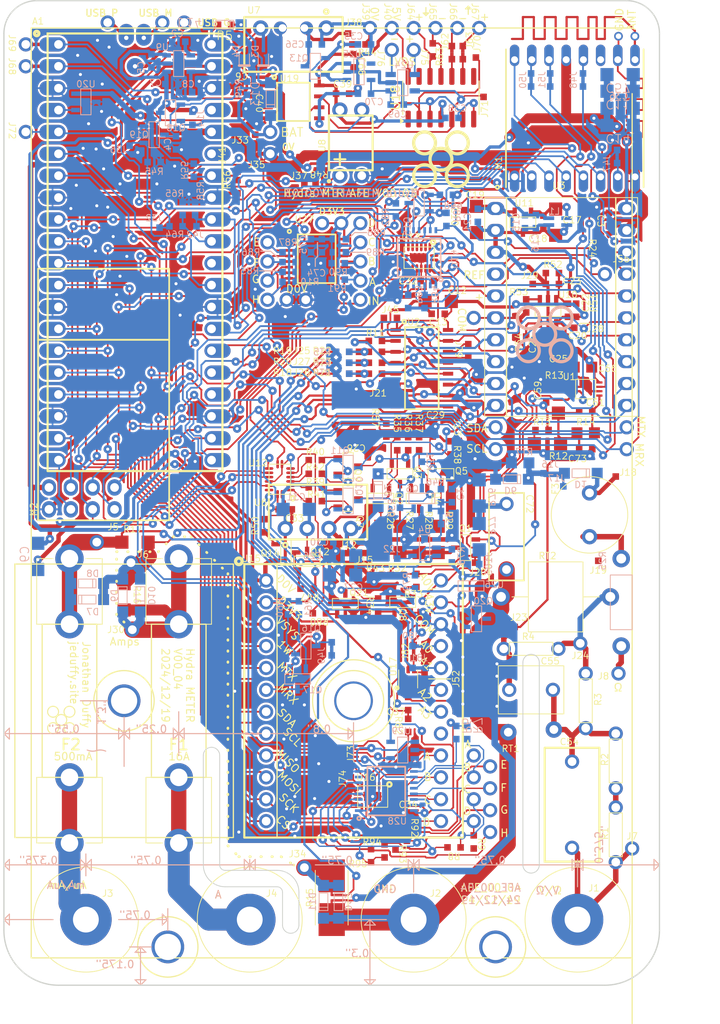
<source format=kicad_pcb>
(kicad_pcb (version 20240108) (generator "pcbnew") (generator_version "8.0")
  (layers (0 "F.Cu" signal) (31 "B.Cu" signal) (34 "B.Paste" user) (35 "F.Paste" user) (36 "B.SilkS" user "B.Silkscreen") (37 "F.SilkS" user "F.Silkscreen") (38 "B.Mask" user) (39 "F.Mask" user) (44 "Edge.Cuts" user))
  (net 0 "")
  (net 1 "U0_TX")
  (net 2 "U0_RX")
  (net 3 "D0V")
  (net 4 "Net-(A1-GP2)")
  (net 5 "/MCU/GP3")
  (net 6 "/MCU/U1_MTX")
  (net 7 "/MCU/U1_MRX")
  (net 8 "/MCU/1Wire")
  (net 9 "/MCU/CS_InMod")
  (net 10 "/MCU/SDA")
  (net 11 "/MCU/SCL")
  (net 12 "/MCU/SPI1_SCK")
  (net 13 "/MCU/SPI1_MOSI")
  (net 14 "/MCU/SPI1_MISO")
  (net 15 "/MCU/SR_RCK")
  (net 16 "/MCU/Radio_CS")
  (net 17 "/MCU/Radio_DO0")
  (net 18 "/MCU/MISO")
  (net 19 "/MCU/CS0")
  (net 20 "/MCU/SCK")
  (net 21 "/MCU/MOSI")
  (net 22 "/MCU/CS1")
  (net 23 "5V_ISO_IN_EN")
  (net 24 "Battery_EN")
  (net 26 "Net-(A1-ADC0_GP26)")
  (net 27 "/MCU/ADC1")
  (net 28 "Net-(A1-ADC2_GP28)")
  (net 30 "D3V3")
  (net 32 "VSYS")
  (net 33 "MCU_VBUS")
  (net 34 "Net-(Q6-G)")
  (net 35 "COM")
  (net 36 "Net-(U9-BYP)")
  (net 37 "Net-(D4-K)")
  (net 38 "Vbat")
  (net 39 "A3V3")
  (net 40 "A0V")
  (net 41 "Net-(U11-Vin)")
  (net 42 "Net-(U10-IN+)")
  (net 43 "/Ohm_AFE/9V5_Ohms")
  (net 44 "Net-(D2-K)")
  (net 45 "Net-(Q12-D)")
  (net 46 "Net-(Q13-G)")
  (net 47 "/MCU/0V_ISOLATED")
  (net 48 "Net-(U17-S)")
  (net 49 "/MCU/5V_ISOLATED")
  (net 50 "/PGA_ADC/CH0")
  (net 51 "/Ohm_AFE/Vpin")
  (net 52 "Net-(C54-Pad2)")
  (net 53 "Net-(C55-Pad2)")
  (net 54 "Net-(U1-NO1)")
  (net 55 "Net-(U1-NO2)")
  (net 56 "Net-(U24B-VDD)")
  (net 57 "Net-(D1-A)")
  (net 58 "Net-(D1-K)")
  (net 59 "Net-(D3-A)")
  (net 60 "/Amp_AFE/Amps")
  (net 61 "/Amp_AFE/mA{slash}uA")
  (net 62 "Net-(F3-Pad1)")
  (net 63 "/Amp_AFE/Common_Jack")
  (net 64 "Net-(J8-Pad1)")
  (net 65 "Net-(U4-OUT)")
  (net 66 "Net-(D13-K)")
  (net 67 "Net-(Q1-D)")
  (net 68 "Net-(Q1-G)")
  (net 69 "Net-(Q6-S)")
  (net 70 "Net-(J25-Pad1)")
  (net 71 "Net-(J26-Pad1)")
  (net 72 "Net-(J27-Pad1)")
  (net 73 "Net-(Q13-D)")
  (net 74 "Net-(M1-ANT)")
  (net 75 "Net-(J46-Pad1)")
  (net 76 "Net-(M1-DIO5)")
  (net 77 "Net-(M1-DIO4)")
  (net 78 "Net-(Q17-D)")
  (net 79 "Net-(M1-DIO1)")
  (net 80 "Net-(M1-DIO0)")
  (net 81 "/MCU/MOD_ADC2_RAW")
  (net 82 "/MCU/1Wire1")
  (net 83 "Net-(U18-Z)")
  (net 84 "Net-(J62-Pad2)")
  (net 85 "Net-(U18-Y)")
  (net 86 "Net-(J63-Pad2)")
  (net 87 "Net-(U18-A)")
  (net 88 "Net-(U18-B)")
  (net 89 "Net-(U18-R)")
  (net 90 "Net-(U18-D)")
  (net 91 "/MCU/SR_Pin_22")
  (net 92 "/MCU/SR_Pin_23")
  (net 93 "Net-(U24A-OUT+)")
  (net 94 "Net-(U24A-OUT-)")
  (net 96 "/MCU/1Wire_3")
  (net 97 "Net-(Q2-G)")
  (net 98 "Net-(Q2-D)")
  (net 99 "Net-(Q3-G)")
  (net 100 "Net-(Q3-D)")
  (net 101 "Net-(Q10-C)")
  (net 102 "Net-(Q4-D)")
  (net 103 "Net-(Q11-C)")
  (net 104 "Net-(Q5-D)")
  (net 105 "Net-(Q7-B)")
  (net 106 "Net-(Q8-B)")
  (net 107 "Net-(Q8-C)")
  (net 108 "Net-(Q9-B)")
  (net 109 "Net-(Q10-B)")
  (net 110 "Net-(Q11-B)")
  (net 111 "Net-(Q12-G)")
  (net 112 "Net-(Q14-B)")
  (net 113 "Net-(Q15-G)")
  (net 114 "/MCU/SR_Pin_21")
  (net 115 "Net-(Q16-S)")
  (net 116 "Net-(Q20-G)")
  (net 117 "Net-(Q20-D)")
  (net 118 "Net-(Q21-B)")
  (net 119 "Net-(Q21-C)")
  (net 120 "Net-(R1-Pad2)")
  (net 121 "Net-(J24-Pad1)")
  (net 122 "/PGA_ADC/CH4")
  (net 123 "/PGA_ADC/CH5")
  (net 124 "Net-(R15-Pad4)")
  (net 125 "/PGA_ADC/CH6")
  (net 126 "/PGA_ADC/CH1")
  (net 127 "/PGA_ADC/CH7")
  (net 128 "/PGA_ADC/~{IRQ}")
  (net 129 "/MCU/SR_Pin_4")
  (net 130 "/MCU/SR_Pin_0")
  (net 131 "/MCU/SR_Pin_1")
  (net 132 "/MCU/SR_Pin_2")
  (net 133 "/MCU/SR_Pin_3")
  (net 134 "Net-(U8-A)")
  (net 135 "/MCU/SR_Pin_5")
  (net 136 "Net-(U10-IN-)")
  (net 137 "Net-(U10-OUT)")
  (net 138 "/MCU/SR_Pin_20")
  (net 139 "/MCU/SR_Pin_6")
  (net 140 "Net-(U2A-Vout)")
  (net 141 "/MCU/MOD_ADC0_RAW")
  (net 142 "/MCU/MOD_ADC1_RAW")
  (net 143 "/PGA_ADC/CH3")
  (net 145 "/PGA_ADC/CH2")
  (net 146 "/MCU/1Wire0")
  (net 147 "/MCU/SR_Pin_7")
  (net 148 "Net-(U12-~{QH})")
  (net 149 "/MCU/SR_Pin_9")
  (net 150 "/MCU/SR_Pin_10")
  (net 151 "/MCU/SR_Pin_11")
  (net 152 "Net-(U13-QE)")
  (net 153 "Net-(U13-QF)")
  (net 154 "Net-(U13-QH)")
  (net 155 "Net-(U13-~{QH})")
  (net 156 "/MCU/SR_Pin_8")
  (net 157 "/MCU/1Wire_2")
  (net 158 "/MCU/SR_Pin_16")
  (net 159 "/MCU/SR_Pin_17")
  (net 160 "/MCU/SR_Pin_18")
  (net 161 "/MCU/SR_Pin_19")
  (net 163 "/MCU/MOD_ADC3_RAW")
  (net 165 "Net-(U17-A)")
  (net 166 "Net-(U2C-MISO)")
  (net 167 "/MCU/IN8")
  (net 168 "/MCU/IN9")
  (net 169 "/MCU/IN10")
  (net 170 "/MCU/IN11")
  (net 171 "/MCU/IN12")
  (net 172 "/MCU/IN13")
  (net 173 "/MCU/IN14")
  (net 174 "/MCU/IN15")
  (net 175 "Net-(U27-SER_IN)")
  (net 176 "/MCU/IN4")
  (net 177 "/MCU/IN5")
  (net 178 "/MCU/IN6")
  (net 179 "/MCU/IN7")
  (net 180 "/MCU/SR_In_Pin_0")
  (net 181 "/MCU/SR_In_Pin_1")
  (net 182 "/MCU/SR_In_Pin_2")
  (net 183 "/MCU/SR_In_Pin_3")
  (net 185 "Net-(U27-Qh)")
  (net 187 "Net-(U28-Qh)")
  (net 188 "Net-(A1-USB_GND)")
  (net 189 "Net-(A1-DM)")
  (net 190 "Net-(A1-DP)")
  (net 191 "Net-(D7-A)")
  (net 192 "Net-(D10-K)")
  (net 193 "Net-(D10-A)")
  (net 194 "Net-(D11-A)")
  (net 195 "Net-(C72-Pad1)")
  (net 196 "Net-(D13-A)")
  (footprint "AADuffy:Resistor_0603" (layer "F.Cu") (at 160.655 87.9475)
    (property "Reference" "R42")
    (property "Value" "10K")
  )
  (footprint "AADuffy:SOIC-8_STISO621TR" (layer "F.Cu") (at 158.115 44.7675)
    (property "Reference" "U19")
    (property "Value" "STISO621TR")
  )
  (footprint "AADuffy:Resistor_0603" (layer "F.Cu") (at 160.655 89.535)
    (property "Reference" "R39")
    (property "Value" "10K")
  )
  (footprint "AADuffy:Header_Pin_01x01" (layer "F.Cu") (at 196.85 82.55)
    (property "Reference" "J53" (hide yes))
    (property "Value" "~")
  )
  (footprint "AADuffy:SC-70_PI5A3157CEX" (layer "F.Cu") (at 171.45 111.76)
    (property "Reference" "U17")
    (property "Value" "PI5A3157CEX")
  )
  (footprint "AADuffy:Test_Pad_30x30mil" (layer "F.Cu") (at 168.43375 77.47)
    (property "Reference" "J21")
    (property "Value" "~")
  )
  (footprint "AADuffy:Resistor_0603" (layer "F.Cu") (at 159.7025 101.2825 180)
    (property "Reference" "R47")
    (property "Value" "100K")
  )
  (footprint "AADuffy:Resistor_0603" (layer "F.Cu") (at 154.78125 93.98 90)
    (property "Reference" "R50")
    (property "Value" "10K")
  )
  (footprint "AADuffy:SOT23-3" (layer "F.Cu") (at 164.465 86.995 -90)
    (property "Reference" "Q9")
    (property "Value" "~")
  )
  (footprint "AADuffy:Header_Pin_01x01" (layer "F.Cu") (at 169.545 38.735)
    (property "Reference" "J76")
    (property "Value" "~")
  )
  (footprint "AADuffy:Header_Pin_01x01" (layer "F.Cu") (at 172.085 38.735)
    (property "Reference" "J75")
    (property "Value" "~")
  )
  (footprint "AADuffy:Resistor_0603" (layer "F.Cu") (at 167.132 132.2832 -90)
    (property "Reference" "R95")
    (property "Value" "10K")
  )
  (footprint "AADuffy:SC-74A_LMR312" (layer "F.Cu") (at 187.706 69.0895)
    (property "Reference" "U10")
    (property "Value" "~")
  )
  (footprint "AADuffy:Resistor_1206" (layer "F.Cu") (at 139.7 95.885)
    (property "Reference" "R17")
    (property "Value" "100")
  )
  (footprint "AADuffy:2045-07-BLF" (layer "F.Cu") (at 188.595 102.235 180)
    (property "Reference" "RT2")
    (property "Value" "75 VRMS" (hide yes))
  )
  (footprint "AADuffy:Header_Pin_01x01" (layer "F.Cu") (at 142.875 35.56 90)
    (property "Reference" "DM1" (hide yes))
    (property "Value" "~")
  )
  (footprint "AADuffy:Header_Pin_01x01" (layer "F.Cu") (at 165.89375 65.52125)
    (property "Reference" "J83" (hide yes))
    (property "Value" "IN_8")
  )
  (footprint "AADuffy:Header_Pin_01x01" (layer "F.Cu") (at 179.07 125.73)
    (property "Reference" "J57" (hide yes))
    (property "Value" "IN_1" (hide yes))
  )
  (footprint "AADuffy:Test_Pad_30x30mil" (layer "F.Cu") (at 165.735 76.327)
    (property "Reference" "J26")
    (property "Value" "~")
  )
  (footprint "AADuffy:Cap_SMD_0603" (layer "F.Cu") (at 192.0875 80.645)
    (property "Reference" "C61")
    (property "Value" "27n")
  )
  (footprint "AADuffy:Header_Pin_01x01" (layer "F.Cu") (at 194.31 64.77)
    (property "Reference" "J55")
    (property "Value" "~")
  )
  (footprint "AADuffy:Cap_SMD_0603" (layer "F.Cu") (at 186.69 72.7725 90)
    (property "Reference" "C24")
    (property "Value" "1n")
  )
  (footprint "AADuffy:Header_Pin_01x01" (layer "F.Cu") (at 159.54375 67.74375)
    (property "Reference" "J101" (hide yes))
    (property "Value" "~")
  )
  (footprint "AADuffy:Resistor_0603" (layer "F.Cu") (at 165.735 38.1)
    (property "Reference" "R44")
    (property "Value" "330K")
  )
  (footprint "AADuffy:Cap_SMD_0805" (layer "F.Cu") (at 191.77 75.565 180)
    (property "Reference" "C66")
    (property "Value" "100n")
  )
  (footprint "AADuffy:Test_Pad_30x30mil" (layer "F.Cu") (at 185.928 65.9145)
    (property "Reference" "J29")
    (property "Value" "~")
  )
  (footprint "AADuffy:SOT23-3" (layer "F.Cu") (at 164.465 90.805 -90)
    (property "Reference" "Q7")
    (property "Value" "~")
  )
  (footprint "AADuffy:DMN65D8L-7" (layer "F.Cu") (at 159.7025 98.1075)
    (property "Reference" "Q12")
    (property "Value" "~")
  )
  (footprint "AADuffy:Header_Pin_01x01" (layer "F.Cu") (at 127 38.1)
    (property "Reference" "J69")
    (property "Value" "~")
  )
  (footprint "AADuffy:Test_Pad_30x30mil" (layer "F.Cu") (at 166.37 97.155)
    (property "Reference" "J15")
    (property "Value" "~")
  )
  (footprint "AADuffy:16-DHVQFN_74HC595BQ" (layer "F.Cu") (at 156.5275 88.5825 180)
    (property "Reference" "U12")
    (property "Value" "74HC595BQ,115" (hide yes))
  )
  (footprint "AADuffy:SOT23-3" (layer "F.Cu") (at 164.1475 103.02875)
    (property "Reference" "Q21")
    (property "Value" "~")
  )
  (footprint "AADuffy:Header_Pin_01x01" (layer "F.Cu") (at 155.41625 50.8)
    (property "Reference" "J11" (hide yes))
    (property "Value" "~")
  )
  (footprint "AADuffy:Header_Pin_01x01" (layer "F.Cu") (at 179.07 69.85)
    (property "Reference" "J43" (hide yes))
    (property "Value" "~")
  )
  (footprint "AADuffy:Pi_Pico_WUSB" (layer "F.Cu") (at 139.7 62.23)
    (property "Reference" "A1")
    (property "Value" "Pi Pico")
  )
  (footprint "AADuffy:16-DHVQFN_74HC595BQ" (layer "F.Cu") (at 167.3225 125.4125 -90)
    (property "Reference" "U16")
    (property "Value" "74HC595BQ,115" (hide yes))
  )
  (footprint "AADuffy:Resistor_1206" (layer "F.Cu") (at 188.9125 79.375 90)
    (property "Reference" "R13")
    (property "Value" "100K")
  )
  (footprint "AADuffy:DMN65D8L-7" (layer "F.Cu") (at 178.1175 96.52 90)
    (property "Reference" "Q1")
    (property "Value" "~")
  )
  (footprint "AADuffy:Cap_SMD_0603" (layer "F.Cu") (at 173.6725 65.56375 180)
    (property "Reference" "C32")
    (property "Value" "100n")
  )
  (footprint "AADuffy:DMN65D8L-7" (layer "F.Cu") (at 170.4975 87.9475 180)
    (property "Reference" "Q3")
    (property "Value" "~")
  )
  (footprint "AADuffy:Header_Pin_01x01" (layer "F.Cu") (at 169.545 36.195)
    (property "Reference" "J40")
    (property "Value" "~")
  )
  (footprint "AADuffy:Resistor_0603" (layer "F.Cu") (at 167.64 76.327)
    (property "Reference" "R21")
    (property "Value" "1K")
  )
  (footprint "AADuffy:Test_Pad_30x30mil" (layer "F.Cu") (at 164.465 36.83)
    (property "Reference" "J38")
    (property "Value" "~")
  )
  (footprint "AADuffy:MiniPin_25mil" (layer "F.Cu") (at 197.8025 37.1475)
    (property "Reference" "J44" (hide yes))
    (property "Value" "~" (hide yes))
  )
  (footprint "AADuffy:Cap_SMD_1206" (layer "F.Cu") (at 174.9425 67.945 180)
    (property "Reference" "C12")
    (property "Value" "1u")
  )
  (footprint "AADuffy:Cap_SMD_0603" (layer "F.Cu") (at 194.78625 58.42 -90)
    (property "Reference" "C3")
    (property "Value" "100n")
  )
  (footprint "AADuffy:Header_Pin_01x01" (layer "F.Cu") (at 179.705 36.195)
    (property "Reference" "J67")
    (property "Value" "~")
  )
  (footprint "AADuffy:Header_Pin_01x01" (layer "F.Cu") (at 135.255 95.885)
    (property "Reference" "J5")
    (property "Value" "~")
  )
  (footprint "AADuffy:Resistor_1206" (layer "F.Cu") (at 138.43 102.235 -90)
    (property "Reference" "R16")
    (property "Value" "330m")
  )
  (footprint "AADuffy:Cap_SMD_1206" (layer "F.Cu") (at 188.595 58.7375 -90)
    (property "Reference" "C17")
    (property "Value" "2u2")
  )
  (footprint "AADuffy:Cap_SMD_0603" (layer "F.Cu") (at 171.45 114.6175 90)
    (property "Reference" "C37")
    (property "Value" "100n")
  )
  (footprint "AADuffy:Cap_SMD_0603" (layer "F.Cu") (at 187.16625 58.7375 -90)
    (property "Reference" "C18")
    (property "Value" "100n")
  )
  (footprint "AADuffy:Header_Pin_01x01" (layer "F.Cu") (at 181.61 85.09)
    (property "Reference" "J59" (hide yes))
    (property "Value" "~")
  )
  (footprint "AADuffy:Header_Pin_01x01" (layer "F.Cu") (at 179.07 123.19)
    (property "Reference" "J56" (hide yes))
    (property "Value" "IN_2" (hide yes))
  )
  (footprint "AADuffy:Header_Pin_01x01" (layer "F.Cu") (at 167.005 36.195)
    (property "Reference" "J39")
    (property "Value" "~")
  )
  (footprint "AADuffy:B0309S-1WR3" (layer "F.Cu") (at 160.9725 94.2975)
    (property "Reference" "U6")
    (property "Value" "~")
  )
  (footprint "AADuffy:Resistor_0603" (layer "F.Cu") (at 190.97625 68.9625 -90)
    (property "Reference" "R51")
    (property "Value" "100K")
  )
  (footprint "AADuffy:0034.6062" (layer "F.Cu") (at 192.532 92.71 90)
    (property "Reference" "F3")
    (property "Value" "63mA")
  )
  (footprint "AADuffy:Header_Pin_01x01" (layer "F.Cu") (at 155.09875 63.29875)
    (property "Reference" "J88" (hide yes))
    (property "Value" "IN_D")
  )
  (footprint "AADuffy:DMN65D8L-7" (layer "F.Cu") (at 168.275 90.805 180)
    (property "Reference" "Q2")
    (property "Value" "~")
  )
  (footprint "AADuffy:SOT23-3" (layer "F.Cu") (at 170.815 102.87)
    (property "Reference" "Q8")
    (property "Value" "~")
  )
  (footprint "AADuffy:Resistor_0603" (layer "F.Cu") (at 179.07 130.683 -90)
    (property "Reference" "R9")
    (property "Value" "10K")
  )
  (footprint "AADuffy:Cap_SMD_0603" (layer "F.Cu") (at 152.7175 42.8625 180)
    (property "Reference" "C6")
    (property "Value" "100n")
  )
  (footprint "AADuffy:Header_Pin_01x01" (layer "F.Cu") (at 179.07 128.27)
    (property "Reference" "J60" (hide yes))
    (property "Value" "IN_0" (hide yes))
  )
  (footprint "AADuffy:CT2914" (layer "F.Cu") (at 172.085 139.7)
    (property "Reference" "J2")
    (property "Value" "~")
  )
  (footprint "AADuffy:Header_Pin_01x01" (layer "F.Cu") (at 180.975 127 180)
    (property "Reference" "J93" (hide yes))
    (property "Value" "IN_5")
  )
  (footprint "AADuffy:RFM69HCW" (layer "F.Cu") (at 190.8175 46.6725 90)
    (property "Reference" "M1")
    (property "Value" "RFM69HCW")
  )
  (footprint "AADuffy:FC-102_BRIGHT_TIN" (layer "F.Cu") (at 144.78 114.3 90)
    (property "Reference" "F1")
    (property "Value" "16A")
  )
  (footprint "AADuffy:Cap_SMD_0603" (layer "F.Cu") (at 174.9425 69.37375 180)
    (property "Reference" "C13")
    (property "Value" "100n")
  )
  (footprint "AADuffy:Mmtr_Input_Module" (layer "F.Cu") (at 165.1 114.3)
    (property "Reference" "U15")
    (property "Value" "~")
  )
  (footprint "AADuffy:Test_Pad_30x30mil" (layer "F.Cu") (at 164.465 97.155)
    (property "Reference" "J12")
    (property "Value" "~")
  )
  (footprint "AADuffy:Cap_SMD_0603" (layer "F.Cu") (at 190.02375 68.9625 90)
    (property "Reference" "C22")
    (property "Value" "100n")
  )
  (footprint "AADuffy:Header_Pin_01x01" (layer "F.Cu") (at 165.89375 67.74375)
    (property "Reference" "J91" (hide yes))
    (property "Value" "~")
  )
  (footprint "AADuffy:Header_Pin_01x01" (layer "F.Cu") (at 139.3825 106.045)
    (property "Reference" "J30")
    (property "Value" "~" (hide yes))
  )
  (footprint "AADuffy:CT2914" (layer "F.Cu") (at 191.135 139.7)
    (property "Reference" "J1")
    (property "Value" "~")
  )
  (footprint "AADuffy:Resistor_0603" (layer "F.Cu") (at 160.655 91.1225)
    (property "Reference" "R41")
    (property "Value" "10K")
  )
  (footprint "AADuffy:Cap_SMD_1206" (layer "F.Cu") (at 165.4175 83.5025 180)
    (property "Reference" "C28")
    (property "Value" "1u")
  )
  (footprint "AADuffy:Resistor_0805" (layer "F.Cu") (at 192.0875 83.185)
    (property "Reference" "R14")
    (property "Value" "6K8")
  )
  (footprint "AADuffy:Header_Pin_01x01" (layer "F.Cu") (at 165.89375 61.07625)
    (property "Reference" "J85" (hide yes))
    (property "Value" "IN_A")
  )
  (footprint "AADuffy:Test_Pad_30x30mil" (layer "F.Cu") (at 165.735 73.787)
    (property "Reference" "J25")
    (property "Value" "~")
  )
  (footprint "AADuffy:Resistor_0603" (layer "F.Cu") (at 161.44875 54.13375 180)
    (property "Reference" "R48")
    (property "Value" "10K")
  )
  (footprint "AADuffy:SOT23-3" (layer "F.Cu") (at 184.785 58.7375 180)
    (property "Reference" "U11")
    (property "Value" "3.3V")
  )
  (footprint "AADuffy:Cap_SMD_0603" (layer "F.Cu") (at 188.214 65.9145 180)
    (property "Reference" "C23")
    (property "Value" "100n")
  )
  (footprint "AADuffy:Resistor_1206" (layer "F.Cu") (at 172.72 95.5675 -90)
    (property "Reference" "R28")
    (property "Value" "100K")
  )
  (footprint "AADuffy:SOT23-3" (layer "F.Cu") (at 157.241875 97.075625 -90)
    (property "Reference" "Q14")
    (property "Value" "~")
  )
  (footprint "AADuffy:Resistor_0603" (layer "F.Cu") (at 167.64 72.517)
    (property "Reference" "R11")
    (property "Value" "1K")
  )
  (footprint "AADuffy:Test_Pad_30x30mil" (layer "F.Cu") (at 153.67 51.1175)
    (property "Reference" "J35")
    (property "Value" "~")
  )
  (footprint "AADuffy:Resistor_THT_Vert_0p2_1o4W" (layer "F.Cu") (at 185.7375 108.2675 180)
    (property "Reference" "R4")
    (property "Value" "400K")
  )
  (footprint "AADuffy:Cap_TH_Film_0.4Spc" (layer "F.Cu") (at 190.5 126.365 90)
    (property "Reference" "C54")
    (property "Value" "1.5n")
  )
  (footprint "AADuffy:Resistor_0603" (layer "F.Cu") (at 170.18 99.695)
    (property "Reference" "R32")
    (property "Value" "33K")
  )
  (footprint "AADuffy:Test_Pad_30x30mil" (layer "F.Cu") (at 165.735 75.057)
    (property "Reference" "J27")
    (property "Value" "~")
  )
  (footprint "AADuffy:Resistor_1206" (layer "F.Cu") (at 168.275 95.5675 -90)
    (property "Reference" "R26")
    (property "Value" "510")
  )
  (footprint "AADuffy:Test_Pad_30x30mil" (layer "F.Cu") (at 193.548 98.044)
    (property "Reference" "J19")
    (property "Value" "~")
  )
  (footprint "AADuffy:Header_Pin_01x01" (layer "F.Cu") (at 163.67125 58.85375)
    (property "Reference" "J102" (hide yes))
    (property "Value" "~")
  )
  (footprint "AADuffy:Resistor_0603" (layer "F.Cu") (at 170.18 84.455 -90)
    (property "Reference" "R35")
    (property "Value" "100K")
  )
  (footprint "AADuffy:Resistor_THT_Vert_0p2_1o4W" (layer "F.Cu") (at 195.58 121.285 90)
    (property "Reference" "R2")
    (property "Value" "100K")
  )
  (footprint "AADuffy:NL7WB66" (layer "F.Cu") (at 192.0875 78.105)
    (property "Reference" "U1")
    (property "Value" "~")
  )
  (footprint "AADuffy:SOIC-16" (layer "F.Cu") (at 173.0375 75.692)
    (property "Reference" "U2")
    (property "Value" "~" (hide yes))
  )
  (footprint "AADuffy:RFM-0505S" (layer "F.Cu") (at 158.115 36.195 180)
    (property "Reference" "U7")
    (property "Value" "~" (hide yes))
  )
  (footprint "AADuffy:Jumper_0603_NO" (layer "F.Cu") (at 173.355 111.76 90)
    (property "Reference" "J52")
    (property "Value" "NO")
  )
  (footprint "AADuffy:Header_Pin_01x01" (layer "F.Cu") (at 179.07 120.65)
    (property "Reference" "J31" (hide yes))
    (property "Value" "IN_3" (hide yes))
  )
  (footprint "AADuffy:Resistor_0603" (layer "F.Cu") (at 188.214 64.6445)
    (property "Reference" "R52")
    (property "Value" "100K")
  )
  (footprint "AADuffy:Test_Pad_30x30mil" (layer "F.Cu") (at 164.7825 123.19 90)
    (property "Reference" "J74")
    (property "Value" "~")
  )
  (footprint "AADuffy:Header_Pin_01x01" (layer "F.Cu") (at 181.61 82.55)
    (property "Reference" "J58" (hide yes))
    (property "Value" "~")
  )
  (footprint "AADuffy:Header_Pin_01x01" (layer "F.Cu") (at 161.44875 58.85375)
    (property "Reference" "J103" (hide yes))
    (property "Value" "~")
  )
  (footprint "AADuffy:Resistor_0603" (layer "F.Cu") (at 167.64 99.695)
    (property "Reference" "R43")
    (property "Value" "10K")
  )
  (footprint "AADuffy:MiniPin_25mil" (layer "F.Cu") (at 195.8975 37.1475)
    (property "Reference" "J46" (hide yes))
    (property "Value" "~" (hide yes))
  )
  (footprint "AADuffy:Test_Pad_30x30mil" (layer "F.Cu") (at 159.385 54.2925)
    (property "Reference" "J37")
    (property "Value" "~")
  )
  (footprint "AADuffy:Jumper_0603_NO" (layer "F.Cu") (at 178.435 73.66 -90)
    (property "Reference" "J79")
    (property "Value" "NO")
  )
  (footprint "AADuffy:Header_Pin_01x01" (layer "F.Cu") (at 180.975 124.46 180)
    (property "Reference" "J94" (hide yes))
    (property "Value" "IN_6")
  )
  (footprint "AADuffy:Resistor_0603" (layer "F.Cu") (at 167.64 73.787)
    (property "Reference" "R22")
    (property "Value" "1K")
  )
  (footprint "AADuffy:Resistor_0603" (layer "F.Cu") (at 168.91 82.8675 -90)
    (property "Reference" "R57")
    (property "Value" "100K")
  )
  (footprint "AADuffy:Cap_SMD_0603" (layer "F.Cu") (at 163.83 43.815)
    (property "Reference" "C39")
    (property "Value" "100n")
  )
  (footprint "AADuffy:Resistor_1206" (layer "F.Cu") (at 170.4975 95.5675 -90)
    (property "Reference" "R27")
    (property "Value" "10K")
  )
  (footprint "AADuffy:20_Pin_Breakout_0p6_Wd" (layer "F.Cu") (at 189.23 68.58)
    (property "Reference" "U3")
    (property "Value" "~")
  )
  (footprint "AADuffy:Header_Pin_01x01" (layer "F.Cu") (at 145.415 35.56 90)
    (property "Reference" "J104" (hide yes))
    (property "Value" "~")
  )
  (footprint "AADuffy:Test_Pad_30x30mil" (layer "F.Cu") (at 153.67 48.5775)
    (property "Reference" "J33")
    (property "Value" "~")
  )
  (footprint "AADuffy:Resistor_0603" (layer "F.Cu") (at 168.7068 131.7244 -90)
    (property "Reference" "R94")
    (property "Value" "10K")
  )
  (footprint "AADuffy:Cap_SMD_0603" (layer "F.Cu") (at 187.48375 78.89875 90)
    (property "Reference" "C59")
    (property "Value" "1.8n")
  )
  (footprint "AADuffy:Resistor_0603" (layer "F.Cu") (at 171.45 117.1575 -90)
    (property "Reference" "R62")
    (property "Value" "10K")
  )
  (footprint "AADuffy:Header_Pin_01x01" (layer "F.Cu") (at 165.89375 58.85375)
    (property "Reference" "J86" (hide yes))
    (property "Value" "IN_B")
  )
  (footprint "AADuffy:Cap_SMD_0603" (layer "F.Cu") (at 157.1625 92.075)
    (property "Reference" "C33")
    (property "Value" "100n")
  )
  (footprint "AADuffy:Cap_SMD_0603" (layer "F.Cu") (at 170.02125 126.52375 -90)
    (property "Reference" "C34")
    (property "Value" "100n")
  )
  (footprint "AADuffy:Header_Pin_01x01" (layer "F.Cu") (at 180.975 129.54 180)
    (property "Reference" "J92" (hide yes))
    (property "Value" "IN_4")
  )
  (footprint "AADuffy:Resistor_0603" (layer "F.Cu") (at 176.37125 84.93125 -90)
    (property "Reference" "R38")
    (property "Value" "100K")
  )
  (footprint "AADuffy:TSSOP-16" (layer "F.Cu") (at 160.81375 62.98125)
    (property "Reference" "U27")
    (property "Value" "SN74HCS165PWR" (hide yes))
  )
  (footprint "AADuffy:Test_Pad_30x30mil" (layer "F.Cu") (at 179.324 39.624 90)
    (property "Reference" "J70")
    (property "Value" "~")
  )
  (footprint "AADuffy:B72205S0231K311" (layer "F.Cu") (at 185.7375 117.7925 -160)
    (property "Reference" "RT1")
    (property "Value" "230 VRMS" (hide yes))
  )
  (footprint "AADuffy:Resistor_0603" (layer "F.Cu") (at 160.655 86.36)
    (property "Reference" "R40")
    (property "Value" "10K")
  )
  (footprint "AADuffy:Resistor_1206" (layer "F.Cu") (at 187.6425 84.455 180)
    (property "Reference" "R12")
    (property "Value" "9M1")
  )
  (footprint "AADuffy:Resistor_0603" (layer "F.Cu") (at 172.72 84.455 -90)
    (property "Reference" "R37")
    (property "Value" "100K")
  )
  (footprint "AADuffy:CT2914" (layer "F.Cu") (at 153.035 139.7)
    (property "Reference" "J4")
    (property "Value" "~")
  )
  (footprint "AADuffy:Cap_SMD_0603" (layer "F.Cu") (at 188.976 73.5345 180)
    (property "Reference" "C25")
    (property "Value" "1n")
  )
  (footprint "AADuffy:Resistor_0603" (layer "F.Cu") (at 193.9925 61.75375 -90)
    (property "Reference" "R24")
    (property "Value" "10K")
  )
  (footprint "AADuffy:Resistor_2512_4Pin" (layer "F.Cu") (at 162.56 137.16 90)
    (property "Reference" "R15")
    (property "Value" "10m")
  )
  (footprint "AADuffy:Jumper_0603_NO" (layer "F.Cu") (at 169.38625 69.85)
    (property "Reference" "J45")
    (property "Value" "NO")
  )
  (footprint "AADuffy:Header_Pin_01x01" (layer "F.Cu") (at 139.22375 98.26625)
    (property "Reference" "J6")
    (property "Value" "~")
  )
  (footprint "AADuffy:Resistor_0603" (layer "F.Cu") (at 150.114 35.814)
    (property "Reference" "R5")
    (property "Value" "50")
  )
  (footprint "AADuffy:Test_Pad_30x30mil" (layer "F.Cu") (at 179.22875 98.26625)
    (property "Reference" "J20")
    (property "Value" "~")
  )
  (footprint "AADuffy:Cap_SMD_0603" (layer "F.Cu") (at 174.3075 82.8675 90)
    (property "Reference" "C29")
    (property "Value" "100n")
  )
  (footprint "AADuffy:Resistor_0603" (layer "F.Cu") (at 172.4025 100.33 -90)
    (property "Reference" "R33")
    (property "Value" "33K")
  )
  (footprint "AADuffy:Header_Pin_01x01" (layer "F.Cu") (at 165.89375 63.29875)
    (property "Reference" "J84" (hide yes))
    (property "Value" "IN_9")
  )
  (footprint "AADuffy:Test_Pad_30x30mil" (layer "F.Cu") (at 195.58 88.265)
    (property "Reference" "J18")
    (property "Value" "~")
  )
  (footprint "AADuffy:Test_Pad_30x30mil" (layer "F.Cu") (at 177.32375 84.1375)
    (property "Reference" "J13")
    (property "Value" "~")
  )
  (footprint "AADuffy:Test_Pad_30x30mil" (layer "F.Cu") (at 151.60625 52.86375 90)
    (property "Reference" "J41")
    (property "Value" "~")
  )
  (footprint "AADuffy:Resistor_0603" (layer "F.Cu") (at 163.83 76.327)
    (property "Reference" "R18")
    (property "Value" "1K")
  )
  (footprint "AADuffy:Header_Pin_01x01" (layer "F.Cu") (at 155.09875 61.07625)
    (property "Reference" "J87" (hide yes))
    (property "Value" "IN_C")
  )
  (footprint "AADuffy:Resistor_0603" (layer "F.Cu") (at 163.83 73.787)
    (property "Reference" "R19")
    (property "Value" "1K")
  )
  (footprint "AADuffy:Resistor_0603" (layer "F.Cu") (at 151.60625 54.61 90)
    (property "Reference" "R56")
    (property "Value" "330K")
  )
  (footprint "AADuffy:Header_Pin_01x01" (layer "F.Cu") (at 155.09875 65.52125)
    (property "Reference" "J89" (hide yes))
    (property "Value" "IN_E")
  )
  (footprint "AADuffy:FC-102_BRIGHT_TIN" (layer "F.Cu") (at 132.08 114.3 90)
    (property "Reference" "F2")
    (property "Value" "500mA")
  )
  (footprint "AADuffy:Resistor_0603" (layer "F.Cu") (at 167.9575 103.1875 -90)
    (property "Reference" "R34")
    (property "Value" "10K")
  )
  (footprint "AADuffy:Header_Pin_01x01" (layer "F.Cu") (at 197.485 131.445)
    (property "Reference" "J7")
    (property "Value" "~")
  )
  (footprint "AADuffy:Test_Pad_30x30mil" (layer "F.Cu") (at 164.7825 121.92 90)
    (property "Reference" "J73")
    (property "Value" "~")
  )
  (footprint "AADuffy:Jumper_0603" (layer "F.Cu") (at 172.085 108.585 90)
    (property "Reference" "J82")
    (property "Value" "NC")
  )
  (footprint "AADuffy:Cap_TH_Film_0.2Spc" (layer "F.Cu") (at 185.7375 113.03 180)
    (property "Reference" "C55")
    (property "Value" "220p")
  )
  (footprint "AADuffy:Resistor_0603" (layer "F.Cu") (at 174.3075 38.735 90)
    (property "Reference" "R63")
    (property "Value" "120")
  )
  (footprint "AADuffy:Jumper_0603" (layer "F.Cu") (at 177.8 39.0525 90)
    (property "Reference" "J63")
    (property "Value" "NC")
  )
  (footprint "AADuffy:Resistor_0603" (layer "F.Cu") (at 161.13125 104.14 180)
    (property "Reference" "R80")
    (property "Value" "1K")
  )
  (footprint "AADuffy:Resistor_0603" (layer "F.Cu") (at 185.166 68.4545 -90)
    (property "Reference" "R53")
    (property "Value" "100")
  )
  (footprint "AADuffy:MOV_0603" (layer "F.Cu") (at 187.0075 82.8675 180)
    (property "Reference" "RT3")
    (property "Value" "3.3V")
  )
  (footprint "AADuffy:Resistor_THT_Vert_0p2_1o4W" (layer "F.Cu") (at 192.0875 114.3 90)
    (property "Reference" "R3")
    (property "Value" "400K")
  )
  (footprint "AADuffy:DMN65D8L-7" (layer "F.Cu") (at 175.26 87.9475 180)
    (property "Reference" "Q5")
    (property "Value" "~")
  )
  (footprint "AADuffy:Header_Pin_01x01" (layer "F.Cu") (at 155.41625 48.26)
    (property "Reference" "J10" (hide yes))
    (property "Value" "~")
  )
  (footprint "AADuffy:Resistor_0603" (layer "F.Cu") (at 169.9768 130.81 -90)
    (property "Reference" "R93")
    (property "Value" "10K")
  )
  (footprint "AADuffy:Resistor_0603" (layer "F.Cu") (at 185.166 72.7725 -90)
    (property "Reference" "R54")
    (property "Value" "50")
  )
  (footprint "AADuffy:16-DHVQFN_74HC595BQ" (layer "F.Cu") (at 172.72 62.865 -90)
    (property "Reference" "U13")
    (property "Value" "74HC595BQ,115" (hide yes))
  )
  (footprint "AADuffy:Resistor_0603" (layer "F.Cu") (at 171.45 84.455 -90)
    (property "Reference" "R36")
    (property "Value" "100K")
  )
  (footprint "AADuffy:Header_Pin_01x01" (layer "F.Cu") (at 191.4525 107.6325)
    (property "Reference" "J24")
    (property "Value" "~")
  )
  (footprint "AADuffy:Cap_TH_Film_0.3Spc" (layer "F.Cu") (at 182.88 95.25 -90)
    (property "Reference" "C72")
    (property "Value" "0.1u")
  )
  (footprint "AADuffy:Jumper_0603" (layer "F.Cu") (at 176.53 39.0525 90)
    (property "Reference" "J62")
    (property "Value" "NC")
  )
  (footprint "AADuffy:CT2914" (layer "F.Cu") (at 133.985 139.7)
    (property "Reference" "J3")
    (property "Value" "~")
  )
  (footprint "AADuffy:Header_Pin_01x01" (layer "F.Cu") (at 180.975 121.92)
    (property "Reference" "J95" (hide yes))
    (property "Value" "IN_7")
  )
  (footprint "AADuffy:Header_Pin_01x01" (layer "F.Cu") (at 195.8975 111.125)
    (property "Reference" "J8")
    (property "Value" "~")
  )
  (footprint "AADuffy:Header_Pin_01x01" (layer "F.Cu") (at 136.525 35.56 90)
    (property "Reference" "DP1" (hide yes))
    (property "Value" "~")
  )
  (footprint "AADuffy:Test_Pad_30x30mil" (layer "F.Cu") (at 190.754 70.9945)
    (property "Reference" "J28")
    (property "Value" "~")
  )
  (footprint "AADuffy:Header_Pin_01x01" (layer "F.Cu") (at 127 48.26)
    (property "Reference" "J72")
    (property "Value" "~")
  )
  (footprint "AADuffy:Header_Pin_01x01" (layer "F.Cu") (at 127 40.64)
    (property "Reference" "J68")
    (property "Value" "~")
  )
  (footprint "AADuffy:Header_Pin_01x01" (layer "F.Cu") (at 174.625 36.195)
    (property "Reference" "J65")
    (property "Value" "~")
  )
  (footprint "AADuffy:LTV-816" (layer "F.Cu") (at 164.7825 49.53 90)
    (property "Reference" "U8")
    (property "Value" "~")
  )
  (footprint "AADuffy:Header_Pin_01x01" (layer "F.Cu") (at 177.165 36.195)
    (property "Reference" "J66")
    (property "Value" "~")
  )
  (footprint "AADuffy:Resistor_0603" (layer "F.Cu") (at 176.784 131.318 180)
    (property "Reference" "R8")
    (property "Value" "10K")
  )
  (footprint "AADuffy:NRF24L01" (layer "F.Cu") (at 133.50875 90.805 90)
    (property "Reference" "M2")
    (property "Value" "~")
  )
  (footprint "AADuffy:Header_Pin_01x01" (layer "F.Cu") (at 196.85 85.09)
    (property "Reference" "J54" (hide yes))
    (property "Value" "~")
  )
  (footprint "Package_SO:SOIC-14_3.9x8.7mm_P1.27mm" (layer "F.Cu") (at 175.26 44.29125 90)
    (property "Reference" "U18")
    (property "Value" "SP491EEN")
  )
  (footprint "AADuffy:Test_Pad_30x30mil" (layer "F.Cu") (at 180.213 44.196)
    (property "Reference" "J71")
    (property "Value" "~")
  )
  (footprint "AADuffy:Test_Pad_30x30mil" (layer "F.Cu") (at 183.8325 105.7275)
    (property "Reference" "J23")
    (property "Value" "~")
  )
  (footprint "AADuffy:Resistor_0603" (layer "F.Cu") (at 167.64 75.057)
    (property "Reference" "R23")
    (property "Value" "1K")
  )
  (footprint "AADuffy:Resistor_0603" (layer "F.Cu") (at 171.2976 129.794 -90)
    (property "Reference" "R92")
    (property "Value" "10K")
  )
  (footprint "AADuffy:Header_Pin_01x01" (layer "F.Cu") (at 159.385 133.6675)
    (property "Reference" "J34")
    (property "Value" "~" (hide yes))
  )
  (footprint "AADuffy:Header_Pin_01x01" (layer "F.Cu") (at 157.32125 67.74375)
    (property "Reference" "J100" (hide yes))
    (property "Value" "~")
  )
  (footprint "AADuffy:Resistor_1206" (layer "F.Cu") (at 174.9425 95.5675 -90)
    (property "Reference" "R29")
    (property "Value" "1M")
  )
  (footprint "AADuffy:Cap_SMD_0603" (layer "F.Cu") (at 165.1 40.005 -90)
    (property "Reference" "C68")
    (property "Value" "1u")
  )
  (footprint "AADuffy:Cap_SMD_0603" (layer "F.Cu") (at 177.95875 58.1025 -90)
    (property "Reference" "C10")
    (property "Value" "10n")
  )
  (footprint "AADuffy:Header_Pin_01x01" (layer "F.Cu") (at 155.09875 67.74375)
    (property "Reference" "J90" (hide yes))
    (property "Value" "IN_F")
  )
  (footprint "AADuffy:Cap_SMD_0603" (layer "F.Cu") (at 192.0875 85.09)
    (property "Reference" "C73")
    (property "Value" "33p")
  )
  (footprint "AADuffy:Resistor_THT_Vert_0p2_1o4W" (layer "F.Cu") (at 195.58 129.8575 90)
    (property "Reference" "R1")
    (property "Value" "100K")
  )
  (footprint "AADuffy:Cap_SMD_1206" (layer "F.Cu") (at 179.3875 58.42 -90)
    (property "Reference" "C19")
    (property "Value" "10u")
  )
  (footprint "AADuffy:Cap_SMD_0603" (layer "F.Cu") (at 188.976 72.0105 180)
    (property "Reference" "C20")
    (property "Value" "100n")
  )
  (footprint "AADuffy:DMN65D8L-7" (layer "F.Cu") (at 172.72 90.805 180)
    (property "Reference" "Q4")
    (property "Value" "~")
  )
  (footprint "AADuffy:Resistor_0603" (layer "F.Cu") (at 163.83 75.057)
    (property "Reference" "R20")
    (property "Value" "1K")
  )
  (footprint "AADuffy:Header_Pin_01x01" (layer "F.Cu") (at 172.085 36.195)
    (property "Reference" "J64")
    (property "Value" "~")
  )
  (footprint "AADuffy:Cap_SMD_0603" (layer "F.Cu") (at 153.3525 44.7675 -90)
    (property "Reference" "C40")
    (property "Value" "100n")
  )
  (footprint "AADuffy:Cap_SMD_0603" (layer "B.Cu") (at 160.147 61.468 -90)
    (property "Reference" "C75")
    (property "Value" "100n")
  )
  (footprint "AADuffy:Cap_SMD_0603" (layer "B.Cu") (at 141.605 40.005 -90)
    (property "Reference" "C5")
    (property "Value" "100n")
  )
  (footprint "AADuffy:Test_Pad_30x30mil" (layer "B.Cu") (at 179.705 98.425)
    (property "Reference" "J105")
    (property "Value" "~")
  )
  (footprint "AADuffy:Resistor_0603" (layer "B.Cu") (at 172.24375 100.48875 -90)
    (property "Reference" "R79")
    (property "Value" "10K")
  )
  (footprint "AADuffy:MOV_0603" (layer "B.Cu") (at 163.83 73.787 180)
    (property "Reference" "RT5")
    (property "Value" "3V3")
  )
  (footprint "AADuffy:1N4007FL" (layer "B.Cu") (at 191.516 87.884)
    (property "Reference" "D1")
    (property "Value" "1N4007FL" (hide yes))
  )
  (footprint "AADuffy:Cap_SMD_0603" (layer "B.Cu") (at 166.37 43.815 180)
    (property "Reference" "C70")
    (property "Value" "1u")
  )
  (footprint "AADuffy:Cap_SMD_0603" (layer "B.Cu") (at 160.655 38.1)
    (property "Reference" "C56")
    (property "Value" "1u")
  )
  (footprint "AADuffy:Jumper_0603" (layer "B.Cu") (at 195.73875 51.1175 -90)
    (property "Reference" "J47")
    (property "Value" "NC")
  )
  (footprint "AADuffy:1N4007FL" (layer "B.Cu") (at 150.114 35.814)
    (property "Reference" "D14")
    (property "Value" "1N4007FL" (hide yes))
  )
  (footprint "AADuffy:WCM 2012F2SF-361T03" (layer "B.Cu") (at 188.837208 58.674)
    (property "Reference" "L1")
    (property "Value" "500mOhm")
  )
  (footprint "AADuffy:SOT23-3" (layer "B.Cu") (at 133.985 44.7675 90)
    (property "Reference" "U20")
    (property "Value" "8kbit")
  )
  (footprint "AADuffy:Test_Pad_30x30mil" (layer "B.Cu") (at 187.198 87.884 180)
    (property "Reference" "J16")
    (property "Value" "~")
  )
  (footprint "AADuffy:Cap_SMD_0603" (layer "B.Cu") (at 161.417 61.468 -90)
    (property "Reference" "C74")
    (property "Value" "100n")
  )
  (footprint "AADuffy:Resistor_0603" (layer "B.Cu") (at 157.607 63.373)
    (property "Reference" "R86")
    (property "Value" "10K")
  )
  (footprint "AADuffy:MOV_0805" (layer "B.Cu") (at 184.4675 86.6775 180)
    (property "Reference" "RT7")
    (property "Value" "18V")
  )
  (footprint "AADuffy:SOT23-3" (layer "B.Cu") (at 178.7525 100.965)
    (property "Reference" "U26")
    (property "Value" "7Vf 12Vr")
  )
  (footprint "AADuffy:Test_Pad_30x30mil" (layer "B.Cu") (at 146.84375 59.21375 180)
    (property "Reference" "J42")
    (property "Value" "~")
  )
  (footprint "AADuffy:SOT23-3" (layer "B.Cu") (at 143.8275 46.0375 -90)
    (property "Reference" "Q18")
    (property "Value" "~")
  )
  (footprint "AADuffy:DMN65D8L-7" (layer "B.Cu") (at 173.0375 90.805 180)
    (property "Reference" "Q6")
    (property "Value" "~")
  )
  (footprint "AADuffy:SOT23-5" (layer "B.Cu") (at 144.78 40.3225 -90)
    (property "Reference" "U9")
    (property "Value" "5V")
  )
  (footprint "AADuffy:1N4007FL" (layer "B.Cu") (at 140.31875 102.07625 -90)
    (property "Reference" "D9")
    (property "Value" "1N4007FL" (hide yes))
  )
  (footprint "AADuffy:Resistor_0603" (layer "B.Cu") (at 152.7175 43.18 -90)
    (property "Reference" "R49")
    (property "Value" "510K")
  )
  (footprint "AADuffy:MOV_0603" (layer "B.Cu") (at 163.83 75.057 180)
    (property "Reference" "RT6")
    (property "Value" "3V3")
  )
  (footprint "AADuffy:1N4007FL" (layer "B.Cu") (at 163.35375 137.63625 90)
    (property "Reference" "D12")
    (property "Value" "1N4007FL" (hide yes))
  )
  (footprint "AADuffy:Jumper_0603" (layer "B.Cu") (at 185.7375 42.2275 -90)
    (property "Reference" "J50")
    (property "Value" "NC")
  )
  (footprint "AADuffy:Resistor_0603" (layer "B.Cu") (at 157.48 103.505 -90)
    (property "Reference" "R60")
    (property "Value" "330K")
  )
  (footprint "AADuffy:DMN65D8L-7" (layer "B.Cu") (at 179.3875 104.775 90)
    (property "Reference" "Q20")
    (property "Value" "~")
  )
  (footprint "AADuffy:TSSOP-14_TC7MBL3126CFT" (layer "B.Cu") (at 172.72 62.865 90)
    (property "Reference" "U14")
    (property "Value" "TC7MBL3126CFT")
  )
  (footprint "AADuffy:Jumper_0603_NO" (layer "B.Cu") (at 146.3675 46.6725 -90)
    (property "Reference" "J14")
    (property "Value" "NO")
  )
  (footprint "AADuffy:Resistor_0603" (layer "B.Cu") (at 163.449 60.706 180)
    (property "Reference" "R88")
    (property "Value" "10K")
  )
  (footprint "AADuffy:Resistor_0603" (layer "B.Cu") (at 141.9225 51.7525)
    (property "Reference" "R45")
    (property "Value" "1M")
  )
  (footprint "AADuffy:Resistor_1206" (layer "B.Cu") (at 179.705 90.17 90)
    (property "Reference" "R76")
    (property "Value" "510K")
  )
  (footprint "AADuffy:DMN65D8L-7" (layer "B.Cu") (at 158.603808 111.76)
    (property "Reference" "Q17")
    (property "Value" "~")
  )
  (footprint "AADuffy:Resistor_0603" (layer "B.Cu") (at 175.895 58.42 90)
    (property "Reference" "R81")
    (property "Value" "10K")
  )
  (footprint "AADuffy:Cap_SMD_1206" (layer "B.Cu") (at 163.83 97.4725 180)
    (property "Reference" "C26")
    (property "Value" "10u")
  )
  (footprint "AADuffy:1N4007FL" (layer "B.Cu") (at 161.6075 137.63625 -90)
    (property "Reference" "D11")
    (property "Value" "1N4007FL" (hide yes))
  )
  (footprint "AADuffy:Cap_SMD_0603" (layer "B.Cu") (at 186.297208 58.674 -90)
    (property "Reference" "C16")
    (property "Value" "100n")
  )
  (footprint "AADuffy:Cap_SMD_1206" (layer "B.Cu") (at 196.088 41.6052)
    (property "Reference" "C57")
    (property "Value" "47u")
  )
  (footprint "AADuffy:Test_Pad_30x30mil" (layer "B.Cu") (at 142.5575 59.3725 -90)
    (property "Reference" "J32")
    (property "Value" "~")
  )
  (footprint "AADuffy:SC-74A_DSLVDS1001DBVR" (layer "B.Cu") (at 170.815 42.545 -90)
    (property "Reference" "U24")
    (property "Value" "DSLVDS1001DBVR")
  )
  (footprint "AADuffy:Cap_SMD_1206" (layer "B.Cu") (at 196.088 47.498)
    (property "Reference" "C14")
    (property "Value" "47u")
  )
  (footprint "AADuffy:Cap_SMD_0603" (layer "B.Cu") (at 163.5125 95.885 180)
    (property "Reference" "C30")
    (property "Value" "100n")
  )
  (footprint "AADuffy:Resistor_0603" (layer "B.Cu") (at 170.02125 57.30875 -90)
    (property "Reference" "R82")
    (property "Value" "10K")
  )
  (footprint "AADuffy:Cap_SMD_1206" (layer "B.Cu") (at 158.4325 92.075 180)
    (property "Reference" "C31")
    (property "Value" "10u")
  )
  (footprint "AADuffy:Resistor_0603" (layer "B.Cu") (at 171.45 67.945 90)
    (property "Reference" "R83")
    (property "Value" "10K")
  )
  (footprint "AADuffy:DMN65D8L-7" (layer "B.Cu") (at 159.556308 107.95 90)
    (property "Reference" "Q16")
    (property "Value" "~")
  )
  (footprint "AADuffy:Resistor_0603" (layer "B.Cu") (at 173.355 67.945 90)
    (property "Reference" "R84")
    (property "Value" "10K")
  )
  (footprint "AADuffy:Resistor_0603" (layer "B.Cu") (at 175.26 90.4875 -90)
    (property "Reference" "R46")
    (property "Value" "330K")
  )
  (footprint "AADuffy:Resistor_0603" (layer "B.Cu") (at 176.53 97.4725 -90)
    (property "Reference" "R78")
    (property "Value" "1M")
  )
  (footprint "AADuffy:Cap_SMD_0603" (layer "B.Cu") (at 144.4625 49.53 -90)
    (property "Reference" "C4")
    (property "Value" "1u")
  )
  (footprint "AADuffy:Resistor_0603" (layer "B.Cu") (at 158.75 103.505 -90)
    (property "Reference" "R61")
    (property "Value" "10K")
  )
  (footprint "AADuffy:Cap_SMD_0603" (layer "B.Cu") (at 145.57375 43.65625 180)
    (property "Reference" "C8")
    (property "Value" "2u2")
  )
  (footprint "AADuffy:SC-74A" (layer "B.Cu") (at 170.815 120.015 90)
    (property "Reference" "U29")
    (property "Value" "74LVC1G126W5-7")
  )
  (footprint "AADuffy:Resistor_0603" (layer "B.Cu") (at 163.322 65.405 180)
    (property "Reference" "R91")
    (property "Value" "10K")
  )
  (footprint "AADuffy:Resistor_1W_Thru_Wide" (layer "B.Cu") (at 196.215 102.87 90)
    (property "Reference" "R25")
    (property "Value" "1K")
  )
  (footprint "AADuffy:TSSOP-16" (layer "B.Cu") (at 168.91 124.7775)
    (property "Reference" "U28")
    (property "Value" "SN74HCS165PWR" (hide yes))
  )
  (footprint "AADuffy:SOT23-3" (layer "B.Cu") (at 164.465 87.3125 90)
    (property "Reference" "Q11")
    (property "Value" "~")
  )
  (footprint "AADuffy:Cap_SMD_0603" (layer "B.Cu") (at 143.98625 42.70375)
    (property "Reference" "C7")
    (property "Value" "2u2")
  )
  (footprint "AADuffy:Resistor_0603" (layer "B.Cu") (at 157.607 62.23)
    (property "Reference" "R87")
    (property "Value" "10K")
  )
  (footprint "AADuffy:Jumper_0603" (layer "B.Cu") (at 191.77 42.2275 -90)
    (property "Reference" "J48")
    (property "Value" "NC")
  )
  (footprint "AADuffy:Jumper_0603" (layer "B.Cu") (at 172.72 107.95 180)
    (property "Reference" "J80")
    (property "Value" "NC")
  )
  (footprint "AADuffy:Resistor_0603" (layer "B.Cu") (at 146.685 57.15 -90)
    (property "Reference" "R58")
    (property "Value" "33K")
  )
  (footprint "AADuffy:Resistor_0603" (layer "B.Cu") (at 157.607 64.516)
    (property "Reference" "R85")
    (property "Value" "10K")
  )
  (footprint "AADuffy:Jumper_0603" (layer "B.Cu") (at 175.26 93.0275 90)
    (property "Reference" "J9")
    (property "Value" "NC")
  )
  (footprint "AADuffy:SOT23-3" (layer "B.Cu") (at 164.465 91.1225 90)
    (property "Reference" "Q10")
    (property "Value" "~")
  )
  (footprint "AADuffy:Cap_SMD_0603" (layer "B.Cu") (at 176.53 90.4875 90)
    (property "Reference" "C1")
    (property "Value" "10p")
  )
  (footprint "AADuffy:Cap_SMD_1206" (layer "B.Cu") (at 163.83 99.695 180)
    (property "Reference" "C27")
    (property "Value" "1u")
  )
  (footprint "AADuffy:1N4007FL" (layer "B.Cu") (at 138.27125 102.07625 90)
    (property "Reference" "D10")
    (property "Value" "1N4007FL" (hide yes))
  )
  (footprint "AADuffy:CUS08F30,H3F" (layer "B.Cu") (at 154.6225 40.005 -90)
    (property "Reference" "D3")
    (property "Value" "~")
  )
  (footprint "AADuffy:Resistor_0603" (layer "B.Cu") (at 178.308 117.983 90)
    (property "Reference" "R7")
    (property "Value" "10K")
  )
  (footprint "AADuffy:1N4007FL" (layer "B.Cu") (at 134.14375 102.5525 180)
    (property "Reference" "D8")
    (property "Value" "1N4007FL" (hide yes))
  )
  (footprint "AADuffy:Resistor_0603" (layer "B.Cu") (at 173.0375 87.3125 90)
    (property "Reference" "R31")
    (property "Value" "1K")
  )
  (footprint "AADuffy:Cap_SMD_0603" (layer "B.Cu") (at 176.53 46.6344)
    (property "Reference" "C38")
    (property "Value" "100n")
  )
  (footprint "AADuffy:DMN65D8L-7" (layer "B.Cu") (at 172.72 56.515 -90)
    (property "Reference" "Q15")
    (property "Value" "~")
  )
  (footprint "AADuffy:Resistor_0603" (layer "B.Cu") (at 163.449 62.23 180)
    (property "Reference" "R89")
    (property "Value" "10K")
  )
  (footprint "AADuffy:Test_Pad_30x30mil" (layer "B.Cu") (at 139.065 49.8475 180)
    (property "Reference" "J36")
    (property "Value" "~")
  )
  (footprint "AADuffy:SOT23-5_LMC7101BYM5-TR" (layer "B.Cu") (at 173.355 96.52 90)
    (property "Reference" "U4")
    (property "Value" "~")
  )
  (footprint "AADuffy:Cap_SMD_1206" (layer "B.Cu") (at 196.088 43.5356)
    (property "Reference" "C11")
    (property "Value" "47u")
  )
  (footprint "AADuffy:DMN65D8L-7" (layer "B.Cu") (at 141.9225 48.5775 90)
    (property "Reference" "Q19")
    (property "Value" "~")
  )
  (footprint "AADuffy:Jumper_0603" (layer "B.Cu") (at 162.56 108.2675 -90)
    (property "Reference" "J49")
    (property "Value" "NC")
  )
  (footprint "AADuffy:SOT23-3" (layer "B.Cu") (at 160.655 40.64 -90)
    (property "Reference" "Q13")
    (property "Value" "~")
  )
  (footprint "AADuffy:Resistor_0603" (layer "B.Cu") (at 144.4625 59.21375 180)
    (property "Reference" "R64")
    (property "Value" "510K")
  )
  (footprint "AADuffy:Cap_SMD_1206" (layer "B.Cu") (at 128.397 97.536 -90)
    (property "Reference" "C9")
    (property "Value" "47u")
  )
  (footprint "AADuffy:Jumper_0603" (layer "B.Cu") (at 172.72 110.49 180)
    (property "Reference" "J81")
    (property "Value" "NC")
  )
  (footprint "AADuffy:Cap_SMD_0603" (layer "B.Cu") (at 185.027208 58.674 -90)
    (property "Reference" "C15")
    (property "Value" "2u2")
  )
  (footprint "AADuffy:SOT23-5" (layer "B.Cu") (at 165.735 41.275 -90)
    (property "Reference" "U25")
    (property "Value" "3.3V")
  )
  (footprint "AADuffy:Cap_SMD_0603" (layer "B.Cu") (at 144.78 37.7825 180)
    (property "Reference" "C2")
    (property "Value" "100p")
  )
  (footprint "AADuffy:Resistor_0603" (layer "B.Cu") (at 163.322 63.5 180)
    (property "Reference" "R90")
    (property "Value" "10K")
  )
  (footprint "AADuffy:Resistor_0603" (layer "B.Cu") (at 177.038 117.983 90)
    (property "Reference" "R6")
    (property "Value" "10K")
  )
  (footprint "AADuffy:Test_Pad_30x30mil" (layer "B.Cu") (at 189.484 89.408 180)
    (property "Reference" "J17")
    (property "Value" "~")
  )
  (footprint "AADuffy:Cap_SMD_0603" (layer "B.Cu") (at 170.18 45.085)
    (property "Reference" "C69")
    (property "Value" "100n")
  )
  (footprint "AADuffy:CUS08F30,H3F" (layer "B.Cu") (at 152.4 40.005 -90)
    (property "Reference" "D4")
    (property "Value" "~")
  )
  (footprint "AADuffy:Test_Pad_30x30mil" (layer "B.Cu") (at 170.18 97.79 180)
    (property "Reference" "J22")
    (property "Value" "~")
  )
  (footprint "AADuffy:Cap_SMD_0603" (layer "B.Cu") (at 179.54625 57.94375 -90)
    (property "Reference" "C21")
    (property "Value" "1u")
  )
  (footprint "AADuffy:Resistor_0603" (layer "B.Cu") (at 175.895 55.5625)
    (property "Reference" "R59")
    (property "Value" "330K")
  )
  (footprint "AADuffy:1N4007FL" (layer "B.Cu") (at 167.9575 89.8525 90)
    (property "Reference" "D2")
    (property "Value" "1N4007FL" (hide yes))
  )
  (footprint "AADuffy:1N4007FL" (layer "B.Cu") (at 183.515 88.5825)
    (property "Reference" "D6")
    (property "Value" "1N4007FL" (hide yes))
  )
  (footprint "AADuffy:Cap_SMD_0603" (layer "B.Cu") (at 166.37 38.1)
    (property "Reference" "C35")
    (property "Value" "100n")
  )
  (footprint "AADuffy:Resistor_0603" (layer "B.Cu") (at 145.23225 57.15 -90)
    (property "Reference" "R65")
    (property "Value" "330K")
  )
  (footprint "AADuffy:Resistor_0603" (layer "B.Cu") (at 146.52625 52.705 90)
    (property "Reference" "R55")
    (property "Value" "510K")
  )
  (footprint "AADuffy:Jumper_0603" (layer "B.Cu") (at 187.96 42.2275 -90)
    (property "Reference" "J51")
    (property "Value" "NC")
  )
  (footprint "AADuffy:1N4007FL" (layer "B.Cu") (at 155.448 44.45 -90)
    (property "Reference" "D13")
    (property "Value" "1N4007FL" (hide yes))
  )
  (footprint "AADuffy:Resistor_0603" (layer "B.Cu") (at 157.607 65.659)
    (property "Reference" "R10")
    (property "Value" "10K")
  )
  (footprint "AADuffy:Resistor_1206" (layer "B.Cu") (at 179.705 95.25 90)
    (property "Reference" "R77")
    (property "Value" "220K")
  )
  (footprint "AADuffy:MOV_0603" (layer "B.Cu") (at 163.83 76.327 180)
    (property "Reference" "RT4")
    (property "Value" "3V3")
  )
  (footprint "AADuffy:1N4007FL" (layer "B.Cu") (at 134.14375 100.67875)
    (property "Reference" "D7")
    (property "Value" "1N4007FL" (hide yes))
  )
  (footprint "AADuffy:Resistor_0603" (layer "B.Cu") (at 170.4975 91.1225 -90)
    (property "Reference" "R30")
    (property "Value" "3K3")
  )
  (footprint "AADuffy:Cap_SMD_1206" (layer "B.Cu") (at 196.088 45.5168)
    (property "Reference" "C36")
    (property "Value" "10u")
  )
  (gr_circle (center 185.42 69.85) (end 184.15 69.85) (stroke (width 0.381)) (fill none) (layer "B.SilkS"))
  (gr_line (start 124.46 133.35) (end 133.985 133.35) (stroke (width 0.127)) (layer "B.SilkS"))
  (gr_circle (center 187.325 71.755) (end 186.055 71.755) (stroke (width 0.381)) (fill none) (layer "B.SilkS"))
  (gr_line (start 165.1 118.11) (end 164.465 117.475) (stroke (width 0.127)) (layer "B.SilkS"))
  (gr_line (start 139.065 142.875) (end 141.605 142.875) (stroke (width 0.127)) (layer "B.SilkS"))
  (gr_line (start 167.005 139.7) (end 167.005 147.32) (stroke (width 0.127)) (layer "B.SilkS"))
  (gr_line (start 139.7 143.51) (end 140.97 143.51) (stroke (width 0.127)) (layer "B.SilkS"))
  (gr_line (start 138.43 118.11) (end 139.065 117.475) (stroke (width 0.127)) (layer "B.SilkS"))
  (gr_line (start 153.67 133.985) (end 153.035 133.35) (stroke (width 0.127)) (layer "B.SilkS"))
  (gr_line (start 153.035 133.35) (end 158.115 133.35) (stroke (width 0.127)) (layer "B.SilkS"))
  (gr_line (start 160.655 63.881) (end 160.655 62.992) (stroke (width 0.127)) (layer "B.SilkS"))
  (gr_line (start 144.78 118.11) (end 165.1 118.11) (stroke (width 0.127)) (layer "B.SilkS"))
  (gr_line (start 191.77 133.985) (end 191.135 133.35) (stroke (width 0.127)) (layer "B.SilkS"))
  (gr_circle (center 189.23 69.85) (end 187.96 69.85) (stroke (width 0.381)) (fill none) (layer "B.SilkS"))
  (gr_line (start 139.065 117.475) (end 139.065 118.745) (stroke (width 0.127)) (layer "B.SilkS"))
  (gr_line (start 145.415 117.475) (end 145.415 118.745) (stroke (width 0.127)) (layer "B.SilkS"))
  (gr_line (start 167.005 139.7) (end 166.37 140.335) (stroke (width 0.127)) (layer "B.SilkS"))
  (gr_line (start 172.085 132.715) (end 172.085 136.525) (stroke (width 0.127)) (layer "B.SilkS"))
  (gr_line (start 191.77 132.715) (end 191.77 133.985) (stroke (width 0.127)) (layer "B.SilkS"))
  (gr_line (start 134.62 133.985) (end 134.62 132.715) (stroke (width 0.127)) (layer "B.SilkS"))
  (gr_line (start 142.875 140.335) (end 143.51 139.7) (stroke (width 0.127)) (layer "B.SilkS"))
  (gr_circle (center 185.42 73.66) (end 184.15 73.66) (stroke (width 0.381)) (fill none) (layer "B.SilkS"))
  (gr_line (start 166.37 146.685) (end 167.64 146.685) (stroke (width 0.127)) (layer "B.SilkS"))
  (gr_line (start 134.62 132.715) (end 133.985 133.35) (stroke (width 0.127)) (layer "B.SilkS"))
  (gr_line (start 200.025 132.715) (end 200.025 133.985) (stroke (width 0.127)) (layer "B.SilkS"))
  (gr_line (start 124.46 139.7) (end 125.095 139.065) (stroke (width 0.127)) (layer "B.SilkS"))
  (gr_line (start 164.719 60.452) (end 165.227 59.944) (stroke (width 0.127)) (layer "B.SilkS"))
  (gr_line (start 133.35 133.985) (end 133.985 133.35) (stroke (width 0.127)) (layer "B.SilkS"))
  (gr_line (start 143.51 139.7) (end 137.795 139.7) (stroke (width 0.127)) (layer "B.SilkS"))
  (gr_line (start 133.985 133.35) (end 134.62 133.985) (stroke (width 0.127)) (layer "B.SilkS"))
  (gr_line (start 145.415 118.745) (end 144.78 118.11) (stroke (width 0.127)) (layer "B.SilkS"))
  (gr_line (start 143.51 139.7) (end 142.875 139.065) (stroke (width 0.127)) (layer "B.SilkS"))
  (gr_line (start 133.35 132.715) (end 133.35 133.985) (stroke (width 0.127)) (layer "B.SilkS"))
  (gr_line (start 191.135 133.35) (end 190.5 132.715) (stroke (width 0.127)) (layer "B.SilkS"))
  (gr_line (start 125.095 140.335) (end 124.46 139.7) (stroke (width 0.127)) (layer "B.SilkS"))
  (gr_line (start 140.335 147.32) (end 139.7 146.685) (stroke (width 0.127)) (layer "B.SilkS"))
  (gr_line (start 167.64 140.335) (end 167.005 139.7) (stroke (width 0.127)) (layer "B.SilkS"))
  (gr_line (start 140.335 142.875) (end 139.7 143.51) (stroke (width 0.127)) (layer "B.SilkS"))
  (gr_line (start 152.4 132.715) (end 152.4 133.985) (stroke (width 0.127)) (layer "B.SilkS"))
  (gr_line (start 160.909 62.738) (end 160.909 61.087) (stroke (width 0.127)) (layer "B.SilkS"))
  (gr_line (start 153.035 133.35) (end 152.4 132.715) (stroke (width 0.127)) (layer "B.SilkS"))
  (gr_line (start 200.025 133.985) (end 200.66 133.35) (stroke (width 0.127)) (layer "B.SilkS"))
  (gr_line (start 144.78 120.65) (end 144.78 115.57) (stroke (width 0.127)) (layer "B.SilkS"))
  (gr_line (start 133.985 133.35) (end 133.35 132.715) (stroke (width 0.127)) (layer "B.SilkS"))
  (gr_line (start 191.135 133.35) (end 191.77 132.715) (stroke (width 0.127)) (layer "B.SilkS"))
  (gr_line (start 168.91 139.7) (end 164.465 139.7) (stroke (width 0.127)) (layer "B.SilkS"))
  (gr_line (start 144.78 118.11) (end 138.43 118.11) (stroke (width 0.127)) (layer "B.SilkS"))
  (gr_line (start 165.1 116.84) (end 165.1 121.285) (stroke (width 0.127)) (layer "B.SilkS"))
  (gr_line (start 160.655 62.992) (end 160.909 62.738) (stroke (width 0.127)) (layer "B.SilkS"))
  (gr_line (start 130.175 139.7) (end 124.46 139.7) (stroke (width 0.127)) (layer "B.SilkS"))
  (gr_line (start 142.875 139.065) (end 142.875 140.335) (stroke (width 0.127)) (layer "B.SilkS"))
  (gr_line (start 165.227 59.944) (end 166.624 59.944) (stroke (width 0.127)) (layer "B.SilkS"))
  (gr_line (start 140.335 147.32) (end 140.97 146.685) (stroke (width 0.127)) (layer "B.SilkS"))
  (gr_line (start 171.45 133.985) (end 172.085 133.35) (stroke (width 0.127)) (layer "B.SilkS"))
  (gr_line (start 152.4 133.985) (end 153.035 133.35) (stroke (width 0.127)) (layer "B.SilkS"))
  (gr_line (start 164.465 118.745) (end 165.1 118.11) (stroke (width 0.127)) (layer "B.SilkS"))
  (gr_line (start 166.497 62.23) (end 164.719 62.23) (stroke (width 0.127)) (layer "B.SilkS"))
  (gr_line (start 172.72 132.715) (end 172.72 133.985) (stroke (width 0.127)) (layer "B.SilkS"))
  (gr_line (start 140.335 142.875) (end 140.335 147.32) (stroke (width 0.127)) (layer "B.SilkS"))
  (gr_line (start 191.135 132.715) (end 191.135 135.89) (stroke (width 0.127)) (layer "B.SilkS"))
  (gr_line (start 167.64 146.685) (end 167.005 147.32) (stroke (width 0.127)) (layer "B.SilkS"))
  (gr_line (start 190.5 132.715) (end 190.5 133.985) (stroke (width 0.127)) (layer "B.SilkS"))
  (gr_line (start 140.97 143.51) (end 140.335 142.875) (stroke (width 0.127)) (layer "B.SilkS"))
  (gr_line (start 155.448 62.103) (end 156.337 62.865) (stroke (width 0.127)) (layer "B.SilkS"))
  (gr_line (start 139.065 118.745) (end 138.43 118.11) (stroke (width 0.127)) (layer "B.SilkS"))
  (gr_line (start 172.085 133.35) (end 191.135 133.35) (stroke (width 0.127)) (layer "B.SilkS"))
  (gr_line (start 172.085 133.35) (end 172.085 132.715) (stroke (width 0.127)) (layer "B.SilkS"))
  (gr_line (start 125.095 132.715) (end 125.095 133.985) (stroke (width 0.127)) (layer "B.SilkS"))
  (gr_line (start 138.43 116.205) (end 138.43 121.92) (stroke (width 0.127)) (layer "B.SilkS"))
  (gr_line (start 191.135 133.35) (end 200.66 133.35) (stroke (width 0.127)) (layer "B.SilkS"))
  (gr_line (start 154.178 64.389) (end 156.21 64.389) (stroke (width 0.127)) (layer "B.SilkS"))
  (gr_line (start 190.5 133.985) (end 191.135 133.35) (stroke (width 0.127)) (layer "B.SilkS"))
  (gr_line (start 153.035 133.35) (end 153.67 132.715) (stroke (width 0.127)) (layer "B.SilkS"))
  (gr_line (start 144.78 118.11) (end 145.415 117.475) (stroke (width 0.127)) (layer "B.SilkS"))
  (gr_line (start 171.45 132.715) (end 171.45 133.985) (stroke (width 0.127)) (layer "B.SilkS"))
  (gr_line (start 143.51 140.97) (end 143.51 138.43) (stroke (width 0.127)) (layer "B.SilkS"))
  (gr_line (start 139.7 146.685) (end 140.97 146.685) (stroke (width 0.127)) (layer "B.SilkS"))
  (gr_line (start 160.655 133.35) (end 172.085 133.35) (stroke (width 0.127)) (layer "B.SilkS"))
  (gr_line (start 172.72 133.985) (end 172.085 133.35) (stroke (width 0.127)) (layer "B.SilkS"))
  (gr_line (start 125.095 117.475) (end 125.095 118.745) (stroke (width 0.127)) (layer "B.SilkS"))
  (gr_line (start 144.145 118.745) (end 144.78 118.11) (stroke (width 0.127)) (layer "B.SilkS"))
  (gr_line (start 153.67 132.715) (end 153.67 133.985) (stroke (width 0.127)) (layer "B.SilkS"))
  (gr_arc (start 135.273174 120.069522) (mid 134.703361 120.147937) (end 134.14375 120.015) (stroke (width 0.127)) (layer "B.SilkS"))
  (gr_line (start 200.66 133.35) (end 200.025 132.715) (stroke (width 0.127)) (layer "B.SilkS"))
  (gr_line (start 166.37 140.335) (end 167.64 140.335) (stroke (width 0.127)) (layer "B.SilkS"))
  (gr_line (start 138.43 118.11) (end 137.795 117.475) (stroke (width 0.127)) (layer "B.SilkS"))
  (gr_line (start 164.465 117.475) (end 164.465 118.745) (stroke (width 0.127)) (layer "B.SilkS"))
  (gr_line (start 135.255 114.3) (end 135.255 120.015) (stroke (width 0.127)) (layer "B.SilkS"))
  (gr_line (start 167.005 147.32) (end 166.37 146.685) (stroke (width 0.127)) (layer "B.SilkS"))
  (gr_line (start 137.795 117.475) (end 137.795 118.745) (stroke (width 0.127)) (layer "B.SilkS"))
  (gr_line (start 172.085 133.35) (end 172.72 132.715) (stroke (width 0.127)) (layer "B.SilkS"))
  (gr_line (start 124.46 133.35) (end 125.095 132.715) (stroke (width 0.127)) (layer "B.SilkS"))
  (gr_line (start 153.035 133.985) (end 153.035 132.715) (stroke (width 0.127)) (layer "B.SilkS"))
  (gr_line (start 172.085 133.35) (end 171.45 132.715) (stroke (width 0.127)) (layer "B.SilkS"))
  (gr_line (start 133.985 132.08) (end 133.985 134.62) (stroke (width 0.127)) (layer "B.SilkS"))
  (gr_line (start 138.43 118.11) (end 124.46 118.11) (stroke (width 0.127)) (layer "B.SilkS"))
  (gr_line (start 133.985 133.35) (end 153.035 133.35) (stroke (width 0.127)) (layer "B.SilkS"))
  (gr_line (start 125.095 118.745) (end 124.46 118.11) (stroke (width 0.127)) (layer "B.SilkS"))
  (gr_line (start 144.78 118.11) (end 144.145 117.475) (stroke (width 0.127)) (layer "B.SilkS"))
  (gr_arc (start 135.161437 120.093415) (mid 135.73125 120.015) (end 136.290861 120.147937) (stroke (width 0.127)) (layer "B.SilkS"))
  (gr_line (start 125.095 139.065) (end 125.095 140.335) (stroke (width 0.127)) (layer "B.SilkS"))
  (gr_line (start 154.305 62.103) (end 155.448 62.103) (stroke (width 0.127)) (layer "B.SilkS"))
  (gr_line (start 136.525 114.3) (end 133.35 114.3) (stroke (width 0.127)) (layer "B.SilkS"))
  (gr_line (start 137.795 118.745) (end 138.43 118.11) (stroke (width 0.127)) (layer "B.SilkS"))
  (gr_line (start 125.095 133.985) (end 124.46 133.35) (stroke (width 0.127)) (layer "B.SilkS"))
  (gr_circle (center 189.23 73.66) (end 187.96 73.66) (stroke (width 0.381)) (fill none) (layer "B.SilkS"))
  (gr_line (start 124.46 118.11) (end 125.095 117.475) (stroke (width 0.127)) (layer "B.SilkS"))
  (gr_line (start 144.145 117.475) (end 144.145 118.745) (stroke (width 0.127)) (layer "B.SilkS"))
  (gr_line (start 182.88 55.88) (end 182.88 81.28) (stroke (width 0.15)) (layer "F.SilkS"))
  (gr_line (start 197.485 151.765) (end 197.485 43.815) (stroke (width 0.15)) (layer "F.SilkS"))
  (gr_line (start 158.115 133.35) (end 159.385 133.82625) (stroke (width 0.3048) (type dot)) (layer "F.SilkS"))
  (gr_line (start 138.43 105.171875) (end 137.556875 104.29875) (stroke (width 0.3048) (type dot)) (layer "F.SilkS"))
  (gr_line (start 156.68625 132.3975) (end 158.115 133.35) (stroke (width 0.3048) (type dot)) (layer "F.SilkS"))
  (gr_line (start 127.635 144.145) (end 197.485 144.145) (stroke (width 0.15)) (layer "F.SilkS"))
  (gr_circle (center 177.165 49.53) (end 178.435 49.53) (stroke (width 0.381)) (fill none) (layer "F.SilkS"))
  (gr_line (start 139.303125 106.045) (end 138.43 105.171875) (stroke (width 0.3048) (type dot)) (layer "F.SilkS"))
  (gr_line (start 173.51375 34.76625) (end 173.83125 34.44875) (stroke (width 0.127)) (layer "F.SilkS"))
  (gr_line (start 151.765 132.3975) (end 156.68625 132.3975) (stroke (width 0.3048) (type dot)) (layer "F.SilkS"))
  (gr_rect (start 141.605 105.41) (end 147.955 123.19) (stroke (width 0.15)) (fill none) (layer "F.SilkS"))
  (gr_circle (center 138.4173 114.3) (end 141.9225 114.3) (stroke (width 0.15)) (fill none) (layer "F.SilkS"))
  (gr_line (start 178.435 34.6075) (end 178.435 33.655) (stroke (width 0.127)) (layer "F.SilkS"))
  (gr_line (start 142.39875 96.99625) (end 144.145 95.25) (stroke (width 0.3048) (type dot)) (layer "F.SilkS"))
  (gr_line (start 137.556875 96.99625) (end 142.39875 96.99625) (stroke (width 0.3048) (type dot)) (layer "F.SilkS"))
  (gr_line (start 191.29375 70.64375) (end 191.4525 70.485) (stroke (width 0.127)) (layer "F.SilkS"))
  (gr_circle (center 158.0388 90.7796) (end 158.2928 90.7796) (stroke (width 0.254)) (fill none) (layer "F.SilkS"))
  (gr_line (start 146.20875 95.25) (end 150.495 99.53625) (stroke (width 0.3048) (type dot)) (layer "F.SilkS"))
  (gr_line (start 127.635 36.195) (end 127.635 144.145) (stroke (width 0.15)) (layer "F.SilkS"))
  (gr_line (start 191.4525 70.485) (end 192.56375 70.485) (stroke (width 0.127)) (layer "F.SilkS"))
  (gr_circle (center 130.175 115.57) (end 130.175 114.935) (stroke (width 0.127)) (fill none) (layer "F.SilkS"))
  (gr_line (start 195.58 81.28) (end 195.58 55.88) (stroke (width 0.15)) (layer "F.SilkS"))
  (gr_line (start 197.485 36.195) (end 127.635 36.195) (stroke (width 0.15)) (layer "F.SilkS"))
  (gr_circle (center 175.26 51.435) (end 176.53 51.435) (stroke (width 0.381)) (fill none) (layer "F.SilkS"))
  (gr_circle (center 132.08 115.57) (end 132.08 116.205) (stroke (width 0.127)) (fill none) (layer "F.SilkS"))
  (gr_circle (center 173.355 53.34) (end 174.625 53.34) (stroke (width 0.381)) (fill none) (layer "F.SilkS"))
  (gr_circle (center 165.1 114.3) (end 168.6052 114.3) (stroke (width 0.15)) (fill none) (layer "F.SilkS"))
  (gr_line (start 150.495 99.53625) (end 150.495 131.1275) (stroke (width 0.3048) (type dot)) (layer "F.SilkS"))
  (gr_line (start 156.21 98.425) (end 156.21 130.175) (stroke (width 0.15)) (layer "F.SilkS"))
  (gr_circle (center 131.1275 116.5225) (end 131.1275 115.8875) (stroke (width 0.127)) (fill none) (layer "F.SilkS"))
  (gr_line (start 178.435 33.655) (end 178.1175 33.9725) (stroke (width 0.127)) (layer "F.SilkS"))
  (gr_line (start 173.83125 34.44875) (end 173.19625 34.44875) (stroke (width 0.127)) (layer "F.SilkS"))
  (gr_rect (start 128.905 105.41) (end 135.255 123.19) (stroke (width 0.15)) (fill none) (layer "F.SilkS"))
  (gr_line (start 139.3825 106.045) (end 139.22375 106.045) (stroke (width 0.254) (type dash)) (layer "F.SilkS"))
  (gr_circle (center 181.61 142.875) (end 185.1152 142.875) (stroke (width 0.15)) (fill none) (layer "F.SilkS"))
  (gr_line (start 173.19625 34.44875) (end 173.51375 34.76625) (stroke (width 0.127)) (layer "F.SilkS"))
  (gr_line (start 137.556875 104.29875) (end 137.556875 96.99625) (stroke (width 0.3048) (type dot)) (layer "F.SilkS"))
  (gr_circle (center 177.165 53.34) (end 178.435 53.34) (stroke (width 0.381)) (fill none) (layer "F.SilkS"))
  (gr_circle (center 173.355 49.53) (end 174.625 49.53) (stroke (width 0.381)) (fill none) (layer "F.SilkS"))
  (gr_line (start 178.1175 33.9725) (end 178.7525 33.9725) (stroke (width 0.127)) (layer "F.SilkS"))
  (gr_line (start 176.37125 111.76) (end 173.83125 111.76) (stroke (width 0.127)) (layer "F.SilkS"))
  (gr_line (start 178.435 33.655) (end 178.435 34.6075) (stroke (width 0.127)) (layer "F.SilkS"))
  (gr_circle (center 169.2656 124.0028) (end 169.5196 124.0028) (stroke (width 0.254)) (fill none) (layer "F.SilkS"))
  (gr_circle (center 143.51 142.875) (end 147.0152 142.875) (stroke (width 0.15)) (fill none) (layer "F.SilkS"))
  (gr_circle (center 165.1 114.3) (end 169.8625 114.3) (stroke (width 0.15)) (fill none) (layer "F.SilkS"))
  (gr_circle (center 130.175 117.475) (end 130.175 116.84) (stroke (width 0.127)) (fill none) (layer "F.SilkS"))
  (gr_circle (center 174.3456 61.0616) (end 174.5996 61.0616) (stroke (width 0.254)) (fill none) (layer "F.SilkS"))
  (gr_line (start 173.51375 34.76625) (end 173.51375 33.81375) (stroke (width 0.127)) (layer "F.SilkS"))
  (gr_circle (center 132.08 117.475) (end 132.08 116.84) (stroke (width 0.127)) (fill none) (layer "F.SilkS"))
  (gr_line (start 144.145 95.25) (end 146.20875 95.25) (stroke (width 0.3048) (type dot)) (layer "F.SilkS"))
  (gr_line (start 150.495 131.1275) (end 151.765 132.3975) (stroke (width 0.3048) (type dot)) (layer "F.SilkS"))
  (gr_line (start 178.7525 33.9725) (end 178.435 33.655) (stroke (width 0.127)) (layer "F.SilkS"))
  (gr_rect (start 125.73 98.425) (end 151.13 130.175) (stroke (width 0.15)) (fill none) (layer "F.SilkS"))
  (gr_arc (start 186.69 133.35) (mid 185.7375 134.3025) (end 184.785 133.35) (stroke (width 0.1)) (layer "Edge.Cuts"))
  (gr_arc (start 156.21 133.985) (mid 158.006051 134.728949) (end 158.75 136.525) (stroke (width 0.1)) (layer "Edge.Cuts"))
  (gr_line (start 186.69 109.855) (end 186.69 133.35) (stroke (width 0.1)) (layer "Edge.Cuts"))
  (gr_line (start 124.46 36.83) (end 124.46 140.97) (stroke (width 0.1524)) (layer "Edge.Cuts"))
  (gr_line (start 150.1775 133.985) (end 156.21 133.985) (stroke (width 0.1)) (layer "Edge.Cuts"))
  (gr_line (start 156.845 140.335) (end 156.845 136.525) (stroke (width 0.1)) (layer "Edge.Cuts"))
  (gr_arc (start 147.6375 120.65) (mid 148.59 119.6975) (end 149.5425 120.65) (stroke (width 0.1)) (layer "Edge.Cuts"))
  (gr_arc (start 158.75 140.335) (mid 157.7975 141.2875) (end 156.845 140.335) (stroke (width 0.1)) (layer "Edge.Cuts"))
  (gr_line (start 158.75 140.335) (end 158.75 136.525) (stroke (width 0.1)) (layer "Edge.Cuts"))
  (gr_line (start 147.6375 120.65) (end 147.6375 133.35) (stroke (width 0.1)) (layer "Edge.Cuts"))
  (gr_line (start 200.66 140.97) (end 200.66 36.83) (stroke (width 0.1524)) (layer "Edge.Cuts"))
  (gr_arc (start 150.1775 133.985) (mid 149.728487 133.799013) (end 149.5425 133.35) (stroke (width 0.1)) (layer "Edge.Cuts"))
  (gr_line (start 150.1775 135.89) (end 156.21 135.89) (stroke (width 0.1)) (layer "Edge.Cuts"))
  (gr_line (start 196.85 33.02) (end 128.27 33.02) (stroke (width 0.1524)) (layer "Edge.Cuts"))
  (gr_arc (start 130.81 147.32) (mid 126.319872 145.460128) (end 124.46 140.97) (stroke (width 0.1524)) (layer "Edge.Cuts"))
  (gr_arc (start 200.66 140.97) (mid 198.800128 145.460128) (end 194.31 147.32) (stroke (width 0.1524)) (layer "Edge.Cuts"))
  (gr_arc (start 196.85 33.02) (mid 199.544076 34.135923) (end 200.66 36.83) (stroke (width 0.1524)) (layer "Edge.Cuts"))
  (gr_line (start 130.81 147.32) (end 194.31 147.32) (stroke (width 0.1524)) (layer "Edge.Cuts"))
  (gr_arc (start 156.21 135.89) (mid 156.659013 136.075987) (end 156.845 136.525) (stroke (width 0.1)) (layer "Edge.Cuts"))
  (gr_arc (start 184.785 109.855) (mid 185.7375 108.9025) (end 186.69 109.855) (stroke (width 0.1)) (layer "Edge.Cuts"))
  (gr_line (start 184.785 109.855) (end 184.785 133.35) (stroke (width 0.1)) (layer "Edge.Cuts"))
  (gr_arc (start 150.1775 135.89) (mid 148.381449 135.146051) (end 147.6375 133.35) (stroke (width 0.1)) (layer "Edge.Cuts"))
  (gr_line (start 149.5425 120.65) (end 149.5425 133.35) (stroke (width 0.1)) (layer "Edge.Cuts"))
  (gr_arc (start 124.46 36.83) (mid 125.575923 34.135923) (end 128.27 33.02) (stroke (width 0.1524)) (layer "Edge.Cuts"))
  (gr_text "0.75{dblquote}" (at 142.875 133.35 0) (layer "B.SilkS") (effects (font (size 0.889 0.889) (thickness 0.127)) (justify left bottom mirror)))
  (gr_text "Hydra MTR AFE V00 03" (at 172.72 55.88 0) (layer "B.SilkS") (effects (font (size 0.889 0.889) (thickness 0.127)) (justify left bottom mirror)))
  (gr_text "0.375{dblquote}" (at 193.04 133.35 -90) (layer "B.SilkS") (effects (font (size 0.889 0.889) (thickness 0.127)) (justify left bottom mirror)))
  (gr_text "AFE_00_04\n24/12/19" (at 184.62625 137.95375 0) (layer "B.SilkS") (effects (font (size 0.889 0.889) (thickness 0.127)) (justify left bottom mirror)))
  (gr_text "0.3{dblquote}" (at 167.005 144.145 0) (layer "B.SilkS") (effects (font (size 0.889 0.889) (thickness 0.127)) (justify left bottom mirror)))
  (gr_text "V/Ω" (at 189.07125 136.8425 0) (layer "B.SilkS") (effects (font (size 0.889 0.889) (thickness 0.127)) (justify left bottom mirror)))
  (gr_text "0.75{dblquote}" (at 141.605 139.7 0) (layer "B.SilkS") (effects (font (size 0.889 0.889) (thickness 0.127)) (justify left bottom mirror)))
  (gr_text "mA/uA" (at 133.985 136.2075 0) (layer "B.SilkS") (effects (font (size 0.889 0.889) (thickness 0.127)) (justify left bottom mirror)))
  (gr_text "GND" (at 170.18 136.68375 0) (layer "B.SilkS") (effects (font (size 0.889 0.889) (thickness 0.127)) (justify left bottom mirror)))
  (gr_text "0.175{dblquote}" (at 139.7 145.415 0) (layer "B.SilkS") (effects (font (size 0.889 0.889) (thickness 0.127)) (justify left bottom mirror)))
  (gr_text "0.25{dblquote}" (at 143.51 118.11 0) (layer "B.SilkS") (effects (font (size 0.889 0.889) (thickness 0.127)) (justify left bottom mirror)))
  (gr_text "0.75{dblquote}" (at 165.1 133.35 0) (layer "B.SilkS") (effects (font (size 0.889 0.889) (thickness 0.127)) (justify left bottom mirror)))
  (gr_text "0.55{dblquote}" (at 133.35 118.11 0) (layer "B.SilkS") (effects (font (size 0.889 0.889) (thickness 0.127)) (justify left bottom mirror)))
  (gr_text "A" (at 148.9075 137.31875 0) (layer "B.SilkS") (effects (font (size 0.889 0.889) (thickness 0.127)) (justify left bottom)))
  (gr_text "0.375{dblquote}" (at 130.81 133.35 0) (layer "B.SilkS") (effects (font (size 0.889 0.889) (thickness 0.127)) (justify left bottom mirror)))
  (gr_text "0.8{dblquote}" (at 162.56 118.11 0) (layer "B.SilkS") (effects (font (size 0.889 0.889) (thickness 0.127)) (justify left bottom mirror)))
  (gr_text "1.3{dblquote}" (at 135.255 117.1575 -90) (layer "B.SilkS") (effects (font (size 0.889 0.889) (thickness 0.127)) (justify left bottom mirror)))
  (gr_text "0.75{dblquote}" (at 182.88 133.35 0) (layer "B.SilkS") (effects (font (size 0.889 0.889) (thickness 0.127)) (justify left bottom mirror)))
  (gr_text "GND" (at 167.3225 136.68375 0) (layer "F.SilkS") (effects (font (size 0.889 0.889) (thickness 0.127)) (justify left bottom)))
  (gr_text "Hydra MTR AFE V00 03" (at 156.845 55.88 0) (layer "F.SilkS") (effects (font (size 0.889 0.889) (thickness 0.127)) (justify left bottom)))
  (gr_text "C" (at 173.19625 126.365 0) (layer "F.SilkS") (effects (font (size 0.889 0.889) (thickness 0.127)) (justify left bottom)))
  (gr_text "COM" (at 171.92625 104.775 -45) (layer "F.SilkS") (effects (font (size 0.889 0.889) (thickness 0.127)) (justify left bottom)))
  (gr_text "E" (at 182.08625 122.2375 0) (layer "F.SilkS") (effects (font (size 0.889 0.889) (thickness 0.127)) (justify left bottom)))
  (gr_text "A2" (at 172.4025 113.3475 315) (layer "F.SilkS") (effects (font (size 0.889 0.889) (thickness 0.127)) (justify left bottom)))
  (gr_text "H" (at 182.08625 130.175 0) (layer "F.SilkS") (effects (font (size 0.889 0.889) (thickness 0.127)) (justify left bottom)))
  (gr_text "-" (at 177.165 35.56 0) (layer "F.SilkS") (effects (font (size 0.889 0.889) (thickness 0.127)) (justify left bottom)))
  (gr_text "SDA" (at 178.1175 83.185 0) (layer "F.SilkS") (effects (font (size 0.889 0.889) (thickness 0.127)) (justify left bottom)))
  (gr_text "500mA" (at 130.175 121.285 0) (layer "F.SilkS") (effects (font (size 0.889 0.889) (thickness 0.127)) (justify left bottom)))
  (gr_text "F" (at 182.08625 124.93625 0) (layer "F.SilkS") (effects (font (size 0.889 0.889) (thickness 0.127)) (justify left bottom)))
  (gr_text "BAT" (at 156.5275 48.895 0) (layer "F.SilkS") (effects (font (size 1.016 1.016) (thickness 0.127)) (justify left bottom)))
  (gr_text "C" (at 166.6875 61.595 0) (layer "F.SilkS") (effects (font (size 0.889 0.889) (thickness 0.127)) (justify left bottom)))
  (gr_text "AFE_00_04\n24/12/19" (at 177.4825 137.95375 0) (layer "F.SilkS") (effects (font (size 0.889 0.889) (thickness 0.127)) (justify left bottom)))
  (gr_text "A" (at 177.927 119.888 0) (layer "F.SilkS") (effects (font (size 0.889 0.889) (thickness 0.127)) (justify left bottom)))
  (gr_text "G" (at 153.19375 65.88125 0) (layer "F.SilkS") (effects (font (size 0.889 0.889) (thickness 0.127)) (justify left bottom)))
  (gr_text "B" (at 177.8 122.555 0) (layer "F.SilkS") (effects (font (size 0.889 0.889) (thickness 0.127)) (justify left bottom)))
  (gr_text "A0" (at 172.56125 107.79125 315) (layer "F.SilkS") (effects (font (size 0.889 0.889) (thickness 0.127)) (justify left bottom)))
  (gr_text "D0V" (at 157.1625 66.9925 0) (layer "F.SilkS") (effects (font (size 0.889 0.889) (thickness 0.127)) (justify left bottom)))
  (gr_text "GND" (at 196.5325 36.67125 90) (layer "F.SilkS") (effects (font (size 0.889 0.889) (thickness 0.127)) (justify left bottom)))
  (gr_text "D" (at 177.8 127.635 0) (layer "F.SilkS") (effects (font (size 0.889 0.889) (thickness 0.127)) (justify left bottom)))
  (gr_text "E" (at 153.3525 61.595 0) (layer "F.SilkS") (effects (font (size 0.889 0.889) (thickness 0.127)) (justify left bottom)))
  (gr_text "REF" (at 177.8 65.405 0) (layer "F.SilkS") (effects (font (size 0.889 0.889) (thickness 0.127)) (justify left bottom)))
  (gr_text "SDA" (at 156.05125 115.72875 315) (layer "F.SilkS") (effects (font (size 0.889 0.889) (thickness 0.127)) (justify left bottom)))
  (gr_text "Ω" (at 195.2625 113.284 0) (layer "F.SilkS") (effects (font (size 0.889 0.889) (thickness 0.127)) (justify left bottom)))
  (gr_text "SCL" (at 178.1175 85.56625 0) (layer "F.SilkS") (effects (font (size 0.889 0.889) (thickness 0.127)) (justify left bottom)))
  (gr_text "Jonathan Duffy\njeduffy.site" (at 132.08 107.315 -90) (layer "F.SilkS") (effects (font (size 0.889 0.889) (thickness 0.127)) (justify left bottom)))
  (gr_text "VSYS" (at 155.8925 105.0925 315) (layer "F.SilkS") (effects (font (size 0.889 0.889) (thickness 0.127)) (justify left bottom)))
  (gr_text "B" (at 173.19625 123.66625 0) (layer "F.SilkS") (effects (font (size 0.889 0.889) (thickness 0.127)) (justify left bottom)))
  (gr_text "D" (at 173.0375 128.905 0) (layer "F.SilkS") (effects (font (size 0.889 0.889) (thickness 0.127)) (justify left bottom)))
  (gr_text "CS" (at 155.8925 128.11125 315) (layer "F.SilkS") (effects (font (size 0.889 0.889) (thickness 0.127)) (justify left bottom)))
  (gr_text "0V" (at 156.68625 50.4825 0) (layer "F.SilkS") (effects (font (size 0.8 0.8) (thickness 0.15) (bold yes)) (justify left bottom)))
  (gr_text "MRX" (at 156.05125 112.87125 315) (layer "F.SilkS") (effects (font (size 0.889 0.889) (thickness 0.127)) (justify left bottom)))
  (gr_text "SCK" (at 156.21 125.57125 315) (layer "F.SilkS") (effects (font (size 0.889 0.889) (thickness 0.127)) (justify left bottom)))
  (gr_text "MRX" (at 197.8025 84.29625 -90) (layer "F.SilkS") (effects (font (size 0.889 0.889) (thickness 0.127)) (justify left bottom)))
  (gr_text "D3V3" (at 160.9725 57.94375 0) (layer "F.SilkS") (effects (font (size 0.8 0.8) (thickness 0.15) (bold yes)) (justify left bottom)))
  (gr_text "16A" (at 143.51 121.285 0) (layer "F.SilkS") (effects (font (size 0.889 0.889) (thickness 0.127)) (justify left bottom)))
  (gr_text "A1" (at 172.56125 109.69625 315) (layer "F.SilkS") (effects (font (size 0.889 0.889) (thickness 0.127)) (justify left bottom)))
  (gr_text "MTX" (at 197.96125 81.12125 -90) (layer "F.SilkS") (effects (font (size 0.889 0.889) (thickness 0.127)) (justify left bottom)))
  (gr_text "F" (at 153.3525 63.97625 0) (layer "F.SilkS") (effects (font (size 0.889 0.889) (thickness 0.127)) (justify left bottom)))
  (gr_text "G" (at 182.08625 127.47625 0) (layer "F.SilkS") (effects (font (size 0.889 0.889) (thickness 0.127)) (justify left bottom)))
  (gr_text "1W" (at 156.05125 107.79125 315) (layer "F.SilkS") (effects (font (size 0.889 0.889) (thickness 0.127)) (justify left bottom)))
  (gr_text "+" (at 179.705 35.40125 0) (layer "F.SilkS") (effects (font (size 0.889 0.889) (thickness 0.127)) (justify left bottom)))
  (gr_text "MOSI" (at 156.05125 123.03125 315) (layer "F.SilkS") (effects (font (size 0.889 0.889) (thickness 0.127)) (justify left bottom)))
  (gr_text "SCL" (at 156.68625 117.95125 315) (layer "F.SilkS") (effects (font (size 0.889 0.889) (thickness 0.127)) (justify left bottom)))
  (gr_text "Amps" (at 136.68375 107.95 0) (layer "F.SilkS") (effects (font (size 0.889 0.889) (thickness 0.127)) (justify left bottom)))
  (gr_text "MISO" (at 155.8925 120.49125 315) (layer "F.SilkS") (effects (font (size 0.889 0.889) (thickness 0.127)) (justify left bottom)))
  (gr_text "+" (at 172.085 35.40125 0) (layer "F.SilkS") (effects (font (size 0.889 0.889) (thickness 0.127)) (justify left bottom)))
  (gr_text "A3" (at 172.4025 115.41125 315) (layer "F.SilkS") (effects (font (size 0.889 0.889) (thickness 0.127)) (justify left bottom)))
  (gr_text "LVDS" (at 169.06875 40.64 0) (layer "F.SilkS") (effects (font (size 0.889 0.889) (thickness 0.127)) (justify left bottom)))
  (gr_text "ANT" (at 197.96125 36.5125 90) (layer "F.SilkS") (effects (font (size 0.889 0.889) (thickness 0.127)) (justify left bottom)))
  (gr_text "mA/uA" (at 129.54 136.2075 0) (layer "F.SilkS") (effects (font (size 0.889 0.889) (thickness 0.127)) (justify left bottom)))
  (gr_text "C" (at 177.8 125.095 0) (layer "F.SilkS") (effects (font (size 0.889 0.889) (thickness 0.127)) (justify left bottom)))
  (gr_text "USB M" (at 140.0175 34.925 0) (layer "F.SilkS") (effects (font (size 0.8 0.8) (thickness 0.15) (bold yes)) (justify left bottom)))
  (gr_text "A" (at 166.84625 66.19875 0) (layer "F.SilkS") (effects (font (size 0.889 0.889) (thickness 0.127)) (justify left bottom)))
  (gr_text "MTX" (at 156.05125 110.33125 315) (layer "F.SilkS") (effects (font (size 0.889 0.889) (thickness 0.127)) (justify left bottom)))
  (gr_text "USB P" (at 133.82625 34.925 0) (layer "F.SilkS") (effects (font (size 0.8 0.8) (thickness 0.15) (bold yes)) (justify left bottom)))
  (gr_text "5V" (at 169.545 33.655 -90) (layer "F.SilkS") (effects (font (size 0.889 0.889) (thickness 0.127)) (justify left bottom)))
  (gr_text "H" (at 153.19375 68.2625 0) (layer "F.SilkS") (effects (font (size 0.889 0.889) (thickness 0.127)) (justify left bottom)))
  (gr_text "D0V" (at 155.8925 100.17125 315) (layer "F.SilkS") (effects (font (size 0.889 0.889) (thickness 0.127)) (justify left bottom)))
  (gr_text "- +" (at 169.2275 37.94125 0) (layer "F.SilkS") (effects (font (size 0.889 0.889) (thickness 0.127)) (justify left bottom)))
  (gr_text "V/Ω" (at 186.53125 136.8425 0) (layer "F.SilkS") (effects (font (size 0.889 0.889) (thickness 0.127)) (justify left bottom)))
  (gr_text "A3V" (at 173.355 101.75875 270) (layer "F.SilkS") (effects (font (size 0.889 0.889) (thickness 0.127)) (justify left bottom)))
  (gr_text "USB G" (at 146.84375 36.03625 0) (layer "F.SilkS") (effects (font (size 0.8 0.8) (thickness 0.15) (bold yes)) (justify left bottom)))
  (gr_text "A" (at 173.19625 121.285 0) (layer "F.SilkS") (effects (font (size 0.889 0.889) (thickness 0.127)) (justify left bottom)))
  (gr_text "D" (at 166.6875 59.3725 0) (layer "F.SilkS") (effects (font (size 0.889 0.889) (thickness 0.127)) (justify left bottom)))
  (gr_text "D3V3" (at 156.05125 102.71125 315) (layer "F.SilkS") (effects (font (size 0.889 0.889) (thickness 0.127)) (justify left bottom)))
  (gr_text "0V" (at 167.005 33.655 -90) (layer "F.SilkS") (effects (font (size 0.889 0.889) (thickness 0.127)) (justify left bottom)))
  (gr_text "Hydra METER\nV00_04\n2024/12/19" (at 142.71625 108.10875 270) (layer "F.SilkS") (effects (font (size 0.889 0.889) (thickness 0.127)) (justify left bottom)))
  (gr_text "+" (at 179.07 67.945 0) (layer "F.SilkS") (effects (font (size 0.889 0.889) (thickness 0.127)) (justify left bottom)))
  (gr_text "-" (at 174.78375 35.56 0) (layer "F.SilkS") (effects (font (size 0.889 0.889) (thickness 0.127)) (justify left bottom)))
  (gr_text "B" (at 166.6875 63.8175 0) (layer "F.SilkS") (effects (font (size 0.889 0.889) (thickness 0.127)) (justify left bottom)))
  (gr_text "IN" (at 166.6875 68.42125 0) (layer "F.SilkS") (effects (font (size 0.889 0.889) (thickness 0.127)) (justify left bottom)))
  (gr_text "A" (at 148.9075 137.31875 0) (layer "F.SilkS") (effects (font (size 0.889 0.889) (thickness 0.127)) (justify left bottom)))
  (gr_text "A0V" (at 172.56125 99.695 300) (layer "F.SilkS") (effects (font (size 0.889 0.889) (thickness 0.127)) (justify left bottom)))
  (gr_text "COM" (at 177.165 68.58 -90) (layer "F.SilkS") (effects (font (size 0.889 0.889) (thickness 0.127)) (justify left bottom)))
  (via (at 138.43 114.3) (size 3.81) (drill 3.048) (layers "F.Cu" "B.Cu") (net 0))
  (via (at 143.51 142.875) (size 3.81) (drill 3.048) (layers "F.Cu" "B.Cu") (net 0))
  (via (at 181.61 142.875) (size 3.81) (drill 3.048) (layers "F.Cu" "B.Cu") (net 0))
  (segment (start 127 38.1) (end 130.81 38.1) (width 0.4064) (layer "F.Cu") (net 1))
  (segment (start 142.08125 43.65625) (end 143.98625 43.65625) (width 0.2032) (layer "F.Cu") (net 1))
  (segment (start 154.0891 44.7929) (end 154.6987 45.4025) (width 0.2032) (layer "F.Cu") (net 1))
  (segment (start 144.6911 44.3611) (end 152.2349 44.3611) (width 0.2032) (layer "F.Cu") (net 1))
  (segment (start 152.2349 44.3611) (end 152.6667 44.7929) (width 0.2032) (layer "F.Cu") (net 1))
  (segment (start 143.98625 43.65625) (end 144.6911 44.3611) (width 0.2032) (layer "F.Cu") (net 1))
  (segment (start 152.6667 44.7929) (end 154.0891 44.7929) (width 0.2032) (layer "F.Cu") (net 1))
  (segment (start 154.6987 45.4025) (end 155.115 45.4025) (width 0.2032) (layer "F.Cu") (net 1))
  (via (at 142.08125 43.65625) (size 0.9652) (drill 0.3556) (layers "F.Cu" "B.Cu") (net 1))
  (segment (start 141.87805 43.45305) (end 139.4968 43.45305) (width 0.2032) (layer "B.Cu") (net 1))
  (segment (start 139.4968 43.45305) (end 134.14375 38.1) (width 0.2032) (layer "B.Cu") (net 1))
  (segment (start 134.14375 38.1) (end 130.81 38.1) (width 0.2032) (layer "B.Cu") (net 1))
  (segment (start 142.08125 43.65625) (end 141.87805 43.45305) (width 0.2032) (layer "B.Cu") (net 1))
  (segment (start 156.0162 46.0375) (end 156.36875 45.68495) (width 0.2032) (layer "F.Cu") (net 2))
  (segment (start 152.33015 46.9011) (end 152.87625 46.355) (width 0.2032) (layer "F.Cu") (net 2))
  (segment (start 156.36875 44.60875) (end 155.8925 44.1325) (width 0.2032) (layer "F.Cu") (net 2))
  (segment (start 154.305 46.0375) (end 156.0162 46.0375) (width 0.2032) (layer "F.Cu") (net 2))
  (segment (start 141.12875 44.45) (end 141.12875 45.24375) (width 0.2032) (layer "F.Cu") (net 2))
  (segment (start 152.87625 46.355) (end 153.9875 46.355) (width 0.2032) (layer "F.Cu") (net 2))
  (segment (start 155.8925 44.1325) (end 155.115 44.1325) (width 0.2032) (layer "F.Cu") (net 2))
  (segment (start 153.9875 46.355) (end 154.305 46.0375) (width 0.2032) (layer "F.Cu") (net 2))
  (segment (start 142.7861 46.9011) (end 152.33015 46.9011) (width 0.2032) (layer "F.Cu") (net 2))
  (segment (start 141.12875 45.24375) (end 142.7861 46.9011) (width 0.2032) (layer "F.Cu") (net 2))
  (segment (start 127 40.64) (end 130.81 40.64) (width 0.4064) (layer "F.Cu") (net 2))
  (segment (start 156.36875 45.68495) (end 156.36875 44.60875) (width 0.2032) (layer "F.Cu") (net 2))
  (via (at 141.12875 44.45) (size 0.9652) (drill 0.3556) (layers "F.Cu" "B.Cu") (net 2))
  (segment (start 140.84065 44.1619) (end 139.4119 44.1619) (width 0.2032) (layer "B.Cu") (net 2))
  (segment (start 141.12875 44.45) (end 140.84065 44.1619) (width 0.2032) (layer "B.Cu") (net 2))
  (segment (start 139.4119 44.1619) (end 135.89 40.64) (width 0.2032) (layer "B.Cu") (net 2))
  (segment (start 135.89 40.64) (end 130.81 40.64) (width 0.2032) (layer "B.Cu") (net 2))
  (segment (start 154.94 100.33) (end 153.9875 100.33) (width 0.4064) (layer "F.Cu") (net 3))
  (segment (start 153.9875 50.8) (end 155.2575 50.8) (width 0.4572) (layer "F.Cu") (net 3))
  (segment (start 163.265 91.755) (end 162.5625 91.755) (width 0.1524) (layer "F.Cu") (net 3))
  (segment (start 167.5725 127.6437) (end 168.3004 128.3716) (width 0.1524) (layer "F.Cu") (net 3))
  (segment (start 172.3938 62.615) (end 172.974 63.1952) (width 0.1524) (layer "F.Cu") (net 3))
  (segment (start 167.3225 125.4125) (end 167.5725 126.133395) (width 0.1524) (layer "F.Cu") (net 3))
  (segment (start 157.0075 86.8325) (end 157.7975 86.0425) (width 0.1524) (layer "F.Cu") (net 3))
  (segment (start 167.5725 126.6625) (end 167.5725 127.6437) (width 0.1524) (layer "F.Cu") (net 3))
  (segment (start 168.3004 128.3716) (end 168.3004 128.8288) (width 0.1524) (layer "F.Cu") (net 3))
  (segment (start 130.93065 88.77935) (end 130.93065 90.8431) (width 0.508) (layer "F.Cu") (net 3))
  (segment (start 153.67 51.1175) (end 153.9875 50.8) (width 0.4572) (layer "F.Cu") (net 3))
  (segment (start 186.2455 48.7045) (end 185.42 49.53) (width 1.143) (layer "F.Cu") (net 3))
  (segment (start 169.8625 62.70625) (end 169.95375 62.615) (width 0.1524) (layer "F.Cu") (net 3))
  (segment (start 169.849736 62.70625) (end 169.8625 62.70625) (width 0.1524) (layer "F.Cu") (net 3))
  (segment (start 197.8175 53.4725) (end 197.8175 55.10125) (width 1.143) (layer "F.Cu") (net 3))
  (segment (start 172.97 65.50425) (end 172.9105 65.56375) (width 0.1524) (layer "F.Cu") (net 3))
  (segment (start 194.78625 59.182) (end 196.342 59.182) (width 0.3556) (layer "F.Cu") (net 3))
  (segment (start 148.59 81.28) (end 150.01875 81.28) (width 0.2032) (layer "F.Cu") (net 3))
  (segment (start 155.248125 98.025625) (end 157.080625 98.025625) (width 0.3556) (layer "F.Cu") (net 3))
  (segment (start 155.575 51.1175) (end 156.8831 52.4256) (width 1.143) (layer "F.Cu") (net 3))
  (segment (start 172.97 64.115) (end 172.97 65.50425) (width 0.1524) (layer "F.Cu") (net 3))
  (segment (start 195.199 49.2125) (end 194.691 48.7045) (width 1.143) (layer "F.Cu") (net 3))
  (segment (start 144.30375 52.22875) (end 144.30375 51.1175) (width 0.381) (layer "F.Cu") (net 3))
  (segment (start 169.61485 62.941136) (end 169.849736 62.70625) (width 0.1524) (layer "F.Cu") (net 3))
  (segment (start 183.1975 50.95875) (end 183.67375 51.435) (width 1.143) (layer "F.Cu") (net 3))
  (segment (start 165.5725 125.1625) (end 166.12 125.1625) (width 0.1524) (layer "F.Cu") (net 3))
  (segment (start 148.9075 42.8625) (end 148.59 43.18) (width 0.508) (layer "F.Cu") (net 3))
  (segment (start 161.29 63.5) (end 161.29 63.34125) (width 0.1524) (layer "F.Cu") (net 3))
  (segment (start 132.842 93.726) (end 133.477 93.091) (width 0.508) (layer "F.Cu") (net 3))
  (segment (start 157.993297 52.4256) (end 159.460147 50.95875) (width 1.143) (layer "F.Cu") (net 3))
  (segment (start 169.61485 63.25235) (end 169.61485 62.941136) (width 0.1524) (layer "F.Cu") (net 3))
  (segment (start 157.32125 67.74375) (end 159.54375 67.74375) (width 1.016) (layer "F.Cu") (net 3))
  (segment (start 159.460147 50.95875) (end 168.5925 50.95875) (width 1.143) (layer "F.Cu") (net 3))
  (segment (start 128.397 97.917) (end 128.638236 97.917) (width 0.508) (layer "F.Cu") (net 3))
  (segment (start 168.43375 51.1175) (end 168.5925 50.95875) (width 0.1524) (layer "F.Cu") (net 3))
  (segment (start 155.2575 50.8) (end 155.575 51.1175) (width 0.4572) (layer "F.Cu") (net 3))
  (segment (start 133.477 93.091) (end 133.477 88.646) (width 0.508) (layer "F.Cu") (net 3))
  (segment (start 169.95375 62.615) (end 170.97 62.615) (width 0.1524) (layer "F.Cu") (net 3))
  (segment (start 197.8175 55.10125) (end 198.755 56.03875) (width 1.143) (layer "F.Cu") (net 3))
  (segment (start 155.9299 88.8325) (end 155.2775 88.8325) (width 0.1524) (layer "F.Cu") (net 3))
  (segment (start 157.1625 98.1075) (end 157.1625 94.2975) (width 0.3556) (layer "F.Cu") (net 3))
  (segment (start 196.342 59.182) (end 196.85 59.69) (width 0.3556) (layer "F.Cu") (net 3))
  (segment (start 130.81 95.745236) (end 130.81 95.123) (width 0.508) (layer "F.Cu") (net 3))
  (segment (start 157.9245 93.5355) (end 157.9245 92.075) (width 0.381) (layer "F.Cu") (net 3))
  (segment (start 198.755 56.03875) (end 198.755 57.785) (width 1.143) (layer "F.Cu") (net 3))
  (segment (start 197.8175 53.0375) (end 197.8175 53.4725) (width 1.143) (layer "F.Cu") (net 3))
  (segment (start 157.1625 94.2975) (end 157.9245 93.5355) (width 0.381) (layer "F.Cu") (net 3))
  (segment (start 163.275 61.35625) (end 164.01375 61.35625) (width 0.1524) (layer "F.Cu") (net 3))
  (segment (start 154.85125 98.4225) (end 155.248125 98.025625) (width 0.3556) (layer "F.Cu") (net 3))
  (segment (start 166.12 125.1625) (end 166.6875 125.73) (width 0.1524) (layer "F.Cu") (net 3))
  (segment (start 170.97 62.615) (end 172.3938 62.615) (width 0.1524) (layer "F.Cu") (net 3))
  (segment (start 157.080625 98.025625) (end 157.1625 98.1075) (width 0.3556) (layer "F.Cu") (net 3))
  (segment (start 133.477 88.646) (end 132.842 88.011) (width 0.508) (layer "F.Cu") (net 3))
  (segment (start 147.240625 87.47125) (end 147.875625 88.10625) (width 0.4064) (layer "F.Cu") (net 3))
  (segment (start 168.5925 50.95875) (end 183.1975 50.95875) (width 1.143) (layer "F.Cu") (net 3))
  (segment (start 183.67375 51.435) (end 183.8175 51.57875) (width 1.143) (layer "F.Cu") (net 3))
  (segment (start 183.67375 51.435) (end 183.67375 51.27625) (width 1.143) (layer "F.Cu") (net 3))
  (segment (start 154.85125 100.24125) (end 154.94 100.33) (width 0.2032) (layer "F.Cu") (net 3))
  (segment (start 156.8831 52.4256) (end 157.993297 52.4256) (width 1.143) (layer "F.Cu") (net 3))
  (segment (start 172.97 63.1992) (end 172.97 64.115) (width 0.1524) (layer "F.Cu") (net 3))
  (segment (start 153.3525 99.695) (end 153.3525 93.648618) (width 0.4064) (layer "F.Cu") (net 3))
  (segment (start 150.01875 81.28) (end 151.5872 79.71155) (width 0.2032) (layer "F.Cu") (net 3))
  (segment (start 170.894375 127.28575) (end 170.02125 127.28575) (width 0.2032) (layer "F.Cu") (net 3))
  (segment (start 169.70375 63.34125) (end 169.61485 63.43015) (width 0.1524) (layer "F.Cu") (net 3))
  (segment (start 183.67375 51.27625) (end 185.42 49.53) (width 1.143) (layer "F.Cu") (net 3))
  (segment (start 157.61375 65.25625) (end 157.61375 67.45125) (width 0.254) (layer "F.Cu") (net 3))
  (segment (start 195.199 50.419) (end 197.8175 53.0375) (width 1.143) (layer "F.Cu") (net 3))
  (segment (start 131.699 88.011) (end 130.93065 88.77935) (width 0.508) (layer "F.Cu") (net 3))
  (segment (start 151.5872 79.414348) (end 153.3525 77.649048) (width 0.2032) (layer "F.Cu") (net 3))
  (segment (start 153.3525 93.648618) (end 149.87388 90.17) (width 0.4064) (layer "F.Cu") (net 3))
  (segment (start 130.81 95.123) (end 131.953 93.98) (width 0.508) (layer "F.Cu") (net 3))
  (segment (start 132.715 93.726) (end 132.842 93.726) (width 0.508) (layer "F.Cu") (net 3))
  (segment (start 163.265 87.945) (end 164.120451 87.945) (width 0.1524) (layer "F.Cu") (net 3))
  (segment (start 148.59 55.88) (end 149.86 55.88) (width 0.381) (layer "F.Cu") (net 3))
  (segment (start 198.755 57.785) (end 196.85 59.69) (width 1.143) (layer "F.Cu") (net 3))
  (segment (start 153.3525 45.5295) (end 152.60905 45.5295) (width 0.381) (layer "F.Cu") (net 3))
  (segment (start 153.9875 100.33) (end 153.3525 99.695) (width 0.4064) (layer "F.Cu") (net 3))
  (segment (start 154.85125 98.4225) (end 154.85125 100.24125) (width 0.508) (layer "F.Cu") (net 3))
  (segment (start 156.7775 86.8325) (end 157.0075 86.8325) (width 0.1524) (layer "F.Cu") (net 3))
  (segment (start 154.46375 46.6725) (end 155.115 46.6725) (width 0.381) (layer "F.Cu") (net 3))
  (segment (start 162.5625 91.755) (end 161.925 92.3925) (width 0.1524) (layer "F.Cu") (net 3))
  (segment (start 153.82875 47.3075) (end 154.46375 46.6725) (width 0.381) (layer "F.Cu") (net 3))
  (segment (start 128.638236 97.917) (end 130.81 95.745236) (width 0.508) (layer "F.Cu") (net 3))
  (segment (start 132.461 93.98) (end 132.715 93.726) (width 0.508) (layer "F.Cu") (net 3))
  (segment (start 147.240625 87.47125) (end 147.240625 87.074375) (width 0.4064) (layer "F.Cu") (net 3))
  (segment (start 156.7775 86.8325) (end 156.7775 87.9849) (width 0.1524) (layer "F.Cu") (net 3))
  (segment (start 147.240625 87.074375) (end 146.685 86.51875) (width 0.4064) (layer "F.Cu") (net 3))
  (segment (start 168.43375 52.54625) (end 168.43375 51.1175) (width 0.1524) (layer "F.Cu") (net 3))
  (segment (start 144.30375 51.1175) (end 145.0975 50.32375) (width 0.381) (layer "F.Cu") (net 3))
  (segment (start 183.8175 51.57875) (end 183.8175 53.4725) (width 1.143) (layer "F.Cu") (net 3))
  (segment (start 195.199 49.2125) (end 195.199 50.419) (width 1.143) (layer "F.Cu") (net 3))
  (segment (start 153.3525 77.649048) (end 153.3525 76.67625) (width 0.2032) (layer "F.Cu") (net 3))
  (segment (start 131.953 93.98) (end 132.461 93.98) (width 0.508) (layer "F.Cu") (net 3))
  (segment (start 151.9555 42.8625) (end 148.9075 42.8625) (width 0.508) (layer "F.Cu") (net 3))
  (segment (start 157.61375 67.45125) (end 157.32125 67.74375) (width 0.254) (layer "F.Cu") (net 3))
  (segment (start 132.842 88.011) (end 131.699 88.011) (width 0.508) (layer "F.Cu") (net 3))
  (segment (start 152.60905 45.5295) (end 152.5773 45.56125) (width 0.381) (layer "F.Cu") (net 3))
  (segment (start 149.87388 90.104505) (end 147.240625 87.47125) (width 0.4064) (layer "F.Cu") (net 3))
  (segment (start 194.691 48.7045) (end 186.2455 48.7045) (width 1.143) (layer "F.Cu") (net 3))
  (segment (start 150.368 55.372) (end 151.60625 55.372) (width 0.381) (layer "F.Cu") (net 3))
  (segment (start 151.5872 79.71155) (end 151.5872 79.414348) (width 0.2032) (layer "F.Cu") (net 3))
  (segment (start 172.974 63.1952) (end 172.97 63.1992) (width 0.1524) (layer "F.Cu") (net 3))
  (segment (start 166.6875 125.73) (end 167.169105 125.73) (width 0.1524) (layer "F.Cu") (net 3))
  (segment (start 161.29 63.34125) (end 163.275 61.35625) (width 0.1524) (layer "F.Cu") (net 3))
  (segment (start 167.5725 126.133395) (end 167.5725 126.6625) (width 0.1524) (layer "F.Cu") (net 3))
  (segment (start 167.169105 125.73) (end 167.3225 125.4125) (width 0.1524) (layer "F.Cu") (net 3))
  (segment (start 164.120451 87.945) (end 164.432297 87.633154) (width 0.1524) (layer "F.Cu") (net 3))
  (segment (start 149.86 55.88) (end 150.368 55.372) (width 0.381) (layer "F.Cu") (net 3))
  (segment (start 149.87388 90.17) (end 149.87388 90.104505) (width 0.4064) (layer "F.Cu") (net 3))
  (segment (start 169.70375 63.34125) (end 169.61485 63.25235) (width 0.1524) (layer "F.Cu") (net 3))
  (segment (start 156.7775 87.9849) (end 155.9299 88.8325) (width 0.1524) (layer "F.Cu") (net 3))
  (segment (start 130.93065 90.8431) (end 129.69875 92.075) (width 0.508) (layer "F.Cu") (net 3))
  (via (at 145.970625 55.483125) (size 0.9652) (drill 0.3556) (layers "F.Cu" "B.Cu") (net 3))
  (via (at 128.397 97.917) (size 0.9652) (drill 0.3556) (layers "F.Cu" "B.Cu") (net 3))
  (via (at 169.70375 63.34125) (size 0.9652) (drill 0.3556) (layers "F.Cu" "B.Cu") (net 3))
  (via (at 161.29 63.5) (size 0.9652) (drill 0.3556) (layers "F.Cu" "B.Cu") (net 3))
  (via (at 168.43375 52.54625) (size 0.9652) (drill 0.3556) (layers "F.Cu" "B.Cu") (net 3))
  (via (at 170.02125 121.999375) (size 0.9652) (drill 0.3556) (layers "F.Cu" "B.Cu") (net 3))
  (via (at 168.3004 128.8288) (size 0.9652) (drill 0.3556) (layers "F.Cu" "B.Cu") (net 3))
  (via (at 151.765 37.1475) (size 0.9652) (drill 0.3556) (layers "F.Cu" "B.Cu") (net 3))
  (via (at 140.0175 50.64125) (size 0.9652) (drill 0.3556) (layers "F.Cu" "B.Cu") (net 3))
  (via (at 153.82875 47.3075) (size 0.9652) (drill 0.3556) (layers "F.Cu" "B.Cu") (net 3))
  (via (at 170.894375 127.28575) (size 0.9652) (drill 0.3556) (layers "F.Cu" "B.Cu") (net 3))
  (via (at 157.7975 86.0425) (size 0.9652) (drill 0.3556) (layers "F.Cu" "B.Cu") (net 3))
  (via (at 135.334375 37.62375) (size 0.9652) (drill 0.3556) (layers "F.Cu" "B.Cu") (net 3))
  (via (at 159.893 63.627) (size 0.9652) (drill 0.3556) (layers "F.Cu" "B.Cu") (net 3))
  (via (at 142.24 54.2925) (size 0.9652) (drill 0.3556) (layers "F.Cu" "B.Cu") (net 3))
  (via (at 158.27375 130.01625) (size 0.9652) (drill 0.3556) (layers "F.Cu" "B.Cu") (net 3))
  (via (at 161.925 92.3925) (size 0.9652) (drill 0.3556) (layers "F.Cu" "B.Cu") (net 3))
  (via (at 157.1625 69.69125) (size 0.9652) (drill 0.3556) (layers "F.Cu" "B.Cu") (net 3))
  (via (at 167.3225 125.4125) (size 0.9652) (drill 0.3556) (layers "F.Cu" "B.Cu") (net 3))
  (via (at 157.32125 126.84125) (size 0.9652) (drill 0.3556) (layers "F.Cu" "B.Cu") (net 3))
  (via (at 151.28875 113.18875) (size 0.9652) (drill 0.3556) (layers "F.Cu" "B.Cu") (net 3))
  (via (at 137.95375 65.008125) (size 0.9652) (drill 0.3556) (layers "F.Cu" "B.Cu") (net 3))
  (via (at 161.051875 121.6025) (size 0.9652) (drill 0.3556) (layers "F.Cu" "B.Cu") (net 3))
  (via (at 152.5773 45.56125) (size 0.9652) (drill 0.3556) (layers "F.Cu" "B.Cu") (net 3))
  (via (at 146.685 86.51875) (size 0.9652) (drill 0.3556) (layers "F.Cu" "B.Cu") (net 3))
  (via (at 145.0975 50.32375) (size 0.9652) (drill 0.3556) (layers "F.Cu" "B.Cu") (net 3))
  (via (at 193.3575 56.99125) (size 0.9652) (drill 0.3556) (layers "F.Cu" "B.Cu") (net 3))
  (via (at 144.30375 52.22875) (size 0.9652) (drill 0.3556) (layers "F.Cu" "B.Cu") (net 3))
  (via (at 133.35 41.5925) (size 0.9652) (drill 0.3556) (layers "F.Cu" "B.Cu") (net 3))
  (via (at 151.765 129.54) (size 0.9652) (drill 0.3556) (layers "F.Cu" "B.Cu") (net 3))
  (via (at 162.2425 123.66625) (size 0.9652) (drill 0.3556) (layers "F.Cu" "B.Cu") (net 3))
  (via (at 158.4325 121.12625) (size 0.9652) (drill 0.3556) (layers "F.Cu" "B.Cu") (net 3))
  (via (at 160.655 118.348125) (size 0.9652) (drill 0.3556) (layers "F.Cu" "B.Cu") (net 3))
  (via (at 133.0325 39.37) (size 0.9652) (drill 0.3556) (layers "F.Cu" "B.Cu") (net 3))
  (via (at 147.16125 42.38625) (size 0.9652) (drill 0.3556) (layers "F.Cu" "B.Cu") (net 3))
  (via (at 135.175625 50.244375) (size 0.9652) (drill 0.3556) (layers "F.Cu" "B.Cu") (net 3))
  (via (at 185.42 49.53) (size 0.9652) (drill 0.3556) (layers "F.Cu" "B.Cu") (net 3))
  (via (at 159.385 114.77625) (size 0.9652) (drill 0.3556) (layers "F.Cu" "B.Cu") (net 3))
  (via (at 136.525 56.99125) (size 0.9652) (drill 0.3556) (layers "F.Cu" "B.Cu") (net 3))
  (via (at 156.36875 106.68) (size 0.9652) (drill 0.3556) (layers "F.Cu" "B.Cu") (net 3))
  (via (at 157.00375 118.745) (size 0.9652) (drill 0.3556) (layers "F.Cu" "B.Cu") (net 3))
  (via (at 158.27375 125.4125) (size 0.9652) (drill 0.3556) (layers "F.Cu" "B.Cu") (net 3))
  (via (at 133.6675 50.165) (size 0.9652) (drill 0.3556) (layers "F.Cu" "B.Cu") (net 3))
  (via (at 132.87375 54.45125) (size 0.9652) (drill 0.3556) (layers "F.Cu" "B.Cu") (net 3))
  (via (at 170.18 67.78625) (size 0.9652) (drill 0.3556) (layers "F.Cu" "B.Cu") (net 3))
  (via (at 136.68375 38.4175) (size 0.9652) (drill 0.3556) (layers "F.Cu" "B.Cu") (net 3))
  (via (at 135.89 42.70375) (size 0.9652) (drill 0.3556) (layers "F.Cu" "B.Cu") (net 3))
  (via (at 155.575 39.497) (size 0.9652) (drill 0.3556) (layers "F.Cu" "B.Cu") (net 3))
  (via (at 144.4625 65.88125) (size 0.9652) (drill 0.3556) (layers "F.Cu" "B.Cu") (net 3))
  (via (at 135.09625 62.07125) (size 0.9652) (drill 0.3556) (layers "F.Cu" "B.Cu") (net 3))
  (via (at 136.04875 52.54625) (size 0.9652) (drill 0.3556) (layers "F.Cu" "B.Cu") (net 3))
  (via (at 134.3025 47.3075) (size 0.9652) (drill 0.3556) (layers "F.Cu" "B.Cu") (net 3))
  (via (at 164.432297 87.633154) (size 0.9652) (drill 0.3556) (layers "F.Cu" "B.Cu") (net 3))
  (via (at 137.16 60.404375) (size 0.9652) (drill 0.3556) (layers "F.Cu" "B.Cu") (net 3))
  (via (at 132.23875 57.15) (size 0.9652) (drill 0.3556) (layers "F.Cu" "B.Cu") (net 3))
  (via (at 153.67 66.51625) (size 0.9652) (drill 0.3556) (layers "F.Cu" "B.Cu") (net 3))
  (via (at 195.199 49.2125) (size 0.9652) (drill 0.3556) (layers "F.Cu" "B.Cu") (net 3))
  (via (at 137.556875 67.15125) (size 0.9652) (drill 0.3556) (layers "F.Cu" "B.Cu") (net 3))
  (via (at 144.93875 69.5325) (size 0.9652) (drill 0.3556) (layers "F.Cu" "B.Cu") (net 3))
  (via (at 156.845 114.77625) (size 0.9652) (drill 0.3556) (layers "F.Cu" "B.Cu") (net 3))
  (via (at 137.95375 54.2925) (size 0.9652) (drill 0.3556) (layers "F.Cu" "B.Cu") (net 3))
  (via (at 160.575625 125.650625) (size 0.9652) (drill 0.3556) (layers "F.Cu" "B.Cu") (net 3))
  (via (at 135.810625 45.87875) (size 0.9652) (drill 0.3556) (layers "F.Cu" "B.Cu") (net 3))
  (via (at 138.7475 62.70625) (size 0.9652) (drill 0.3556) (layers "F.Cu" "B.Cu") (net 3))
  (via (at 135.255 56.8325) (size 0.9652) (drill 0.3556) (layers "F.Cu" "B.Cu") (net 3))
  (via (at 147.0025 37.62375) (size 0.9652) (drill 0.3556) (layers "F.Cu" "B.Cu") (net 3))
  (via (at 153.51125 40.005) (size 0.9652) (drill 0.3556) (layers "F.Cu" "B.Cu") (net 3))
  (segment (start 145.06575 50.292) (end 145.0975 50.32375) (width 0.2032) (layer "B.Cu") (net 3))
  (segment (start 192.405 56.99125) (end 193.3575 56.99125) (width 0.3556) (layer "B.Cu") (net 3))
  (segment (start 148.082 56.388) (end 148.59 55.88) (width 0.381) (layer "B.Cu") (net 3))
  (segment (start 153.19375 46.51375) (end 154.305 46.51375) (width 0.381) (layer "B.Cu") (net 3))
  (segment (start 135.185 44.7675) (end 132.08 44.7675) (width 0.2032) (layer "B.Cu") (net 3))
  (segment (start 152.5773 45.56125) (end 152.5773 45.8973) (width 0.381) (layer "B.Cu") (net 3))
  (segment (start 170.77 67.19625) (end 170.18 67.78625) (width 0.1524) (layer "B.Cu") (net 3))
  (segment (start 153.035 40.48125) (end 151.765 40.48125) (width 0.508) (layer "B.Cu") (net 3))
  (segment (start 164.432297 87.633154) (end 164.432297 87.529797) (width 0.1524) (layer "B.Cu") (net 3))
  (segment (start 146.685 56.388) (end 148.082 56.388) (width 0.381) (layer "B.Cu") (net 3))
  (segment (start 157.1625 92.329) (end 156.9085 92.075) (width 0.381) (layer "B.Cu") (net 3))
  (segment (start 145.018125 83.185) (end 142.319375 83.185) (width 0.4064) (layer "B.Cu") (net 3))
  (segment (start 143.51 52.22875) (end 144.30375 52.22875) (width 0.381) (layer "B.Cu") (net 3))
  (segment (start 157.00375 47.14875) (end 157.00375 49.68875) (width 0.508) (layer "B.Cu") (net 3))
  (segment (start 139.54125 84.29625) (end 138.033125 82.788125) (width 0.4064) (layer "B.Cu") (net 3))
  (segment (start 148.2725 43.18) (end 148.59 43.18) (width 0.1524) (layer "B.Cu") (net 3))
  (segment (start 142.0495 40.3225) (end 143.38 40.3225) (width 0.4064) (layer "B.Cu") (net 3))
  (segment (start 163.03625 69.69125) (end 166.37 69.69125) (width 0.3048) (layer "B.Cu") (net 3))
  (segment (start 154.305 46.51375) (end 153.67 45.87875) (width 0.508) (layer "B.Cu") (net 3))
  (segment (start 161.08875 67.74375) (end 163.03625 69.69125) (width 0.3048) (layer "B.Cu") (net 3))
  (segment (start 155.73375 101.12375) (end 155.73375 101.44125) (width 0.2032) (layer "B.Cu") (net 3))
  (segment (start 159.893 67.3945) (end 159.54375 67.74375) (width 0.3048) (layer "B.Cu") (net 3))
  (segment (start 197.8175 53.4725) (end 197.8175 50.0865) (width 0.762) (layer "B.Cu") (net 3))
  (segment (start 153.82875 99.53625) (end 153.51125 99.53625) (width 0.2032) (layer "B.Cu") (net 3))
  (segment (start 144.018 37.7825) (end 144.018 38.2905) (width 0.4064) (layer "B.Cu") (net 3))
  (segment (start 187.787208 59.834708) (end 188.9125 60.96) (width 0.3556) (layer "B.Cu") (net 3))
  (segment (start 187.787208 59.074) (end 187.787208 59.834708) (width 0.3556) (layer "B.Cu") (net 3))
  (segment (start 136.525 44.7675) (end 135.185 44.7675) (width 0.1524) (layer "B.Cu") (net 3))
  (segment (start 155.575 39.497) (end 156.606875 38.465125) (width 0.381) (layer "B.Cu") (net 3))
  (segment (start 141.605 40.767) (end 142.0495 40.3225) (width 0.4064) (layer "B.Cu") (net 3))
  (segment (start 151.765 40.48125) (end 151.692 40.55425) (width 0.508) (layer "B.Cu") (net 3))
  (segment (start 159.893 63.627) (end 159.893 67.3945) (width 0.3048) (layer "B.Cu") (net 3))
  (segment (start 167.64 53.34) (end 168.43375 52.54625) (width 0.1524) (layer "B.Cu") (net 3))
  (segment (start 165.71 122.5025) (end 164.279375 122.5025) (width 0.1524) (layer "B.Cu") (net 3))
  (segment (start 130.81 43.4975) (end 130.81 43.18) (width 0.2032) (layer "B.Cu") (net 3))
  (segment (start 197.8175 50.0865) (end 197.993 49.911) (width 0.762) (layer "B.Cu") (net 3))
  (segment (start 161.29 63.5) (end 160.02 63.5) (width 0.3048) (layer "B.Cu") (net 3))
  (segment (start 142.6845 51.08575) (end 142.6845 51.7525) (width 0.2032) (layer "B.Cu") (net 3))
  (segment (start 144.81175 44.0055) (end 145.25625 44.45) (width 0.1524) (layer "B.Cu") (net 3))
  (segment (start 163.98875 122.793125) (end 163.98875 122.8725) (width 0.1524) (layer "B.Cu") (net 3))
  (segment (start 163.265 90.1725) (end 161.925 90.1725) (width 0.381) (layer "B.Cu") (net 3))
  (segment (start 153.5049 44.0309) (end 153.5049 40.95115) (width 0.508) (layer "B.Cu") (net 3))
  (segment (start 140.7225 47.6275) (end 139.385 47.6275) (width 0.1524) (layer "B.Cu") (net 3))
  (segment (start 153.67 44.196) (end 155.575 44.196) (width 0.508) (layer "B.Cu") (net 3))
  (segment (start 166.8509 122.5025) (end 167.3352 122.9868) (width 0.1524) (layer "B.Cu") (net 3))
  (segment (start 170.77 66.065) (end 170.77 67.19625) (width 0.1524) (layer "B.Cu") (net 3))
  (segment (start 167.3352 122.9868) (end 167.3352 125.3998) (width 0.1524) (layer "B.Cu") (net 3))
  (segment (start 166.0525 53.34) (end 167.64 53.34) (width 0.1524) (layer "B.Cu") (net 3))
  (segment (start 197.612 47.498) (end 197.612 41.529) (width 0.762) (layer "B.Cu") (net 3))
  (segment (start 160.97 89.2175) (end 157.7975 89.2175) (width 0.381) (layer "B.Cu") (net 3))
  (segment (start 146.685 86.280625) (end 146.446875 86.0425) (width 0.4064) (layer "B.Cu") (net 3))
  (segment (start 152.5773 45.8973) (end 153.19375 46.51375) (width 0.381) (layer "B.Cu") (net 3))
  (segment (start 154.14625 99.53625) (end 153.82875 99.53625) (width 0.2032) (layer "B.Cu") (net 3))
  (segment (start 132.08 44.7675) (end 130.81 43.4975) (width 0.2032) (layer "B.Cu") (net 3))
  (segment (start 161.925 92.3925) (end 161.925 90.1725) (width 0.1524) (layer "B.Cu") (net 3))
  (segment (start 156.606875 38.465125) (end 156.606875 36.433125) (width 0.381) (layer "B.Cu") (net 3))
  (segment (start 144.78 39.84625) (end 144.30375 40.3225) (width 0.4064) (layer "B.Cu") (net 3))
  (segment (start 197.26275 44.7675) (end 197.8025 45.30725) (width 0.635) (layer "B.Cu") (net 3))
  (segment (start 164.279375 122.5025) (end 163.98875 122.793125) (width 0.1524) (layer "B.Cu") (net 3))
  (segment (start 141.525625 79.375) (end 141.76375 79.613125) (width 0.1524) (layer "B.Cu") (net 3))
  (segment (start 165.71 122.5025) (end 166.8509 122.5025) (width 0.1524) (layer "B.Cu") (net 3))
  (segment (start 156.36875 91.53525) (end 156.9085 92.075) (width 0.381) (layer "B.Cu") (net 3))
  (segment (start 144.018 38.2905) (end 144.78 39.0525) (width 0.4064) (layer "B.Cu") (net 3))
  (segment (start 157.7975 89.2175) (end 156.9085 90.1065) (width 0.381) (layer "B.Cu") (net 3))
  (segment (start 145.23225 54.30025) (end 143.335375 52.403375) (width 0.381) (layer "B.Cu") (net 3))
  (segment (start 153.67 45.87875) (end 153.67 44.196) (width 0.508) (layer "B.Cu") (net 3))
  (segment (start 147.0025 44.45) (end 148.2725 43.18) (width 0.1524) (layer "B.Cu") (net 3))
  (segment (start 197.993 49.911) (end 197.993 47.879) (width 0.762) (layer "B.Cu") (net 3))
  (segment (start 132.715 79.375) (end 141.525625 79.375) (width 0.1524) (layer "B.Cu") (net 3))
  (segment (start 190.02375 60.96) (end 191.29375 59.69) (width 0.3556) (layer "B.Cu") (net 3))
  (segment (start 155.575 44.196) (end 156.591 45.212) (width 0.508) (layer "B.Cu") (net 3))
  (segment (start 128.397 99.06) (end 128.397 97.917) (width 0.508) (layer "B.Cu") (net 3))
  (segment (start 163.265 86.3625) (end 162.5575 86.3625) (width 0.2032) (layer "B.Cu") (net 3))
  (segment (start 153.82875 47.3075) (end 154.305 46.83125) (width 0.381) (layer "B.Cu") (net 3))
  (segment (start 157.1625 94.2975) (end 157.1625 92.329) (width 0.381) (layer "B.Cu") (net 3))
  (segment (start 161.925 86.995) (end 161.925 90.1725) (width 0.2032) (layer "B.Cu") (net 3))
  (segment (start 141.44875 47.6275) (end 141.76375 47.9425) (width 0.2032) (layer "B.Cu") (net 3))
  (segment (start 146.685 86.51875) (end 146.685 86.280625) (width 0.4064) (layer "B.Cu") (net 3))
  (segment (start 144.30375 40.3225) (end 143.38 40.3225) (width 0.4064) (layer "B.Cu") (net 3))
  (segment (start 156.9085 90.1065) (end 156.9085 92.075) (width 0.381) (layer "B.Cu") (net 3))
  (segment (start 141.76375 50.165) (end 142.6845 51.08575) (width 0.2032) (layer "B.Cu") (net 3))
  (segment (start 142.319375 83.185) (end 141.208125 84.29625) (width 0.4064) (layer "B.Cu") (net 3))
  (segment (start 139.385 47.6275) (end 136.525 44.7675) (width 0.1524) (layer "B.Cu") (net 3))
  (segment (start 163.98875 122.8725) (end 163.03625 122.8725) (width 0.1524) (layer "B.Cu") (net 3))
  (segment (start 156.591 45.212) (end 156.591 46.736) (width 0.508) (layer "B.Cu") (net 3))
  (segment (start 197.993 47.879) (end 197.612 47.498) (width 0.762) (layer "B.Cu") (net 3))
  (segment (start 168.275 67.78625) (end 170.18 67.78625) (width 0.3048) (layer "B.Cu") (net 3))
  (segment (start 154.94 100.33) (end 154.14625 99.53625) (width 0.2032) (layer "B.Cu") (net 3))
  (segment (start 154.94 100.33) (end 155.73375 101.12375) (width 0.2032) (layer "B.Cu") (net 3))
  (segment (start 144.78 39.0525) (end 144.78 39.84625) (width 0.4064) (layer "B.Cu") (net 3))
  (segment (start 159.54375 67.74375) (end 161.08875 67.74375) (width 0.3048) (layer "B.Cu") (net 3))
  (segment (start 144.653 40.67175) (end 144.653 43.18) (width 0.4064) (layer "B.Cu") (net 3))
  (segment (start 191.29375 59.69) (end 191.29375 58.1025) (width 0.3556) (layer "B.Cu") (net 3))
  (segment (start 144.30375 40.3225) (end 144.653 40.67175) (width 0.4064) (layer "B.Cu") (net 3))
  (segment (start 156.591 46.736) (end 157.00375 47.14875) (width 0.508) (layer "B.Cu") (net 3))
  (segment (start 145.23225 56.388) (end 145.23225 54.30025) (width 0.381) (layer "B.Cu") (net 3))
  (segment (start 164.432297 87.529797) (end 163.265 86.3625) (width 0.1524) (layer "B.Cu") (net 3))
  (segment (start 167.3352 125.3998) (end 167.3225 125.4125) (width 0.1524) (layer "B.Cu") (net 3))
  (segment (start 187.787208 59.074) (end 186.659208 59.074) (width 0.3556) (layer "B.Cu") (net 3))
  (segment (start 163.03625 122.8725) (end 162.2425 123.66625) (width 0.1524) (layer "B.Cu") (net 3))
  (segment (start 141.208125 84.29625) (end 139.54125 84.29625) (width 0.4064) (layer "B.Cu") (net 3))
  (segment (start 160.02 63.5) (end 159.893 63.627) (width 0.3048) (layer "B.Cu") (net 3))
  (segment (start 156.606875 36.433125) (end 156.845 36.195) (width 0.381) (layer "B.Cu") (net 3))
  (segment (start 141.76375 47.9425) (end 141.76375 50.165) (width 0.2032) (layer "B.Cu") (net 3))
  (segment (start 140.7225 47.6275) (end 141.44875 47.6275) (width 0.2032) (layer "B.Cu") (net 3))
  (segment (start 185.027208 59.436) (end 186.297208 59.436) (width 0.3556) (layer "B.Cu") (net 3))
  (segment (start 157.00375 49.68875) (end 155.575 51.1175) (width 0.508) (layer "B.Cu") (net 3))
  (segment (start 151.692 41.18925) (end 149.70125 43.18) (width 0.508) (layer "B.Cu") (net 3))
  (segment (start 144.4625 50.292) (end 145.06575 50.292) (width 0.2032) (layer "B.Cu") (net 3))
  (segment (start 151.692 40.55425) (end 151.692 41.18925) (width 0.508) (layer "B.Cu") (net 3))
  (segment (start 143.335375 52.403375) (end 143.51 52.22875) (width 0.381) (layer "B.Cu") (net 3))
  (segment (start 191.29375 58.1025) (end 192.405 56.99125) (width 0.3556) (layer "B.Cu") (net 3))
  (segment (start 146.446875 84.61375) (end 145.018125 83.185) (width 0.4064) (layer "B.Cu") (net 3))
  (segment (start 188.9125 60.96) (end 190.02375 60.96) (width 0.3556) (layer "B.Cu") (net 3))
  (segment (start 145.23225 56.388) (end 146.685 56.388) (width 0.381) (layer "B.Cu") (net 3))
  (segment (start 130.81 81.28) (end 132.715 79.375) (width 0.1524) (layer "B.Cu") (net 3))
  (segment (start 153.5049 40.95115) (end 153.035 40.48125) (width 0.508) (layer "B.Cu") (net 3))
  (segment (start 161.925 90.1725) (end 160.97 89.2175) (width 0.381) (layer "B.Cu") (net 3))
  (segment (start 153.51125 40.005) (end 153.035 40.48125) (width 0.381) (layer "B.Cu") (net 3))
  (segment (start 186.659208 59.074) (end 186.297208 59.436) (width 0.3556) (layer "B.Cu") (net 3))
  (segment (start 145.25625 44.45) (end 147.0025 44.45) (width 0.1524) (layer "B.Cu") (net 3))
  (segment (start 144.81175 43.65625) (end 144.81175 44.0055) (width 0.1524) (layer "B.Cu") (net 3))
  (segment (start 157.7975 86.0425) (end 157.7975 89.2175) (width 0.1524) (layer "B.Cu") (net 3))
  (segment (start 153.67 44.196) (end 153.5049 44.0309) (width 0.508) (layer "B.Cu") (net 3))
  (segment (start 154.305 46.83125) (end 154.305 46.51375) (width 0.381) (layer "B.Cu") (net 3))
  (segment (start 143.335375 52.403375) (end 142.6845 51.7525) (width 0.381) (layer "B.Cu") (net 3))
  (segment (start 166.37 69.69125) (end 168.275 67.78625) (width 0.3048) (layer "B.Cu") (net 3))
  (segment (start 162.5575 86.3625) (end 161.925 86.995) (width 0.2032) (layer "B.Cu") (net 3))
  (segment (start 146.446875 86.0425) (end 146.446875 84.61375) (width 0.4064) (layer "B.Cu") (net 3))
  (segment (start 149.70125 43.18) (end 148.59 43.18) (width 0.508) (layer "B.Cu") (net 3))
  (segment (start 130.8125 45.7175) (end 130.81 45.72) (width 0.2032) (layer "B.Cu") (net 4))
  (segment (start 132.785 45.7175) (end 130.8125 45.7175) (width 0.2032) (layer "B.Cu") (net 4))
  (segment (start 156.076872 57.124378) (end 155.908241 57.293009) (width 0.2032) (layer "F.Cu") (net 5))
  (segment (start 153.82875 52.07) (end 154.6225 52.86375) (width 0.2032) (layer "F.Cu") (net 5))
  (segment (start 183.8325 61.75375) (end 195.029606 61.75375) (width 0.2032) (layer "F.Cu") (net 5))
  (segment (start 183.03875 60.96) (end 183.8325 61.75375) (width 0.2032) (layer "F.Cu") (net 5))
  (segment (start 146.20875 53.34) (end 147.47875 52.07) (width 0.2032) (layer "F.Cu") (net 5))
  (segment (start 195.505856 62.23) (end 196.85 62.23) (width 0.2032) (layer "F.Cu") (net 5))
  (segment (start 155.908241 57.293009) (end 155.41625 57.293009) (width 0.2032) (layer "F.Cu") (net 5))
  (segment (start 154.6225 52.86375) (end 154.6225 53.81625) (width 0.2032) (layer "F.Cu") (net 5))
  (segment (start 147.47875 52.07) (end 153.82875 52.07) (width 0.2032) (layer "F.Cu") (net 5))
  (segment (start 195.029606 61.75375) (end 195.505856 62.23) (width 0.2032) (layer "F.Cu") (net 5))
  (segment (start 154.6225 53.81625) (end 156.076872 55.270622) (width 0.2032) (layer "F.Cu") (net 5))
  (segment (start 156.076872 55.270622) (end 156.076872 57.124378) (width 0.2032) (layer "F.Cu") (net 5))
  (segment (start 138.90625 53.34) (end 146.20875 53.34) (width 0.2032) (layer "F.Cu") (net 5))
  (via (at 183.03875 60.96) (size 0.9652) (drill 0.3556) (layers "F.Cu" "B.Cu") (net 5))
  (via (at 138.90625 53.34) (size 0.9652) (drill 0.3556) (layers "F.Cu" "B.Cu") (net 5))
  (via (at 155.41625 57.293009) (size 0.9652) (drill 0.3556) (layers "F.Cu" "B.Cu") (net 5))
  (segment (start 167.787912 56.4134) (end 168.835662 55.36565) (width 0.2032) (layer "B.Cu") (net 5))
  (segment (start 160.054734 56.67375) (end 160.315084 56.4134) (width 0.2032) (layer "B.Cu") (net 5))
  (segment (start 160.315084 56.4134) (end 167.787912 56.4134) (width 0.2032) (layer "B.Cu") (net 5))
  (segment (start 178.41595 55.12435) (end 178.41595 59.5122) (width 0.2032) (layer "B.Cu") (net 5))
  (segment (start 177.64125 54.76875) (end 177.99685 55.12435) (width 0.2032) (layer "B.Cu") (net 5))
  (segment (start 168.835662 55.36565) (end 172.161728 55.36565) (width 0.2032) (layer "B.Cu") (net 5))
  (segment (start 138.90625 53.34) (end 137.4775 51.91125) (width 0.2032) (layer "B.Cu") (net 5))
  (segment (start 156.366479 56.67375) (end 160.054734 56.67375) (width 0.2032) (layer "B.Cu") (net 5))
  (segment (start 173.152328 56.35625) (end 175.73625 56.35625) (width 0.2032) (layer "B.Cu") (net 5))
  (segment (start 176.18075 54.76875) (end 177.64125 54.76875) (width 0.2032) (layer "B.Cu") (net 5))
  (segment (start 137.4775 48.895) (end 137.00125 48.41875) (width 0.2032) (layer "B.Cu") (net 5))
  (segment (start 182.88635 60.8076) (end 183.03875 60.96) (width 0.2032) (layer "B.Cu") (net 5))
  (segment (start 155.74722 57.293009) (end 156.366479 56.67375) (width 0.2032) (layer "B.Cu") (net 5))
  (segment (start 130.96875 48.41875) (end 130.81 48.26) (width 0.2032) (layer "B.Cu") (net 5))
  (segment (start 172.161728 55.36565) (end 173.152328 56.35625) (width 0.2032) (layer "B.Cu") (net 5))
  (segment (start 127 48.26) (end 130.81 48.26) (width 0.2032) (layer "B.Cu") (net 5))
  (segment (start 155.41625 57.293009) (end 155.74722 57.293009) (width 0.2032) (layer "B.Cu") (net 5))
  (segment (start 175.895 56.1975) (end 175.895 55.0545) (width 0.2032) (layer "B.Cu") (net 5))
  (segment (start 178.41595 59.5122) (end 179.71135 60.8076) (width 0.2032) (layer "B.Cu") (net 5))
  (segment (start 175.895 55.0545) (end 176.18075 54.76875) (width 0.2032) (layer "B.Cu") (net 5))
  (segment (start 137.4775 51.91125) (end 137.4775 48.895) (width 0.2032) (layer "B.Cu") (net 5))
  (segment (start 177.99685 55.12435) (end 178.41595 55.12435) (width 0.2032) (layer "B.Cu") (net 5))
  (segment (start 179.71135 60.8076) (end 182.88635 60.8076) (width 0.2032) (layer "B.Cu") (net 5))
  (segment (start 175.73625 56.35625) (end 175.895 56.1975) (width 0.2032) (layer "B.Cu") (net 5))
  (segment (start 137.00125 48.41875) (end 130.96875 48.41875) (width 0.2032) (layer "B.Cu") (net 5))
  (segment (start 155.575 80.80375) (end 157.854713 83.083463) (width 0.2032) (layer "F.Cu") (net 6))
  (segment (start 143.2809 82.600022) (end 143.2809 80.89215) (width 0.2032) (layer "F.Cu") (net 6))
  (segment (start 143.03375 88.003528) (end 143.03375 82.847172) (width 0.2032) (layer "F.Cu") (net 6))
  (segment (start 146.09395 76.634267) (end 146.09395 76.87895) (width 0.2032) (layer "F.Cu") (net 6))
  (segment (start 143.03375 82.847172) (end 143.2809 82.600022) (width 0.2032) (layer "F.Cu") (net 6))
  (segment (start 150.495 80.01) (end 151.28875 79.21625) (width 0.2032) (layer "F.Cu") (net 6))
  (segment (start 143.3322 61.57595) (end 143.03375 61.2775) (width 0.2032) (layer "F.Cu") (net 6))
  (segment (start 151.003 109.824372) (end 151.002998 94.518202) (width 0.2032) (layer "F.Cu") (net 6))
  (segment (start 151.28875 79.21625) (end 151.28875 78.26375) (width 0.2032) (layer "F.Cu") (net 6))
  (segment (start 151.002998 94.518202) (end 144.616446 88.13165) (width 0.2032) (layer "F.Cu") (net 6))
  (segment (start 143.2809 80.89215) (end 143.03375 80.645) (width 0.2032) (layer "F.Cu") (net 6))
  (segment (start 143.161872 88.13165) (end 143.03375 88.003528) (width 0.2032) (layer "F.Cu") (net 6))
  (segment (start 148.189672 80.01) (end 150.495 80.01) (width 0.2032) (layer "F.Cu") (net 6))
  (segment (start 151.28875 78.26375) (end 151.924018 77.628482) (width 0.2032) (layer "F.Cu") (net 6))
  (segment (start 143.03375 80.645) (end 143.03375 78.23885) (width 0.2032) (layer "F.Cu") (net 6))
  (segment (start 157.854713 83.083463) (end 158.470717 83.083463) (width 0.2032) (layer "F.Cu") (net 6))
  (segment (start 146.09395 76.87895) (end 147.437336 78.222336) (width 0.2032) (layer "F.Cu") (net 6))
  (segment (start 147.437336 78.222336) (end 147.4089 78.250772) (width 0.2032) (layer "F.Cu") (net 6))
  (segment (start 155.575 78.4225) (end 155.575 80.80375) (width 0.2032) (layer "F.Cu") (net 6))
  (segment (start 147.4089 78.250772) (end 147.4089 79.229228) (width 0.2032) (layer "F.Cu") (net 6))
  (segment (start 143.03375 78.23885) (end 143.3322 77.9404) (width 0.2032) (layer "F.Cu") (net 6))
  (segment (start 154.94 110.49) (end 151.668628 110.49) (width 0.2032) (layer "F.Cu") (net 6))
  (segment (start 155.6898 78.3077) (end 155.575 78.4225) (width 0.2032) (layer "F.Cu") (net 6))
  (segment (start 144.616446 88.13165) (end 143.161872 88.13165) (width 0.2032) (layer "F.Cu") (net 6))
  (segment (start 143.3322 77.9404) (end 143.3322 61.57595) (width 0.2032) (layer "F.Cu") (net 6))
  (segment (start 147.4089 79.229228) (end 148.189672 80.01) (width 0.2032) (layer "F.Cu") (net 6))
  (segment (start 151.924018 77.628482) (end 151.924018 77.580327) (width 0.2032) (layer "F.Cu") (net 6))
  (segment (start 151.668628 110.49) (end 151.003 109.824372) (width 0.2032) (layer "F.Cu") (net 6))
  (via (at 143.03375 61.2775) (size 0.9652) (drill 0.3556) (layers "F.Cu" "B.Cu") (net 6))
  (via (at 151.924018 77.580327) (size 0.9652) (drill 0.3556) (layers "F.Cu" "B.Cu") (net 6))
  (via (at 143.4851 77.7875) (size 0.9652) (drill 0.3556) (layers "F.Cu" "B.Cu") (net 6))
  (via (at 158.470717 83.083463) (size 0.9652) (drill 0.3556) (layers "F.Cu" "B.Cu") (net 6))
  (via (at 155.6898 78.3077) (size 0.9652) (drill 0.3556) (layers "F.Cu" "B.Cu") (net 6))
  (via (at 146.09395 76.634267) (size 0.9652) (drill 0.3556) (layers "F.Cu" "B.Cu") (net 6))
  (segment (start 195.7451 58.2676) (end 194.78625 57.30875) (width 0.2032) (layer "B.Cu") (net 6))
  (segment (start 184.032525 82.98815) (end 182.483125 81.43875) (width 0.2032) (layer "B.Cu") (net 6))
  (segment (start 172.87875 80.9625) (end 163.183422 80.9625) (width 0.2032) (layer "B.Cu") (net 6))
  (segment (start 160.1343 82.4357) (end 159.11848 82.4357) (width 0.2032) (layer "B.Cu") (net 6))
  (segment (start 139.7 58.89625) (end 139.7 57.62625) (width 0.2032) (layer "B.Cu") (net 6))
  (segment (start 161.913422 82.2325) (end 160.3375 82.2325) (width 0.2032) (layer "B.Cu") (net 6))
  (segment (start 194.78625 57.30875) (end 194.78625 51.308) (width 0.2032) (layer "B.Cu") (net 6))
  (segment (start 176.768682 80.645) (end 173.19625 80.645) (width 0.2032) (layer "B.Cu") (net 6))
  (segment (start 143.98625 77.7875) (end 143.4851 77.7875) (width 0.2032) (layer "B.Cu") (net 6))
  (segment (start 196.85 82.55) (end 196.215 83.185) (width 0.2032) (layer "B.Cu") (net 6))
  (segment (start 198.2216 58.36285) (end 198.12 58.26125) (width 0.2032) (layer "B.Cu") (net 6))
  (segment (start 198.12 58.26125) (end 198.11365 58.2676) (width 0.2032) (layer "B.Cu") (net 6))
  (segment (start 143.03375 61.2775) (end 142.5575 61.2775) (width 0.2032) (layer "B.Cu") (net 6))
  (segment (start 194.336644 83.185) (end 194.139794 82.98815) (width 0.2032) (layer "B.Cu") (net 6))
  (segment (start 179.956752 82.1944) (end 178.318082 82.1944) (width 0.2032) (layer "B.Cu") (net 6))
  (segment (start 196.215 83.185) (end 194.336644 83.185) (width 0.2032) (layer "B.Cu") (net 6))
  (segment (start 160.3375 82.2325) (end 160.1343 82.4357) (width 0.2032) (layer "B.Cu") (net 6))
  (segment (start 145.139483 76.634267) (end 143.98625 77.7875) (width 0.2032) (layer "B.Cu") (net 6))
  (segment (start 154.962427 77.580327) (end 155.6898 78.3077) (width 0.2032) (layer "B.Cu") (net 6))
  (segment (start 151.924018 77.580327) (end 154.962427 77.580327) (width 0.2032) (layer "B.Cu") (net 6))
  (segment (start 178.318082 82.1944) (end 176.768682 80.645) (width 0.2032) (layer "B.Cu") (net 6))
  (segment (start 163.183422 80.9625) (end 161.913422 82.2325) (width 0.2032) (layer "B.Cu") (net 6))
  (segment (start 132.87375 50.8) (end 130.81 50.8) (width 0.2032) (layer "B.Cu") (net 6))
  (segment (start 198.11365 58.2676) (end 195.7451 58.2676) (width 0.2032) (layer "B.Cu") (net 6))
  (segment (start 196.85 82.55) (end 198.2216 81.1784) (width 0.2032) (layer "B.Cu") (net 6))
  (segment (start 194.139794 82.98815) (end 184.032525 82.98815) (width 0.2032) (layer "B.Cu") (net 6))
  (segment (start 173.19625 80.645) (end 172.87875 80.9625) (width 0.2032) (layer "B.Cu") (net 6))
  (segment (start 194.78625 51.308) (end 195.73875 50.3555) (width 0.2032) (layer "B.Cu") (net 6))
  (segment (start 142.5575 61.2775) (end 142.24 60.96) (width 0.2032) (layer "B.Cu") (net 6))
  (segment (start 146.09395 76.634267) (end 145.139483 76.634267) (width 0.2032) (layer "B.Cu") (net 6))
  (segment (start 142.24 60.96) (end 141.76375 60.96) (width 0.2032) (layer "B.Cu") (net 6))
  (segment (start 159.11848 82.4357) (end 158.470717 83.083463) (width 0.2032) (layer "B.Cu") (net 6))
  (segment (start 180.712402 81.43875) (end 179.956752 82.1944) (width 0.2032) (layer "B.Cu") (net 6))
  (segment (start 139.7 57.62625) (end 132.87375 50.8) (width 0.2032) (layer "B.Cu") (net 6))
  (segment (start 155.560793 78.436707) (end 155.6898 78.3077) (width 0.2032) (layer "B.Cu") (net 6))
  (segment (start 182.483125 81.43875) (end 180.712402 81.43875) (width 0.2032) (layer "B.Cu") (net 6))
  (segment (start 141.76375 60.96) (end 139.7 58.89625) (width 0.2032) (layer "B.Cu") (net 6))
  (segment (start 198.2216 81.1784) (end 198.2216 58.36285) (width 0.2032) (layer "B.Cu") (net 6))
  (segment (start 142.5575 76.99375) (end 142.39875 77.1525) (width 0.2032) (layer "F.Cu") (net 7))
  (segment (start 157.1625 109.37875) (end 159.7025 106.83875) (width 0.2032) (layer "F.Cu") (net 7))
  (segment (start 142.39875 77.1525) (end 142.39875 85.225594) (width 0.2032) (layer "F.Cu") (net 7))
  (segment (start 198.2216 80.01) (end 198.2216 61.22035) (width 0.2032) (layer "F.Cu") (net 7))
  (segment (start 155.09875 81.12125) (end 158.1785 84.201) (width 0.2032) (layer "F.Cu") (net 7))
  (segment (start 198.2216 83.7184) (end 198.2216 80.01) (width 0.2032) (layer "F.Cu") (net 7))
  (segment (start 142.42415 88.040506) (end 142.972493 88.588849) (width 0.2032) (layer "F.Cu") (net 7))
  (segment (start 151.4475 111.76) (end 156.05125 111.76) (width 0.2032) (layer "F.Cu") (net 7))
  (segment (start 197.96125 60.96) (end 196.215 60.96) (width 0.2032) (layer "F.Cu") (net 7))
  (segment (start 192.7225 55.5625) (end 192.88125 55.72125) (width 0.2032) (layer "F.Cu") (net 7))
  (segment (start 142.39875 85.225594) (end 142.424149 85.250993) (width 0.2032) (layer "F.Cu") (net 7))
  (segment (start 155.09875 79.53375) (end 155.09875 81.12125) (width 0.2032) (layer "F.Cu") (net 7))
  (segment (start 154.46375 79.375) (end 154.94 79.375) (width 0.2032) (layer "F.Cu") (net 7))
  (segment (start 144.427068 88.58885) (end 150.545799 94.707581) (width 0.2032) (layer "F.Cu") (net 7))
  (segment (start 156.05125 111.76) (end 157.1625 110.64875) (width 0.2032) (layer "F.Cu") (net 7))
  (segment (start 154.94 79.375) (end 155.09875 79.53375) (width 0.2032) (layer "F.Cu") (net 7))
  (segment (start 139.54125 60.6425) (end 140.49375 60.6425) (width 0.2032) (layer "F.Cu") (net 7))
  (segment (start 198.2216 61.22035) (end 198.12 61.11875) (width 0.2032) (layer "F.Cu") (net 7))
  (segment (start 193.9925 51.435) (end 192.7225 52.705) (width 0.2032) (layer "F.Cu") (net 7))
  (segment (start 150.545799 94.707581) (end 150.5458 110.8583) (width 0.2032) (layer "F.Cu") (net 7))
  (segment (start 193.9925 50.0121) (end 193.9925 51.435) (width 0.2032) (layer "F.Cu") (net 7))
  (segment (start 140.49375 60.6425) (end 142.5575 62.70625) (width 0.2032) (layer "F.Cu") (net 7))
  (segment (start 145.097 80.331569) (end 145.097 80.328) (width 0.2032) (layer "F.Cu") (net 7))
  (segment (start 146.5712 78.8538) (end 146.5712 78.789739) (width 0.2032) (layer "F.Cu") (net 7))
  (segment (start 196.215 60.96) (end 195.42125 60.96) (width 0.2032) (layer "F.Cu") (net 7))
  (segment (start 158.908628 84.201) (end 158.954541 84.246913) (width 0.2032) (layer "F.Cu") (net 7))
  (segment (start 142.972493 88.588849) (end 144.427068 88.58885) (width 0.2032) (layer "F.Cu") (net 7))
  (segment (start 150.5458 110.8583) (end 151.4475 111.76) (width 0.2032) (layer "F.Cu") (net 7))
  (segment (start 158.1785 84.201) (end 158.908628 84.201) (width 0.2032) (layer "F.Cu") (net 7))
  (segment (start 157.1625 110.64875) (end 157.1625 109.37875) (width 0.2032) (layer "F.Cu") (net 7))
  (segment (start 142.5575 62.70625) (end 142.5575 76.99375) (width 0.2032) (layer "F.Cu") (net 7))
  (segment (start 196.85 85.09) (end 198.2216 83.7184) (width 0.2032) (layer "F.Cu") (net 7))
  (segment (start 142.424149 85.250993) (end 142.42415 88.040506) (width 0.2032) (layer "F.Cu") (net 7))
  (segment (start 198.12 61.11875) (end 197.96125 60.96) (width 0.2032) (layer "F.Cu") (net 7))
  (segment (start 145.097 80.328) (end 146.5712 78.8538) (width 0.2032) (layer "F.Cu") (net 7))
  (segment (start 159.7025 106.83875) (end 160.81375 106.83875) (width 0.2032) (layer "F.Cu") (net 7))
  (segment (start 192.7225 52.705) (end 192.7225 55.5625) (width 0.2032) (layer "F.Cu") (net 7))
  (via (at 154.46375 79.375) (size 0.9652) (drill 0.3556) (layers "F.Cu" "B.Cu") (net 7))
  (via (at 160.81375 106.83875) (size 0.9652) (drill 0.3556) (layers "F.Cu" "B.Cu") (net 7))
  (via (at 142.4427 81.5975) (size 0.9652) (drill 0.3556) (layers "F.Cu" "B.Cu") (net 7))
  (via (at 193.9925 50.0121) (size 0.9652) (drill 0.3556) (layers "F.Cu" "B.Cu") (net 7))
  (via (at 139.54125 60.6425) (size 0.9652) (drill 0.3556) (layers "F.Cu" "B.Cu") (net 7))
  (via (at 192.88125 55.72125) (size 0.9652) (drill 0.3556) (layers "F.Cu" "B.Cu") (net 7))
  (via (at 195.42125 60.96) (size 0.9652) (drill 0.3556) (layers "F.Cu" "B.Cu") (net 7))
  (via (at 158.954541 84.246913) (size 0.9652) (drill 0.3556) (layers "F.Cu" "B.Cu") (net 7))
  (via (at 146.5712 78.789739) (size 0.9652) (drill 0.3556) (layers "F.Cu" "B.Cu") (net 7))
  (via (at 145.097 80.331569) (size 0.9652) (drill 0.3556) (layers "F.Cu" "B.Cu") (net 7))
  (segment (start 139.54125 60.6425) (end 139.54125 60.16625) (width 0.2032) (layer "B.Cu") (net 7))
  (segment (start 194.15125 56.35625) (end 193.51625 55.72125) (width 0.2032) (layer "B.Cu") (net 7))
  (segment (start 151.13 79.375) (end 154.46375 79.375) (width 0.2032) (layer "B.Cu") (net 7))
  (segment (start 178.144144 83.02625) (end 176.474094 81.3562) (width 0.2032) (layer "B.Cu") (net 7))
  (segment (start 163.67125 81.89595) (end 162.3822 83.185) (width 0.2032) (layer "B.Cu") (net 7))
  (segment (start 138.9507 59.5757) (end 138.9507 57.82945) (width 0.2032) (layer "B.Cu") (net 7))
  (segment (start 147.99945 80.05445) (end 150.45055 80.05445) (width 0.2032) (layer "B.Cu") (net 7))
  (segment (start 147.955 80.01) (end 147.99945 80.05445) (width 0.2032) (layer "B.Cu") (net 7))
  (segment (start 193.9925 50.0121) (end 191.77 47.7896) (width 0.2032) (layer "B.Cu") (net 7))
  (segment (start 160.756308 106.896192) (end 160.81375 106.83875) (width 0.2032) (layer "B.Cu") (net 7))
  (segment (start 173.490838 81.3562) (end 172.951088 81.89595) (width 0.2032) (layer "B.Cu") (net 7))
  (segment (start 145.097 80.331569) (end 143.831069 81.5975) (width 0.2032) (layer "B.Cu") (net 7))
  (segment (start 191.77 47.7896) (end 191.77 42.9895) (width 0.2032) (layer "B.Cu") (net 7))
  (segment (start 143.831069 81.5975) (end 142.4427 81.5975) (width 0.2032) (layer "B.Cu") (net 7))
  (segment (start 176.474094 81.3562) (end 173.490838 81.3562) (width 0.2032) (layer "B.Cu") (net 7))
  (segment (start 139.54125 60.16625) (end 138.9507 59.5757) (width 0.2032) (layer "B.Cu") (net 7))
  (segment (start 193.51625 55.72125) (end 192.88125 55.72125) (width 0.2032) (layer "B.Cu") (net 7))
  (segment (start 194.15125 59.69) (end 194.15125 56.35625) (width 0.2032) (layer "B.Cu") (net 7))
  (segment (start 160.9725 83.185) (end 159.910587 84.246913) (width 0.2032) (layer "B.Cu") (net 7))
  (segment (start 180.58765 83.9089) (end 179.705 83.02625) (width 0.2032) (layer "B.Cu") (net 7))
  (segment (start 195.42125 60.96) (end 194.15125 59.69) (width 0.2032) (layer "B.Cu") (net 7))
  (segment (start 146.5712 78.789739) (end 147.791461 80.01) (width 0.2032) (layer "B.Cu") (net 7))
  (segment (start 134.46125 53.34) (end 130.81 53.34) (width 0.2032) (layer "B.Cu") (net 7))
  (segment (start 194.548125 85.09) (end 193.367025 83.9089) (width 0.2032) (layer "B.Cu") (net 7))
  (segment (start 159.910587 84.246913) (end 158.954541 84.246913) (width 0.2032) (layer "B.Cu") (net 7))
  (segment (start 138.9507 57.82945) (end 134.46125 53.34) (width 0.2032) (layer "B.Cu") (net 7))
  (segment (start 147.791461 80.01) (end 147.955 80.01) (width 0.2032) (layer "B.Cu") (net 7))
  (segment (start 196.85 85.09) (end 194.548125 85.09) (width 0.2032) (layer "B.Cu") (net 7))
  (segment (start 160.756308 107.95) (end 161.200808 107.5055) (width 0.2032) (layer "B.Cu") (net 7))
  (segment (start 160.756308 107.95) (end 160.756308 106.896192) (width 0.2032) (layer "B.Cu") (net 7))
  (segment (start 162.3822 83.185) (end 160.9725 83.185) (width 0.2032) (layer "B.Cu") (net 7))
  (segment (start 179.705 83.02625) (end 178.144144 83.02625) (width 0.2032) (layer "B.Cu") (net 7))
  (segment (start 161.200808 107.5055) (end 162.56 107.5055) (width 0.2032) (layer "B.Cu") (net 7))
  (segment (start 193.367025 83.9089) (end 180.58765 83.9089) (width 0.2032) (layer "B.Cu") (net 7))
  (segment (start 150.45055 80.05445) (end 151.13 79.375) (width 0.2032) (layer "B.Cu") (net 7))
  (segment (start 172.951088 81.89595) (end 163.67125 81.89595) (width 0.2032) (layer "B.Cu") (net 7))
  (segment (start 142.08125 58.42) (end 137.16 58.42) (width 0.2032) (layer "F.Cu") (net 8))
  (segment (start 153.395293 56.472207) (end 153.734306 56.472207) (width 0.2032) (layer "F.Cu") (net 8))
  (segment (start 151.40355 57.425512) (end 152.441988 57.425512) (width 0.2032) (layer "F.Cu") (net 8))
  (segment (start 143.66875 56.8325) (end 142.08125 58.42) (width 0.2032) (layer "F.Cu") (net 8))
  (segment (start 152.441988 57.425512) (end 153.395293 56.472207) (width 0.2032) (layer "F.Cu") (net 8))
  (via (at 143.66875 56.8325) (size 0.9652) (drill 0.3556) (layers "F.Cu" "B.Cu") (net 8))
  (via (at 153.734306 56.472207) (size 0.9652) (drill 0.3556) (layers "F.Cu" "B.Cu") (net 8))
  (via (at 137.16 58.42) (size 0.9652) (drill 0.3556) (layers "F.Cu" "B.Cu") (net 8))
  (via (at 151.40355 57.425512) (size 0.9652) (drill 0.3556) (layers "F.Cu" "B.Cu") (net 8))
  (segment (start 171.52 56.515) (end 171.45 56.585) (width 0.2032) (layer "B.Cu") (net 8))
  (segment (start 155.763444 58.131209) (end 156.25445 57.640203) (width 0.2032) (layer "B.Cu") (net 8))
  (segment (start 160.934401 56.870599) (end 168.154349 56.870599) (width 0.2032) (layer "B.Cu") (net 8))
  (segment (start 150.495 57.15) (end 150.770512 57.425512) (width 0.2032) (layer "B.Cu") (net 8))
  (segment (start 171.7675 60.6425) (end 173.0375 60.6425) (width 0.2032) (layer "B.Cu") (net 8))
  (segment (start 168.154349 56.870599) (end 168.5925 57.30875) (width 0.2032) (layer "B.Cu") (net 8))
  (segment (start 171.45 57.30875) (end 171.45 59.635) (width 0.2032) (layer "B.Cu") (net 8))
  (segment (start 168.75125 62.23) (end 170.65625 62.23) (width 0.2032) (layer "B.Cu") (net 8))
  (segment (start 172.72 65.3594) (end 172.2094 65.3594) (width 0.2032) (layer "B.Cu") (net 8))
  (segment (start 160.67405 57.13095) (end 160.934401 56.870599) (width 0.2032) (layer "B.Cu") (net 8))
  (segment (start 168.5925 57.30875) (end 171.45 57.30875) (width 0.2032) (layer "B.Cu") (net 8))
  (segment (start 171.4246 60.2996) (end 168.485794 60.2996) (width 0.2032) (layer "B.Cu") (net 8))
  (segment (start 153.734306 57.214306) (end 154.651209 58.131209) (width 0.2032) (layer "B.Cu") (net 8))
  (segment (start 130.81 58.42) (end 137.16 58.42) (width 0.2032) (layer "B.Cu") (net 8))
  (segment (start 171.45 56.585) (end 171.45 57.30875) (width 0.2032) (layer "B.Cu") (net 8))
  (segment (start 174.02 65.4988) (end 173.8806 65.3594) (width 0.2032) (layer "B.Cu") (net 8))
  (segment (start 154.651209 58.131209) (end 155.763444 58.131209) (width 0.2032) (layer "B.Cu") (net 8))
  (segment (start 168.2496 61.72835) (end 168.75125 62.23) (width 0.2032) (layer "B.Cu") (net 8))
  (segment (start 171.42 60.295) (end 171.60875 60.48375) (width 0.2032) (layer "B.Cu") (net 8))
  (segment (start 173.37 60.31) (end 173.37 59.665) (width 0.2032) (layer "B.Cu") (net 8))
  (segment (start 143.66875 56.8325) (end 143.98625 57.15) (width 0.2032) (layer "B.Cu") (net 8))
  (segment (start 156.7053 57.13095) (end 160.67405 57.13095) (width 0.2032) (layer "B.Cu") (net 8))
  (segment (start 150.770512 57.425512) (end 151.40355 57.425512) (width 0.2032) (layer "B.Cu") (net 8))
  (segment (start 173.8806 65.3594) (end 172.72 65.3594) (width 0.2032) (layer "B.Cu") (net 8))
  (segment (start 143.98625 57.15) (end 150.495 57.15) (width 0.2032) (layer "B.Cu") (net 8))
  (segment (start 173.0375 60.6425) (end 173.37 60.31) (width 0.2032) (layer "B.Cu") (net 8))
  (segment (start 170.65625 62.23) (end 172.72 64.29375) (width 0.2032) (layer "B.Cu") (net 8))
  (segment (start 172.72 64.29375) (end 172.72 65.3594) (width 0.2032) (layer "B.Cu") (net 8))
  (segment (start 168.2496 60.535794) (end 168.2496 61.72835) (width 0.2032) (layer "B.Cu") (net 8))
  (segment (start 171.60875 60.48375) (end 171.4246 60.2996) (width 0.2032) (layer "B.Cu") (net 8))
  (segment (start 168.485794 60.2996) (end 168.2496 60.535794) (width 0.2032) (layer "B.Cu") (net 8))
  (segment (start 171.60875 60.48375) (end 171.7675 60.6425) (width 0.2032) (layer "B.Cu") (net 8))
  (segment (start 171.42 59.665) (end 171.42 60.295) (width 0.2032) (layer "B.Cu") (net 8))
  (segment (start 156.25445 57.640203) (end 156.25445 57.5818) (width 0.2032) (layer "B.Cu") (net 8))
  (segment (start 174.02 66.065) (end 174.02 65.4988) (width 0.2032) (layer "B.Cu") (net 8))
  (segment (start 156.25445 57.5818) (end 156.7053 57.13095) (width 0.2032) (layer "B.Cu") (net 8))
  (segment (start 172.07 65.4988) (end 172.07 66.065) (width 0.2032) (layer "B.Cu") (net 8))
  (segment (start 171.45 59.635) (end 171.42 59.665) (width 0.2032) (layer "B.Cu") (net 8))
  (segment (start 153.734306 56.472207) (end 153.734306 57.214306) (width 0.2032) (layer "B.Cu") (net 8))
  (segment (start 172.2094 65.3594) (end 172.07 65.4988) (width 0.2032) (layer "B.Cu") (net 8))
  (segment (start 150.83155 125.9078) (end 150.831551 119.410629) (width 0.2032) (layer "F.Cu") (net 9))
  (segment (start 143.101417 91.789245) (end 141.64684 91.789242) (width 0.2032) (layer "F.Cu") (net 9))
  (segment (start 134.9375 86.83625) (end 133.985 85.88375) (width 0.2032) (layer "F.Cu") (net 9))
  (segment (start 147.3454 115.924478) (end 147.3454 96.033228) (width 0.2032) (layer "F.Cu") (net 9))
  (segment (start 150.831551 119.410629) (end 147.3454 115.924478) (width 0.2032) (layer "F.Cu") (net 9))
  (segment (start 147.3454 96.033228) (end 143.101417 91.789245) (width 0.2032) (layer "F.Cu") (net 9))
  (segment (start 153.19375 128.27) (end 150.83155 125.9078) (width 0.2032) (layer "F.Cu") (net 9))
  (segment (start 154.94 128.27) (end 153.19375 128.27) (width 0.2032) (layer "F.Cu") (net 9))
  (segment (start 139.223751 89.366153) (end 139.22375 86.83625) (width 0.2032) (layer "F.Cu") (net 9))
  (segment (start 139.22375 86.83625) (end 134.9375 86.83625) (width 0.2032) (layer "F.Cu") (net 9))
  (segment (start 133.985 85.88375) (end 133.985 60.96) (width 0.2032) (layer "F.Cu") (net 9))
  (segment (start 141.64684 91.789242) (end 139.223751 89.366153) (width 0.2032) (layer "F.Cu") (net 9))
  (via (at 133.985 60.96) (size 0.9652) (drill 0.3556) (layers "F.Cu" "B.Cu") (net 9))
  (segment (start 130.81 60.96) (end 133.985 60.96) (width 0.2032) (layer "B.Cu") (net 9))
  (segment (start 141.605 78.74) (end 141.605 76.2) (width 0.2032) (layer "F.Cu") (net 10))
  (segment (start 194.945 81.12125) (end 194.46875 80.645) (width 0.2032) (layer "F.Cu") (net 10))
  (segment (start 194.945 83.66125) (end 194.945 81.12125) (width 0.2032) (layer "F.Cu") (net 10))
  (segment (start 141.96695 88.229884) (end 141.966949 85.440371) (width 0.2032) (layer "F.Cu") (net 10))
  (segment (start 188.7231 55.0556) (end 189.38875 55.72125) (width 0.2032) (layer "F.Cu") (net 10))
  (segment (start 191.77 57.002828) (end 191.77 60.6425) (width 0.2032) (layer "F.Cu") (net 10))
  (segment (start 146.09395 75.4502) (end 148.11375 77.47) (width 0.2032) (layer "F.Cu") (net 10))
  (segment (start 189.38875 55.72125) (end 190.488422 55.72125) (width 0.2032) (layer "F.Cu") (net 10))
  (segment (start 151.871934 76.410566) (end 152.293066 76.410566) (width 0.2032) (layer "F.Cu") (net 10))
  (segment (start 157.810263 82.245263) (end 158.817911 82.245263) (width 0.2032) (layer "F.Cu") (net 10))
  (segment (start 144.23769 89.04605) (end 142.783114 89.046048) (width 0.2032) (layer "F.Cu") (net 10))
  (segment (start 191.4525 51.1175) (end 190.02375 51.1175) (width 0.2032) (layer "F.Cu") (net 10))
  (segment (start 188.7231 52.41815) (end 188.7231 55.0556) (width 0.2032) (layer "F.Cu") (net 10))
  (segment (start 194.6275 83.97875) (end 194.945 83.66125) (width 0.2032) (layer "F.Cu") (net 10))
  (segment (start 148.11375 77.47) (end 150.8125 77.47) (width 0.2032) (layer "F.Cu") (net 10))
  (segment (start 150.0886 114.05235) (end 150.0886 94.89696) (width 0.2032) (layer "F.Cu") (net 10))
  (segment (start 156.5275 77.1525) (end 156.5275 80.9625) (width 0.2032) (layer "F.Cu") (net 10))
  (segment (start 154.94 115.57) (end 151.60625 115.57) (width 0.2032) (layer "F.Cu") (net 10))
  (segment (start 150.0886 94.89696) (end 144.23769 89.04605) (width 0.2032) (layer "F.Cu") (net 10))
  (segment (start 190.02375 51.1175) (end 188.7231 52.41815) (width 0.2032) (layer "F.Cu") (net 10))
  (segment (start 146.09395 75.40625) (end 146.09395 75.4502) (width 0.2032) (layer "F.Cu") (net 10))
  (segment (start 151.60625 115.57) (end 150.0886 114.05235) (width 0.2032) (layer "F.Cu") (net 10))
  (segment (start 141.605 76.2) (end 141.605 63.9323) (width 0.2032) (layer "F.Cu") (net 10))
  (segment (start 156.5275 80.9625) (end 157.810263 82.245263) (width 0.2032) (layer "F.Cu") (net 10))
  (segment (start 158.817911 82.245263) (end 159.687691 83.115043) (width 0.2032) (layer "F.Cu") (net 10))
  (segment (start 190.488422 55.72125) (end 191.77 57.002828) (width 0.2032) (layer "F.Cu") (net 10))
  (segment (start 141.605 85.078422) (end 141.605 78.74) (width 0.2032) (layer "F.Cu") (net 10))
  (segment (start 142.783114 89.046048) (end 141.96695 88.229884) (width 0.2032) (layer "F.Cu") (net 10))
  (segment (start 159.687691 83.115043) (end 159.687691 83.2734) (width 0.2032) (layer "F.Cu") (net 10))
  (segment (start 141.966949 85.440371) (end 141.605 85.078422) (width 0.2032) (layer "F.Cu") (net 10))
  (segment (start 150.8125 77.47) (end 151.871934 76.410566) (width 0.2032) (layer "F.Cu") (net 10))
  (via (at 194.46875 80.645) (size 0.9652) (drill 0.3556) (layers "F.Cu" "B.Cu") (net 10))
  (via (at 194.6275 83.97875) (size 0.9652) (drill 0.3556) (layers "F.Cu" "B.Cu") (net 10))
  (via (at 156.5275 77.1525) (size 0.9652) (drill 0.3556) (layers "F.Cu" "B.Cu") (net 10))
  (via (at 191.77 60.6425) (size 0.9652) (drill 0.3556) (layers "F.Cu" "B.Cu") (net 10))
  (via (at 152.293066 76.410566) (size 0.9652) (drill 0.3556) (layers "F.Cu" "B.Cu") (net 10))
  (via (at 141.605 63.9323) (size 0.9652) (drill 0.3556) (layers "F.Cu" "B.Cu") (net 10))
  (via (at 159.687691 83.2734) (size 0.9652) (drill 0.3556) (layers "F.Cu" "B.Cu") (net 10))
  (via (at 146.09395 75.40625) (size 0.9652) (drill 0.3556) (layers "F.Cu" "B.Cu") (net 10))
  (via (at 191.4525 51.1175) (size 0.9652) (drill 0.3556) (layers "F.Cu" "B.Cu") (net 10))
  (via (at 141.605 76.2) (size 0.9652) (drill 0.3556) (layers "F.Cu" "B.Cu") (net 10))
  (segment (start 141.1727 63.5) (end 141.605 63.9323) (width 0.2032) (layer "B.Cu") (net 10))
  (segment (start 193.623702 73.173108) (end 193.623702 66.782452) (width 0.2032) (layer "B.Cu") (net 10))
  (segment (start 193.778144 74.398144) (end 193.778144 73.32755) (width 0.2032) (layer "B.Cu") (net 10))
  (segment (start 152.293066 76.410566) (end 153.235104 76.410566) (width 0.2032) (layer "B.Cu") (net 10))
  (segment (start 191.061414 61.509836) (end 191.77 60.80125) (width 0.2032) (layer "B.Cu") (net 10))
  (segment (start 191.4525 49.68875) (end 185.7375 43.97375) (width 0.2032) (layer "B.Cu") (net 10))
  (segment (start 185.7375 43.97375) (end 185.7375 42.9895) (width 0.2032) (layer "B.Cu") (net 10))
  (segment (start 193.778144 73.32755) (end 193.623702 73.173108) (width 0.2032) (layer "B.Cu") (net 10))
  (segment (start 160.09035 83.2734) (end 160.655 82.70875) (width 0.2032) (layer "B.Cu") (net 10))
  (segment (start 194.6275 83.97875) (end 194.429062 83.97875) (width 0.2032) (layer "B.Cu") (net 10))
  (segment (start 156.21 76.835) (end 156.5275 77.1525) (width 0.2032) (layer "B.Cu") (net 10))
  (segment (start 153.235104 76.410566) (end 153.659538 76.835) (width 0.2032) (layer "B.Cu") (net 10))
  (segment (start 160.655 82.70875) (end 162.08375 82.70875) (width 0.2032) (layer "B.Cu") (net 10))
  (segment (start 163.35375 81.43875) (end 172.905394 81.43875) (width 0.2032) (layer "B.Cu") (net 10))
  (segment (start 130.81 63.5) (end 141.1727 63.5) (width 0.2032) (layer "B.Cu") (net 10))
  (segment (start 162.08375 82.70875) (end 163.35375 81.43875) (width 0.2032) (layer "B.Cu") (net 10))
  (segment (start 191.061414 65.002336) (end 191.061414 61.509836) (width 0.2032) (layer "B.Cu") (net 10))
  (segment (start 144.93875 75.40625) (end 143.8275 76.5175) (width 0.2032) (layer "B.Cu") (net 10))
  (segment (start 178.170788 82.55) (end 181.61 82.55) (width 0.2032) (layer "B.Cu") (net 10))
  (segment (start 143.8275 76.5175) (end 141.9225 76.5175) (width 0.2032) (layer "B.Cu") (net 10))
  (segment (start 194.429062 83.97875) (end 193.794062 83.34375) (width 0.2032) (layer "B.Cu") (net 10))
  (segment (start 193.527706 66.7131) (end 191.816942 65.002336) (width 0.2032) (layer "B.Cu") (net 10))
  (segment (start 141.9225 76.5175) (end 141.605 76.2) (width 0.2032) (layer "B.Cu") (net 10))
  (segment (start 194.46875 75.08875) (end 193.778144 74.398144) (width 0.2032) (layer "B.Cu") (net 10))
  (segment (start 193.623702 66.782452) (end 193.55435 66.7131) (width 0.2032) (layer "B.Cu") (net 10))
  (segment (start 159.687691 83.2734) (end 160.09035 83.2734) (width 0.2032) (layer "B.Cu") (net 10))
  (segment (start 191.4525 51.1175) (end 191.4525 49.68875) (width 0.2032) (layer "B.Cu") (net 10))
  (segment (start 194.46875 80.645) (end 194.46875 75.08875) (width 0.2032) (layer "B.Cu") (net 10))
  (segment (start 176.621388 81.0006) (end 178.170788 82.55) (width 0.2032) (layer "B.Cu") (net 10))
  (segment (start 146.09395 75.40625) (end 144.93875 75.40625) (width 0.2032) (layer "B.Cu") (net 10))
  (segment (start 182.40375 83.34375) (end 181.61 82.55) (width 0.2032) (layer "B.Cu") (net 10))
  (segment (start 193.794062 83.34375) (end 182.40375 83.34375) (width 0.2032) (layer "B.Cu") (net 10))
  (segment (start 193.55435 66.7131) (end 193.527706 66.7131) (width 0.2032) (layer "B.Cu") (net 10))
  (segment (start 191.77 60.80125) (end 191.77 60.6425) (width 0.2032) (layer "B.Cu") (net 10))
  (segment (start 172.905394 81.43875) (end 173.343544 81.0006) (width 0.2032) (layer "B.Cu") (net 10))
  (segment (start 153.659538 76.835) (end 156.21 76.835) (width 0.2032) (layer "B.Cu") (net 10))
  (segment (start 191.816942 65.002336) (end 191.061414 65.002336) (width 0.2032) (layer "B.Cu") (net 10))
  (segment (start 173.343544 81.0006) (end 176.621388 81.0006) (width 0.2032) (layer "B.Cu") (net 10))
  (segment (start 195.4657 84.438813) (end 194.104144 85.800369) (width 0.2032) (layer "F.Cu") (net 11))
  (segment (start 195.2625 80.253356) (end 195.4657 80.456556) (width 0.2032) (layer "F.Cu") (net 11))
  (segment (start 147.081875 81.5975) (end 148.034375 82.55) (width 0.2032) (layer "F.Cu") (net 11))
  (segment (start 190.8175 55.40375) (end 190.8175 52.3875) (width 0.2032) (layer "F.Cu") (net 11))
  (segment (start 141.05255 88.60864) (end 142.404356 89.960446) (width 0.2032) (layer "F.Cu") (net 11))
  (segment (start 145.19722 81.546008) (end 145.248712 81.5975) (width 0.2032) (layer "F.Cu") (net 11))
  (segment (start 139.065 66.436875) (end 139.065 81.994375) (width 0.2032) (layer "F.Cu") (net 11))
  (segment (start 152.4 118.11) (end 154.94 118.11) (width 0.2032) (layer "F.Cu") (net 11))
  (segment (start 139.065 81.994375) (end 139.461875 82.39125) (width 0.2032) (layer "F.Cu") (net 11))
  (segment (start 195.4657 80.456556) (end 195.4657 84.438813) (width 0.2032) (layer "F.Cu") (net 11))
  (segment (start 149.1742 114.8842) (end 152.4 118.11) (width 0.2032) (layer "F.Cu") (net 11))
  (segment (start 145.248712 81.5975) (end 147.081875 81.5975) (width 0.2032) (layer "F.Cu") (net 11))
  (segment (start 158.416035 85.085113) (end 159.866137 85.085113) (width 0.2032) (layer "F.Cu") (net 11))
  (segment (start 139.065 82.788125) (end 139.065 83.967172) (width 0.2032) (layer "F.Cu") (net 11))
  (segment (start 190.97625 52.22875) (end 191.580538 52.22875) (width 0.2032) (layer "F.Cu") (net 11))
  (segment (start 159.866137 85.085113) (end 160.92855 84.0227) (width 0.2032) (layer "F.Cu") (net 11))
  (segment (start 191.580538 52.22875) (end 192.691788 51.1175) (width 0.2032) (layer "F.Cu") (net 11))
  (segment (start 142.404356 89.960446) (end 143.858933 89.960449) (width 0.2032) (layer "F.Cu") (net 11))
  (segment (start 151.40355 82.55) (end 151.5623 82.70875) (width 0.2032) (layer "F.Cu") (net 11))
  (segment (start 160.92855 84.0227) (end 161.326719 84.0227) (width 0.2032) (layer "F.Cu") (net 11))
  (segment (start 154.078363 80.747441) (end 158.416035 85.085113) (width 0.2032) (layer "F.Cu") (net 11))
  (segment (start 141.05255 85.954722) (end 141.05255 88.60864) (width 0.2032) (layer "F.Cu") (net 11))
  (segment (start 139.065 83.967172) (end 141.05255 85.954722) (width 0.2032) (layer "F.Cu") (net 11))
  (segment (start 192.5061 57.09235) (end 190.8175 55.40375) (width 0.2032) (layer "F.Cu") (net 11))
  (segment (start 143.858933 89.960449) (end 149.174199 95.275715) (width 0.2032) (layer "F.Cu") (net 11))
  (segment (start 190.8175 52.3875) (end 190.97625 52.22875) (width 0.2032) (layer "F.Cu") (net 11))
  (segment (start 148.034375 82.55) (end 151.40355 82.55) (width 0.2032) (layer "F.Cu") (net 11))
  (segment (start 192.5061 58.89625) (end 192.5061 57.09235) (width 0.2032) (layer "F.Cu") (net 11))
  (segment (start 139.461875 82.39125) (end 139.065 82.788125) (width 0.2032) (layer "F.Cu") (net 11))
  (segment (start 149.174199 95.275715) (end 149.1742 114.8842) (width 0.2032) (layer "F.Cu") (net 11))
  (segment (start 194.658391 74.093703) (end 195.2625 74.697812) (width 0.2032) (layer "F.Cu") (net 11))
  (segment (start 195.2625 74.697812) (end 195.2625 80.253356) (width 0.2032) (layer "F.Cu") (net 11))
  (segment (start 154.078363 80.531162) (end 154.078363 80.747441) (width 0.2032) (layer "F.Cu") (net 11))
  (segment (start 192.691788 51.1175) (end 192.7225 51.1175) (width 0.2032) (layer "F.Cu") (net 11))
  (via (at 192.5061 58.89625) (size 0.9652) (drill 0.3556) (layers "F.Cu" "B.Cu") (net 11))
  (via (at 194.104144 85.800369) (size 0.9652) (drill 0.3556) (layers "F.Cu" "B.Cu") (net 11))
  (via (at 194.658391 74.093703) (size 0.9652) (drill 0.3556) (layers "F.Cu" "B.Cu") (net 11))
  (via (at 139.461875 82.39125) (size 0.9652) (drill 0.3556) (layers "F.Cu" "B.Cu") (net 11))
  (via (at 139.065 66.436875) (size 0.9652) (drill 0.3556) (layers "F.Cu" "B.Cu") (net 11))
  (via (at 154.078363 80.531162) (size 0.9652) (drill 0.3556) (layers "F.Cu" "B.Cu") (net 11))
  (via (at 151.5623 82.70875) (size 0.9652) (drill 0.3556) (layers "F.Cu" "B.Cu") (net 11))
  (via (at 161.326719 84.0227) (size 0.9652) (drill 0.3556) (layers "F.Cu" "B.Cu") (net 11))
  (via (at 145.19722 81.546008) (size 0.9652) (drill 0.3556) (layers "F.Cu" "B.Cu") (net 11))
  (via (at 192.7225 51.1175) (size 0.9652) (drill 0.3556) (layers "F.Cu" "B.Cu") (net 11))
  (segment (start 182.08625 84.61375) (end 182.72125 84.61375) (width 0.2032) (layer "B.Cu") (net 11))
  (segment (start 151.5623 82.70875) (end 153.739888 80.531162) (width 0.2032) (layer "B.Cu") (net 11))
  (segment (start 193.675 66.3575) (end 193.724278 66.3575) (width 0.2032) (layer "B.Cu") (net 11))
  (segment (start 192.5061 61.255775) (end 191.946117 61.815758) (width 0.2032) (layer "B.Cu") (net 11))
  (segment (start 187.96 45.085) (end 192.0875 49.2125) (width 0.2032) (layer "B.Cu") (net 11))
  (segment (start 187.96 42.9895) (end 187.96 45.085) (width 0.2032) (layer "B.Cu") (net 11))
  (segment (start 173.1772 82.25155) (end 163.818544 82.25155) (width 0.2032) (layer "B.Cu") (net 11))
  (segment (start 161.29 83.5406) (end 161.29 83.985981) (width 0.2032) (layer "B.Cu") (net 11))
  (segment (start 179.22875 83.5025) (end 178.1175 83.5025) (width 0.2032) (layer "B.Cu") (net 11))
  (segment (start 182.72125 84.61375) (end 184.94375 84.61375) (width 0.2032) (layer "B.Cu") (net 11))
  (segment (start 192.0875 49.2125) (end 192.7225 49.8475) (width 0.2032) (layer "B.Cu") (net 11))
  (segment (start 130.81 66.04) (end 138.668125 66.04) (width 0.2032) (layer "B.Cu") (net 11))
  (segment (start 138.668125 66.04) (end 139.065 66.436875) (width 0.2032) (layer "B.Cu") (net 11))
  (segment (start 194.235344 73.138172) (end 194.235344 73.670656) (width 0.2032) (layer "B.Cu") (net 11))
  (segment (start 173.71695 81.7118) (end 173.1772 82.25155) (width 0.2032) (layer "B.Cu") (net 11))
  (segment (start 193.724278 66.3575) (end 194.080902 66.714124) (width 0.2032) (layer "B.Cu") (net 11))
  (segment (start 194.080902 66.714124) (end 194.080902 72.98373) (width 0.2032) (layer "B.Cu") (net 11))
  (segment (start 184.94375 84.61375) (end 193.04 84.61375) (width 0.2032) (layer "B.Cu") (net 11))
  (segment (start 181.61 85.09) (end 182.08625 84.61375) (width 0.2032) (layer "B.Cu") (net 11))
  (segment (start 192.7225 49.8475) (end 192.7225 51.1175) (width 0.2032) (layer "B.Cu") (net 11))
  (segment (start 192.5061 58.89625) (end 192.5061 61.255775) (width 0.2032) (layer "B.Cu") (net 11))
  (segment (start 180.81625 85.09) (end 179.22875 83.5025) (width 0.2032) (layer "B.Cu") (net 11))
  (segment (start 161.29 83.985981) (end 161.326719 84.0227) (width 0.2032) (layer "B.Cu") (net 11))
  (segment (start 153.739888 80.531162) (end 154.078363 80.531162) (width 0.2032) (layer "B.Cu") (net 11))
  (segment (start 194.080902 72.98373) (end 194.235344 73.138172) (width 0.2032) (layer "B.Cu") (net 11))
  (segment (start 191.946117 61.815758) (end 191.946117 64.628617) (width 0.2032) (layer "B.Cu") (net 11))
  (segment (start 176.3268 81.7118) (end 173.71695 81.7118) (width 0.2032) (layer "B.Cu") (net 11))
  (segment (start 191.946117 64.628617) (end 193.675 66.3575) (width 0.2032) (layer "B.Cu") (net 11))
  (segment (start 194.104144 85.677894) (end 194.104144 85.800369) (width 0.2032) (layer "B.Cu") (net 11))
  (segment (start 193.04 84.61375) (end 194.104144 85.677894) (width 0.2032) (layer "B.Cu") (net 11))
  (segment (start 140.930313 82.470625) (end 144.272603 82.470625) (width 0.2032) (layer "B.Cu") (net 11))
  (segment (start 181.61 85.09) (end 180.81625 85.09) (width 0.2032) (layer "B.Cu") (net 11))
  (segment (start 162.529494 83.5406) (end 161.29 83.5406) (width 0.2032) (layer "B.Cu") (net 11))
  (segment (start 194.235344 73.670656) (end 194.658391 74.093703) (width 0.2032) (layer "B.Cu") (net 11))
  (segment (start 144.272603 82.470625) (end 145.19722 81.546008) (width 0.2032) (layer "B.Cu") (net 11))
  (segment (start 140.850938 82.39125) (end 140.930313 82.470625) (width 0.2032) (layer "B.Cu") (net 11))
  (segment (start 163.818544 82.25155) (end 162.529494 83.5406) (width 0.2032) (layer "B.Cu") (net 11))
  (segment (start 178.1175 83.5025) (end 176.3268 81.7118) (width 0.2032) (layer "B.Cu") (net 11))
  (segment (start 139.461875 82.39125) (end 140.850938 82.39125) (width 0.2032) (layer "B.Cu") (net 11))
  (segment (start 167.383757 56.711851) (end 167.87495 57.203044) (width 0.2032) (layer "F.Cu") (net 12))
  (segment (start 164.30625 127.635) (end 163.98875 127.9525) (width 0.2032) (layer "F.Cu") (net 12))
  (segment (start 135.255 85.88375) (end 135.255 86.36) (width 0.2032) (layer "F.Cu") (net 12))
  (segment (start 159.403939 59.575672) (end 159.403939 60.782311) (width 0.2032) (layer "F.Cu") (net 12))
  (segment (start 157.315282 58.693953) (end 159.297384 56.711851) (width 0.2032) (layer "F.Cu") (net 12))
  (segment (start 135.255 71.12) (end 135.255 65.0875) (width 0.2032) (layer "F.Cu") (net 12))
  (segment (start 139.68095 86.646872) (end 139.680951 89.176775) (width 0.2032) (layer "F.Cu") (net 12))
  (segment (start 169.7228 61.5696) (end 169.3672 61.9252) (width 0.2032) (layer "F.Cu") (net 12))
  (segment (start 147.8026 115.7351) (end 147.8026 95.84385) (width 0.2032) (layer "F.Cu") (net 12))
  (segment (start 153.19375 125.73) (end 151.28875 123.825) (width 0.2032) (layer "F.Cu") (net 12))
  (segment (start 141.652125 93.8535) (end 135.1285 93.8535) (width 0.2032) (layer "F.Cu") (net 12))
  (segment (start 135.255 85.88375) (end 135.255 71.12) (width 0.2032) (layer "F.Cu") (net 12))
  (segment (start 154.5075 87.8325) (end 155.2775 87.8325) (width 0.1524) (layer "F.Cu") (net 12))
  (segment (start 164.62375 127.9525) (end 166.37 127.9525) (width 0.2032) (layer "F.Cu") (net 12))
  (segment (start 151.28875 123.825) (end 151.28875 119.22125) (width 0.2032) (layer "F.Cu") (net 12))
  (segment (start 143.290796 91.332046) (end 145.041875 93.083125) (width 0.2032) (layer "F.Cu") (net 12))
  (segment (start 139.394078 86.36) (end 139.68095 86.646872) (width 0.2032) (layer "F.Cu") (net 12))
  (segment (start 170.5986 53.71515) (end 167.601899 56.711851) (width 0.2032) (layer "F.Cu") (net 12))
  (segment (start 151.215164 64.684836) (end 145.500164 64.684836) (width 0.2032) (layer "F.Cu") (net 12))
  (segment (start 157.1625 127.9525) (end 154.94 125.73) (width 0.2032) (layer "F.Cu") (net 12))
  (segment (start 135.255 65.0875) (end 135.5725 64.77) (width 0.2032) (layer "F.Cu") (net 12))
  (segment (start 157.61375 61.35625) (end 156.92375 61.35625) (width 0.2032) (layer "F.Cu") (net 12))
  (segment (start 168.8084 61.9252) (end 168.4528 62.2808) (width 0.2032) (layer "F.Cu") (net 12))
  (segment (start 135.255 86.36) (end 139.394078 86.36) (width 0.2032) (layer "F.Cu") (net 12))
  (segment (start 169.7228 60.6806) (end 169.7228 61.5696) (width 0.2032) (layer "F.Cu") (net 12))
  (segment (start 139.680951 89.176775) (end 141.836219 91.332043) (width 0.2032) (layer "F.Cu") (net 12))
  (segment (start 166.5725 126.6625) (end 166.5725 127.75) (width 0.1524) (layer "F.Cu") (net 12))
  (segment (start 164.30625 127.635) (end 164.62375 127.9525) (width 0.2032) (layer "F.Cu") (net 12))
  (segment (start 147.8026 95.84385) (end 145.041875 93.083125) (width 0.2032) (layer "F.Cu") (net 12))
  (segment (start 141.836219 91.332043) (end 143.290796 91.332046) (width 0.2032) (layer "F.Cu") (net 12))
  (segment (start 167.87495 57.203044) (end 167.87495 59.53934) (width 0.2032) (layer "F.Cu") (net 12))
  (segment (start 169.3672 61.9252) (end 168.8084 61.9252) (width 0.2032) (layer "F.Cu") (net 12))
  (segment (start 134.77875 93.50375) (end 134.77875 92.075) (width 0.2032) (layer "F.Cu") (net 12))
  (segment (start 163.98875 127.9525) (end 157.1625 127.9525) (width 0.2032) (layer "F.Cu") (net 12))
  (segment (start 159.297384 56.711851) (end 167.383757 56.711851) (width 0.2032) (layer "F.Cu") (net 12))
  (segment (start 141.76375 93.741875) (end 141.652125 93.8535) (width 0.2032) (layer "F.Cu") (net 12))
  (segment (start 167.87495 59.53934) (end 168.63521 60.2996) (width 0.2032) (layer "F.Cu") (net 12))
  (segment (start 168.63521 60.2996) (end 169.3418 60.2996) (width 0.2032) (layer "F.Cu") (net 12))
  (segment (start 145.415 64.77) (end 145.37105 64.77) (width 0.2032) (layer "F.Cu") (net 12))
  (segment (start 150.33625 87.63) (end 154.305 87.63) (width 0.1524) (layer "F.Cu") (net 12))
  (segment (start 145.500164 64.684836) (end 145.415 64.77) (width 0.2032) (layer "F.Cu") (net 12))
  (segment (start 154.305 87.63) (end 154.5075 87.8325) (width 0.1524) (layer "F.Cu") (net 12))
  (segment (start 169.3418 60.2996) (end 169.7228 60.6806) (width 0.2032) (layer "F.Cu") (net 12))
  (segment (start 159.403939 60.782311) (end 158.83 61.35625) (width 0.2032) (layer "F.Cu") (net 12))
  (segment (start 167.601899 56.711851) (end 167.383757 56.711851) (width 0.2032) (layer "F.Cu") (net 12))
  (segment (start 149.70125 88.265) (end 150.33625 87.63) (width 0.1524) (layer "F.Cu") (net 12))
  (segment (start 151.215164 62.473914) (end 151.215164 64.684836) (width 0.2032) (layer "F.Cu") (net 12))
  (segment (start 170.828822 65.85585) (end 171.97 64.714672) (width 0.1524) (layer "F.Cu") (net 12))
  (segment (start 171.29125 53.71515) (end 170.5986 53.71515) (width 0.2032) (layer "F.Cu") (net 12))
  (segment (start 169.2021 65.85585) (end 170.828822 65.85585) (width 0.2032) (layer "F.Cu") (net 12))
  (segment (start 171.97 64.714672) (end 171.97 64.115) (width 0.1524) (layer "F.Cu") (net 12))
  (segment (start 156.80815 61.24065) (end 156.80815 61.0819) (width 0.2032) (layer "F.Cu") (net 12))
  (segment (start 168.4528 62.2808) (end 168.4528 65.10655) (width 0.2032) (layer "F.Cu") (net 12))
  (segment (start 168.4528 65.10655) (end 169.2021 65.85585) (width 0.2032) (layer "F.Cu") (net 12))
  (segment (start 158.83 61.35625) (end 157.61375 61.35625) (width 0.2032) (layer "F.Cu") (net 12))
  (segment (start 151.28875 119.22125) (end 147.8026 115.7351) (width 0.2032) (layer "F.Cu") (net 12))
  (segment (start 135.1285 93.8535) (end 134.77875 93.50375) (width 0.2032) (layer "F.Cu") (net 12))
  (segment (start 154.94 125.73) (end 153.19375 125.73) (width 0.2032) (layer "F.Cu") (net 12))
  (segment (start 156.80815 61.0819) (end 155.6214 59.89515) (width 0.2032) (layer "F.Cu") (net 12))
  (segment (start 155.6214 59.89515) (end 153.793928 59.89515) (width 0.2032) (layer "F.Cu") (net 12))
  (segment (start 153.793928 59.89515) (end 151.215164 62.473914) (width 0.2032) (layer "F.Cu") (net 12))
  (segment (start 156.92375 61.35625) (end 156.80815 61.24065) (width 0.2032) (layer "F.Cu") (net 12))
  (segment (start 166.5725 127.75) (end 166.37 127.9525) (width 0.1524) (layer "F.Cu") (net 12))
  (via (at 141.76375 93.741875) (size 0.9652) (drill 0.3556) (layers "F.Cu" "B.Cu") (net 12))
  (via (at 171.29125 53.71515) (size 0.9652) (drill 0.3556) (layers "F.Cu" "B.Cu") (net 12))
  (via (at 135.255 85.88375) (size 0.9652) (drill 0.3556) (layers "F.Cu" "B.Cu") (net 12))
  (via (at 164.30625 127.635) (size 0.9652) (drill 0.3556) (layers "F.Cu" "B.Cu") (net 12))
  (via (at 135.5725 64.77) (size 0.9652) (drill 0.3556) (layers "F.Cu" "B.Cu") (net 12))
  (via (at 145.37105 64.77) (size 0.9652) (drill 0.3556) (layers "F.Cu" "B.Cu") (net 12))
  (via (at 159.403939 59.575672) (size 0.9652) (drill 0.3556) (layers "F.Cu" "B.Cu") (net 12))
  (via (at 135.255 71.12) (size 0.9652) (drill 0.3556) (layers "F.Cu" "B.Cu") (net 12))
  (via (at 157.315282 58.693953) (size 0.9652) (drill 0.3556) (layers "F.Cu" "B.Cu") (net 12))
  (via (at 149.70125 88.265) (size 0.9652) (drill 0.3556) (layers "F.Cu" "B.Cu") (net 12))
  (segment (start 130.81 71.12) (end 135.255 71.12) (width 0.2032) (layer "B.Cu") (net 12))
  (segment (start 171.29125 53.71515) (end 171.50765 53.49875) (width 0.2032) (layer "B.Cu") (net 12))
  (segment (start 179.837106 53.975) (end 182.377106 51.435) (width 0.2032) (layer "B.Cu") (net 12))
  (segment (start 135.255 86.0425) (end 133.50875 87.78875) (width 0.2032) (layer "B.Cu") (net 12))
  (segment (start 182.377106 51.435) (end 187.78 51.435) (width 0.2032) (layer "B.Cu") (net 12))
  (segment (start 164.90375 126.4025) (end 165.71 126.4025) (width 0.2032) (layer "B.Cu") (net 12))
  (segment (start 145.37105 64.77) (end 145.291675 64.690625) (width 0.2032) (layer "B.Cu") (net 12))
  (segment (start 178.567106 53.975) (end 179.837106 53.975) (width 0.2032) (layer "B.Cu") (net 12))
  (segment (start 157.315282 58.693953) (end 158.52222 58.693953) (width 0.2032) (layer "B.Cu") (net 12))
  (segment (start 145.291675 64.690625) (end 140.97 64.690625) (width 0.2032) (layer "B.Cu") (net 12))
  (segment (start 140.97 64.690625) (end 140.255625 63.97625) (width 0.2032) (layer "B.Cu") (net 12))
  (segment (start 171.50765 53.49875) (end 178.090856 53.49875) (width 0.2032) (layer "B.Cu") (net 12))
  (segment (start 187.78 51.435) (end 189.8175 53.4725) (width 0.2032) (layer "B.Cu") (net 12))
  (segment (start 178.090856 53.49875) (end 178.567106 53.975) (width 0.2032) (layer "B.Cu") (net 12))
  (segment (start 141.76375 92.948125) (end 142.71625 91.995625) (width 0.2032) (layer "B.Cu") (net 12))
  (segment (start 141.76375 93.741875) (end 141.76375 92.948125) (width 0.2032) (layer "B.Cu") (net 12))
  (segment (start 135.255 85.88375) (end 135.255 86.0425) (width 0.2032) (layer "B.Cu") (net 12))
  (segment (start 164.30625 127) (end 164.90375 126.4025) (width 0.2032) (layer "B.Cu") (net 12))
  (segment (start 164.30625 127.635) (end 164.30625 127) (width 0.2032) (layer "B.Cu") (net 12))
  (segment (start 133.50875 87.78875) (end 133.50875 90.805) (width 0.2032) (layer "B.Cu") (net 12))
  (segment (start 148.9456 89.417525) (end 149.70125 88.661875) (width 0.2032) (layer "B.Cu") (net 12))
  (segment (start 144.277106 91.995625) (end 146.855206 89.417525) (width 0.2032) (layer "B.Cu") (net 12))
  (segment (start 140.255625 63.97625) (end 136.36625 63.97625) (width 0.2032) (layer "B.Cu") (net 12))
  (segment (start 146.855206 89.417525) (end 148.9456 89.417525) (width 0.2032) (layer "B.Cu") (net 12))
  (segment (start 158.52222 58.693953) (end 159.403939 59.575672) (width 0.2032) (layer "B.Cu") (net 12))
  (segment (start 142.71625 91.995625) (end 144.277106 91.995625) (width 0.2032) (layer "B.Cu") (net 12))
  (segment (start 149.70125 88.661875) (end 149.70125 88.265) (width 0.2032) (layer "B.Cu") (net 12))
  (segment (start 136.36625 63.97625) (end 135.5725 64.77) (width 0.2032) (layer "B.Cu") (net 12))
  (segment (start 133.50875 90.805) (end 134.77875 92.075) (width 0.2032) (layer "B.Cu") (net 12))
  (segment (start 143.698958 93.876925) (end 143.089425 93.876925) (width 0.2032) (layer "F.Cu") (net 13))
  (segment (start 136.04875 90.805) (end 134.77875 89.535) (width 0.2032) (layer "F.Cu") (net 13))
  (segment (start 136.525 83.82) (end 136.525 73.66) (width 0.2032) (layer "F.Cu") (net 13))
  (segment (start 139.405656 85.725) (end 136.525 85.725) (width 0.2032) (layer "F.Cu") (net 13))
  (segment (start 152.066057 58.436443) (end 150.8125 59.69) (width 0.2032) (layer "F.Cu") (net 13))
  (segment (start 148.43125 59.69) (end 146.84375 59.69) (width 0.2032) (layer "F.Cu") (net 13))
  (segment (start 154.94 123.19) (end 154.305 122.555) (width 0.2032) (layer "F.Cu") (net 13))
  (segment (start 140.573125 92.86875) (end 139.943975 93.4979) (width 0.2032) (layer "F.Cu") (net 13))
  (segment (start 142.025598 90.874844) (end 140.13815 88.987396) (width 0.2032) (layer "F.Cu") (net 13))
  (segment (start 145.0975 61.43625) (end 145.0975 61.595) (width 0.2032) (layer "F.Cu") (net 13))
  (segment (start 140.138149 86.457493) (end 139.405656 85.725) (width 0.2032) (layer "F.Cu") (net 13))
  (segment (start 155.238672 55.617109) (end 155.238672 56.219622) (width 0.2032) (layer "F.Cu") (net 13))
  (segment (start 136.51915 93.4979) (end 136.04875 93.0275) (width 0.2032) (layer "F.Cu") (net 13))
  (segment (start 148.2598 115.262957) (end 148.259799 95.654471) (width 0.2032) (layer "F.Cu") (net 13))
  (segment (start 150.8125 59.69) (end 148.43125 59.69) (width 0.2032) (layer "F.Cu") (net 13))
  (segment (start 136.525 85.725) (end 136.525 85.09) (width 0.2032) (layer "F.Cu") (net 13))
  (segment (start 152.930362 58.436443) (end 152.066057 58.436443) (width 0.2032) (layer "F.Cu") (net 13))
  (segment (start 152.976106 58.482188) (end 152.930362 58.436443) (width 0.2032) (layer "F.Cu") (net 13))
  (segment (start 151.60625 88.9) (end 153.82875 88.9) (width 0.2032) (layer "F.Cu") (net 13))
  (segment (start 142.08125 92.86875) (end 140.573125 92.86875) (width 0.2032) (layer "F.Cu") (net 13))
  (segment (start 146.84375 59.69) (end 145.0975 61.43625) (width 0.2032) (layer "F.Cu") (net 13))
  (segment (start 151.9301 122.555) (end 151.92375 122.56135) (width 0.2032) (layer "F.Cu") (net 13))
  (segment (start 155.2775 89.3325) (end 154.26125 89.3325) (width 0.1524) (layer "F.Cu") (net 13))
  (segment (start 151.92375 118.926907) (end 148.2598 115.262957) (width 0.2032) (layer "F.Cu") (net 13))
  (segment (start 150.97125 89.8525) (end 150.97125 89.535) (width 0.2032) (layer "F.Cu") (net 13))
  (segment (start 143.480175 90.874847) (end 142.025598 90.874844) (width 0.2032) (layer "F.Cu") (net 13))
  (segment (start 139.943975 93.4979) (end 136.51915 93.4979) (width 0.2032) (layer "F.Cu") (net 13))
  (segment (start 148.259799 95.654471) (end 143.480175 90.874847) (width 0.2032) (layer "F.Cu") (net 13))
  (segment (start 155.238672 56.219622) (end 152.976106 58.482188) (width 0.2032) (layer "F.Cu") (net 13))
  (segment (start 143.089425 93.876925) (end 142.08125 92.86875) (width 0.2032) (layer "F.Cu") (net 13))
  (segment (start 136.04875 93.0275) (end 136.04875 90.805) (width 0.2032) (layer "F.Cu") (net 13))
  (segment (start 136.525 73.66) (end 136.525 61.75375) (width 0.2032) (layer "F.Cu") (net 13))
  (segment (start 136.525 85.09) (end 136.525 83.82) (width 0.2032) (layer "F.Cu") (net 13))
  (segment (start 154.26125 89.3325) (end 153.82875 88.9) (width 0.1524) (layer "F.Cu") (net 13))
  (segment (start 140.13815 88.987396) (end 140.138149 86.457493) (width 0.2032) (layer "F.Cu") (net 13))
  (segment (start 154.305 122.555) (end 151.9301 122.555) (width 0.2032) (layer "F.Cu") (net 13))
  (segment (start 150.97125 89.535) (end 151.60625 88.9) (width 0.2032) (layer "F.Cu") (net 13))
  (segment (start 151.92375 122.56135) (end 151.92375 118.926907) (width 0.2032) (layer "F.Cu") (net 13))
  (via (at 155.238672 55.617109) (size 0.9652) (drill 0.3556) (layers "F.Cu" "B.Cu") (net 13))
  (via (at 136.525 85.09) (size 0.9652) (drill 0.3556) (layers "F.Cu" "B.Cu") (net 13))
  (via (at 145.0975 61.595) (size 0.9652) (drill 0.3556) (layers "F.Cu" "B.Cu") (net 13))
  (via (at 150.97125 89.8525) (size 0.9652) (drill 0.3556) (layers "F.Cu" "B.Cu") (net 13))
  (via (at 143.698958 93.876925) (size 0.9652) (drill 0.3556) (layers "F.Cu" "B.Cu") (net 13))
  (via (at 136.525 61.75375) (size 0.9652) (drill 0.3556) (layers "F.Cu" "B.Cu") (net 13))
  (via (at 136.525 73.66) (size 0.9652) (drill 0.3556) (layers "F.Cu" "B.Cu") (net 13))
  (segment (start 155.238672 55.617109) (end 155.323763 55.7022) (width 0.2032) (layer "B.Cu") (net 13))
  (segment (start 136.525 61.75375) (end 141.934078 61.75375) (width 0.2032) (layer "B.Cu") (net 13))
  (segment (start 167.409156 55.499) (end 168.456906 54.45125) (width 0.2032) (layer "B.Cu") (net 13))
  (segment (start 172.496506 53.85435) (end 177.8381 53.85435) (width 0.2032) (layer "B.Cu") (net 13))
  (segment (start 186.25625 51.91125) (end 187.8175 53.4725) (width 0.2032) (layer "B.Cu") (net 13))
  (segment (start 144.4625 62.23) (end 145.0975 61.595) (width 0.2032) (layer "B.Cu") (net 13))
  (segment (start 179.9844 54.3306) (end 182.40375 51.91125) (width 0.2032) (layer "B.Cu") (net 13))
  (segment (start 144.30375 93.265625) (end 144.30375 93.272133) (width 0.2032) (layer "B.Cu") (net 13))
  (segment (start 155.323763 55.7022) (end 159.733128 55.7022) (width 0.2032) (layer "B.Cu") (net 13))
  (segment (start 159.936328 55.499) (end 167.409156 55.499) (width 0.2032) (layer "B.Cu") (net 13))
  (segment (start 144.30375 93.272133) (end 143.698958 93.876925) (width 0.2032) (layer "B.Cu") (net 13))
  (segment (start 178.31435 54.3306) (end 179.9844 54.3306) (width 0.2032) (layer "B.Cu") (net 13))
  (segment (start 142.410328 62.23) (end 144.4625 62.23) (width 0.2032) (layer "B.Cu") (net 13))
  (segment (start 168.456906 54.45125) (end 171.899606 54.45125) (width 0.2032) (layer "B.Cu") (net 13))
  (segment (start 134.77875 89.535) (end 134.77875 88.42375) (width 0.2032) (layer "B.Cu") (net 13))
  (segment (start 136.525 86.6775) (end 136.525 85.09) (width 0.2032) (layer "B.Cu") (net 13))
  (segment (start 130.81 73.66) (end 136.525 73.66) (width 0.2032) (layer "B.Cu") (net 13))
  (segment (start 182.40375 51.91125) (end 186.25625 51.91125) (width 0.2032) (layer "B.Cu") (net 13))
  (segment (start 134.77875 88.42375) (end 136.525 86.6775) (width 0.2032) (layer "B.Cu") (net 13))
  (segment (start 171.899606 54.45125) (end 172.496506 53.85435) (width 0.2032) (layer "B.Cu") (net 13))
  (segment (start 141.934078 61.75375) (end 142.410328 62.23) (width 0.2032) (layer "B.Cu") (net 13))
  (segment (start 159.733128 55.7022) (end 159.936328 55.499) (width 0.2032) (layer "B.Cu") (net 13))
  (segment (start 147.32 90.249375) (end 144.30375 93.265625) (width 0.2032) (layer "B.Cu") (net 13))
  (segment (start 150.574375 90.249375) (end 147.32 90.249375) (width 0.2032) (layer "B.Cu") (net 13))
  (segment (start 150.97125 89.8525) (end 150.574375 90.249375) (width 0.2032) (layer "B.Cu") (net 13))
  (segment (start 177.8381 53.85435) (end 178.31435 54.3306) (width 0.2032) (layer "B.Cu") (net 13))
  (segment (start 151.92375 64.347884) (end 153.04085 63.230784) (width 0.2032) (layer "F.Cu") (net 14))
  (segment (start 137.4775 83.899375) (end 137.795 84.216875) (width 0.2032) (layer "F.Cu") (net 14))
  (segment (start 137.795 76.2) (end 137.795 68.58) (width 0.2032) (layer "F.Cu") (net 14))
  (segment (start 142.214977 90.417645) (end 143.669554 90.417648) (width 0.2032) (layer "F.Cu") (net 14))
  (segment (start 154.293422 120.65) (end 154.94 120.65) (width 0.2032) (layer "F.Cu") (net 14))
  (segment (start 166.661793 120.3325) (end 155.2575 120.3325) (width 0.2032) (layer "F.Cu") (net 14))
  (segment (start 137.795 85.09) (end 139.54125 85.09) (width 0.2032) (layer "F.Cu") (net 14))
  (segment (start 148.717 115.073578) (end 154.293422 120.65) (width 0.2032) (layer "F.Cu") (net 14))
  (segment (start 140.59535 88.798018) (end 142.214977 90.417645) (width 0.2032) (layer "F.Cu") (net 14))
  (segment (start 139.54125 85.09) (end 140.59535 86.1441) (width 0.2032) (layer "F.Cu") (net 14))
  (segment (start 143.669554 90.417648) (end 148.717 95.465094) (width 0.2032) (layer "F.Cu") (net 14))
  (segment (start 148.717 95.465094) (end 148.717 115.073578) (width 0.2032) (layer "F.Cu") (net 14))
  (segment (start 140.59535 86.1441) (end 140.59535 88.798018) (width 0.2032) (layer "F.Cu") (net 14))
  (segment (start 137.4775 83.899375) (end 137.795 83.581875) (width 0.2032) (layer "F.Cu") (net 14))
  (segment (start 137.795 83.581875) (end 137.795 76.2) (width 0.2032) (layer "F.Cu") (net 14))
  (segment (start 155.2575 120.3325) (end 154.94 120.65) (width 0.2032) (layer "F.Cu") (net 14))
  (segment (start 150.679289 67.31) (end 151.92375 66.065539) (width 0.2032) (layer "F.Cu") (net 14))
  (segment (start 167.093791 120.764498) (end 166.661793 120.3325) (width 0.2032) (layer "F.Cu") (net 14))
  (segment (start 137.795 84.216875) (end 137.795 85.09) (width 0.2032) (layer "F.Cu") (net 14))
  (segment (start 167.935775 120.764498) (end 167.093791 120.764498) (width 0.2032) (layer "F.Cu") (net 14))
  (segment (start 151.92375 66.065539) (end 151.92375 64.347884) (width 0.2032) (layer "F.Cu") (net 14))
  (segment (start 144.78 67.31) (end 150.679289 67.31) (width 0.2032) (layer "F.Cu") (net 14))
  (via (at 153.04085 63.230784) (size 0.9652) (drill 0.3556) (layers "F.Cu" "B.Cu") (net 14))
  (via (at 137.795 76.2) (size 0.9652) (drill 0.3556) (layers "F.Cu" "B.Cu") (net 14))
  (via (at 167.935775 120.764498) (size 0.9652) (drill 0.3556) (layers "F.Cu" "B.Cu") (net 14))
  (via (at 137.4775 83.899375) (size 0.9652) (drill 0.3556) (layers "F.Cu" "B.Cu") (net 14))
  (via (at 137.795 68.58) (size 0.9652) (drill 0.3556) (layers "F.Cu" "B.Cu") (net 14))
  (via (at 144.78 67.31) (size 0.9652) (drill 0.3556) (layers "F.Cu" "B.Cu") (net 14))
  (segment (start 153.3525 55.5625) (end 154.151835 55.5625) (width 0.2032) (layer "B.Cu") (net 14))
  (segment (start 172.087817 54.924683) (end 172.72 54.2925) (width 0.2032) (layer "B.Cu") (net 14))
  (segment (start 130.81 76.2) (end 137.795 76.2) (width 0.2032) (layer "B.Cu") (net 14))
  (segment (start 154.400472 55.964303) (end 154.891478 56.455309) (width 0.2032) (layer "B.Cu") (net 14))
  (segment (start 136.04875 90.805) (end 137.31875 92.075) (width 0.2032) (layer "B.Cu") (net 14))
  (segment (start 153.035 58.541081) (end 153.035 57.382894) (width 0.2032) (layer "B.Cu") (net 14))
  (segment (start 153.421368 58.927449) (end 153.035 58.541081) (width 0.2032) (layer "B.Cu") (net 14))
  (segment (start 155.881775 56.1594) (end 159.922506 56.1594) (width 0.2032) (layer "B.Cu") (net 14))
  (segment (start 181.03215 53.82864) (end 182.49389 52.3669) (width 0.2032) (layer "B.Cu") (net 14))
  (segment (start 177.667894 54.2925) (end 178.144144 54.76875) (width 0.2032) (layer "B.Cu") (net 14))
  (segment (start 184.7119 52.3669) (end 185.8175 53.4725) (width 0.2032) (layer "B.Cu") (net 14))
  (segment (start 181.03215 53.91785) (end 181.03215 53.82864) (width 0.2032) (layer "B.Cu") (net 14))
  (segment (start 154.891478 56.455309) (end 155.585866 56.455309) (width 0.2032) (layer "B.Cu") (net 14))
  (segment (start 180.18125 54.76875) (end 181.03215 53.91785) (width 0.2032) (layer "B.Cu") (net 14))
  (segment (start 153.04085 60.002355) (end 153.421368 59.621837) (width 0.2032) (layer "B.Cu") (net 14))
  (segment (start 182.49389 52.3669) (end 184.7119 52.3669) (width 0.2032) (layer "B.Cu") (net 14))
  (segment (start 168.136277 120.965) (end 169.415 120.965) (width 0.2032) (layer "B.Cu") (net 14))
  (segment (start 172.72 54.2925) (end 177.667894 54.2925) (width 0.2032) (layer "B.Cu") (net 14))
  (segment (start 178.144144 54.76875) (end 180.18125 54.76875) (width 0.2032) (layer "B.Cu") (net 14))
  (segment (start 159.922506 56.1594) (end 160.125706 55.9562) (width 0.2032) (layer "B.Cu") (net 14))
  (segment (start 167.935775 120.764498) (end 168.136277 120.965) (width 0.2032) (layer "B.Cu") (net 14))
  (segment (start 168.627234 54.9275) (end 171.92625 54.9275) (width 0.2032) (layer "B.Cu") (net 14))
  (segment (start 154.151835 55.5625) (end 154.400472 55.811137) (width 0.2032) (layer "B.Cu") (net 14))
  (segment (start 137.4775 83.899375) (end 137.4775 87.15375) (width 0.2032) (layer "B.Cu") (net 14))
  (segment (start 144.78 67.31) (end 140.890625 67.31) (width 0.2032) (layer "B.Cu") (net 14))
  (segment (start 153.04085 63.230784) (end 153.04085 60.002355) (width 0.2032) (layer "B.Cu") (net 14))
  (segment (start 152.717 56.198) (end 153.3525 55.5625) (width 0.2032) (layer "B.Cu") (net 14))
  (segment (start 171.929067 54.924683) (end 172.087817 54.924683) (width 0.2032) (layer "B.Cu") (net 14))
  (segment (start 167.598534 55.9562) (end 168.627234 54.9275) (width 0.2032) (layer "B.Cu") (net 14))
  (segment (start 171.92625 54.9275) (end 171.929067 54.924683) (width 0.2032) (layer "B.Cu") (net 14))
  (segment (start 155.585866 56.455309) (end 155.881775 56.1594) (width 0.2032) (layer "B.Cu") (net 14))
  (segment (start 154.400472 55.811137) (end 154.400472 55.964303) (width 0.2032) (layer "B.Cu") (net 14))
  (segment (start 152.717 57.064894) (end 152.717 56.198) (width 0.2032) (layer "B.Cu") (net 14))
  (segment (start 136.04875 88.5825) (end 136.04875 90.805) (width 0.2032) (layer "B.Cu") (net 14))
  (segment (start 153.421368 59.621837) (end 153.421368 58.927449) (width 0.2032) (layer "B.Cu") (net 14))
  (segment (start 153.035 57.382894) (end 152.717 57.064894) (width 0.2032) (layer "B.Cu") (net 14))
  (segment (start 139.620625 68.58) (end 137.795 68.58) (width 0.2032) (layer "B.Cu") (net 14))
  (segment (start 160.125706 55.9562) (end 167.598534 55.9562) (width 0.2032) (layer "B.Cu") (net 14))
  (segment (start 137.4775 87.15375) (end 136.04875 88.5825) (width 0.2032) (layer "B.Cu") (net 14))
  (segment (start 140.890625 67.31) (end 139.620625 68.58) (width 0.2032) (layer "B.Cu") (net 14))
  (segment (start 158.565739 59.715511) (end 157.61375 60.6675) (width 0.2032) (layer "F.Cu") (net 15))
  (segment (start 155.2775 88.3325) (end 154.21375 88.3325) (width 0.1524) (layer "F.Cu") (net 15))
  (segment (start 142.593735 89.503247) (end 144.048312 89.50325) (width 0.2032) (layer "F.Cu") (net 15))
  (segment (start 146.05 62.23) (end 150.8125 62.23) (width 0.2032) (layer "F.Cu") (net 15))
  (segment (start 133.837706 87.19185) (end 138.7856 87.19185) (width 0.2032) (layer "F.Cu") (net 15))
  (segment (start 151.92375 116.84) (end 157.1625 116.84) (width 0.2032) (layer "F.Cu") (net 15))
  (segment (start 158.565739 59.228478) (end 158.565739 59.715511) (width 0.2032) (layer "F.Cu") (net 15))
  (segment (start 172.47 64.86125) (end 172.47 64.115) (width 0.1524) (layer "F.Cu") (net 15))
  (segment (start 142.420904 92.149736) (end 143.166209 92.895041) (width 0.2032) (layer "F.Cu") (net 15))
  (segment (start 166.6875 57.62625) (end 160.49625 57.62625) (width 0.2032) (layer "F.Cu") (net 15))
  (segment (start 157.95625 117.63375) (end 157.95625 119.22125) (width 0.2032) (layer "F.Cu") (net 15))
  (segment (start 138.7856 87.19185) (end 138.868151 87.274401) (width 0.2032) (layer "F.Cu") (net 15))
  (segment (start 140.335 80.089375) (end 140.17625 80.248125) (width 0.2032) (layer "F.Cu") (net 15))
  (segment (start 157.95625 119.22125) (end 158.670625 119.935625) (width 0.2032) (layer "F.Cu") (net 15))
  (segment (start 149.6314 95.086338) (end 149.6314 114.54765) (width 0.2032) (layer "F.Cu") (net 15))
  (segment (start 171.92625 65.405) (end 171.0182 66.31305) (width 0.2032) (layer "F.Cu") (net 15))
  (segment (start 150.8125 62.23) (end 153.60455 59.43795) (width 0.2032) (layer "F.Cu") (net 15))
  (segment (start 167.16375 128.031875) (end 167.084375 127.9525) (width 0.2032) (layer "F.Cu") (net 15))
  (segment (start 138.868151 89.513447) (end 141.50444 92.149736) (width 0.2032) (layer "F.Cu") (net 15))
  (segment (start 140.17625 80.248125) (end 140.335 80.406875) (width 0.2032) (layer "F.Cu") (net 15))
  (segment (start 167.16375 128.349375) (end 167.16375 128.031875) (width 0.2032) (layer "F.Cu") (net 15))
  (segment (start 159.056745 58.737472) (end 158.565739 59.228478) (width 0.2032) (layer "F.Cu") (net 15))
  (segment (start 149.6314 114.54765) (end 151.92375 116.84) (width 0.2032) (layer "F.Cu") (net 15))
  (segment (start 157.61375 60.6675) (end 157.61375 60.70625) (width 0.2032) (layer "F.Cu") (net 15))
  (segment (start 140.335 77.94625) (end 140.335 62.6623) (width 0.2032) (layer "F.Cu") (net 15))
  (segment (start 171.0182 66.31305) (end 169.012721 66.313049) (width 0.2032) (layer "F.Cu") (net 15))
  (segment (start 144.048312 89.50325) (end 149.6314 95.086338) (width 0.2032) (layer "F.Cu") (net 15))
  (segment (start 138.868151 87.274401) (end 138.868151 89.513447) (width 0.2032) (layer "F.Cu") (net 15))
  (segment (start 171.92625 65.405) (end 172.47 64.86125) (width 0.1524) (layer "F.Cu") (net 15))
  (segment (start 168.0972 65.397528) (end 168.0972 60.767378) (width 0.2032) (layer "F.Cu") (net 15))
  (segment (start 167.005 57.94375) (end 166.6875 57.62625) (width 0.2032) (layer "F.Cu") (net 15))
  (segment (start 153.60455 59.43795) (end 155.810779 59.437951) (width 0.2032) (layer "F.Cu") (net 15))
  (segment (start 160.49625 57.62625) (end 159.385028 58.737472) (width 0.2032) (layer "F.Cu") (net 15))
  (segment (start 154.21375 88.3325) (end 153.9875 88.10625) (width 0.1524) (layer "F.Cu") (net 15))
  (segment (start 140.335 77.94625) (end 140.335 80.089375) (width 0.2032) (layer "F.Cu") (net 15))
  (segment (start 141.50975 85.62975) (end 141.50975 88.419262) (width 0.2032) (layer "F.Cu") (net 15))
  (segment (start 157.1625 116.84) (end 157.95625 117.63375) (width 0.2032) (layer "F.Cu") (net 15))
  (segment (start 167.0725 126.6625) (end 167.0725 127.885) (width 0.1524) (layer "F.Cu") (net 15))
  (segment (start 169.012721 66.313049) (end 168.0972 65.397528) (width 0.2032) (layer "F.Cu") (net 15))
  (segment (start 133.152845 86.20125) (end 133.152845 86.506989) (width 0.2032) (layer "F.Cu") (net 15))
  (segment (start 153.9875 88.10625) (end 152.7175 88.10625) (width 0.1524) (layer "F.Cu") (net 15))
  (segment (start 145.25625 63.02375) (end 146.05 62.23) (width 0.2032) (layer "F.Cu") (net 15))
  (segment (start 140.335 80.406875) (end 140.335 84.455) (width 0.2032) (layer "F.Cu") (net 15))
  (segment (start 141.50975 88.419262) (end 142.593735 89.503247) (width 0.2032) (layer "F.Cu") (net 15))
  (segment (start 140.335 84.455) (end 141.50975 85.62975) (width 0.2032) (layer "F.Cu") (net 15))
  (segment (start 133.152845 86.506989) (end 133.837706 87.19185) (width 0.2032) (layer "F.Cu") (net 15))
  (segment (start 155.810779 59.437951) (end 157.079078 60.70625) (width 0.2032) (layer "F.Cu") (net 15))
  (segment (start 168.0972 60.767378) (end 167.005 59.675178) (width 0.2032) (layer "F.Cu") (net 15))
  (segment (start 167.005 59.675178) (end 167.005 57.94375) (width 0.2032) (layer "F.Cu") (net 15))
  (segment (start 141.50444 92.149736) (end 142.420904 92.149736) (width 0.2032) (layer "F.Cu") (net 15))
  (segment (start 158.670625 119.935625) (end 167.020872 119.935625) (width 0.2032) (layer "F.Cu") (net 15))
  (segment (start 157.079078 60.70625) (end 157.61375 60.70625) (width 0.2032) (layer "F.Cu") (net 15))
  (segment (start 152.7175 88.10625) (end 151.23795 88.10625) (width 0.1524) (layer "F.Cu") (net 15))
  (segment (start 159.385028 58.737472) (end 159.056745 58.737472) (width 0.2032) (layer "F.Cu") (net 15))
  (segment (start 167.020872 119.935625) (end 167.16375 119.792747) (width 0.2032) (layer "F.Cu") (net 15))
  (segment (start 151.23795 88.10625) (end 151.0035 88.3407) (width 0.1524) (layer "F.Cu") (net 15))
  (via (at 145.25625 63.02375) (size 0.9652) (drill 0.3556) (layers "F.Cu" "B.Cu") (net 15))
  (via (at 140.335 62.6623) (size 0.9652) (drill 0.3556) (layers "F.Cu" "B.Cu") (net 15))
  (via (at 140.335 77.94625) (size 0.9652) (drill 0.3556) (layers "F.Cu" "B.Cu") (net 15))
  (via (at 143.166209 92.895041) (size 0.9652) (drill 0.3556) (layers "F.Cu" "B.Cu") (net 15))
  (via (at 167.16375 119.792747) (size 0.9652) (drill 0.3556) (layers "F.Cu" "B.Cu") (net 15))
  (via (at 167.16375 128.349375) (size 0.9652) (drill 0.3556) (layers "F.Cu" "B.Cu") (net 15))
  (via (at 133.152845 86.20125) (size 0.9652) (drill 0.3556) (layers "F.Cu" "B.Cu") (net 15))
  (via (at 140.17625 80.248125) (size 0.9652) (drill 0.3556) (layers "F.Cu" "B.Cu") (net 15))
  (via (at 151.0035 88.3407) (size 0.9652) (drill 0.3556) (layers "F.Cu" "B.Cu") (net 15))
  (segment (start 143.166209 92.895041) (end 143.880584 92.895041) (width 0.2032) (layer "B.Cu") (net 15))
  (segment (start 168.275 119.85625) (end 168.43375 120.015) (width 0.2032) (layer "B.Cu") (net 15))
  (segment (start 167.16375 128.349375) (end 167.006875 128.349375) (width 0.2032) (layer "B.Cu") (net 15))
  (segment (start 170.33875 120.015) (end 171.28875 119.065) (width 0.2032) (layer "B.Cu") (net 15))
  (segment (start 142.19605 62.6623) (end 142.5575 63.02375) (width 0.2032) (layer "B.Cu") (net 15))
  (segment (start 165.855653 119.792747) (end 167.16375 119.792747) (width 0.2032) (layer "B.Cu") (net 15))
  (segment (start 140.335 77.94625) (end 140.335 78.343125) (width 0.2032) (layer "B.Cu") (net 15))
  (segment (start 167.006875 128.349375) (end 165.71 127.0525) (width 0.2032) (layer "B.Cu") (net 15))
  (segment (start 165.5064 121.260527) (end 165.5064 120.142) (width 0.2032) (layer "B.Cu") (net 15))
  (segment (start 147.0025 89.773125) (end 149.571075 89.773125) (width 0.2032) (layer "B.Cu") (net 15))
  (segment (start 168.0591 125.71761) (end 168.0591 122.7963) (width 0.2032) (layer "B.Cu") (net 15))
  (segment (start 171.28875 119.065) (end 172.215 119.065) (width 0.2032) (layer "B.Cu") (net 15))
  (segment (start 166.72421 127.0525) (end 168.0591 125.71761) (width 0.2032) (layer "B.Cu") (net 15))
  (segment (start 139.938125 78.74) (end 130.81 78.74) (width 0.2032) (layer "B.Cu") (net 15))
  (segment (start 166.102682 121.856809) (end 165.5064 121.260527) (width 0.2032) (layer "B.Cu") (net 15))
  (segment (start 137.874375 80.248125) (end 133.152845 84.969655) (width 0.2032) (layer "B.Cu") (net 15))
  (segment (start 133.152845 84.969655) (end 133.152845 86.20125) (width 0.2032) (layer "B.Cu") (net 15))
  (segment (start 168.43375 120.015) (end 170.33875 120.015) (width 0.2032) (layer "B.Cu") (net 15))
  (segment (start 165.5064 120.142) (end 165.855653 119.792747) (width 0.2032) (layer "B.Cu") (net 15))
  (segment (start 140.335 62.6623) (end 142.19605 62.6623) (width 0.2032) (layer "B.Cu") (net 15))
  (segment (start 140.17625 80.248125) (end 137.874375 80.248125) (width 0.2032) (layer "B.Cu") (net 15))
  (segment (start 149.571075 89.773125) (end 151.0035 88.3407) (width 0.2032) (layer "B.Cu") (net 15))
  (segment (start 140.335 78.343125) (end 139.938125 78.74) (width 0.2032) (layer "B.Cu") (net 15))
  (segment (start 167.227253 119.85625) (end 168.275 119.85625) (width 0.2032) (layer "B.Cu") (net 15))
  (segment (start 167.119609 121.856809) (end 166.102682 121.856809) (width 0.2032) (layer "B.Cu") (net 15))
  (segment (start 142.5575 63.02375) (end 145.25625 63.02375) (width 0.2032) (layer "B.Cu") (net 15))
  (segment (start 165.71 127.0525) (end 166.72421 127.0525) (width 0.2032) (layer "B.Cu") (net 15))
  (segment (start 143.880584 92.895041) (end 147.0025 89.773125) (width 0.2032) (layer "B.Cu") (net 15))
  (segment (start 167.16375 119.792747) (end 167.227253 119.85625) (width 0.2032) (layer "B.Cu") (net 15))
  (segment (start 133.152845 86.391841) (end 133.19125 86.430246) (width 0.2032) (layer "B.Cu") (net 15))
  (segment (start 133.152845 86.20125) (end 133.152845 86.391841) (width 0.2032) (layer "B.Cu") (net 15))
  (segment (start 168.0591 122.7963) (end 167.119609 121.856809) (width 0.2032) (layer "B.Cu") (net 15))
  (segment (start 150.495 57.15) (end 151.5364 56.1086) (width 0.2032) (layer "F.Cu") (net 16))
  (segment (start 153.706564 54.732186) (end 154.353749 54.732186) (width 0.2032) (layer "F.Cu") (net 16))
  (segment (start 142.24 59.3725) (end 144.4625 57.15) (width 0.2032) (layer "F.Cu") (net 16))
  (segment (start 151.5364 56.1086) (end 152.34285 56.1086) (width 0.2032) (layer "F.Cu") (net 16))
  (segment (start 132.3975 59.3725) (end 132.3975 83.5025) (width 0.2032) (layer "F.Cu") (net 16))
  (segment (start 132.08 83.82) (end 130.81 83.82) (width 0.2032) (layer "F.Cu") (net 16))
  (segment (start 132.55625 59.21375) (end 132.3975 59.3725) (width 0.2032) (layer "F.Cu") (net 16))
  (segment (start 144.4625 57.15) (end 150.495 57.15) (width 0.2032) (layer "F.Cu") (net 16))
  (segment (start 132.3975 83.5025) (end 132.08 83.82) (width 0.2032) (layer "F.Cu") (net 16))
  (segment (start 152.34285 56.1086) (end 152.34285 56.0959) (width 0.2032) (layer "F.Cu") (net 16))
  (segment (start 134.9375 59.3725) (end 142.24 59.3725) (width 0.2032) (layer "F.Cu") (net 16))
  (segment (start 152.34285 56.0959) (end 153.706564 54.732186) (width 0.2032) (layer "F.Cu") (net 16))
  (via (at 134.9375 59.3725) (size 0.9652) (drill 0.3556) (layers "F.Cu" "B.Cu") (net 16))
  (via (at 154.353749 54.732186) (size 0.9652) (drill 0.3556) (layers "F.Cu" "B.Cu") (net 16))
  (via (at 132.55625 59.21375) (size 0.9652) (drill 0.3556) (layers "F.Cu" "B.Cu") (net 16))
  (segment (start 179.689812 53.6194) (end 182.229812 51.0794) (width 0.2032) (layer "B.Cu") (net 16))
  (segment (start 155.685608 54.732186) (end 156.198422 55.245) (width 0.2032) (layer "B.Cu") (net 16))
  (segment (start 189.4244 51.0794) (end 191.8175 53.4725) (width 0.2032) (layer "B.Cu") (net 16))
  (segment (start 177.95875 52.86375) (end 178.7144 53.6194) (width 0.2032) (layer "B.Cu") (net 16))
  (segment (start 154.353749 54.732186) (end 155.685608 54.732186) (width 0.2032) (layer "B.Cu") (net 16))
  (segment (start 132.23875 83.82) (end 132.23875 89.535) (width 0.2032) (layer "B.Cu") (net 16))
  (segment (start 167.363462 55.0418) (end 168.309612 54.09565) (width 0.2032) (layer "B.Cu") (net 16))
  (segment (start 159.74695 55.0418) (end 167.363462 55.0418) (width 0.2032) (layer "B.Cu") (net 16))
  (segment (start 134.77875 59.21375) (end 132.55625 59.21375) (width 0.2032) (layer "B.Cu") (net 16))
  (segment (start 178.7144 53.6194) (end 179.689812 53.6194) (width 0.2032) (layer "B.Cu") (net 16))
  (segment (start 182.229812 51.0794) (end 189.4244 51.0794) (width 0.2032) (layer "B.Cu") (net 16))
  (segment (start 159.54375 55.245) (end 159.74695 55.0418) (width 0.2032) (layer "B.Cu") (net 16))
  (segment (start 169.74185 54.09565) (end 170.97375 52.86375) (width 0.2032) (layer "B.Cu") (net 16))
  (segment (start 156.198422 55.245) (end 159.54375 55.245) (width 0.2032) (layer "B.Cu") (net 16))
  (segment (start 134.9375 59.3725) (end 134.77875 59.21375) (width 0.2032) (layer "B.Cu") (net 16))
  (segment (start 130.81 83.82) (end 132.23875 83.82) (width 0.2032) (layer "B.Cu") (net 16))
  (segment (start 168.309612 54.09565) (end 169.74185 54.09565) (width 0.2032) (layer "B.Cu") (net 16))
  (segment (start 170.97375 52.86375) (end 177.95875 52.86375) (width 0.2032) (layer "B.Cu") (net 16))
  (segment (start 143.113125 55.324375) (end 134.064375 55.324375) (width 0.2032) (layer "F.Cu") (net 17))
  (segment (start 134.064375 55.324375) (end 133.50875 55.88) (width 0.2032) (layer "F.Cu") (net 17))
  (segment (start 152.6027 54.61) (end 143.8275 54.61) (width 0.2032) (layer "F.Cu") (net 17))
  (segment (start 133.50875 55.88) (end 133.50875 60.250856) (width 0.2032) (layer "F.Cu") (net 17))
  (segment (start 152.9776 54.2351) (end 152.6027 54.61) (width 0.2032) (layer "F.Cu") (net 17))
  (segment (start 133.0325 60.727106) (end 133.0325 84.635725) (width 0.2032) (layer "F.Cu") (net 17))
  (segment (start 143.8275 54.61) (end 143.113125 55.324375) (width 0.2032) (layer "F.Cu") (net 17))
  (segment (start 133.50875 60.250856) (end 133.0325 60.727106) (width 0.2032) (layer "F.Cu") (net 17))
  (segment (start 131.308225 86.36) (end 130.81 86.36) (width 0.2032) (layer "F.Cu") (net 17))
  (segment (start 133.0325 84.635725) (end 131.308225 86.36) (width 0.2032) (layer "F.Cu") (net 17))
  (via (at 152.9776 54.2351) (size 0.9652) (drill 0.3556) (layers "F.Cu" "B.Cu") (net 17))
  (segment (start 189.603101 50.538101) (end 191.135 52.07) (width 0.2032) (layer "B.Cu") (net 17))
  (segment (start 153.217114 53.995586) (end 155.595586 53.995586) (width 0.2032) (layer "B.Cu") (net 17))
  (segment (start 130.81 90.4875) (end 132.23875 91.91625) (width 0.2032) (layer "B.Cu") (net 17))
  (segment (start 152.9776 54.2351) (end 153.217114 53.995586) (width 0.2032) (layer "B.Cu") (net 17))
  (segment (start 156.36875 54.76875) (end 159.0675 54.76875) (width 0.2032) (layer "B.Cu") (net 17))
  (segment (start 168.018634 53.74005) (end 169.46245 53.74005) (width 0.2032) (layer "B.Cu") (net 17))
  (segment (start 178.89726 53.2643) (end 179.542018 53.2643) (width 0.2032) (layer "B.Cu") (net 17))
  (segment (start 179.542018 53.2643) (end 182.268217 50.538101) (width 0.2032) (layer "B.Cu") (net 17))
  (segment (start 182.268217 50.538101) (end 189.603101 50.538101) (width 0.2032) (layer "B.Cu") (net 17))
  (segment (start 130.87985 90.41765) (end 130.81 90.4875) (width 0.2032) (layer "B.Cu") (net 17))
  (segment (start 169.46245 53.74005) (end 170.815 52.3875) (width 0.2032) (layer "B.Cu") (net 17))
  (segment (start 178.02046 52.3875) (end 178.89726 53.2643) (width 0.2032) (layer "B.Cu") (net 17))
  (segment (start 155.595586 53.995586) (end 156.36875 54.76875) (width 0.2032) (layer "B.Cu") (net 17))
  (segment (start 159.25165 54.5846) (end 167.174084 54.5846) (width 0.2032) (layer "B.Cu") (net 17))
  (segment (start 192.415 52.07) (end 193.8175 53.4725) (width 0.2032) (layer "B.Cu") (net 17))
  (segment (start 132.23875 91.91625) (end 132.23875 92.075) (width 0.2032) (layer "B.Cu") (net 17))
  (segment (start 130.87985 86.42985) (end 130.87985 90.41765) (width 0.2032) (layer "B.Cu") (net 17))
  (segment (start 191.135 52.07) (end 192.415 52.07) (width 0.2032) (layer "B.Cu") (net 17))
  (segment (start 159.0675 54.76875) (end 159.25165 54.5846) (width 0.2032) (layer "B.Cu") (net 17))
  (segment (start 170.815 52.3875) (end 178.02046 52.3875) (width 0.2032) (layer "B.Cu") (net 17))
  (segment (start 167.174084 54.5846) (end 168.018634 53.74005) (width 0.2032) (layer "B.Cu") (net 17))
  (segment (start 130.81 86.36) (end 130.87985 86.42985) (width 0.2032) (layer "B.Cu") (net 17))
  (segment (start 176.95905 71.8022) (end 177.4825 71.27875) (width 0.1524) (layer "F.Cu") (net 18))
  (segment (start 175.4414 74.4764) (end 178.5711 74.4764) (width 0.2032) (layer "F.Cu") (net 18))
  (segment (start 172.72 71.2211) (end 172.72 71.12) (width 0.1524) (layer "F.Cu") (net 18))
  (segment (start 175.46595 71.8022) (end 176.95905 71.8022) (width 0.1524) (layer "F.Cu") (net 18))
  (segment (start 174.3075 70.64375) (end 175.46595 71.8022) (width 0.1524) (layer "F.Cu") (net 18))
  (segment (start 179.54625 71.27875) (end 179.705 71.12) (width 0.2032) (layer "F.Cu") (net 18))
  (segment (start 183.03875 71.12) (end 183.44565 70.7131) (width 0.2032) (layer "F.Cu") (net 18))
  (segment (start 177.4825 71.27875) (end 179.54625 71.27875) (width 0.1524) (layer "F.Cu") (net 18))
  (segment (start 172.72 71.323355) (end 173.99 72.593355) (width 0.2032) (layer "F.Cu") (net 18))
  (segment (start 173.19625 70.64375) (end 174.3075 70.64375) (width 0.1524) (layer "F.Cu") (net 18))
  (segment (start 173.99 73.025) (end 175.4414 74.4764) (width 0.2032) (layer "F.Cu") (net 18))
  (segment (start 172.72 71.12) (end 173.19625 70.64375) (width 0.1524) (layer "F.Cu") (net 18))
  (segment (start 173.99 72.593355) (end 173.99 73.025) (width 0.2032) (layer "F.Cu") (net 18))
  (segment (start 191.544636 66.449636) (end 192.0875 66.9925) (width 0.2032) (layer "F.Cu") (net 18))
  (segment (start 152.24125 74.93) (end 151.40355 74.93) (width 0.2032) (layer "F.Cu") (net 18))
  (segment (start 179.705 71.12) (end 183.03875 71.12) (width 0.2032) (layer "F.Cu") (net 18))
  (segment (start 172.72 71.2211) (end 172.72 71.323355) (width 0.2032) (layer "F.Cu") (net 18))
  (segment (start 196.5325 66.9925) (end 196.85 67.31) (width 0.2032) (layer "F.Cu") (net 18))
  (segment (start 192.0875 66.9925) (end 196.5325 66.9925) (width 0.2032) (layer "F.Cu") (net 18))
  (segment (start 191.130157 66.449636) (end 191.544636 66.449636) (width 0.2032) (layer "F.Cu") (net 18))
  (segment (start 153.30855 73.8627) (end 152.24125 74.93) (width 0.2032) (layer "F.Cu") (net 18))
  (via (at 151.40355 74.93) (size 0.9652) (drill 0.3556) (layers "F.Cu" "B.Cu") (net 18))
  (via (at 172.72 71.2211) (size 0.9652) (drill 0.3556) (layers "F.Cu" "B.Cu") (net 18))
  (via (at 153.30855 73.8627) (size 0.9652) (drill 0.3556) (layers "F.Cu" "B.Cu") (net 18))
  (via (at 191.130157 66.449636) (size 0.9652) (drill 0.3556) (layers "F.Cu" "B.Cu") (net 18))
  (via (at 183.44565 70.7131) (size 0.9652) (drill 0.3556) (layers "F.Cu" "B.Cu") (net 18))
  (segment (start 147.4089 75.31735) (end 147.408899 77.47) (width 0.2032) (layer "B.Cu") (net 18))
  (segment (start 191.130157 66.449636) (end 190.984168 66.595625) (width 0.2032) (layer "B.Cu") (net 18))
  (segment (start 172.7068 71.2343) (end 168.7957 71.2343) (width 0.2032) (layer "B.Cu") (net 18))
  (segment (start 146.05 82.546498) (end 146.05 82.992447) (width 0.2032) (layer "B.Cu") (net 18))
  (segment (start 147.88515 74.8411) (end 147.4089 75.31735) (width 0.2032) (layer "B.Cu") (net 18))
  (segment (start 151.3586 74.8411) (end 147.88515 74.8411) (width 0.2032) (layer "B.Cu") (net 18))
  (segment (start 145.733 78.442545) (end 145.733 79.136933) (width 0.2032) (layer "B.Cu") (net 18))
  (segment (start 146.585453 83.5279) (end 147.2946 83.5279) (width 0.2032) (layer "B.Cu") (net 18))
  (segment (start 183.25465 70.5221) (end 183.44565 70.7131) (width 0.2032) (layer "B.Cu") (net 18))
  (segment (start 147.4089 83.6422) (end 147.4089 85.1789) (width 0.2032) (layer "B.Cu") (net 18))
  (segment (start 184.070625 66.595625) (end 183.25465 67.4116) (width 0.2032) (layer "B.Cu") (net 18))
  (segment (start 147.408899 77.47) (end 146.92686 77.952039) (width 0.2032) (layer "B.Cu") (net 18))
  (segment (start 151.40355 74.93) (end 151.40355 74.88605) (width 0.2032) (layer "B.Cu") (net 18))
  (segment (start 146.492119 82.104379) (end 146.05 82.546498) (width 0.2032) (layer "B.Cu") (net 18))
  (segment (start 172.72 71.2211) (end 172.7068 71.2343) (width 0.2032) (layer "B.Cu") (net 18))
  (segment (start 146.49212 79.832434) (end 146.492119 82.104379) (width 0.2032) (layer "B.Cu") (net 18))
  (segment (start 146.05 82.992447) (end 146.585453 83.5279) (width 0.2032) (layer "B.Cu") (net 18))
  (segment (start 164.34422 71.755) (end 154.610922 71.755) (width 0.2032) (layer "B.Cu") (net 18))
  (segment (start 146.223506 77.952039) (end 145.733 78.442545) (width 0.2032) (layer "B.Cu") (net 18))
  (segment (start 146.287625 79.627939) (end 146.49212 79.832434) (width 0.2032) (layer "B.Cu") (net 18))
  (segment (start 190.984168 66.595625) (end 184.070625 66.595625) (width 0.2032) (layer "B.Cu") (net 18))
  (segment (start 153.30855 73.057372) (end 153.30855 73.8627) (width 0.2032) (layer "B.Cu") (net 18))
  (segment (start 147.2946 83.5279) (end 147.4089 83.6422) (width 0.2032) (layer "B.Cu") (net 18))
  (segment (start 151.40355 74.88605) (end 151.3586 74.8411) (width 0.2032) (layer "B.Cu") (net 18))
  (segment (start 146.92686 77.952039) (end 146.223506 77.952039) (width 0.2032) (layer "B.Cu") (net 18))
  (segment (start 146.224006 79.627939) (end 146.287625 79.627939) (width 0.2032) (layer "B.Cu") (net 18))
  (segment (start 154.610922 71.755) (end 153.30855 73.057372) (width 0.2032) (layer "B.Cu") (net 18))
  (segment (start 183.25465 67.4116) (end 183.25465 70.5221) (width 0.2032) (layer "B.Cu") (net 18))
  (segment (start 147.4089 85.1789) (end 148.59 86.36) (width 0.2032) (layer "B.Cu") (net 18))
  (segment (start 164.71797 71.38125) (end 164.34422 71.755) (width 0.2032) (layer "B.Cu") (net 18))
  (segment (start 168.7957 71.2343) (end 168.64875 71.38125) (width 0.2032) (layer "B.Cu") (net 18))
  (segment (start 196.85 67.746028) (end 196.85 67.31) (width 0.2032) (layer "B.Cu") (net 18))
  (segment (start 168.64875 71.38125) (end 164.71797 71.38125) (width 0.2032) (layer "B.Cu") (net 18))
  (segment (start 145.733 79.136933) (end 146.224006 79.627939) (width 0.2032) (layer "B.Cu") (net 18))
  (segment (start 182.72125 63.5) (end 183.67375 62.5475) (width 0.2032) (layer "F.Cu") (net 19))
  (segment (start 145.25625 74.13625) (end 145.25625 78.105) (width 0.2032) (layer "F.Cu") (net 19))
  (segment (start 158.867366 58.280273) (end 158.10854 59.039099) (width 0.2032) (layer "F.Cu") (net 19))
  (segment (start 146.685 83.82) (end 148.59 83.82) (width 0.2032) (layer "F.Cu") (net 19))
  (segment (start 156.000158 58.980752) (end 152.877061 58.98075) (width 0.2032) (layer "F.Cu") (net 19))
  (segment (start 144.2593 83.22945) (end 143.906875 83.581875) (width 0.2032) (layer "F.Cu") (net 19))
  (segment (start 143.906875 84.455) (end 144.325475 84.8736) (width 0.2032) (layer "F.Cu") (net 19))
  (segment (start 168.9862 61.1632) (end 168.589516 60.766516) (width 0.2032) (layer "F.Cu") (net 19))
  (segment (start 167.51935 57.494022) (end 167.194378 57.16905) (width 0.2032) (layer "F.Cu") (net 19))
  (segment (start 145.25625 78.105) (end 144.2593 79.10195) (width 0.2032) (layer "F.Cu") (net 19))
  (segment (start 178.59375 62.38875) (end 179.22875 62.38875) (width 0.2032) (layer "F.Cu") (net 19))
  (segment (start 145.678937 84.826063) (end 146.685 83.82) (width 0.2032) (layer "F.Cu") (net 19))
  (segment (start 168.589516 60.766516) (end 168.589516 60.7568) (width 0.2032) (layer "F.Cu") (net 19))
  (segment (start 168.589516 60.7568) (end 167.51935 59.686634) (width 0.2032) (layer "F.Cu") (net 19))
  (segment (start 158.108539 59.378961) (end 157.95625 59.53125) (width 0.2032) (layer "F.Cu") (net 19))
  (segment (start 143.906875 83.581875) (end 143.906875 84.455) (width 0.2032) (layer "F.Cu") (net 19))
  (segment (start 167.194378 57.16905) (end 160.306871 57.169051) (width 0.2032) (layer "F.Cu") (net 19))
  (segment (start 145.194106 84.826063) (end 145.678937 84.826063) (width 0.2032) (layer "F.Cu") (net 19))
  (segment (start 183.67375 62.5475) (end 192.0875 62.5475) (width 0.2032) (layer "F.Cu") (net 19))
  (segment (start 152.58365 68.677835) (end 152.460915 68.677835) (width 0.2032) (layer "F.Cu") (net 19))
  (segment (start 192.0875 62.5475) (end 193.04 63.5) (width 0.2032) (layer "F.Cu") (net 19))
  (segment (start 144.2593 79.10195) (end 144.2593 83.22945) (width 0.2032) (layer "F.Cu") (net 19))
  (segment (start 179.22875 62.38875) (end 180.34 63.5) (width 0.2032) (layer "F.Cu") (net 19))
  (segment (start 145.168294 84.851875) (end 145.194106 84.826063) (width 0.2032) (layer "F.Cu") (net 19))
  (segment (start 144.325475 84.8736) (end 144.688235 84.8736) (width 0.2032) (layer "F.Cu") (net 19))
  (segment (start 152.460915 68.677835) (end 151.28875 69.85) (width 0.2032) (layer "F.Cu") (net 19))
  (segment (start 177.64125 61.43625) (end 178.59375 62.38875) (width 0.2032) (layer "F.Cu") (net 19))
  (segment (start 151.28875 69.85) (end 147.32 69.85) (width 0.2032) (layer "F.Cu") (net 19))
  (segment (start 160.306871 57.169051) (end 159.195649 58.280273) (width 0.2032) (layer "F.Cu") (net 19))
  (segment (start 144.688235 84.8736) (end 144.70996 84.851875) (width 0.2032) (layer "F.Cu") (net 19))
  (segment (start 144.70996 84.851875) (end 145.168294 84.851875) (width 0.2032) (layer "F.Cu") (net 19))
  (segment (start 158.10854 59.039099) (end 158.108539 59.378961) (width 0.2032) (layer "F.Cu") (net 19))
  (segment (start 156.550656 59.53125) (end 156.000158 58.980752) (width 0.2032) (layer "F.Cu") (net 19))
  (segment (start 159.195649 58.280273) (end 158.867366 58.280273) (width 0.2032) (layer "F.Cu") (net 19))
  (segment (start 167.51935 59.686634) (end 167.51935 57.494022) (width 0.2032) (layer "F.Cu") (net 19))
  (segment (start 157.95625 59.53125) (end 156.550656 59.53125) (width 0.2032) (layer "F.Cu") (net 19))
  (segment (start 146.685 72.7075) (end 145.25625 74.13625) (width 0.2032) (layer "F.Cu") (net 19))
  (segment (start 152.583168 59.274643) (end 152.583168 59.005682) (width 0.2032) (layer "F.Cu") (net 19))
  (segment (start 180.34 63.5) (end 182.72125 63.5) (width 0.2032) (layer "F.Cu") (net 19))
  (segment (start 152.877061 58.98075) (end 152.583168 59.274643) (width 0.2032) (layer "F.Cu") (net 19))
  (via (at 168.9862 61.1632) (size 0.9652) (drill 0.3556) (layers "F.Cu" "B.Cu") (net 19))
  (via (at 147.32 69.85) (size 0.9652) (drill 0.3556) (layers "F.Cu" "B.Cu") (net 19))
  (via (at 193.04 63.5) (size 0.9652) (drill 0.3556) (layers "F.Cu" "B.Cu") (net 19))
  (via (at 152.58365 68.677835) (size 0.9652) (drill 0.3556) (layers "F.Cu" "B.Cu") (net 19))
  (via (at 146.685 72.7075) (size 0.9652) (drill 0.3556) (layers "F.Cu" "B.Cu") (net 19))
  (via (at 152.583168 59.274643) (size 0.9652) (drill 0.3556) (layers "F.Cu" "B.Cu") (net 19))
  (via (at 177.64125 61.43625) (size 0.9652) (drill 0.3556) (layers "F.Cu" "B.Cu") (net 19))
  (segment (start 194.538102 72.618102) (end 194.538102 72.23125) (width 0.2032) (layer "B.Cu") (net 19))
  (segment (start 194.538102 71.348102) (end 194.538102 71.12) (width 0.2032) (layer "B.Cu") (net 19))
  (segment (start 152.20315 68.297335) (end 152.20315 59.654661) (width 0.2032) (layer "B.Cu") (net 19))
  (segment (start 177.64125 61.356875) (end 177.64125 61.43625) (width 0.2032) (layer "B.Cu") (net 19))
  (segment (start 176.882425 60.59805) (end 177.64125 61.356875) (width 0.2032) (layer "B.Cu") (net 19))
  (segment (start 194.538102 71.12) (end 194.538102 66.66843) (width 0.2032) (layer "B.Cu") (net 19))
  (segment (start 193.04 63.65875) (end 193.04 63.5) (width 0.2032) (layer "B.Cu") (net 19))
  (segment (start 146.685 72.7075) (end 146.685 70.485) (width 0.2032) (layer "B.Cu") (net 19))
  (segment (start 168.9862 61.1632) (end 170.13555 61.1632) (width 0.2032) (layer "B.Cu") (net 19))
  (segment (start 194.538102 66.66843) (end 192.7225 64.852828) (width 0.2032) (layer "B.Cu") (net 19))
  (segment (start 146.685 70.485) (end 147.32 69.85) (width 0.2032) (layer "B.Cu") (net 19))
  (segment (start 194.538102 72.23125) (end 194.538102 71.348102) (width 0.2032) (layer "B.Cu") (net 19))
  (segment (start 152.20315 59.654661) (end 152.583168 59.274643) (width 0.2032) (layer "B.Cu") (net 19))
  (segment (start 196.85 74.93) (end 194.538102 72.618102) (width 0.2032) (layer "B.Cu") (net 19))
  (segment (start 192.7225 64.852828) (end 192.7225 63.97625) (width 0.2032) (layer "B.Cu") (net 19))
  (segment (start 152.58365 68.677835) (end 152.20315 68.297335) (width 0.2032) (layer "B.Cu") (net 19))
  (segment (start 170.18 61.11875) (end 173.51375 61.11875) (width 0.2032) (layer "B.Cu") (net 19))
  (segment (start 174.03445 60.59805) (end 176.882425 60.59805) (width 0.2032) (layer "B.Cu") (net 19))
  (segment (start 173.51375 61.11875) (end 174.03445 60.59805) (width 0.2032) (layer "B.Cu") (net 19))
  (segment (start 170.13555 61.1632) (end 170.18 61.11875) (width 0.2032) (layer "B.Cu") (net 19))
  (segment (start 192.7225 63.97625) (end 193.04 63.65875) (width 0.2032) (layer "B.Cu") (net 19))
  (segment (start 192.24625 71.91375) (end 196.37375 71.91375) (width 0.2032) (layer "F.Cu") (net 20))
  (segment (start 174.149512 71.49379) (end 175.172722 72.517) (width 0.2032) (layer "F.Cu") (net 20))
  (segment (start 175.172722 72.517) (end 176.0855 72.517) (width 0.2032) (layer "F.Cu") (net 20))
  (segment (start 177.95875 71.91375) (end 179.07 71.91375) (width 0.2032) (layer "F.Cu") (net 20))
  (segment (start 179.705 72.54875) (end 179.705 73.3425) (width 0.2032) (layer "F.Cu") (net 20))
  (segment (start 176.0855 72.517) (end 177.3555 72.517) (width 0.2032) (layer "F.Cu") (net 20))
  (segment (start 180.0225 73.66) (end 183.35625 73.66) (width 0.2032) (layer "F.Cu") (net 20))
  (segment (start 196.37375 71.91375) (end 196.85 72.39) (width 0.2032) (layer "F.Cu") (net 20))
  (segment (start 183.35625 73.66) (end 183.515 73.50125) (width 0.2032) (layer "F.Cu") (net 20))
  (segment (start 179.705 73.3425) (end 180.0225 73.66) (width 0.2032) (layer "F.Cu") (net 20))
  (segment (start 191.61125 72.54875) (end 192.24625 71.91375) (width 0.2032) (layer "F.Cu") (net 20))
  (segment (start 174.003957 71.49379) (end 174.149512 71.49379) (width 0.2032) (layer "F.Cu") (net 20))
  (segment (start 177.3555 72.517) (end 177.95875 71.91375) (width 0.2032) (layer "F.Cu") (net 20))
  (segment (start 179.07 71.91375) (end 179.705 72.54875) (width 0.2032) (layer "F.Cu") (net 20))
  (via (at 174.003957 71.49379) (size 0.9652) (drill 0.3556) (layers "F.Cu" "B.Cu") (net 20))
  (via (at 191.61125 72.54875) (size 0.9652) (drill 0.3556) (layers "F.Cu" "B.Cu") (net 20))
  (via (at 183.515 73.50125) (size 0.9652) (drill 0.3556) (layers "F.Cu" "B.Cu") (net 20))
  (segment (start 149.647414 78.74) (end 148.59 78.74) (width 0.2032) (layer "B.Cu") (net 20))
  (segment (start 173.19625 70.32625) (end 168.237799 70.32625) (width 0.2032) (layer "B.Cu") (net 20))
  (segment (start 154.421543 71.297801) (end 152.24125 73.478094) (width 0.2032) (layer "B.Cu") (net 20))
  (segment (start 174.003957 71.133957) (end 173.19625 70.32625) (width 0.2032) (layer "B.Cu") (net 20))
  (segment (start 185.743289 71.284539) (end 185.731711 71.284539) (width 0.2032) (layer "B.Cu") (net 20))
  (segment (start 164.528592 70.92405) (end 164.154842 71.2978) (width 0.2032) (layer "B.Cu") (net 20))
  (segment (start 167.639999 70.92405) (end 164.528592 70.92405) (width 0.2032) (layer "B.Cu") (net 20))
  (segment (start 151.1681 76.350844) (end 151.1681 77.219314) (width 0.2032) (layer "B.Cu") (net 20))
  (segment (start 184.94375 73.3425) (end 184.785 73.50125) (width 0.2032) (layer "B.Cu") (net 20))
  (segment (start 164.154842 71.2978) (end 154.421543 71.297801) (width 0.2032) (layer "B.Cu") (net 20))
  (segment (start 174.003957 71.49379) (end 174.003957 71.133957) (width 0.2032) (layer "B.Cu") (net 20))
  (segment (start 186.720628 70.3072) (end 185.743289 71.284539) (width 0.2032) (layer "B.Cu") (net 20))
  (segment (start 152.24125 73.478094) (end 152.24125 75.277694) (width 0.2032) (layer "B.Cu") (net 20))
  (segment (start 184.94375 72.0725) (end 184.94375 73.3425) (width 0.2032) (layer "B.Cu") (net 20))
  (segment (start 191.61125 72.54875) (end 189.3697 70.3072) (width 0.2032) (layer "B.Cu") (net 20))
  (segment (start 151.1681 77.219314) (end 149.647414 78.74) (width 0.2032) (layer "B.Cu") (net 20))
  (segment (start 189.3697 70.3072) (end 186.720628 70.3072) (width 0.2032) (layer "B.Cu") (net 20))
  (segment (start 185.731711 71.284539) (end 184.94375 72.0725) (width 0.2032) (layer "B.Cu") (net 20))
  (segment (start 168.237799 70.32625) (end 167.639999 70.92405) (width 0.2032) (layer "B.Cu") (net 20))
  (segment (start 152.24125 75.277694) (end 151.1681 76.350844) (width 0.2032) (layer "B.Cu") (net 20))
  (segment (start 184.785 73.50125) (end 183.515 73.50125) (width 0.2032) (layer "B.Cu") (net 20))
  (segment (start 153.3525 75.2475) (end 152.570328 75.2475) (width 0.2032) (layer "F.Cu") (net 21))
  (segment (start 152.430628 75.3872) (end 152.131744 75.3872) (width 0.2032) (layer "F.Cu") (net 21))
  (segment (start 151.318944 76.2) (end 148.59 76.2) (width 0.2032) (layer "F.Cu") (net 21))
  (segment (start 191.871102 71.104892) (end 192.649744 70.32625) (width 0.2032) (layer "F.Cu") (net 21))
  (segment (start 192.649744 70.32625) (end 196.37375 70.32625) (width 0.2032) (layer "F.Cu") (net 21))
  (segment (start 152.570328 75.2475) (end 152.430628 75.3872) (width 0.2032) (layer "F.Cu") (net 21))
  (segment (start 175.0695 75.057) (end 176.0855 75.057) (width 0.2032) (layer "F.Cu") (net 21))
  (segment (start 196.37375 70.32625) (end 196.85 69.85) (width 0.2032) (layer "F.Cu") (net 21))
  (segment (start 172.851883 72.496242) (end 172.851883 72.839383) (width 0.2032) (layer "F.Cu") (net 21))
  (segment (start 172.851883 72.839383) (end 175.0695 75.057) (width 0.2032) (layer "F.Cu") (net 21))
  (segment (start 152.131744 75.3872) (end 151.318944 76.2) (width 0.2032) (layer "F.Cu") (net 21))
  (segment (start 176.0855 75.057) (end 176.0982 75.0443) (width 0.2032) (layer "F.Cu") (net 21))
  (via (at 191.871102 71.104892) (size 0.9652) (drill 0.3556) (layers "F.Cu" "B.Cu") (net 21))
  (via (at 172.851883 72.496242) (size 0.9652) (drill 0.3556) (layers "F.Cu" "B.Cu") (net 21))
  (via (at 153.3525 75.2475) (size 0.9652) (drill 0.3556) (layers "F.Cu" "B.Cu") (net 21))
  (segment (start 172.428141 72.0725) (end 167.64 72.0725) (width 0.2032) (layer "B.Cu") (net 21))
  (segment (start 183.143406 71.59625) (end 184.1251 71.59625) (width 0.2032) (layer "B.Cu") (net 21))
  (segment (start 185.26125 69.85) (end 190.5 69.85) (width 0.2032) (layer "B.Cu") (net 21))
  (segment (start 164.514548 72.23125) (end 154.78125 72.23125) (width 0.2032) (layer "B.Cu") (net 21))
  (segment (start 167.64 72.0725) (end 167.405949 71.838449) (width 0.2032) (layer "B.Cu") (net 21))
  (segment (start 172.851883 72.496242) (end 174.042508 72.496242) (width 0.2032) (layer "B.Cu") (net 21))
  (segment (start 167.405949 71.838449) (end 164.907349 71.838449) (width 0.2032) (layer "B.Cu") (net 21))
  (segment (start 154.14625 72.86625) (end 154.14625 74.45375) (width 0.2032) (layer "B.Cu") (net 21))
  (segment (start 154.78125 72.23125) (end 154.14625 72.86625) (width 0.2032) (layer "B.Cu") (net 21))
  (segment (start 174.78375 71.755) (end 179.347813 71.755) (width 0.2032) (layer "B.Cu") (net 21))
  (segment (start 164.907349 71.838449) (end 164.514548 72.23125) (width 0.2032) (layer "B.Cu") (net 21))
  (segment (start 191.754892 71.104892) (end 191.871102 71.104892) (width 0.2032) (layer "B.Cu") (net 21))
  (segment (start 149.86 76.2) (end 148.59 76.2) (width 0.2032) (layer "B.Cu") (net 21))
  (segment (start 174.042508 72.496242) (end 174.78375 71.755) (width 0.2032) (layer "B.Cu") (net 21))
  (segment (start 196.69125 69.69125) (end 196.85 69.85) (width 0.2032) (layer "B.Cu") (net 21))
  (segment (start 154.14625 74.45375) (end 153.3525 75.2475) (width 0.2032) (layer "B.Cu") (net 21))
  (segment (start 179.982813 71.12) (end 182.667156 71.12) (width 0.2032) (layer "B.Cu") (net 21))
  (segment (start 184.1251 71.59625) (end 184.28385 71.4375) (width 0.2032) (layer "B.Cu") (net 21))
  (segment (start 179.347813 71.755) (end 179.982813 71.12) (width 0.2032) (layer "B.Cu") (net 21))
  (segment (start 190.5 69.85) (end 191.754892 71.104892) (width 0.2032) (layer "B.Cu") (net 21))
  (segment (start 184.28385 70.8274) (end 185.26125 69.85) (width 0.2032) (layer "B.Cu") (net 21))
  (segment (start 184.28385 71.4375) (end 184.28385 70.8274) (width 0.2032) (layer "B.Cu") (net 21))
  (segment (start 172.851883 72.496242) (end 172.428141 72.0725) (width 0.2032) (layer "B.Cu") (net 21))
  (segment (start 182.667156 71.12) (end 183.143406 71.59625) (width 0.2032) (layer "B.Cu") (net 21))
  (segment (start 154.824811 73.025) (end 149.225 73.025) (width 0.2032) (layer "F.Cu") (net 22))
  (segment (start 161.925 77.7875) (end 160.741337 77.7875) (width 0.2032) (layer "F.Cu") (net 22))
  (segment (start 171.8945 76.327) (end 176.0855 76.327) (width 0.2032) (layer "F.Cu") (net 22))
  (segment (start 166.84625 77.31125) (end 162.40125 77.31125) (width 0.2032) (layer "F.Cu") (net 22))
  (segment (start 171.7675 76.2) (end 171.8945 76.327) (width 0.2032) (layer "F.Cu") (net 22))
  (segment (start 154.99819 73.198379) (end 154.824811 73.025) (width 0.2032) (layer "F.Cu") (net 22))
  (segment (start 149.225 73.025) (end 148.59 73.66) (width 0.2032) (layer "F.Cu") (net 22))
  (segment (start 162.40125 77.31125) (end 161.925 77.7875) (width 0.2032) (layer "F.Cu") (net 22))
  (segment (start 167.005 77.47) (end 166.84625 77.31125) (width 0.2032) (layer "F.Cu") (net 22))
  (segment (start 160.741337 77.7875) (end 160.7174 77.763563) (width 0.2032) (layer "F.Cu") (net 22))
  (via (at 167.005 77.47) (size 0.9652) (drill 0.3556) (layers "F.Cu" "B.Cu") (net 22))
  (via (at 171.7675 76.2) (size 0.9652) (drill 0.3556) (layers "F.Cu" "B.Cu") (net 22))
  (via (at 160.7174 77.763563) (size 0.9652) (drill 0.3556) (layers "F.Cu" "B.Cu") (net 22))
  (via (at 154.99819 73.198379) (size 0.9652) (drill 0.3556) (layers "F.Cu" "B.Cu") (net 22))
  (segment (start 157.43555 76.3143) (end 159.1818 76.3143) (width 0.2032) (layer "B.Cu") (net 22))
  (segment (start 171.7675 76.2) (end 171.716009 76.148509) (width 0.2032) (layer "B.Cu") (net 22))
  (segment (start 160.631063 77.763563) (end 160.7174 77.763563) (width 0.2032) (layer "B.Cu") (net 22))
  (segment (start 168.326491 76.148509) (end 167.005 77.47) (width 0.2032) (layer "B.Cu") (net 22))
  (segment (start 159.1818 76.3143) (end 160.631063 77.763563) (width 0.2032) (layer "B.Cu") (net 22))
  (segment (start 171.716009 76.148509) (end 168.326491 76.148509) (width 0.2032) (layer "B.Cu") (net 22))
  (segment (start 154.99819 73.87694) (end 157.43555 76.3143) (width 0.2032) (layer "B.Cu") (net 22))
  (segment (start 154.99819 73.198379) (end 154.99819 73.87694) (width 0.2032) (layer "B.Cu") (net 22))
  (segment (start 157.22015 53.975) (end 160.36925 53.975) (width 0.2032) (layer "F.Cu") (net 23))
  (segment (start 150.1775 71.12) (end 148.59 71.12) (width 0.2032) (layer "F.Cu") (net 23))
  (via (at 157.22015 53.975) (size 0.9652) (drill 0.3556) (layers "F.Cu" "B.Cu") (net 23))
  (segment (start 151.74595 54.59095) (end 152.24125 55.08625) (width 0.2032) (layer "B.Cu") (net 23))
  (segment (start 151.74595 53.8353) (end 151.74595 54.59095) (width 0.2032) (layer "B.Cu") (net 23))
  (segment (start 156.077894 53.975) (end 155.442894 53.34) (width 0.2032) (layer "B.Cu") (net 23))
  (segment (start 151.74595 69.679547) (end 152.12645 70.060047) (width 0.2032) (layer "B.Cu") (net 23))
  (segment (start 152.87625 70.64375) (end 151.964207 71.555793) (width 0.2032) (layer "B.Cu") (net 23))
  (segment (start 152.24125 53.34) (end 151.74595 53.8353) (width 0.2032) (layer "B.Cu") (net 23))
  (segment (start 149.025793 71.555793) (end 148.59 71.12) (width 0.2032) (layer "B.Cu") (net 23))
  (segment (start 151.964207 71.555793) (end 149.025793 71.555793) (width 0.2032) (layer "B.Cu") (net 23))
  (segment (start 152.24125 58.42) (end 151.74595 58.9153) (width 0.2032) (layer "B.Cu") (net 23))
  (segment (start 155.442894 53.34) (end 152.24125 53.34) (width 0.2032) (layer "B.Cu") (net 23))
  (segment (start 152.292547 70.060047) (end 152.87625 70.64375) (width 0.2032) (layer "B.Cu") (net 23))
  (segment (start 157.22015 53.975) (end 156.077894 53.975) (width 0.2032) (layer "B.Cu") (net 23))
  (segment (start 151.74595 58.9153) (end 151.74595 69.679547) (width 0.2032) (layer "B.Cu") (net 23))
  (segment (start 152.12645 70.060047) (end 152.292547 70.060047) (width 0.2032) (layer "B.Cu") (net 23))
  (segment (start 152.24125 55.08625) (end 152.24125 58.42) (width 0.2032) (layer "B.Cu") (net 23))
  (segment (start 141.605 60.0075) (end 141.9225 60.325) (width 0.2032) (layer "B.Cu") (net 24))
  (segment (start 140.7225 49.5275) (end 139.385 49.5275) (width 0.2032) (layer "B.Cu") (net 24))
  (segment (start 141.1605 49.9655) (end 140.7225 49.5275) (width 0.2032) (layer "B.Cu") (net 24))
  (segment (start 141.9225 60.325) (end 145.7325 60.325) (width 0.2032) (layer "B.Cu") (net 24))
  (segment (start 141.12875 56.948947) (end 141.605 57.425197) (width 0.2032) (layer "B.Cu") (net 24))
  (segment (start 147.16125 66.04) (end 148.59 66.04) (width 0.2032) (layer "B.Cu") (net 24))
  (segment (start 141.605 57.425197) (end 141.605 60.0075) (width 0.2032) (layer "B.Cu") (net 24))
  (segment (start 139.385 49.5275) (end 139.065 49.8475) (width 0.2032) (layer "B.Cu") (net 24))
  (segment (start 146.20875 60.80125) (end 146.20875 65.0875) (width 0.2032) (layer "B.Cu") (net 24))
  (segment (start 146.20875 65.0875) (end 147.16125 66.04) (width 0.2032) (layer "B.Cu") (net 24))
  (segment (start 145.7325 60.325) (end 146.20875 60.80125) (width 0.2032) (layer "B.Cu") (net 24))
  (segment (start 141.12875 51.78425) (end 141.12875 56.948947) (width 0.2032) (layer "B.Cu") (net 24))
  (segment (start 141.1605 51.7525) (end 141.12875 51.78425) (width 0.2032) (layer "B.Cu") (net 24))
  (segment (start 141.1605 51.7525) (end 141.1605 49.9655) (width 0.2032) (layer "B.Cu") (net 24))
  (segment (start 145.2245 59.21375) (end 145.415 59.21375) (width 0.2032) (layer "B.Cu") (net 26))
  (segment (start 147.16125 60.96) (end 148.59 60.96) (width 0.2032) (layer "B.Cu") (net 26))
  (segment (start 145.415 59.21375) (end 147.16125 60.96) (width 0.2032) (layer "B.Cu") (net 26))
  (segment (start 145.23225 59.206) (end 145.2245 59.21375) (width 0.2032) (layer "B.Cu") (net 26))
  (segment (start 145.23225 57.912) (end 145.23225 59.206) (width 0.2032) (layer "B.Cu") (net 26))
  (segment (start 155.2575 69.5325) (end 154.7368 69.0118) (width 0.2032) (layer "F.Cu") (net 27))
  (segment (start 151.729286 70.717593) (end 151.607435 70.717593) (width 0.2032) (layer "F.Cu") (net 27))
  (segment (start 167.9575 81.28) (end 168.783 82.1055) (width 0.254) (layer "F.Cu") (net 27))
  (segment (start 153.435079 69.0118) (end 151.729286 70.717593) (width 0.2032) (layer "F.Cu") (net 27))
  (segment (start 150.65375 58.42) (end 148.59 58.42) (width 0.254) (layer "F.Cu") (net 27))
  (segment (start 168.783 82.1055) (end 168.91 82.1055) (width 0.254) (layer "F.Cu") (net 27))
  (segment (start 156.21 73.06895) (end 155.2575 72.11645) (width 0.2032) (layer "F.Cu") (net 27))
  (segment (start 161.6075 80.7461) (end 162.1414 81.28) (width 0.254) (layer "F.Cu") (net 27))
  (segment (start 154.7368 69.0118) (end 153.435079 69.0118) (width 0.2032) (layer "F.Cu") (net 27))
  (segment (start 162.1414 81.28) (end 167.9575 81.28) (width 0.254) (layer "F.Cu") (net 27))
  (segment (start 155.2575 72.11645) (end 155.2575 69.5325) (width 0.2032) (layer "F.Cu") (net 27))
  (via (at 151.607435 70.717593) (size 0.9652) (drill 0.3556) (layers "F.Cu" "B.Cu") (net 27))
  (via (at 161.6075 80.7461) (size 0.9652) (drill 0.3556) (layers "F.Cu" "B.Cu") (net 27))
  (via (at 156.21 73.06895) (size 0.9652) (drill 0.3556) (layers "F.Cu" "B.Cu") (net 27))
  (segment (start 156.21 73.06895) (end 156.21 73.81875) (width 0.2032) (layer "B.Cu") (net 27))
  (segment (start 161.76625 77.47) (end 161.76625 78.105) (width 0.2032) (layer "B.Cu") (net 27))
  (segment (start 146.84375 59.21375) (end 146.84375 58.42) (width 0.1524) (layer "B.Cu") (net 27))
  (segment (start 156.21 73.81875) (end 157.95625 75.565) (width 0.2032) (layer "B.Cu") (net 27))
  (segment (start 151.28875 58.42) (end 148.59 58.42) (width 0.2032) (layer "B.Cu") (net 27))
  (segment (start 159.86125 75.565) (end 161.76625 77.47) (width 0.2032) (layer "B.Cu") (net 27))
  (segment (start 146.685 57.912) (end 146.685 58.26125) (width 0.254) (layer "B.Cu") (net 27))
  (segment (start 157.95625 75.565) (end 159.86125 75.565) (width 0.2032) (layer "B.Cu") (net 27))
  (segment (start 161.76625 78.105) (end 161.6075 78.26375) (width 0.2032) (layer "B.Cu") (net 27))
  (segment (start 146.685 58.26125) (end 146.84375 58.42) (width 0.254) (layer "B.Cu") (net 27))
  (segment (start 146.84375 58.42) (end 148.59 58.42) (width 0.254) (layer "B.Cu") (net 27))
  (segment (start 161.6075 78.26375) (end 161.6075 80.7461) (width 0.2032) (layer "B.Cu") (net 27))
  (segment (start 151.607435 70.717593) (end 151.28875 70.398908) (width 0.2032) (layer "B.Cu") (net 27))
  (segment (start 151.28875 70.398908) (end 151.28875 58.42) (width 0.2032) (layer "B.Cu") (net 27))
  (segment (start 150.8125 53.34) (end 151.13 53.34) (width 0.2032) (layer "F.Cu") (net 28))
  (segment (start 151.13 53.34) (end 151.60625 52.86375) (width 0.2032) (layer "F.Cu") (net 28))
  (segment (start 151.09825 53.34) (end 151.60625 53.848) (width 0.2032) (layer "F.Cu") (net 28))
  (segment (start 150.8125 53.34) (end 151.09825 53.34) (width 0.2032) (layer "F.Cu") (net 28))
  (segment (start 148.59 53.34) (end 150.8125 53.34) (width 0.2032) (layer "F.Cu") (net 28))
  (segment (start 148.463 53.467) (end 146.52625 53.467) (width 0.2032) (layer "B.Cu") (net 28))
  (segment (start 148.59 53.34) (end 148.463 53.467) (width 0.2032) (layer "B.Cu") (net 28))
  (segment (start 171.47 64.5182) (end 170.6086 65.3796) (width 0.2032) (layer "F.Cu") (net 30))
  (segment (start 194.1195 57.658) (end 193.83375 57.94375) (width 0.3556) (layer "F.Cu") (net 30))
  (segment (start 174.244 131.7752) (end 174.7012 131.318) (width 0.1524) (layer "F.Cu") (net 30))
  (segment (start 146.13342 87.47125) (end 146.277104 87.47125) (width 0.3556) (layer "F.Cu") (net 30))
  (segment (start 169.3672 65.3796) (end 168.8592 64.8716) (width 0.2032) (layer "F.Cu") (net 30))
  (segment (start 183.1975 48.895) (end 185.42 46.6725) (width 1.143) (layer "F.Cu") (net 30))
  (segment (start 176.68875 126.6825) (end 176.68875 119.6975) (width 0.2032) (layer "F.Cu") (net 30))
  (segment (start 140.81125 46.355) (end 142.71625 48.26) (width 0.635) (layer "F.Cu") (net 30))
  (segment (start 156.4005 92.075) (end 156.2719 91.9464) (width 0.2032) (layer "F.Cu") (net 30))
  (segment (start 173.355 126.84125) (end 173.355 127.3175) (width 0.2032) (layer "F.Cu") (net 30))
  (segment (start 176.37125 119.38) (end 173.355 119.38) (width 0.2032) (layer "F.Cu") (net 30))
  (segment (start 182.5625 54.76875) (end 182.5625 53.0225) (width 0.3048) (layer "F.Cu") (net 30))
  (segment (start 128.11125 52.07) (end 132.08 52.07) (width 0.4064) (layer "F.Cu") (net 30))
  (segment (start 127.79375 89.535) (end 129.69875 89.535) (width 0.635) (layer "F.Cu") (net 30))
  (segment (start 177.165 55.5625) (end 177.8 54.9275) (width 0.3048) (layer "F.Cu") (net 30))
  (segment (start 175.26 65.0875) (end 176.68875 65.0875) (width 0.2032) (layer "F.Cu") (net 30))
  (segment (start 155.321 86.106) (end 155.194 86.233) (width 0.2032) (layer "F.Cu") (net 30))
  (segment (start 158.623 102.87) (end 154.94 102.87) (width 0.254) (layer "F.Cu") (net 30))
  (segment (start 195.707 47.625) (end 196.85 48.768) (width 1.143) (layer "F.Cu") (net 30))
  (segment (start 189.8175 46.6725) (end 193.04 46.6725) (width 1.143) (layer "F.Cu") (net 30))
  (segment (start 182.40375 54.9275) (end 182.5625 54.76875) (width 0.3048) (layer "F.Cu") (net 30))
  (segment (start 156.4005 92.075) (end 155.6253 92.075) (width 0.2032) (layer "F.Cu") (net 30))
  (segment (start 182.5625 53.0225) (end 182.0677 52.5277) (width 0.3048) (layer "F.Cu") (net 30))
  (segment (start 177.282282 64.493968) (end 177.282282 63.458532) (width 0.2032) (layer "F.Cu") (net 30))
  (segment (start 155.194 86.233) (end 155.194 87.249) (width 0.2032) (layer "F.Cu") (net 30))
  (segment (start 176.68875 119.6975) (end 176.577625 119.586375) (width 0.2032) (layer "F.Cu") (net 30))
  (segment (start 169.2275 56.35625) (end 168.75125 56.8325) (width 0.2032) (layer "F.Cu") (net 30))
  (segment (start 196.85 48.768) (end 196.85 49.403) (width 1.143) (layer "F.Cu") (net 30))
  (segment (start 167.132 133.0452) (end 166.5986 133.0452) (width 0.1524) (layer "F.Cu") (net 30))
  (segment (start 133.0325 51.435) (end 137.16 51.435) (width 0.635) (layer "F.Cu") (net 30))
  (segment (start 168.8592 62.6872) (end 169.2148 62.3316) (width 0.2032) (layer "F.Cu") (net 30))
  (segment (start 130.96875 93.49155) (end 130.96875 93.82125) (width 0.635) (layer "F.Cu") (net 30))
  (segment (start 127.635 89.69375) (end 127.79375 89.535) (width 0.635) (layer "F.Cu") (net 30))
  (segment (start 132.3975 52.07) (end 133.0325 51.435) (width 0.635) (layer "F.Cu") (net 30))
  (segment (start 168.75125 56.8325) (end 168.75125 58.57875) (width 0.2032) (layer "F.Cu") (net 30))
  (segment (start 170.6086 65.3796) (end 169.3672 65.3796) (width 0.2032) (layer "F.Cu") (net 30))
  (segment (start 174.47 63.115) (end 174.5575 63.115) (width 0.2032) (layer "F.Cu") (net 30))
  (segment (start 170.1292 61.959812) (end 170.1292 60.5028) (width 0.2032) (layer "F.Cu") (net 30))
  (segment (start 173.355 127.3175) (end 173.83125 127.3175) (width 0.2032) (layer "F.Cu") (net 30))
  (segment (start 174.4345 65.56375) (end 174.78375 65.56375) (width 0.2032) (layer "F.Cu") (net 30))
  (segment (start 140.335 48.26) (end 142.71625 48.26) (width 0.635) (layer "F.Cu") (net 30))
  (segment (start 127.555625 89.296875) (end 127.555625 52.308125) (width 0.635) (layer "F.Cu") (net 30))
  (segment (start 176.657 119.507) (end 176.577625 119.586375) (width 0.1524) (layer "F.Cu") (net 30))
  (segment (start 170.1292 60.5028) (end 168.75125 59.12485) (width 0.2032) (layer "F.Cu") (net 30))
  (segment (start 130.96875 93.82125) (end 130.65125 94.13875) (width 0.635) (layer "F.Cu") (net 30))
  (segment (start 194.78625 57.658) (end 196.342 57.658) (width 0.3556) (layer "F.Cu") (net 30))
  (segment (start 170.2816 131.8768) (end 172.8216 131.8768) (width 0.1524) (layer "F.Cu") (net 30))
  (segment (start 173.355 119.38) (end 173.0375 119.0625) (width 0.2032) (layer "F.Cu") (net 30))
  (segment (start 176.37125 127) (end 176.68875 126.6825) (width 0.2032) (layer "F.Cu") (net 30))
  (segment (start 174.1424 131.8768) (end 174.244 131.7752) (width 0.1524) (layer "F.Cu") (net 30))
  (segment (start 156.2719 90.96375) (end 156.2719 90.3325) (width 0.2032) (layer "F.Cu") (net 30))
  (segment (start 160.4645 101.94925) (end 159.67075 102.743) (width 0.254) (layer "F.Cu") (net 30))
  (segment (start 174.14875 127) (end 176.37125 127) (width 0.2032) (layer "F.Cu") (net 30))
  (segment (start 160.8147 126.6625) (end 160.3756 127.1016) (width 0.1524) (layer "F.Cu") (net 30))
  (segment (start 144.383125 85.6102) (end 144.383125 85.741252) (width 0.3556) (layer "F.Cu") (net 30))
  (segment (start 127.79375 89.535) (end 127.555625 89.296875) (width 0.635) (layer "F.Cu") (net 30))
  (segment (start 195.707 47.625) (end 194.7545 46.6725) (width 1.143) (layer "F.Cu") (net 30))
  (segment (start 168.8592 64.8716) (end 168.8592 62.6872) (width 0.2032) (layer "F.Cu") (net 30))
  (segment (start 129.794 95.504) (end 129.794 94.13875) (width 0.508) (layer "F.Cu") (net 30))
  (segment (start 132.08 52.07) (end 132.3975 52.07) (width 0.635) (layer "F.Cu") (net 30))
  (segment (start 167.9575 109.22) (end 167.16375 109.22) (width 0.254) (layer "F.Cu") (net 30))
  (segment (start 185.42 46.6725) (end 189.8175 46.6725) (width 1.143) (layer "F.Cu") (net 30))
  (segment (start 159.67075 102.743) (end 158.75 102.743) (width 0.254) (layer "F.Cu") (net 30))
  (segment (start 174.7012 131.318) (end 176.022 131.318) (width 0.1524) (layer "F.Cu") (net 30))
  (segment (start 155.6253 92.075) (end 155.46655 91.91625) (width 0.2032) (layer "F.Cu") (net 30))
  (segment (start 127.635 93.6625) (end 127.635 89.69375) (width 0.635) (layer "F.Cu") (net 30))
  (segment (start 174.5575 63.115) (end 174.78375 63.34125) (width 0.2032) (layer "F.Cu") (net 30))
  (segment (start 129.794 94.13875) (end 128.11125 94.13875) (width 0.635) (layer "F.Cu") (net 30))
  (segment (start 163.67125 58.85375) (end 161.44875 58.85375) (width 0.2032) (layer "F.Cu") (net 30))
  (segment (start 152.603197 93.797342) (end 152.603198 101.9175) (width 0.3556) (layer "F.Cu") (net 30))
  (segment (start 173.0375 119.0625) (end 173.0375 117.7925) (width 0.2032) (layer "F.Cu") (net 30))
  (segment (start 171.47 64.115) (end 171.47 64.5182) (width 0.2032) (layer "F.Cu") (net 30))
  (segment (start 160.4645 101.2825) (end 160.4645 101.94925) (width 0.254) (layer "F.Cu") (net 30))
  (segment (start 176.657 117.094) (end 176.657 119.507) (width 0.1524) (layer "F.Cu") (net 30))
  (segment (start 146.277104 87.47125) (end 152.603197 93.797342) (width 0.3556) (layer "F.Cu") (net 30))
  (segment (start 168.75125 59.12485) (end 168.75125 58.57875) (width 0.2032) (layer "F.Cu") (net 30))
  (segment (start 160.6525 99.3075) (end 160.6525 101.0945) (width 0.254) (layer "F.Cu") (net 30))
  (segment (start 173.83125 127.3175) (end 174.14875 127) (width 0.2032) (layer "F.Cu") (net 30))
  (segment (start 193.675 59.84875) (end 193.675 58.1025) (width 0.508) (layer "F.Cu") (net 30))
  (segment (start 193.9925 60.16625) (end 193.675 59.84875) (width 0.508) (layer "F.Cu") (net 30))
  (segment (start 177.00625 63.1825) (end 175.895 63.1825) (width 0.2032) (layer "F.Cu") (net 30))
  (segment (start 174.78375 63.34125) (end 174.9425 63.34125) (width 0.2032) (layer "F.Cu") (net 30))
  (segment (start 193.9925 60.99175) (end 193.9925 60.16625) (width 0.508) (layer "F.Cu") (net 30))
  (segment (start 127.79375 52.07) (end 128.11125 52.07) (width 0.635) (layer "F.Cu") (net 30))
  (segment (start 159.0675 105.0925) (end 156.845 102.87) (width 0.254) (layer "F.Cu") (net 30))
  (segment (start 142.71625 48.26) (end 148.59 48.26) (width 0.762) (layer "F.Cu") (net 30))
  (segment (start 158.75 102.743) (end 158.623 102.87) (width 0.254) (layer "F.Cu") (net 30))
  (segment (start 171.196 130.556) (end 172.2628 130.556) (width 0.1524) (layer "F.Cu") (net 30))
  (segment (start 163.03625 105.0925) (end 159.0675 105.0925) (width 0.254) (layer "F.Cu") (net 30))
  (segment (start 170.21175 125.76175) (end 170.815 126.365) (width 0.2032) (layer "F.Cu") (net 30))
  (segment (start 169.9768 131.572) (end 170.2816 131.8768) (width 0.1524) (layer "F.Cu") (net 30))
  (segment (start 173.0375 126.52375) (end 173.355 126.84125) (width 0.2032) (layer "F.Cu") (net 30))
  (segment (start 128.11125 94.13875) (end 127.635 93.6625) (width 0.635) (layer "F.Cu") (net 30))
  (segment (start 171.47 64.311973) (end 171.47 64.115) (width 0.1524) (layer "F.Cu") (net 30))
  (segment (start 167.16375 109.22) (end 163.03625 105.0925) (width 0.254) (layer "F.Cu") (net 30))
  (segment (start 156.2719 91.9464) (end 156.2719 90.96375) (width 0.2032) (layer "F.Cu") (net 30))
  (segment (start 127.555625 52.308125) (end 127.79375 52.07) (width 0.635) (layer "F.Cu") (net 30))
  (segment (start 144.383125 85.741252) (end 144.970124 86.328251) (width 0.3556) (layer "F.Cu") (net 30))
  (segment (start 170.1205 125.6625) (end 170.18 125.603) (width 0.1524) (layer "F.Cu") (net 30))
  (segment (start 174.9425 63.5) (end 175.10125 63.65875) (width 0.2032) (layer "F.Cu") (net 30))
  (segment (start 137.16 51.435) (end 140.335 48.26) (width 0.635) (layer "F.Cu") (net 30))
  (segment (start 177.8 54.9275) (end 182.40375 54.9275) (width 0.3048) (layer "F.Cu") (net 30))
  (segment (start 189.8175 46.6725) (end 189.8175 39.8725) (width 1.143) (layer "F.Cu") (net 30))
  (segment (start 174.9425 63.34125) (end 174.9425 63.5) (width 0.2032) (layer "F.Cu") (net 30))
  (segment (start 169.757412 62.3316) (end 170.1292 61.959812) (width 0.2032) (layer "F.Cu") (net 30))
  (segment (start 169.0725 125.6625) (end 170.1205 125.6625) (width 0.1524) (layer "F.Cu") (net 30))
  (segment (start 194.78625 57.658) (end 194.1195 57.658) (width 0.3556) (layer "F.Cu") (net 30))
  (segment (start 172.2628 130.556) (end 172.466 130.7592) (width 0.1524) (layer "F.Cu") (net 30))
  (segment (start 174.78375 65.56375) (end 175.26 65.0875) (width 0.2032) (layer "F.Cu") (net 30))
  (segment (start 144.990421 86.328251) (end 146.13342 87.47125) (width 0.3556) (layer "F.Cu") (net 30))
  (segment (start 166.0725 126.6625) (end 160.8147 126.6625) (width 0.1524) (layer "F.Cu") (net 30))
  (segment (start 166.5986 133.0452) (end 165.8112 132.2578) (width 0.1524) (layer "F.Cu") (net 30))
  (segment (start 155.194 87.249) (end 155.2775 87.3325) (width 0.2032) (layer "F.Cu") (net 30))
  (segment (start 164.01375 59.19625) (end 163.67125 58.85375) (width 0.2032) (layer "F.Cu") (net 30))
  (segment (start 153.555698 102.87) (end 154.94 102.87) (width 0.3556) (layer "F.Cu") (net 30))
  (segment (start 176.403 116.84) (end 176.657 117.094) (width 0.1524) (layer "F.Cu") (net 30))
  (segment (start 172.8216 131.8768) (end 174.1424 131.8768) (width 0.1524) (layer "F.Cu") (net 30))
  (segment (start 130.65125 94.13875) (end 129.794 94.13875) (width 0.635) (layer "F.Cu") (net 30))
  (segment (start 193.675 58.1025) (end 193.83375 57.94375) (width 0.508) (layer "F.Cu") (net 30))
  (segment (start 144.970124 86.328251) (end 144.990421 86.328251) (width 0.3556) (layer "F.Cu") (net 30))
  (segment (start 174.9425 63.34125) (end 175.73625 63.34125) (width 0.2032) (layer "F.Cu") (net 30))
  (segment (start 174.244 131.7752) (end 174.4472 131.7752) (width 0.1524) (layer "F.Cu") (net 30))
  (segment (start 170.815 126.365) (end 170.97375 126.52375) (width 0.2032) (layer "F.Cu") (net 30))
  (segment (start 194.7545 46.6725) (end 193.04 46.6725) (width 1.143) (layer "F.Cu") (net 30))
  (segment (start 169.2148 62.3316) (end 169.757412 62.3316) (width 0.2032) (layer "F.Cu") (net 30))
  (segment (start 156.845 102.87) (end 154.94 102.87) (width 0.254) (layer "F.Cu") (net 30))
  (segment (start 170.97375 126.52375) (end 173.0375 126.52375) (width 0.2032) (layer "F.Cu") (net 30))
  (segment (start 182.0677 52.5277) (end 179.22875 52.5277) (width 0.3048) (layer "F.Cu") (net 30))
  (segment (start 170.02125 125.76175) (end 170.21175 125.76175) (width 0.2032) (layer "F.Cu") (net 30))
  (segment (start 140.753608 46.355) (end 140.81125 46.355) (width 0.635) (layer "F.Cu") (net 30))
  (segment (start 152.603198 101.9175) (end 153.555698 102.87) (width 0.3556) (layer "F.Cu") (net 30))
  (segment (start 176.577625 119.586375) (end 176.37125 119.38) (width 0.2032) (layer "F.Cu") (net 30))
  (segment (start 167.6908 132.4864) (end 167.132 133.0452) (width 0.1524) (layer "F.Cu") (net 30))
  (segment (start 176.68875 65.0875) (end 177.282282 64.493968) (width 0.2032) (layer "F.Cu") (net 30))
  (segment (start 168.7068 132.4864) (end 167.6908 132.4864) (width 0.1524) (layer "F.Cu") (net 30))
  (segment (start 164.01375 60.70625) (end 164.01375 59.19625) (width 0.254) (layer "F.Cu") (net 30))
  (segment (start 175.895 63.1825) (end 175.73625 63.34125) (width 0.2032) (layer "F.Cu") (net 30))
  (segment (start 177.282282 63.458532) (end 177.00625 63.1825) (width 0.2032) (layer "F.Cu") (net 30))
  (segment (start 196.342 57.658) (end 196.85 57.15) (width 0.3556) (layer "F.Cu") (net 30))
  (segment (start 160.6525 101.0945) (end 160.4645 101.2825) (width 0.254) (layer "F.Cu") (net 30))
  (via (at 193.04 46.6725) (size 0.9652) (drill 0.3556) (layers "F.Cu" "B.Cu") (net 30))
  (via (at 167.9575 109.22) (size 0.9652) (drill 0.3556) (layers "F.Cu" "B.Cu") (net 30))
  (via (at 165.8112 132.2578) (size 0.9652) (drill 0.3556) (layers "F.Cu" "B.Cu") (net 30))
  (via (at 176.403 116.84) (size 0.9652) (drill 0.3556) (layers "F.Cu" "B.Cu") (net 30))
  (via (at 169.2275 56.35625) (size 0.9652) (drill 0.3556) (layers "F.Cu" "B.Cu") (net 30))
  (via (at 177.165 55.5625) (size 0.9652) (drill 0.3556) (layers "F.Cu" "B.Cu") (net 30))
  (via (at 160.3756 127.1016) (size 0.9652) (drill 0.3556) (layers "F.Cu" "B.Cu") (net 30))
  (via (at 172.466 130.7592) (size 0.9652) (drill 0.3556) (layers "F.Cu" "B.Cu") (net 30))
  (via (at 183.1975 48.895) (size 0.9652) (drill 0.3556) (layers "F.Cu" "B.Cu") (net 30))
  (via (at 155.46655 91.91625) (size 0.9652) (drill 0.3556) (layers "F.Cu" "B.Cu") (net 30))
  (via (at 144.383125 85.6102) (size 0.9652) (drill 0.3556) (layers "F.Cu" "B.Cu") (net 30))
  (via (at 175.10125 63.65875) (size 0.9652) (drill 0.3556) (layers "F.Cu" "B.Cu") (net 30))
  (via (at 195.707 47.625) (size 0.9652) (drill 0.3556) (layers "F.Cu" "B.Cu") (net 30))
  (via (at 173.355 127.3175) (size 0.9652) (drill 0.3556) (layers "F.Cu" "B.Cu") (net 30))
  (via (at 168.75125 58.57875) (size 0.9652) (drill 0.3556) (layers "F.Cu" "B.Cu") (net 30))
  (via (at 130.96875 93.49155) (size 0.9652) (drill 0.3556) (layers "F.Cu" "B.Cu") (net 30))
  (via (at 196.85 49.403) (size 0.9652) (drill 0.3556) (layers "F.Cu" "B.Cu") (net 30))
  (via (at 173.0375 117.7925) (size 0.9652) (drill 0.3556) (layers "F.Cu" "B.Cu") (net 30))
  (via (at 174.244 131.7752) (size 0.9652) (drill 0.3556) (layers "F.Cu" "B.Cu") (net 30))
  (via (at 140.335 46.355) (size 0.9652) (drill 0.3556) (layers "F.Cu" "B.Cu") (net 30))
  (via (at 179.22875 52.5277) (size 0.9652) (drill 0.3556) (layers "F.Cu" "B.Cu") (net 30))
  (via (at 155.321 86.106) (size 0.9652) (drill 0.3556) (layers "F.Cu" "B.Cu") (net 30))
  (via (at 160.6525 99.3075) (size 0.9652) (drill 0.3556) (layers "F.Cu" "B.Cu") (net 30))
  (via (at 129.794 95.504) (size 0.9652) (drill 0.3556) (layers "F.Cu" "B.Cu") (net 30))
  (segment (start 178.1175 62.865) (end 178.91125 62.07125) (width 0.3048) (layer "B.Cu") (net 30))
  (segment (start 170.4975 55.72125) (end 171.92625 55.72125) (width 0.2032) (layer "B.Cu") (net 30))
  (segment (start 170.02125 56.1975) (end 170.4975 55.72125) (width 0.2032) (layer "B.Cu") (net 30))
  (segment (start 176.5427 56.8452) (end 177.00625 57.30875) (width 0.2032) (layer "B.Cu") (net 30))
  (segment (start 175.41875 63.65875) (end 176.2125 62.865) (width 0.3048) (layer "B.Cu") (net 30))
  (segment (start 161.1376 131.191) (end 160.3756 130.429) (width 0.1524) (layer "B.Cu") (net 30))
  (segment (start 160.6525 98.580544) (end 158.628862 96.556906) (width 0.2032) (layer "B.Cu") (net 30))
  (segment (start 176.784 117.221) (end 176.403 116.84) (width 0.1524) (layer "B.Cu") (net 30))
  (segment (start 167.9575 109.22) (end 169.2275 110.49) (width 0.254) (layer "B.Cu") (net 30))
  (segment (start 172.2725 117.0275) (end 169.415 117.0275) (width 0.2032) (layer "B.Cu") (net 30))
  (segment (start 165.8112 132.2578) (end 165.8112 131.2418) (width 0.1524) (layer "B.Cu") (net 30))
  (segment (start 178.91125 61.2775) (end 176.68875 59.055) (width 0.3048) (layer "B.Cu") (net 30))
  (segment (start 173.355 129.8702) (end 172.9994 130.2258) (width 0.2032) (layer "B.Cu") (net 30))
  (segment (start 176.239144 64.61125) (end 177.2031 65.575206) (width 0.2032) (layer "B.Cu") (net 30))
  (segment (start 175.10125 63.65875) (end 175.10125 64.135) (width 0.2032) (layer "B.Cu") (net 30))
  (segment (start 176.2125 62.865) (end 177.64125 62.865) (width 0.3048) (layer "B.Cu") (net 30))
  (segment (start 158.64022 53.54772) (end 157.48 52.3875) (width 1.016) (layer "B.Cu") (net 30))
  (segment (start 165.862 131.191) (end 161.1376 131.191) (width 0.1524) (layer "B.Cu") (net 30))
  (segment (start 154.686 86.741) (end 154.686 88.265) (width 0.2032) (layer "B.Cu") (net 30))
  (segment (start 161.417 60.706) (end 160.147 60.706) (width 0.381) (layer "B.Cu") (net 30))
  (segment (start 162.687 60.706) (end 162.687 59.838) (width 0.381) (layer "B.Cu") (net 30))
  (segment (start 143.6248 85.6102) (end 138.7475 90.4875) (width 0.635) (layer "B.Cu") (net 30))
  (segment (start 177.64125 62.865) (end 178.1175 62.865) (width 0.3048) (layer "B.Cu") (net 30))
  (segment (start 178.308 117.221) (end 177.038 117.221) (width 0.1524) (layer "B.Cu") (net 30))
  (segment (start 138.7475 90.4875) (end 138.7475 92.789375) (width 0.635) (layer "B.Cu") (net 30))
  (segment (start 154.686 88.265) (end 156.0141 89.5931) (width 0.2032) (layer "B.Cu") (net 30))
  (segment (start 161.417 60.706) (end 162.687 60.706) (width 0.381) (layer "B.Cu") (net 30))
  (segment (start 157.48 102.743) (end 158.75 102.743) (width 0.254) (layer "B.Cu") (net 30))
  (segment (start 158.628862 96.556906) (end 157.675656 96.556906) (width 0.2032) (layer "B.Cu") (net 30))
  (segment (start 169.2275 110.49) (end 169.2275 116.84) (width 0.254) (layer "B.Cu") (net 30))
  (segment (start 137.00375 43.8175) (end 139.54125 46.355) (width 0.635) (layer "B.Cu") (net 30))
  (segment (start 137.00125 43.8175) (end 137.00375 43.8175) (width 0.635) (layer "B.Cu") (net 30))
  (segment (start 162.687 59.838) (end 163.67125 58.85375) (width 0.381) (layer "B.Cu") (net 30))
  (segment (start 196.85 52.851525) (end 196.8357 52.865825) (width 0.3556) (layer "B.Cu") (net 30))
  (segment (start 177.038 117.221) (end 176.784 117.221) (width 0.1524) (layer "B.Cu") (net 30))
  (segment (start 196.8357 55.079175) (end 196.85 55.093475) (width 0.3556) (layer "B.Cu") (net 30))
  (segment (start 194.564 47.498) (end 193.8655 47.498) (width 0.762) (layer "B.Cu") (net 30))
  (segment (start 171.45 68.707) (end 173.355 68.707) (width 0.3556) (layer "B.Cu") (net 30))
  (segment (start 169.2275 116.84) (end 169.415 117.0275) (width 0.254) (layer "B.Cu") (net 30))
  (segment (start 196.85 49.403) (end 196.85 49.53) (width 0.635) (layer "B.Cu") (net 30))
  (segment (start 177.165 51.1175) (end 161.925 51.1175) (width 1.016) (layer "B.Cu") (net 30))
  (segment (start 174.67 59.665) (end 175.412 59.665) (width 0.1524) (layer "B.Cu") (net 30))
  (segment (start 164.841601 57.683399) (end 163.67125 58.85375) (width 0.2032) (layer "B.Cu") (net 30))
  (segment (start 144.383125 85.6102) (end 143.6248 85.6102) (width 0.635) (layer "B.Cu") (net 30))
  (segment (start 196.8357 52.865825) (end 196.8357 55.079175) (width 0.3556) (layer "B.Cu") (net 30))
  (segment (start 178.91125 62.07125) (end 178.91125 61.2775) (width 0.3048) (layer "B.Cu") (net 30))
  (segment (start 168.5925 58.57875) (end 167.79875 58.57875) (width 0.2032) (layer "B.Cu") (net 30))
  (segment (start 169.415 117.0275) (end 169.415 118.11) (width 0.254) (layer "B.Cu") (net 30))
  (segment (start 173.355 127.3175) (end 172.375 127.3175) (width 0.2032) (layer "B.Cu") (net 30))
  (segment (start 151.765 48.26) (end 148.59 48.26) (width 1.016) (layer "B.Cu") (net 30))
  (segment (start 176.657 55.5625) (end 177.165 55.5625) (width 0.3048) (layer "B.Cu") (net 30))
  (segment (start 173.355 68.707) (end 175.92675 68.707) (width 0.2032) (layer "B.Cu") (net 30))
  (segment (start 157.48 102.743) (end 155.067 102.743) (width 0.254) (layer "B.Cu") (net 30))
  (segment (start 195.58 47.498) (end 194.564 47.498) (width 0.762) (layer "B.Cu") (net 30))
  (segment (start 156.0141 89.5931) (end 156.0141 91.059) (width 0.2032) (layer "B.Cu") (net 30))
  (segment (start 156.0141 91.059) (end 155.46655 91.60655) (width 0.2032) (layer "B.Cu") (net 30))
  (segment (start 160.147 60.706) (end 159.893 60.96) (width 0.2032) (layer "B.Cu") (net 30))
  (segment (start 139.54125 46.355) (end 140.335 46.355) (width 0.635) (layer "B.Cu") (net 30))
  (segment (start 180.975 50.00625) (end 182.08625 50.00625) (width 0.381) (layer "B.Cu") (net 30))
  (segment (start 131.13335 93.65615) (end 130.96875 93.49155) (width 0.635) (layer "B.Cu") (net 30))
  (segment (start 177.2031 67.3481) (end 177.244375 67.389375) (width 0.2032) (layer "B.Cu") (net 30))
  (segment (start 156.689053 95.570303) (end 156.689053 95.4405) (width 0.2032) (layer "B.Cu") (net 30))
  (segment (start 162.56 60.833) (end 162.687 60.706) (width 0.2032) (layer "B.Cu") (net 30))
  (segment (start 153.19375 49.68875) (end 151.765 48.26) (width 1.016) (layer "B.Cu") (net 30))
  (segment (start 193.8655 47.498) (end 193.04 46.6725) (width 0.762) (layer "B.Cu") (net 30))
  (segment (start 172.9994 130.2258) (end 174.244 131.4704) (width 0.2032) (layer "B.Cu") (net 30))
  (segment (start 169.418 56.54675) (end 169.2275 56.35625) (width 0.1524) (layer "B.Cu") (net 30))
  (segment (start 194.564 47.498) (end 194.564 41.529) (width 0.762) (layer "B.Cu") (net 30))
  (segment (start 156.689053 95.4405) (end 155.46655 94.217997) (width 0.2032) (layer "B.Cu") (net 30))
  (segment (start 182.08625 50.00625) (end 183.1975 48.895) (width 0.381) (layer "B.Cu") (net 30))
  (segment (start 160.60603 53.54772) (end 158.64022 53.54772) (width 1.016) (layer "B.Cu") (net 30))
  (segment (start 170.02125 56.54675) (end 170.02125 56.1975) (width 0.1524) (layer "B.Cu") (net 30))
  (segment (start 176.657 56.7309) (end 176.5427 56.8452) (width 0.3048) (layer "B.Cu") (net 30))
  (segment (start 175.10125 64.135) (end 175.5775 64.61125) (width 0.2032) (layer "B.Cu") (net 30))
  (segment (start 165.8112 131.2418) (end 165.862 131.191) (width 0.1524) (layer "B.Cu") (net 30))
  (segment (start 178.91125 51.1175) (end 177.165 51.1175) (width 0.3048) (layer "B.Cu") (net 30))
  (segment (start 196.85 55.093475) (end 196.85 57.15) (width 0.3556) (layer "B.Cu") (net 30))
  (segment (start 195.707 47.625) (end 195.58 47.498) (width 0.762) (layer "B.Cu") (net 30))
  (segment (start 166.903399 57.683399) (end 164.841601 57.683399) (width 0.2032) (layer "B.Cu") (net 30))
  (segment (start 159.893 60.96) (end 159.004 60.96) (width 0.2032) (layer "B.Cu") (net 30))
  (segment (start 137.00125 43.8175) (end 132.785 43.8175) (width 0.508) (layer "B.Cu") (net 30))
  (segment (start 161.29 52.86375) (end 160.60603 53.54772) (width 1.016) (layer "B.Cu") (net 30))
  (segment (start 169.415 118.11) (end 169.415 119.065) (width 0.254) (layer "B.Cu") (net 30))
  (segment (start 177.00625 57.30875) (end 177.00625 58.7375) (width 0.2032) (layer "B.Cu") (net 30))
  (segment (start 155.46655 94.217997) (end 155.46655 91.91625) (width 0.2032) (layer "B.Cu") (net 30))
  (segment (start 157.675656 96.556906) (end 156.689053 95.570303) (width 0.2032) (layer "B.Cu") (net 30))
  (segment (start 167.79875 58.57875) (end 166.903399 57.683399) (width 0.2032) (layer "B.Cu") (net 30))
  (segment (start 155.067 102.743) (end 154.94 102.87) (width 0.254) (layer "B.Cu") (net 30))
  (segment (start 179.3875 51.1175) (end 177.165 51.1175) (width 1.016) (layer "B.Cu") (net 30))
  (segment (start 161.925 51.1175) (end 161.29 51.7525) (width 1.016) (layer "B.Cu") (net 30))
  (segment (start 177.2031 65.575206) (end 177.2031 67.3481) (width 0.2032) (layer "B.Cu") (net 30))
  (segment (start 158.496 61.722) (end 158.369 61.849) (width 0.2032) (layer "B.Cu") (net 30))
  (segment (start 179.86375 51.1175) (end 180.975 50.00625) (width 0.381) (layer "B.Cu") (net 30))
  (segment (start 174.244 131.4704) (end 174.244 131.7752) (width 0.2032) (layer "B.Cu") (net 30))
  (segment (start 171.92625 55.72125) (end 173.0375 56.8325) (width 0.2032) (layer "B.Cu") (net 30))
  (segment (start 196.85 49.276) (end 196.85 49.403) (width 0.508) (layer "B.Cu") (net 30))
  (segment (start 173.0375 117.7925) (end 172.2725 117.0275) (width 0.2032) (layer "B.Cu") (net 30))
  (segment (start 161.29 51.7525) (end 161.29 52.86375) (width 1.016) (layer "B.Cu") (net 30))
  (segment (start 179.3875 51.1175) (end 179.86375 51.1175) (width 0.381) (layer "B.Cu") (net 30))
  (segment (start 175.10125 63.65875) (end 175.41875 63.65875) (width 0.3048) (layer "B.Cu") (net 30))
  (segment (start 175.412 59.665) (end 175.895 59.182) (width 0.1524) (layer "B.Cu") (net 30))
  (segment (start 175.5775 64.61125) (end 176.239144 64.61125) (width 0.2032) (layer "B.Cu") (net 30))
  (segment (start 196.85 49.53) (end 196.85 52.851525) (width 0.3556) (layer "B.Cu") (net 30))
  (segment (start 172.0342 131.191) (end 165.862 131.191) (width 0.1524) (layer "B.Cu") (net 30))
  (segment (start 155.321 86.106) (end 154.686 86.741) (width 0.2032) (layer "B.Cu") (net 30))
  (segment (start 137.880725 93.65615) (end 131.13335 93.65615) (width 0.635) (layer "B.Cu") (net 30))
  (segment (start 154.305 52.3875) (end 153.19375 51.27625) (width 1.016) (layer "B.Cu") (net 30))
  (segment (start 155.46655 91.60655) (end 155.46655 91.91625) (width 0.2032) (layer "B.Cu") (net 30))
  (segment (start 173.17085 56.8325) (end 173.18355 56.8452) (width 0.1524) (layer "B.Cu") (net 30))
  (segment (start 158.369 61.849) (end 158.369 65.659) (width 0.2032) (layer "B.Cu") (net 30))
  (segment (start 153.19375 51.27625) (end 153.19375 49.68875) (width 1.016) (layer "B.Cu") (net 30))
  (segment (start 175.92675 68.707) (end 177.244375 67.389375) (width 0.2032) (layer "B.Cu") (net 30))
  (segment (start 159.004 60.96) (end 158.496 61.468) (width 0.2032) (layer "B.Cu") (net 30))
  (segment (start 177.00625 58.7375) (end 176.68875 59.055) (width 0.2032) (layer "B.Cu") (net 30))
  (segment (start 179.22875 51.435) (end 178.91125 51.1175) (width 0.3048) (layer "B.Cu") (net 30))
  (segment (start 160.3756 130.429) (end 160.3756 127.1016) (width 0.1524) (layer "B.Cu") (net 30))
  (segment (start 176.56175 59.182) (end 175.895 59.182) (width 0.2032) (layer "B.Cu") (net 30))
  (segment (start 173.18355 56.8452) (end 176.5427 56.8452) (width 0.2032) (layer "B.Cu") (net 30))
  (segment (start 176.657 55.5625) (end 176.657 56.7309) (width 0.3048) (layer "B.Cu") (net 30))
  (segment (start 172.375 127.3175) (end 172.11 127.0525) (width 0.2032) (layer "B.Cu") (net 30))
  (segment (start 162.56 65.405) (end 162.56 60.833) (width 0.2032) (layer "B.Cu") (net 30))
  (segment (start 176.68875 59.055) (end 176.56175 59.182) (width 0.1524) (layer "B.Cu") (net 30))
  (segment (start 172.9994 130.2258) (end 172.466 130.7592) (width 0.2032) (layer "B.Cu") (net 30))
  (segment (start 179.22875 52.5277) (end 179.22875 51.435) (width 0.3048) (layer "B.Cu") (net 30))
  (segment (start 158.496 61.468) (end 158.496 61.722) (width 0.2032) (layer "B.Cu") (net 30))
  (segment (start 128.397 96.012) (end 129.286 96.012) (width 0.508) (layer "B.Cu") (net 30))
  (segment (start 173.0375 56.8325) (end 173.17085 56.8325) (width 0.2032) (layer "B.Cu") (net 30))
  (segment (start 129.286 96.012) (end 129.794 95.504) (width 0.508) (layer "B.Cu") (net 30))
  (segment (start 138.7475 92.789375) (end 137.880725 93.65615) (width 0.635) (layer "B.Cu") (net 30))
  (segment (start 160.6525 99.3075) (end 160.6525 98.580544) (width 0.2032) (layer "B.Cu") (net 30))
  (segment (start 170.02125 56.54675) (end 169.418 56.54675) (width 0.1524) (layer "B.Cu") (net 30))
  (segment (start 173.355 127.3175) (end 173.355 129.8702) (width 0.2032) (layer "B.Cu") (net 30))
  (segment (start 172.466 130.7592) (end 172.0342 131.191) (width 0.1524) (layer "B.Cu") (net 30))
  (segment (start 168.75125 58.57875) (end 168.5925 58.57875) (width 0.1524) (layer "B.Cu") (net 30))
  (segment (start 157.48 52.3875) (end 154.305 52.3875) (width 1.016) (layer "B.Cu") (net 30))
  (segment (start 156.92755 50.4063) (end 156.92755 43.89755) (width 0.4064) (layer "F.Cu") (net 32))
  (segment (start 144.78 86.83625) (end 151.993597 94.049847) (width 0.3556) (layer "F.Cu") (net 32))
  (segment (start 155.115 42.8625) (end 153.4795 42.8625) (width 0.4064) (layer "F.Cu") (net 32))
  (segment (start 169.8625 52.54625) (end 168.91 53.49875) (width 0.4064) (layer "F.Cu") (net 32))
  (segment (start 181.2925 54.13375) (end 180.81625 53.6575) (width 0.4064) (layer "F.Cu") (net 32))
  (segment (start 167.46855 53.16855) (end 167.46855 52.52085) (width 0.4064) (layer "F.Cu") (net 32))
  (segment (start 138.1125 45.72) (end 143.1925 40.64) (width 0.3556) (layer "F.Cu") (net 32))
  (segment (start 144.32865 86.83625) (end 144.78 86.83625) (width 0.3556) (layer "F.Cu") (net 32))
  (segment (start 138.1125 48.73625) (end 138.1125 45.72) (width 0.3556) (layer "F.Cu") (net 32))
  (segment (start 157.386357 50.865107) (end 156.92755 50.4063) (width 0.4064) (layer "F.Cu") (net 32))
  (segment (start 152.0825 40.64) (end 153.3525 41.91) (width 0.3556) (layer "F.Cu") (net 32))
  (segment (start 155.73375 41.11625) (end 154.94 41.91) (width 0.4064) (layer "F.Cu") (net 32))
  (segment (start 152.787349 105.41) (end 154.94 105.41) (width 0.3556) (layer "F.Cu") (net 32))
  (segment (start 157.703857 50.865107) (end 157.386357 50.865107) (width 0.4064) (layer "F.Cu") (net 32))
  (segment (start 151.993597 94.049847) (end 151.993599 104.61625) (width 0.3556) (layer "F.Cu") (net 32))
  (segment (start 168.91 53.49875) (end 167.79875 53.49875) (width 0.4064) (layer "F.Cu") (net 32))
  (segment (start 180.81625 53.6575) (end 176.05375 53.6575) (width 0.4064) (layer "F.Cu") (net 32))
  (segment (start 160.15335 51.93665) (end 159.71972 52.37028) (width 0.3048) (layer "F.Cu") (net 32))
  (segment (start 159.71972 52.37028) (end 159.71972 52.40472) (width 0.3048) (layer "F.Cu") (net 32))
  (segment (start 155.8925 42.8625) (end 155.115 42.8625) (width 0.4064) (layer "F.Cu") (net 32))
  (segment (start 167.46855 52.52085) (end 167.17645 52.22875) (width 0.4064) (layer "F.Cu") (net 32))
  (segment (start 167.79875 53.49875) (end 167.46855 53.16855) (width 0.4064) (layer "F.Cu") (net 32))
  (segment (start 166.88435 51.93665) (end 160.15335 51.93665) (width 0.3048) (layer "F.Cu") (net 32))
  (segment (start 154.94 41.91) (end 153.3525 41.91) (width 0.4064) (layer "F.Cu") (net 32))
  (segment (start 136.525 49.53) (end 137.31875 49.53) (width 0.3556) (layer "F.Cu") (net 32))
  (segment (start 181.76875 54.13375) (end 181.2925 54.13375) (width 0.4064) (layer "F.Cu") (net 32))
  (segment (start 167.17645 52.22875) (end 166.88435 51.93665) (width 0.3048) (layer "F.Cu") (net 32))
  (segment (start 151.993599 104.61625) (end 152.787349 105.41) (width 0.3556) (layer "F.Cu") (net 32))
  (segment (start 156.92755 43.89755) (end 155.8925 42.8625) (width 0.4064) (layer "F.Cu") (net 32))
  (segment (start 176.05375 53.6575) (end 174.9425 52.54625) (width 0.4064) (layer "F.Cu") (net 32))
  (segment (start 137.31875 49.53) (end 138.1125 48.73625) (width 0.3556) (layer "F.Cu") (net 32))
  (segment (start 148.59 40.64) (end 152.0825 40.64) (width 0.3556) (layer "F.Cu") (net 32))
  (segment (start 153.3525 41.91) (end 153.3525 44.0055) (width 0.3556) (layer "F.Cu") (net 32))
  (segment (start 174.9425 52.54625) (end 169.8625 52.54625) (width 0.4064) (layer "F.Cu") (net 32))
  (segment (start 143.1925 40.64) (end 148.59 40.64) (width 0.3556) (layer "F.Cu") (net 32))
  (via (at 157.703857 50.865107) (size 0.9652) (drill 0.3556) (layers "F.Cu" "B.Cu") (net 32))
  (via (at 181.76875 54.13375) (size 0.9652) (drill 0.3556) (layers "F.Cu" "B.Cu") (net 32))
  (via (at 136.525 49.53) (size 0.9652) (drill 0.3556) (layers "F.Cu" "B.Cu") (net 32))
  (via (at 159.71972 52.40472) (size 0.9652) (drill 0.3556) (layers "F.Cu" "B.Cu") (net 32))
  (via (at 155.73375 41.11625) (size 0.9652) (drill 0.3556) (layers "F.Cu" "B.Cu") (net 32))
  (via (at 144.32865 86.83625) (size 0.9652) (drill 0.3556) (layers "F.Cu" "B.Cu") (net 32))
  (segment (start 138.191875 94.45625) (end 128.74625 94.45625) (width 0.4572) (layer "B.Cu") (net 32))
  (segment (start 187.787208 58.274) (end 187.4965 58.274) (width 0.3556) (layer "B.Cu") (net 32))
  (segment (start 146.18 41.2725) (end 146.18 43.5005) (width 0.4064) (layer "B.Cu") (net 32))
  (segment (start 133.19125 49.05375) (end 132.715 49.53) (width 0.3556) (layer "B.Cu") (net 32))
  (segment (start 159.24347 52.40472) (end 157.703857 50.865107) (width 0.4064) (layer "B.Cu") (net 32))
  (segment (start 185.027208 57.868458) (end 182.72125 55.5625) (width 0.3556) (layer "B.Cu") (net 32))
  (segment (start 181.76875 54.13375) (end 181.76875 54.61) (width 0.4064) (layer "B.Cu") (net 32))
  (segment (start 143.52245 86.83625) (end 144.32865 86.83625) (width 0.3556) (layer "B.Cu") (net 32))
  (segment (start 132.715 49.53) (end 128.904909 49.53) (width 0.3556) (layer "B.Cu") (net 32))
  (segment (start 185.027208 57.912) (end 186.297208 57.912) (width 0.3556) (layer "B.Cu") (net 32))
  (segment (start 127.555625 50.879284) (end 127.635 50.799909) (width 0.508) (layer "B.Cu") (net 32))
  (segment (start 146.18 43.5005) (end 146.33575 43.65625) (width 0.4064) (layer "B.Cu") (net 32))
  (segment (start 139.449175 93.19895) (end 139.54125 93.106875) (width 0.3556) (layer "B.Cu") (net 32))
  (segment (start 128.74625 94.45625) (end 128.27 93.98) (width 0.4572) (layer "B.Cu") (net 32))
  (segment (start 155.73375 41.11625) (end 154.76125 41.11625) (width 0.4064) (layer "B.Cu") (net 32))
  (segment (start 128.27 93.98) (end 127.555625 93.265625) (width 0.508) (layer "B.Cu") (net 32))
  (segment (start 187.4965 58.274) (end 187.1345 57.912) (width 0.3556) (layer "B.Cu") (net 32))
  (segment (start 136.04875 49.05375) (end 136.525 49.53) (width 0.3556) (layer "B.Cu") (net 32))
  (segment (start 146.18 41.2725) (end 147.9575 41.2725) (width 0.4064) (layer "B.Cu") (net 32))
  (segment (start 187.1345 57.912) (end 186.297208 57.912) (width 0.3556) (layer "B.Cu") (net 32))
  (segment (start 139.54125 93.106875) (end 139.54125 90.81745) (width 0.3556) (layer "B.Cu") (net 32))
  (segment (start 154.76125 41.11625) (end 154.6225 41.255) (width 0.4064) (layer "B.Cu") (net 32))
  (segment (start 133.19125 49.05375) (end 136.04875 49.05375) (width 0.3556) (layer "B.Cu") (net 32))
  (segment (start 128.904909 49.53) (end 127.635 50.799909) (width 0.3556) (layer "B.Cu") (net 32))
  (segment (start 139.54125 90.81745) (end 143.52245 86.83625) (width 0.3556) (layer "B.Cu") (net 32))
  (segment (start 181.76875 54.61) (end 182.72125 55.5625) (width 0.4064) (layer "B.Cu") (net 32))
  (segment (start 147.9575 41.2725) (end 148.59 40.64) (width 0.4064) (layer "B.Cu") (net 32))
  (segment (start 159.71972 52.40472) (end 159.24347 52.40472) (width 0.4064) (layer "B.Cu") (net 32))
  (segment (start 185.027208 57.912) (end 185.027208 57.868458) (width 0.3556) (layer "B.Cu") (net 32))
  (segment (start 127.555625 93.265625) (end 127.555625 50.879284) (width 0.508) (layer "B.Cu") (net 32))
  (segment (start 139.449175 93.19895) (end 138.191875 94.45625) (width 0.4572) (layer "B.Cu") (net 32))
  (segment (start 148.59 36.576) (end 149.352 35.814) (width 0.3048) (layer "F.Cu") (net 33))
  (segment (start 148.59 38.1) (end 148.59 36.576) (width 0.3048) (layer "F.Cu") (net 33))
  (segment (start 152.4 38.755) (end 151.705625 38.755) (width 0.3048) (layer "B.Cu") (net 33))
  (segment (start 151.705625 38.755) (end 151.050625 38.1) (width 0.3048) (layer "B.Cu") (net 33))
  (segment (start 148.59 36.195) (end 148.209 35.814) (width 0.3048) (layer "B.Cu") (net 33))
  (segment (start 151.050625 38.1) (end 148.59 38.1) (width 0.3048) (layer "B.Cu") (net 33))
  (segment (start 148.59 38.1) (end 148.59 36.195) (width 0.3048) (layer "B.Cu") (net 33))
  (segment (start 173.9875 92.005) (end 174.9995 92.005) (width 0.2032) (layer "B.Cu") (net 34))
  (segment (start 175.26 91.2495) (end 175.26 92.2655) (width 0.2032) (layer "B.Cu") (net 34))
  (segment (start 176.53 91.2495) (end 175.26 91.2495) (width 0.2032) (layer "B.Cu") (net 34))
  (segment (start 174.9995 92.005) (end 175.26 92.2655) (width 0.2032) (layer "B.Cu") (net 34))
  (segment (start 186.84875 76.99375) (end 187.16625 76.67625) (width 0.2032) (layer "F.Cu") (net 35))
  (segment (start 174.625 81.915) (end 175.26 81.28) (width 0.2032) (layer "F.Cu") (net 35))
  (segment (start 176.05375 95.5675) (end 176.53 95.09125) (width 0.3048) (layer "F.Cu") (net 35))
  (segment (start 165.25875 82.07375) (end 167.79875 82.07375) (width 0.2032) (layer "F.Cu") (net 35))
  (segment (start 176.53 95.09125) (end 176.53 88.42375) (width 0.3048) (layer "F.Cu") (net 35))
  (segment (start 174.3075 82.1055) (end 174.625 82.423) (width 0.2032) (layer "F.Cu") (net 35))
  (segment (start 173.19625 103.98125) (end 173.1075 104.07) (width 0.2032) (layer "F.Cu") (net 35))
  (segment (start 184.30875 79.53375) (end 185.26125 80.48625) (width 0.1524) (layer "F.Cu") (net 35))
  (segment (start 193.675 78.359) (end 192.292815 78.359) (width 0.254) (layer "F.Cu") (net 35))
  (segment (start 186.1185 84.5185) (end 187.16625 85.56625) (width 0.2032) (layer "F.Cu") (net 35))
  (segment (start 191.784815 77.851) (end 191.77 77.851) (width 0.254) (layer "F.Cu") (net 35))
  (segment (start 179.09647 76.417444) (end 179.09647 76.80853) (width 0.3556) (layer "F.Cu") (net 35))
  (segment (start 165.4175 78.105) (end 165.7223 78.4098) (width 0.3556) (layer "F.Cu") (net 35))
  (segment (start 163.8935 83.439) (end 165.25875 82.07375) (width 0.2032) (layer "F.Cu") (net 35))
  (segment (start 184.30875 70.07375) (end 185.166 69.2165) (width 0.254) (layer "F.Cu") (net 35))
  (segment (start 172.06595 78.2828) (end 172.56125 77.7875) (width 0.3556) (layer "F.Cu") (net 35))
  (segment (start 185.35575 73.72425) (end 184.943 73.3115) (width 0.2032) (layer "F.Cu") (net 35))
  (segment (start 168.275 82.8675) (end 169.8625 82.8675) (width 0.2032) (layer "F.Cu") (net 35))
  (segment (start 162.56 102.235) (end 163.35375 103.02875) (width 0.2032) (layer "F.Cu") (net 35))
  (segment (start 192.292815 78.359) (end 191.784815 77.851) (width 0.254) (layer "F.Cu") (net 35))
  (segment (start 185.166 73.406) (end 185.166 73.5345) (width 0.254) (layer "F.Cu") (net 35))
  (segment (start 164.465 137.4775) (end 165.1 137.4775) (width 0.2032) (layer "F.Cu") (net 35))
  (segment (start 177.038 78.867) (end 176.646914 78.867) (width 0.3556) (layer "F.Cu") (net 35))
  (segment (start 169.8625 82.8675) (end 170.6245 82.1055) (width 0.2032) (layer "F.Cu") (net 35))
  (segment (start 186.1185 84.455) (end 186.1185 82.9945) (width 0.2032) (layer "F.Cu") (net 35))
  (segment (start 184.94375 78.26375) (end 184.30875 78.89875) (width 0.1524) (layer "F.Cu") (net 35))
  (segment (start 187.16625 76.67625) (end 191.29375 76.67625) (width 0.2032) (layer "F.Cu") (net 35))
  (segment (start 175.26 81.28) (end 176.8475 81.28) (width 0.2032) (layer "F.Cu") (net 35))
  (segment (start 183.515 75.565) (end 185.35575 73.72425) (width 0.3048) (layer "F.Cu") (net 35))
  (segment (start 162.2425 94.2975) (end 163.591875 92.948125) (width 0.3048) (layer "F.Cu") (net 35))
  (segment (start 184.085 69.85) (end 184.30875 70.07375) (width 0.254) (layer "F.Cu") (net 35))
  (segment (start 177.4825 78.4225) (end 177.4825 78.58125) (width 0.3556) (layer "F.Cu") (net 35))
  (segment (start 179.07 69.85) (end 181.61 69.85) (width 0.2032) (layer "F.Cu") (net 35))
  (segment (start 168.8719 78.2828) (end 172.06595 78.2828) (width 0.3556) (layer "F.Cu") (net 35))
  (segment (start 165.7223 78.4098) (end 168.7449 78.4098) (width 0.3556) (layer "F.Cu") (net 35))
  (segment (start 168.11625 82.39125) (end 168.11625 82.70875) (width 0.2032) (layer "F.Cu") (net 35))
  (segment (start 186.1185 84.455) (end 186.1185 84.5185) (width 0.2032) (layer "F.Cu") (net 35))
  (segment (start 181.61 69.85) (end 184.085 69.85) (width 0.254) (layer "F.Cu") (net 35))
  (segment (start 191.29375 76.67625) (end 191.77 77.1525) (width 0.2032) (layer "F.Cu") (net 35))
  (segment (start 170.6245 82.1055) (end 174.3075 82.1055) (width 0.2032) (layer "F.Cu") (net 35))
  (segment (start 164.4396 137.4394) (end 162.56 137.4394) (width 0.2032) (layer "F.Cu") (net 35))
  (segment (start 164.1475 103.02875) (end 165.0975 103.97875) (width 0.2032) (layer "F.Cu") (net 35))
  (segment (start 184.30875 72.54875) (end 185.166 73.406) (width 0.254) (layer "F.Cu") (net 35))
  (segment (start 186.1185 82.9945) (end 186.2455 82.8675) (width 0.2032) (layer "F.Cu") (net 35))
  (segment (start 173.997727 77.7875) (end 174.46625 78.256023) (width 0.3556) (layer "F.Cu") (net 35))
  (segment (start 174.942969 78.867) (end 176.0855 78.867) (width 0.3556) (layer "F.Cu") (net 35))
  (segment (start 188.214 73.5345) (end 185.166 73.5345) (width 0.254) (layer "F.Cu") (net 35))
  (segment (start 184.30875 78.89875) (end 184.30875 79.53375) (width 0.1524) (layer "F.Cu") (net 35))
  (segment (start 179.54625 80.645) (end 179.54625 85.88375) (width 0.2032) (layer "F.Cu") (net 35))
  (segment (start 162.2425 96.123125) (end 163.03625 96.916875) (width 0.3048) (layer "F.Cu") (net 35))
  (segment (start 179.09647 76.80853) (end 177.4825 78.4225) (width 0.3556) (layer "F.Cu") (net 35))
  (segment (start 162.2425 94.2975) (end 162.2425 96.123125) (width 0.3048) (layer "F.Cu") (net 35))
  (segment (start 179.22875 80.3275) (end 179.54625 80.645) (width 0.2032) (layer "F.Cu") (net 35))
  (segment (start 174.46625 78.390281) (end 174.942969 78.867) (width 0.3556) (layer "F.Cu") (net 35))
  (segment (start 179.372756 76.417444) (end 179.09647 76.417444) (width 0.2032) (layer "F.Cu") (net 35))
  (segment (start 185.26125 80.48625) (end 185.26125 81.28) (width 0.1524) (layer "F.Cu") (net 35))
  (segment (start 163.591875 92.948125) (end 166.0525 92.948125) (width 0.3048) (layer "F.Cu") (net 35))
  (segment (start 191.77 77.1525) (end 191.77 77.851) (width 0.2032) (layer "F.Cu") (net 35))
  (segment (start 168.7449 78.4098) (end 168.8719 78.2828) (width 0.3556) (layer "F.Cu") (net 35))
  (segment (start 176.646914 78.867) (end 176.0855 78.867) (width 0.2032) (layer "F.Cu") (net 35))
  (segment (start 165.0975 103.97875) (end 165.0975 104.22875) (width 0.2032) (layer "F.Cu") (net 35))
  (segment (start 177.8 80.3275) (end 179.22875 80.3275) (width 0.2032) (layer "F.Cu") (net 35))
  (segment (start 164.465 137.4648) (end 164.4396 137.4394) (width 0.2032) (layer "F.Cu") (net 35))
  (segment (start 174.46625 78.256023) (end 174.46625 78.390281) (width 0.3556) (layer "F.Cu") (net 35))
  (segment (start 174.625 82.4479) (end 174.625 81.915) (width 0.2032) (layer "F.Cu") (net 35))
  (segment (start 185.26125 81.28) (end 183.515 83.02625) (width 0.1524) (layer "F.Cu") (net 35))
  (segment (start 162.56 100.965) (end 162.56 102.235) (width 0.2032) (layer "F.Cu") (net 35))
  (segment (start 184.94375 76.835) (end 184.94375 78.26375) (width 0.1524) (layer "F.Cu") (net 35))
  (segment (start 163.8935 83.5025) (end 163.8935 83.439) (width 0.2032) (layer "F.Cu") (net 35))
  (segment (start 163.35375 103.02875) (end 164.1475 103.02875) (width 0.2032) (layer "F.Cu") (net 35))
  (segment (start 173.1075 104.07) (end 171.765 104.07) (width 0.2032) (layer "F.Cu") (net 35))
  (segment (start 168.11625 82.70875) (end 168.275 82.8675) (width 0.2032) (layer "F.Cu") (net 35))
  (segment (start 184.30875 72.54875) (end 184.30875 70.07375) (width 0.254) (layer "F.Cu") (net 35))
  (segment (start 177.4825 78.58125) (end 177.32375 78.58125) (width 0.3556) (layer "F.Cu") (net 35))
  (segment (start 183.515 83.02625) (end 183.515 85.725) (width 0.1524) (layer "F.Cu") (net 35))
  (segment (start 165.1 137.4775) (end 165.4175 137.16) (width 0.2032) (layer "F.Cu") (net 35))
  (segment (start 164.465 137.4775) (end 164.465 137.4648) (width 0.2032) (layer "F.Cu") (net 35))
  (segment (start 167.79875 82.07375) (end 168.11625 82.39125) (width 0.2032) (layer "F.Cu") (net 35))
  (segment (start 174.625 82.423) (end 174.625 82.4479) (width 0.2032) (layer "F.Cu") (net 35))
  (segment (start 177.32375 78.58125) (end 177.038 78.867) (width 0.3556) (layer "F.Cu") (net 35))
  (segment (start 166.52875 95.5675) (end 176.05375 95.5675) (width 0.3048) (layer "F.Cu") (net 35))
  (segment (start 176.8475 81.28) (end 177.8 80.3275) (width 0.2032) (layer "F.Cu") (net 35))
  (segment (start 166.52875 93.424375) (end 166.52875 95.5675) (width 0.3048) (layer "F.Cu") (net 35))
  (segment (start 172.56125 77.7875) (end 173.997727 77.7875) (width 0.3556) (layer "F.Cu") (net 35))
  (segment (start 166.0525 92.948125) (end 166.52875 93.424375) (width 0.3048) (layer "F.Cu") (net 35))
  (segment (start 179.54625 85.88375) (end 179.22875 86.20125) (width 0.2032) (layer "F.Cu") (net 35))
  (segment (start 191.77 77.851) (end 190.5 77.851) (width 0.254) (layer "F.Cu") (net 35))
  (via (at 177.4825 78.58125) (size 0.9652) (drill 0.3556) (layers "F.Cu" "B.Cu") (net 35))
  (via (at 184.94375 76.835) (size 0.9652) (drill 0.3556) (layers "F.Cu" "B.Cu") (net 35))
  (via (at 179.22875 86.20125) (size 0.9652) (drill 0.3556) (layers "F.Cu" "B.Cu") (net 35))
  (via (at 177.8 114.681) (size 0.9652) (drill 0.3556) (layers "F.Cu" "B.Cu") (net 35))
  (via (at 166.52875 95.5675) (size 0.9652) (drill 0.3556) (layers "F.Cu" "B.Cu") (net 35))
  (via (at 166.52875 104.61625) (size 0.9652) (drill 0.3556) (layers "F.Cu" "B.Cu") (net 35))
  (via (at 183.515 85.725) (size 0.9652) (drill 0.3556) (layers "F.Cu" "B.Cu") (net 35))
  (via (at 163.03625 96.916875) (size 0.9652) (drill 0.3556) (layers "F.Cu" "B.Cu") (net 35))
  (via (at 163.750625 98.504375) (size 0.9652) (drill 0.3556) (layers "F.Cu" "B.Cu") (net 35))
  (via (at 183.515 75.565) (size 0.9652) (drill 0.3556) (layers "F.Cu" "B.Cu") (net 35))
  (via (at 165.25875 84.61375) (size 0.9652) (drill 0.3556) (layers "F.Cu" "B.Cu") (net 35))
  (via (at 179.372756 76.417444) (size 0.9652) (drill 0.3556) (layers "F.Cu" "B.Cu") (net 35))
  (via (at 181.76875 114.935) (size 0.9652) (drill 0.3556) (layers "F.Cu" "B.Cu") (net 35))
  (via (at 177.8 111.28375) (size 0.9652) (drill 0.3556) (layers "F.Cu" "B.Cu") (net 35))
  (via (at 192.56375 85.88375) (size 0.9652) (drill 0.3556) (layers "F.Cu" "B.Cu") (net 35))
  (via (at 176.53 88.42375) (size 0.9652) (drill 0.3556) (layers "F.Cu" "B.Cu") (net 35))
  (via (at 186.69 74.93) (size 0.9652) (drill 0.3556) (layers "F.Cu" "B.Cu") (net 35))
  (via (at 177.8 109.22) (size 0.9652) (drill 0.3556) (layers "F.Cu" "B.Cu") (net 35))
  (via (at 178.59375 88.74125) (size 0.9652) (drill 0.3556) (layers "F.Cu" "B.Cu") (net 35))
  (via (at 177.64125 107.315) (size 0.9652) (drill 0.3556) (layers "F.Cu" "B.Cu") (net 35))
  (via (at 169.38625 101.6) (size 0.9652) (drill 0.3556) (layers "F.Cu" "B.Cu") (net 35))
  (via (at 186.84875 76.99375) (size 0.9652) (drill 0.3556) (layers "F.Cu" "B.Cu") (net 35))
  (via (at 165.4175 78.105) (size 0.9652) (drill 0.3556) (layers "F.Cu" "B.Cu") (net 35))
  (via (at 180.0352 102.1588) (size 0.9652) (drill 0.3556) (layers "F.Cu" "B.Cu") (net 35))
  (via (at 167.48125 100.48875) (size 0.9652) (drill 0.3556) (layers "F.Cu" "B.Cu") (net 35))
  (via (at 177.8 113.18875) (size 0.9652) (drill 0.3556) (layers "F.Cu" "B.Cu") (net 35))
  (via (at 173.19625 103.98125) (size 0.9652) (drill 0.3556) (layers "F.Cu" "B.Cu") (net 35))
  (via (at 187.16625 85.56625) (size 0.9652) (drill 0.3556) (layers "F.Cu" "B.Cu") (net 35))
  (via (at 179.092133 80.275951) (size 0.9652) (drill 0.3556) (layers "F.Cu" "B.Cu") (net 35))
  (via (at 165.4175 137.16) (size 0.9652) (drill 0.3556) (layers "F.Cu" "B.Cu") (net 35))
  (via (at 162.56 100.965) (size 0.9652) (drill 0.3556) (layers "F.Cu" "B.Cu") (net 35))
  (via (at 176.53 95.09125) (size 0.9652) (drill 0.3556) (layers "F.Cu" "B.Cu") (net 35))
  (via (at 181.76875 110.01375) (size 0.9652) (drill 0.3556) (layers "F.Cu" "B.Cu") (net 35))
  (via (at 181.76875 111.4425) (size 0.9652) (drill 0.3556) (layers "F.Cu" "B.Cu") (net 35))
  (via (at 170.97375 95.5675) (size 0.9652) (drill 0.3556) (layers "F.Cu" "B.Cu") (net 35))
  (via (at 174.625 82.4479) (size 0.9652) (drill 0.3556) (layers "F.Cu" "B.Cu") (net 35))
  (segment (start 173.0375 86.5505) (end 174.4345 86.5505) (width 0.2032) (layer "B.Cu") (net 35))
  (segment (start 174.14875 105.41) (end 175.26 105.41) (width 0.2032) (layer "B.Cu") (net 35))
  (segment (start 174.4345 86.5505) (end 174.46625 86.51875) (width 0.2032) (layer "B.Cu") (net 35))
  (segment (start 183.515 129.8575) (end 183.515 121.285) (width 0.762) (layer "B.Cu") (net 35))
  (segment (start 179.22875 114.05235) (end 179.22875 106.83875) (width 0.762) (layer "B.Cu") (net 35))
  (segment (start 178.1175 106.83875) (end 177.64125 107.315) (width 0.2032) (layer "B.Cu") (net 35))
  (segment (start 162.2425 94.2975) (end 162.2425 95.377) (width 0.381) (layer "B.Cu") (net 35))
  (segment (start 179.22875 85.56625) (end 179.22875 86.20125) (width 0.1524) (layer "B.Cu") (net 35))
  (segment (start 179.5902 76.2) (end 182.88 76.2) (width 0.3048) (layer "B.Cu") (net 35))
  (segment (start 177.165 83.290461) (end 177.165 83.5025) (width 0.1524) (layer "B.Cu") (net 35))
  (segment (start 178.7525 103.26) (end 178.7525 102.165) (width 0.2032) (layer "B.Cu") (net 35))
  (segment (start 179.308125 134.064375) (end 183.515 129.8575) (width 0.762) (layer "B.Cu") (net 35))
  (segment (start 181.5084 119.2784) (end 181.5084 116.332) (width 0.762) (layer "B.Cu") (net 35))
  (segment (start 174.88585 82.4479) (end 175.10125 82.2325) (width 0.1524) (layer "B.Cu") (net 35))
  (segment (start 179.3875 106.68) (end 179.22875 106.83875) (width 0.2032) (layer "B.Cu") (net 35))
  (segment (start 176.53 87.47125) (end 176.53 88.42375) (width 0.2032) (layer "B.Cu") (net 35))
  (segment (start 179.3875 103.895) (end 179.3875 106.68) (width 0.3556) (layer "B.Cu") (net 35))
  (segment (start 165.4175 137.16) (end 166.84625 137.16) (width 0.762) (layer "B.Cu") (net 35))
  (segment (start 183.4515 85.7885) (end 183.515 85.725) (width 0.2032) (layer "B.Cu") (net 35))
  (segment (start 162.306 97.4725) (end 162.306 99.695) (width 0.381) (layer "B.Cu") (net 35))
  (segment (start 177.165 83.5025) (end 179.22875 85.56625) (width 0.1524) (layer "B.Cu") (net 35))
  (segment (start 169.941875 134.064375) (end 179.308125 134.064375) (width 0.762) (layer "B.Cu") (net 35))
  (segment (start 183.4515 86.6775) (end 183.4515 85.7885) (width 0.2032) (layer "B.Cu") (net 35))
  (segment (start 175.5775 86.51875) (end 176.53 87.47125) (width 0.2032) (layer "B.Cu") (net 35))
  (segment (start 183.515 121.285) (end 181.5084 119.2784) (width 0.762) (layer "B.Cu") (net 35))
  (segment (start 183.8325 85.4075) (end 187.0075 85.4075) (width 0.3556) (layer "B.Cu") (net 35))
  (segment (start 162.306 100.711) (end 162.56 100.965) (width 0.381) (layer "B.Cu") (net 35))
  (segment (start 179.372756 76.417444) (end 179.5902 76.2) (width 0.2032) (layer "B.Cu") (net 35))
  (segment (start 179.22875 106.83875) (end 178.1175 106.83875) (width 0.2032) (layer "B.Cu") (net 35))
  (segment (start 177.64125 107.315) (end 177.165 106.83875) (width 0.2032) (layer "B.Cu") (net 35))
  (segment (start 178.7525 103.26) (end 179.3875 103.895) (width 0.2032) (layer "B.Cu") (net 35))
  (segment (start 182.08625 86.6775) (end 181.61 87.15375) (width 0.2032) (layer "B.Cu") (net 35))
  (segment (start 175.10125 82.2325) (end 176.107039 82.2325) (width 0.1524) (layer "B.Cu") (net 35))
  (segment (start 162.306 99.695) (end 162.306 100.711) (width 0.381) (layer "B.Cu") (net 35))
  (segment (start 178.1875 103.825) (end 178.7525 103.26) (width 0.2032) (layer "B.Cu") (net 35))
  (segment (start 176.107039 82.2325) (end 177.165 83.290461) (width 0.1524) (layer "B.Cu") (net 35))
  (segment (start 181.5084 116.332) (end 179.22875 114.05235) (width 0.762) (layer "B.Cu") (net 35))
  (segment (start 178.826182 80.01) (end 178.27625 80.01) (width 0.3556) (layer "B.Cu") (net 35))
  (segment (start 182.88 76.2) (end 183.515 75.565) (width 0.3048) (layer "B.Cu") (net 35))
  (segment (start 177.165 106.83875) (end 176.68875 106.83875) (width 0.2032) (layer "B.Cu") (net 35))
  (segment (start 173.19625 104.4575) (end 174.14875 105.41) (width 0.2032) (layer "B.Cu") (net 35))
  (segment (start 177.165 87.78875) (end 177.165 83.5025) (width 0.2032) (layer "B.Cu") (net 35))
  (segment (start 162.2425 95.377) (end 162.7505 95.885) (width 0.381) (layer "B.Cu") (net 35))
  (segment (start 166.84625 137.16) (end 169.941875 134.064375) (width 0.762) (layer "B.Cu") (net 35))
  (segment (start 187.0075 85.4075) (end 187.16625 85.56625) (width 0.2032) (layer "B.Cu") (net 35))
  (segment (start 174.46625 86.51875) (end 175.5775 86.51875) (width 0.2032) (layer "B.Cu") (net 35))
  (segment (start 183.515 85.725) (end 183.8325 85.4075) (width 0.2032) (layer "B.Cu") (net 35))
  (segment (start 181.61 87.15375) (end 181.61 88.5825) (width 0.2032) (layer "B.Cu") (net 35))
  (segment (start 179.092133 80.275951) (end 178.826182 80.01) (width 0.3556) (layer "B.Cu") (net 35))
  (segment (start 163.03625 96.916875) (end 162.7505 97.028) (width 0.381) (layer "B.Cu") (net 35))
  (segment (start 176.68875 106.83875) (end 175.26 105.41) (width 0.2032) (layer "B.Cu") (net 35))
  (segment (start 177.4825 79.21625) (end 177.4825 78.58125) (width 0.3556) (layer "B.Cu") (net 35))
  (segment (start 176.53 88.42375) (end 177.165 87.78875) (width 0.2032) (layer "B.Cu") (net 35))
  (segment (start 178.27625 80.01) (end 177.4825 79.21625) (width 0.3556) (layer "B.Cu") (net 35))
  (segment (start 183.4515 86.6775) (end 182.08625 86.6775) (width 0.2032) (layer "B.Cu") (net 35))
  (segment (start 173.19625 103.98125) (end 173.19625 104.4575) (width 0.2032) (layer "B.Cu") (net 35))
  (segment (start 162.7505 95.885) (end 163.03625 96.916875) (width 0.381) (layer "B.Cu") (net 35))
  (segment (start 174.625 82.4479) (end 174.88585 82.4479) (width 0.1524) (layer "B.Cu") (net 35))
  (segment (start 162.7505 97.028) (end 162.306 97.4725) (width 0.381) (layer "B.Cu") (net 35))
  (segment (start 145.542 37.7825) (end 145.542 38.7345) (width 0.4064) (layer "B.Cu") (net 36))
  (segment (start 145.542 38.7345) (end 146.18 39.3725) (width 0.4064) (layer "B.Cu") (net 36))
  (segment (start 151.892 42.418) (end 152.7175 42.418) (width 0.2032) (layer "B.Cu") (net 37))
  (segment (start 144.4625 48.768) (end 143.313 48.768) (width 0.2032) (layer "B.Cu") (net 37))
  (segment (start 145.0275 45.0875) (end 143.8275 46.2875) (width 0.2032) (layer "B.Cu") (net 37))
  (segment (start 145.0275 45.0875) (end 145.03 45.085) (width 0.2032) (layer "B.Cu") (net 37))
  (segment (start 146.22114 44.9834) (end 147.4216 44.9834) (width 0.2032) (layer "B.Cu") (net 37))
  (segment (start 143.8275 46.2875) (end 143.8275 48.133) (width 0.2032) (layer "B.Cu") (net 37))
  (segment (start 152.4 41.255) (end 152.4 42.1005) (width 0.2032) (layer "B.Cu") (net 37))
  (segment (start 145.03 45.085) (end 146.11954 45.085) (width 0.2032) (layer "B.Cu") (net 37))
  (segment (start 151.28875 43.02125) (end 151.892 42.418) (width 0.2032) (layer "B.Cu") (net 37))
  (segment (start 143.8275 48.133) (end 144.4625 48.768) (width 0.2032) (layer "B.Cu") (net 37))
  (segment (start 146.11954 45.085) (end 146.22114 44.9834) (width 0.2032) (layer "B.Cu") (net 37))
  (segment (start 147.955 44.45) (end 150.97125 44.45) (width 0.2032) (layer "B.Cu") (net 37))
  (segment (start 150.97125 44.45) (end 151.28875 44.1325) (width 0.2032) (layer "B.Cu") (net 37))
  (segment (start 152.4 42.1005) (end 152.7175 42.418) (width 0.2032) (layer "B.Cu") (net 37))
  (segment (start 151.28875 44.1325) (end 151.28875 43.02125) (width 0.2032) (layer "B.Cu") (net 37))
  (segment (start 147.4216 44.9834) (end 147.955 44.45) (width 0.2032) (layer "B.Cu") (net 37))
  (segment (start 143.313 48.768) (end 143.1225 48.5775) (width 0.2032) (layer "B.Cu") (net 37))
  (segment (start 143.35125 44.92625) (end 143.35125 45.24375) (width 0.508) (layer "F.Cu") (net 38))
  (segment (start 143.8275 45.72) (end 146.52625 45.72) (width 0.508) (layer "F.Cu") (net 38))
  (segment (start 143.35125 45.24375) (end 143.8275 45.72) (width 0.508) (layer "F.Cu") (net 38))
  (via (at 146.52625 45.72) (size 0.9652) (drill 0.3556) (layers "F.Cu" "B.Cu") (net 38))
  (via (at 151.765 51.27625) (size 0.9652) (drill 0.3556) (layers "F.Cu" "B.Cu") (net 38))
  (via (at 143.35125 44.92625) (size 0.9652) (drill 0.3556) (layers "F.Cu" "B.Cu") (net 38))
  (segment (start 138.884802 42.06875) (end 138.1125 41.296448) (width 0.381) (layer "B.Cu") (net 38))
  (segment (start 139.144375 38.89375) (end 141.25575 38.89375) (width 0.381) (layer "B.Cu") (net 38))
  (segment (start 150.97125 52.07) (end 146.65325 52.07) (width 0.2032) (layer "B.Cu") (net 38))
  (segment (start 141.605 39.243) (end 143.2505 39.243) (width 0.381) (layer "B.Cu") (net 38))
  (segment (start 143.2505 39.243) (end 143.38 39.3725) (width 0.381) (layer "B.Cu") (net 38))
  (segment (start 140.49375 42.06875) (end 138.884802 42.06875) (width 0.381) (layer "B.Cu") (net 38))
  (segment (start 143.8275 51.27625) (end 144.95145 51.27625) (width 0.2032) (layer "B.Cu") (net 38))
  (segment (start 143.38 41.2725) (end 143.195 41.2725) (width 0.381) (layer "B.Cu") (net 38))
  (segment (start 142.6275 46.92) (end 142.24 47.3075) (width 0.2032) (layer "B.Cu") (net 38))
  (segment (start 142.5575 41.91) (end 140.6525 41.91) (width 0.381) (layer "B.Cu") (net 38))
  (segment (start 143.03375 41.43375) (end 142.5575 41.91) (width 0.381) (layer "B.Cu") (net 38))
  (segment (start 146.3675 45.9105) (end 146.3675 45.87875) (width 0.508) (layer "B.Cu") (net 38))
  (segment (start 146.3675 45.87875) (end 146.52625 45.72) (width 0.508) (layer "B.Cu") (net 38))
  (segment (start 143.35125 41.75125) (end 143.03375 41.43375) (width 0.508) (layer "B.Cu") (net 38))
  (segment (start 141.25575 38.89375) (end 141.605 39.243) (width 0.381) (layer "B.Cu") (net 38))
  (segment (start 142.6275 46.0375) (end 142.6275 46.92) (width 0.2032) (layer "B.Cu") (net 38))
  (segment (start 140.6525 41.91) (end 140.49375 42.06875) (width 0.381) (layer "B.Cu") (net 38))
  (segment (start 144.95145 51.27625) (end 145.6182 51.943) (width 0.2032) (layer "B.Cu") (net 38))
  (segment (start 142.24 49.68875) (end 143.8275 51.27625) (width 0.2032) (layer "B.Cu") (net 38))
  (segment (start 138.1125 41.296448) (end 138.1125 39.925625) (width 0.381) (layer "B.Cu") (net 38))
  (segment (start 138.1125 39.925625) (end 139.144375 38.89375) (width 0.381) (layer "B.Cu") (net 38))
  (segment (start 151.765 51.27625) (end 150.97125 52.07) (width 0.2032) (layer "B.Cu") (net 38))
  (segment (start 145.6182 51.943) (end 146.52625 51.943) (width 0.2032) (layer "B.Cu") (net 38))
  (segment (start 142.6275 45.65) (end 143.35125 44.92625) (width 0.508) (layer "B.Cu") (net 38))
  (segment (start 142.24 47.3075) (end 142.24 49.68875) (width 0.2032) (layer "B.Cu") (net 38))
  (segment (start 146.65325 52.07) (end 146.52625 51.943) (width 0.2032) (layer "B.Cu") (net 38))
  (segment (start 143.35125 44.92625) (end 143.35125 41.75125) (width 0.508) (layer "B.Cu") (net 38))
  (segment (start 142.6275 46.0375) (end 142.6275 45.65) (width 0.508) (layer "B.Cu") (net 38))
  (segment (start 143.195 41.2725) (end 143.03375 41.43375) (width 0.381) (layer "B.Cu") (net 38))
  (segment (start 181.13375 96.8375) (end 181.61 96.8375) (width 0.2032) (layer "F.Cu") (net 39))
  (segment (start 176.53 102.87) (end 177.00625 103.34625) (width 0.2032) (layer "F.Cu") (net 39))
  (segment (start 186.3725 81.43875) (end 186.3725 80.16875) (width 0.2032) (layer "F.Cu") (net 39))
  (segment (start 188.656 70.4895) (end 189.233 70.4895) (width 0.254) (layer "F.Cu") (net 39))
  (segment (start 189.233 70.4895) (end 189.738 70.9945) (width 0.254) (layer "F.Cu") (net 39))
  (segment (start 190.246 69.7245) (end 189.421 69.7245) (width 0.254) (layer "F.Cu") (net 39))
  (segment (start 179.50815 99.57435) (end 180.328544 99.57435) (width 0.2032) (layer "F.Cu") (net 39))
  (segment (start 173.6725 105.56875) (end 172.24375 105.56875) (width 0.2032) (layer "F.Cu") (net 39))
  (segment (start 191.92875 69.5325) (end 191.92875 67.78625) (width 0.254) (layer "F.Cu") (net 39))
  (segment (start 189.738 73.5345) (end 191.1365 73.5345) (width 0.635) (layer "F.Cu") (net 39))
  (segment (start 184.785 83.02625) (end 186.3725 81.43875) (width 0.2032) (layer "F.Cu") (net 39))
  (segment (start 179.3875 56.896) (end 181.356 56.896) (width 0.381) (layer "F.Cu") (net 39))
  (segment (start 190.754 70.9945) (end 189.738 70.9945) (width 0.254) (layer "F.Cu") (net 39))
  (segment (start 180.18125 68.58) (end 179.54625 67.945) (width 0.381) (layer "F.Cu") (net 39))
  (segment (start 184.785 86.227894) (end 184.785 83.02625) (width 0.2032) (layer "F.Cu") (net 39))
  (segment (start 186.3725 80.16875) (end 185.89625 79.6925) (width 0.2032) (layer "F.Cu") (net 39))
  (segment (start 178.59375 100.48875) (end 179.50815 99.57435) (width 0.2032) (layer "F.Cu") (net 39))
  (segment (start 178.943 57.3405) (end 179.3875 56.896) (width 0.381) (layer "F.Cu") (net 39))
  (segment (start 183.67375 68.58) (end 180.18125 68.58) (width 0.381) (layer "F.Cu") (net 39))
  (segment (start 176.0855 70.358) (end 176.0855 71.247) (width 0.2032) (layer "F.Cu") (net 39))
  (segment (start 178.59375 102.87) (end 178.59375 100.48875) (width 0.2032) (layer "F.Cu") (net 39))
  (segment (start 175.26 102.87) (end 176.53 102.87) (width 0.2032) (layer "F.Cu") (net 39))
  (segment (start 190.02375 69.7245) (end 190.97625 69.7245) (width 0.2032) (layer "F.Cu") (net 39))
  (segment (start 180.328544 99.57435) (end 180.81625 99.086644) (width 0.2032) (layer "F.Cu") (net 39))
  (segment (start 190.325314 65.262186) (end 190.1825 65.405) (width 0.3556) (layer "F.Cu") (net 39))
  (segment (start 175.7045 69.85) (end 175.7045 69.977) (width 0.2032) (layer "F.Cu") (net 39))
  (segment (start 176.4665 68.2625) (end 176.4665 69.088) (width 0.2032) (layer "F.Cu") (net 39))
  (segment (start 180.49875 94.77375) (end 180.21935 94.49435) (width 0.2032) (layer "F.Cu") (net 39))
  (segment (start 182.392294 88.6206) (end 184.785 86.227894) (width 0.2032) (layer "F.Cu") (net 39))
  (segment (start 181.61 96.8375) (end 182.08625 96.36125) (width 0.2032) (layer "F.Cu") (net 39))
  (segment (start 180.21935 89.02065) (end 180.6194 88.6206) (width 0.2032) (layer "F.Cu") (net 39))
  (segment (start 179.54625 67.945) (end 176.4665 67.945) (width 0.381) (layer "F.Cu") (net 39))
  (segment (start 189.738 70.9945) (end 189.738 73.5345) (width 0.254) (layer "F.Cu") (net 39))
  (segment (start 178.1175 103.34625) (end 178.59375 102.87) (width 0.2032) (layer "F.Cu") (net 39))
  (segment (start 190.1825 66.9925) (end 190.5 67.31) (width 0.3556) (layer "F.Cu") (net 39))
  (segment (start 193.1035 76.7715) (end 193.675 77.343) (width 0.254) (layer "F.Cu") (net 39))
  (segment (start 181.356 56.896) (end 181.61 57.15) (width 0.381) (layer "F.Cu") (net 39))
  (segment (start 189.421 69.7245) (end 188.656 70.4895) (width 0.254) (layer "F.Cu") (net 39))
  (segment (start 191.92875 67.78625) (end 191.4525 67.31) (width 0.254) (layer "F.Cu") (net 39))
  (segment (start 180.21935 94.49435) (end 180.21935 89.02065) (width 0.2032) (layer "F.Cu") (net 39))
  (segment (start 175.26 102.87) (end 173.99 104.14) (width 0.2032) (layer "F.Cu") (net 39))
  (segment (start 191.1365 73.5345) (end 192.786 75.184) (width 0.635) (layer "F.Cu") (net 39))
  (segment (start 193.1035 75.565) (end 193.1035 76.7715) (width 0.254) (layer "F.Cu") (net 39))
  (segment (start 190.1825 65.405) (end 190.1825 66.9925) (width 0.3556) (layer "F.Cu") (net 39))
  (segment (start 191.4525 67.31) (end 191.135 67.31) (width 0.254) (layer "F.Cu") (net 39))
  (segment (start 182.08625 96.36125) (end 182.08625 95.25) (width 0.2032) (layer "F.Cu") (net 39))
  (segment (start 171.45 110.0836) (end 171.45 110.71) (width 0.2032) (layer "F.Cu") (net 39))
  (segment (start 176.4665 69.088) (end 175.7045 69.85) (width 0.2032) (layer "F.Cu") (net 39))
  (segment (start 173.99 105.25125) (end 173.6725 105.56875) (width 0.2032) (layer "F.Cu") (net 39))
  (segment (start 183.99125 68.2625) (end 183.67375 68.58) (width 0.381) (layer "F.Cu") (net 39))
  (segment (start 192.786 75.184) (end 192.786 75.565) (width 0.635) (layer "F.Cu") (net 39))
  (segment (start 190.5 67.31) (end 191.135 67.31) (width 0.3556) (layer "F.Cu") (net 39))
  (segment (start 172.24375 105.56875) (end 171.3484 106.4641) (width 0.2032) (layer "F.Cu") (net 39))
  (segment (start 182.08625 95.25) (end 181.61 94.77375) (width 0.2032) (layer "F.Cu") (net 39))
  (segment (start 173.99 104.14) (end 173.99 105.25125) (width 0.2032) (layer "F.Cu") (net 39))
  (segment (start 183.835 57.5375) (end 181.9975 57.5375) (width 0.3556) (layer "F.Cu") (net 39))
  (segment (start 175.7045 69.977) (end 176.0855 70.358) (width 0.2032) (layer "F.Cu") (net 39))
  (segment (start 171.3484 109.982) (end 171.45 110.0836) (width 0.2032) (layer "F.Cu") (net 39))
  (segment (start 191.92875 69.5325) (end 191.73675 69.7245) (width 0.254) (layer "F.Cu") (net 39))
  (segment (start 180.81625 99.086644) (end 180.81625 97.155) (width 0.2032) (layer "F.Cu") (net 39))
  (segment (start 185.89625 79.6925) (end 185.89625 79.21625) (width 0.2032) (layer "F.Cu") (net 39))
  (segment (start 177.00625 103.34625) (end 178.1175 103.34625) (width 0.2032) (layer "F.Cu") (net 39))
  (segment (start 190.325314 63.97625) (end 190.325314 65.262186) (width 0.3556) (layer "F.Cu") (net 39))
  (segment (start 181.9975 57.5375) (end 181.61 57.15) (width 0.3556) (layer "F.Cu") (net 39))
  (segment (start 191.73675 69.7245) (end 190.97625 69.7245) (width 0.254) (layer "F.Cu") (net 39))
  (segment (start 180.81625 97.155) (end 181.13375 96.8375) (width 0.2032) (layer "F.Cu") (net 39))
  (segment (start 181.61 94.77375) (end 180.49875 94.77375) (width 0.2032) (layer "F.Cu") (net 39))
  (segment (start 171.3484 106.4641) (end 171.3484 109.982) (width 0.2032) (layer "F.Cu") (net 39))
  (segment (start 180.6194 88.6206) (end 182.392294 88.6206) (width 0.2032) (layer "F.Cu") (net 39))
  (segment (start 177.95875 57.3405) (end 178.943 57.3405) (width 0.381) (layer "F.Cu") (net 39))
  (via (at 183.99125 68.2625) (size 0.9652) (drill 0.3556) (layers "F.Cu" "B.Cu") (net 39))
  (via (at 192.5061 74.787125) (size 0.9652) (drill 0.3556) (layers "F.Cu" "B.Cu") (net 39))
  (via (at 190.325314 63.97625) (size 0.9652) (drill 0.3556) (layers "F.Cu" "B.Cu") (net 39))
  (via (at 185.89625 79.21625) (size 0.9652) (drill 0.3556) (layers "F.Cu" "B.Cu") (net 39))
  (via (at 191.92875 69.5325) (size 0.9652) (drill 0.3556) (layers "F.Cu" "B.Cu") (net 39))
  (segment (start 183.515 58.26125) (end 183.515 59.69) (width 0.3556) (layer "B.Cu") (net 39))
  (segment (start 190.34125 63.8175) (end 190.34125 63.960314) (width 0.3556) (layer "B.Cu") (net 39))
  (segment (start 193.04 79.930625) (end 192.643125 80.3275) (width 0.2032) (layer "B.Cu") (net 39))
  (segment (start 192.5061 74.787125) (end 193.04 75.321025) (width 0.2032) (layer "B.Cu") (net 39))
  (segment (start 181.61 57.15) (end 182.40375 57.15) (width 0.3556) (layer "B.Cu") (net 39))
  (segment (start 179.578 57.15) (end 179.54625 57.18175) (width 0.3556) (layer "B.Cu") (net 39))
  (segment (start 189.70625 62.07125) (end 190.34125 62.70625) (width 0.3556) (layer "B.Cu") (net 39))
  (segment (start 189.38875 79.21625) (end 185.89625 79.21625) (width 0.2032) (layer "B.Cu") (net 39))
  (segment (start 183.515 59.69) (end 183.8325 60.0075) (width 0.3556) (layer "B.Cu") (net 39))
  (segment (start 192.643125 80.3275) (end 190.5 80.3275) (width 0.2032) (layer "B.Cu") (net 39))
  (segment (start 190.5 80.3275) (end 189.38875 79.21625) (width 0.2032) (layer "B.Cu") (net 39))
  (segment (start 183.8325 60.0075) (end 185.89625 62.07125) (width 0.3556) (layer "B.Cu") (net 39))
  (segment (start 190.34125 63.960314) (end 190.325314 63.97625) (width 0.3556) (layer "B.Cu") (net 39))
  (segment (start 190.65875 68.2625) (end 183.99125 68.2625) (width 0.381) (layer "B.Cu") (net 39))
  (segment (start 181.61 57.15) (end 179.578 57.15) (width 0.3556) (layer "B.Cu") (net 39))
  (segment (start 182.40375 57.15) (end 183.515 58.26125) (width 0.3556) (layer "B.Cu") (net 39))
  (segment (start 193.04 75.321025) (end 193.04 79.930625) (width 0.2032) (layer "B.Cu") (net 39))
  (segment (start 185.89625 62.07125) (end 189.5475 62.07125) (width 0.3556) (layer "B.Cu") (net 39))
  (segment (start 191.92875 69.5325) (end 190.65875 68.2625) (width 0.381) (layer "B.Cu") (net 39))
  (segment (start 190.34125 62.70625) (end 190.34125 63.8175) (width 0.3556) (layer "B.Cu") (net 39))
  (segment (start 189.5475 62.07125) (end 189.70625 62.07125) (width 0.3556) (layer "B.Cu") (net 39))
  (segment (start 180.34 88.265) (end 182.245 88.265) (width 0.2032) (layer "F.Cu") (net 40))
  (segment (start 178.7525 96.52) (end 178.27625 96.04375) (width 0.2032) (layer "F.Cu") (net 40))
  (segment (start 171.45 68.58) (end 171.1325 68.8975) (width 0.3556) (layer "F.Cu") (net 40))
  (segment (start 188.976 75.5015) (end 188.9125 75.565) (width 0.254) (layer "F.Cu") (net 40))
  (segment (start 171.45 113.8555) (end 171.8945 114.3) (width 0.2032) (layer "F.Cu") (net 40))
  (segment (start 180.34 96.8375) (end 180.0225 96.52) (width 0.2032) (layer "F.Cu") (net 40))
  (segment (start 173.99 74.93) (end 173.99 75.08875) (width 0.3048) (layer "F.Cu") (net 40))
  (segment (start 179.705 75.565) (end 179.039806 75.565) (width 0.2032) (layer "F.Cu") (net 40))
  (segment (start 185.89625 80.3275) (end 185.15965 79.5909) (width 0.2032) (layer "F.Cu") (net 40))
  (segment (start 176.8475 104.61625) (end 176.37125 104.14) (width 0.2032) (layer "F.Cu") (net 40))
  (segment (start 185.89625 81.412106) (end 185.89625 80.3275) (width 0.2032) (layer "F.Cu") (net 40))
  (segment (start 171.1325 71.91375) (end 171.60875 72.39) (width 0.3048) (layer "F.Cu") (net 40))
  (segment (start 184.15 76.5175) (end 183.1975 76.5175) (width 0.2032) (layer "F.Cu") (net 40))
  (segment (start 175.26 100.33) (end 176.080394 100.33) (width 0.2032) (layer "F.Cu") (net 40))
  (segment (start 172.085 67.945) (end 171.45 68.58) (width 0.3556) (layer "F.Cu") (net 40))
  (segment (start 187.907488 78.8924) (end 186.68365 78.8924) (width 0.2032) (layer "F.Cu") (net 40))
  (segment (start 169.38625 69.215) (end 169.38625 69.37375) (width 0.2032) (layer "F.Cu") (net 40))
  (segment (start 169.38625 71.91375) (end 170.4975 71.91375) (width 0.2032) (layer "F.Cu") (net 40))
  (segment (start 185.89625 76.04125) (end 187.325 76.04125) (width 0.3048) (layer "F.Cu") (net 40))
  (segment (start 173.116875 102.71125) (end 173.116875 102.473125) (width 0.2032) (layer "F.Cu") (net 40))
  (segment (start 187.92825 60.2615) (end 187.16625 59.4995) (width 0.3556) (layer "F.Cu") (net 40))
  (segment (start 179.82565 94.49435) (end 179.82565 88.77935) (width 0.2032) (layer "F.Cu") (net 40))
  (segment (start 186.72825 59.9375) (end 184.785 59.9375) (width 0.3556) (layer "F.Cu") (net 40))
  (segment (start 181.61 59.69) (end 179.6415 59.69) (width 0.3556) (layer "F.Cu") (net 40))
  (segment (start 181.61 59.69) (end 181.9275 59.69) (width 0.3556) (layer "F.Cu") (net 40))
  (segment (start 188.214 72.0105) (end 188.69175 72.0105) (width 0.254) (layer "F.Cu") (net 40))
  (segment (start 178.27625 96.04375) (end 178.27625 95.35325) (width 0.2032) (layer "F.Cu") (net 40))
  (segment (start 173.4185 68.61175) (end 174.1805 69.37375) (width 0.3556) (layer "F.Cu") (net 40))
  (segment (start 187.16625 59.4995) (end 186.72825 59.9375) (width 0.3556) (layer "F.Cu") (net 40))
  (segment (start 177.4825 75.72375) (end 178.038125 76.279375) (width 0.3048) (layer "F.Cu") (net 40))
  (segment (start 187.706 67.6895) (end 187.706 66.1685) (width 0.3556) (layer "F.Cu") (net 40))
  (segment (start 180.34 76.2) (end 179.705 75.565) (width 0.2032) (layer "F.Cu") (net 40))
  (segment (start 171.60875 72.39) (end 171.60875 72.54875) (width 0.3048) (layer "F.Cu") (net 40))
  (segment (start 169.06875 71.59625) (end 169.38625 71.91375) (width 0.2032) (layer "F.Cu") (net 40))
  (segment (start 174.625 75.72375) (end 177.4825 75.72375) (width 0.3048) (layer "F.Cu") (net 40))
  (segment (start 183.1975 76.5175) (end 182.88 76.2) (width 0.2032) (layer "F.Cu") (net 40))
  (segment (start 190.5 78.867) (end 190.017898 79.349102) (width 0.254) (layer "F.Cu") (net 40))
  (segment (start 178.038125 76.279375) (end 178.038125 76.596875) (width 0.3048) (layer "F.Cu") (net 40))
  (segment (start 170.4975 71.91375) (end 171.1325 71.91375) (width 0.2032) (layer "F.Cu") (net 40))
  (segment (start 185.89625 78.105) (end 185.89625 76.04125) (width 0.254) (layer "F.Cu") (net 40))
  (segment (start 184.4294 82.878956) (end 185.89625 81.412106) (width 0.2032) (layer "F.Cu") (net 40))
  (segment (start 176.2125 114.3) (end 176.8475 113.665) (width 0.2032) (layer "F.Cu") (net 40))
  (segment (start 179.6415 59.69) (end 179.3875 59.944) (width 0.3556) (layer "F.Cu") (net 40))
  (segment (start 177.95875 58.8645) (end 177.95875 59.53125) (width 0.381) (layer "F.Cu") (net 40))
  (segment (start 189.5475 59.84875) (end 189.00775 59.84875) (width 0.3556) (layer "F.Cu") (net 40))
  (segment (start 178.448322 98.914572) (end 178.7525 99.21875) (width 0.2032) (layer "F.Cu") (net 40))
  (segment (start 178.7525 99.21875) (end 180.18125 99.21875) (width 0.2032) (layer "F.Cu") (net 40))
  (segment (start 178.27625 95.35325) (end 178.85575 94.77375) (width 0.2032) (layer "F.Cu") (net 40))
  (segment (start 185.89625 76.04125) (end 184.62625 76.04125) (width 0.2032) (layer "F.Cu") (net 40))
  (segment (start 177.95875 59.53125) (end 178.97475 59.53125) (width 0.381) (layer "F.Cu") (net 40))
  (segment (start 177.038 77.597) (end 178.038125 76.596875) (width 0.3048) (layer "F.Cu") (net 40))
  (segment (start 188.976 72.29475) (end 188.976 75.5015) (width 0.254) (layer "F.Cu") (net 40))
  (segment (start 187.706 66.1685) (end 187.452 65.9145) (width 0.254) (layer "F.Cu") (net 40))
  (segment (start 188.36419 79.349102) (end 187.907488 78.8924) (width 0.2032) (layer "F.Cu") (net 40))
  (segment (start 181.9275 59.69) (end 182.245 60.0075) (width 0.3556) (layer "F.Cu") (net 40))
  (segment (start 184.62625 76.04125) (end 184.15 76.5175) (width 0.2032) (layer "F.Cu") (net 40))
  (segment (start 176.8475 105.88625) (end 176.8475 104.61625) (width 0.2032) (layer "F.Cu") (net 40))
  (segment (start 188.595 60.2615) (end 187.92825 60.2615) (width 0.3556) (layer "F.Cu") (net 40))
  (segment (start 179.82565 88.77935) (end 180.34 88.265) (width 0.2032) (layer "F.Cu") (net 40))
  (segment (start 169.2275 70.485) (end 169.06875 70.64375) (width 0.2032) (layer "F.Cu") (net 40))
  (segment (start 184.785 63.9186) (end 185.4561 63.9186) (width 0.508) (layer "F.Cu") (net 40))
  (segment (start 171.60875 72.54875) (end 173.99 74.93) (width 0.3048) (layer "F.Cu") (net 40))
  (segment (start 182.315 59.9375) (end 184.785 59.9375) (width 0.3556) (layer "F.Cu") (net 40))
  (segment (start 169.70375 68.8975) (end 169.38625 69.215) (width 0.2032) (layer "F.Cu") (net 40))
  (segment (start 171.1325 68.8975) (end 169.70375 68.8975) (width 0.3556) (layer "F.Cu") (net 40))
  (segment (start 189.00775 59.84875) (end 188.595 60.2615) (width 0.3556) (layer "F.Cu") (net 40))
  (segment (start 171.8945 114.3) (end 176.2125 114.3) (width 0.2032) (layer "F.Cu") (net 40))
  (segment (start 176.0855 77.597) (end 177.038 77.597) (width 0.3048) (layer "F.Cu") (net 40))
  (segment (start 184.4294 86.0806) (end 184.4294 82.878956) (width 0.2032) (layer "F.Cu") (net 40))
  (segment (start 169.38625 69.37375) (end 169.38625 70.32625) (width 0.2032) (layer "F.Cu") (net 40))
  (segment (start 179.039806 75.565) (end 178.534556 76.07025) (width 0.2032) (layer "F.Cu") (net 40))
  (segment (start 188.9125 75.565) (end 191.0715 75.565) (width 0.3556) (layer "F.Cu") (net 40))
  (segment (start 190.017898 79.349102) (end 188.36419 79.349102) (width 0.254) (layer "F.Cu") (net 40))
  (segment (start 181.61 62.23) (end 181.61 59.69) (width 0.508) (layer "F.Cu") (net 40))
  (segment (start 180.0225 96.52) (end 178.7525 96.52) (width 0.2032) (layer "F.Cu") (net 40))
  (segment (start 185.928 65.9145) (end 187.452 65.9145) (width 0.254) (layer "F.Cu") (net 40))
  (segment (start 185.15965 79.5909) (end 185.15965 78.8416) (width 0.2032) (layer "F.Cu") (net 40))
  (segment (start 180.18125 99.21875) (end 180.34 99.06) (width 0.2032) (layer "F.Cu") (net 40))
  (segment (start 185.4561 63.9186) (end 187.452 65.9145) (width 0.508) (layer "F.Cu") (net 40))
  (segment (start 179.54625 94.77375) (end 179.82565 94.49435) (width 0.2032) (layer "F.Cu") (net 40))
  (segment (start 187.548 71.6605) (end 187.706 71.5025) (width 0.254) (layer "F.Cu") (net 40))
  (segment (start 176.080394 100.33) (end 177.495822 98.914572) (width 0.2032) (layer "F.Cu") (net 40))
  (segment (start 178.85575 94.77375) (end 179.54625 94.77375) (width 0.2032) (layer "F.Cu") (net 40))
  (segment (start 180.34 99.06) (end 180.34 96.8375) (width 0.2032) (layer "F.Cu") (net 40))
  (segment (start 187.452 64.6445) (end 187.452 65.9145) (width 0.254) (layer "F.Cu") (net 40))
  (segment (start 173.4185 67.945) (end 172.085 67.945) (width 0.3556) (layer "F.Cu") (net 40))
  (segment (start 173.4185 67.945) (end 173.4185 68.61175) (width 0.3556) (layer "F.Cu") (net 40))
  (segment (start 187.706 71.5025) (end 188.214 72.0105) (width 0.254) (layer "F.Cu") (net 40))
  (segment (start 182.88 76.2) (end 180.34 76.2) (width 0.2032) (layer "F.Cu") (net 40))
  (segment (start 187.706 67.6895) (end 187.706 71.5025) (width 0.3556) (layer "F.Cu") (net 40))
  (segment (start 182.245 60.0075) (end 182.315 59.9375) (width 0.3556) (layer "F.Cu") (net 40))
  (segment (start 187.325 76.04125) (end 187.80125 75.565) (width 0.3048) (layer "F.Cu") (net 40))
  (segment (start 185.15965 78.8416) (end 185.89625 78.105) (width 0.2032) (layer "F.Cu") (net 40))
  (segment (start 176.8475 113.665) (end 176.8475 105.88625) (width 0.2032) (layer "F.Cu") (net 40))
  (segment (start 188.69175 72.0105) (end 188.976 72.29475) (width 0.254) (layer "F.Cu") (net 40))
  (segment (start 178.97475 59.53125) (end 179.3875 59.944) (width 0.381) (layer "F.Cu") (net 40))
  (segment (start 178.534556 76.07025) (end 178.534556 76.100444) (width 0.2032) (layer "F.Cu") (net 40))
  (segment (start 186.69 72.0105) (end 187.198 72.0105) (width 0.254) (layer "F.Cu") (net 40))
  (segment (start 182.245 88.265) (end 184.4294 86.0806) (width 0.2032) (layer "F.Cu") (net 40))
  (segment (start 169.06875 70.64375) (end 169.06875 71.59625) (width 0.2032) (layer "F.Cu") (net 40))
  (segment (start 177.495822 98.914572) (end 178.448322 98.914572) (width 0.2032) (layer "F.Cu") (net 40))
  (segment (start 171.45 113.8555) (end 171.45 112.81) (width 0.2032) (layer "F.Cu") (net 40))
  (segment (start 169.38625 70.32625) (end 169.2275 70.485) (width 0.2032) (layer "F.Cu") (net 40))
  (segment (start 187.80125 75.565) (end 188.9125 75.565) (width 0.3556) (layer "F.Cu") (net 40))
  (segment (start 187.198 72.0105) (end 187.548 71.6605) (width 0.254) (layer "F.Cu") (net 40))
  (segment (start 173.99 75.08875) (end 174.625 75.72375) (width 0.3048) (layer "F.Cu") (net 40))
  (segment (start 178.534556 76.100444) (end 178.038125 76.596875) (width 0.2032) (layer "F.Cu") (net 40))
  (segment (start 186.68365 78.8924) (end 185.89625 78.105) (width 0.254) (layer "F.Cu") (net 40))
  (segment (start 173.116875 102.473125) (end 175.26 100.33) (width 0.2032) (layer "F.Cu") (net 40))
  (via (at 184.785 63.9186) (size 0.9652) (drill 0.3556) (layers "F.Cu" "B.Cu") (net 40))
  (via (at 173.116875 102.71125) (size 0.9652) (drill 0.3556) (layers "F.Cu" "B.Cu") (net 40))
  (via (at 176.37125 104.14) (size 0.9652) (drill 0.3556) (layers "F.Cu" "B.Cu") (net 40))
  (via (at 189.5475 59.84875) (size 0.9652) (drill 0.3556) (layers "F.Cu" "B.Cu") (net 40))
  (segment (start 184.15 63.5) (end 184.5686 63.9186) (width 0.508) (layer "B.Cu") (net 40))
  (segment (start 181.61 62.23) (end 182.88 62.23) (width 0.508) (layer "B.Cu") (net 40))
  (segment (start 189.887208 59.509042) (end 189.887208 59.074) (width 0.3556) (layer "B.Cu") (net 40))
  (segment (start 173.116875 102.71125) (end 174.545625 104.14) (width 0.2032) (layer "B.Cu") (net 40))
  (segment (start 174.545625 104.14) (end 176.37125 104.14) (width 0.2032) (layer "B.Cu") (net 40))
  (segment (start 173.116875 102.790625) (end 173.0375 102.87) (width 0.2032) (layer "B.Cu") (net 40))
  (segment (start 189.5475 59.84875) (end 189.887208 59.509042) (width 0.3556) (layer "B.Cu") (net 40))
  (segment (start 179.54625 58.70575) (end 179.54625 59.055) (width 0.3556) (layer "B.Cu") (net 40))
  (segment (start 180.18125 59.69) (end 181.61 59.69) (width 0.3556) (layer "B.Cu") (net 40))
  (segment (start 173.116875 102.71125) (end 173.116875 102.790625) (width 0.2032) (layer "B.Cu") (net 40))
  (segment (start 179.54625 59.055) (end 180.18125 59.69) (width 0.3556) (layer "B.Cu") (net 40))
  (segment (start 182.88 62.23) (end 184.15 63.5) (width 0.508) (layer "B.Cu") (net 40))
  (segment (start 184.5686 63.9186) (end 184.785 63.9186) (width 0.508) (layer "B.Cu") (net 40))
  (segment (start 187.16625 57.9755) (end 187.92825 57.2135) (width 0.3556) (layer "F.Cu") (net 41))
  (segment (start 186.72825 57.5375) (end 187.16625 57.9755) (width 0.3556) (layer "F.Cu") (net 41))
  (segment (start 188.81725 56.99125) (end 188.595 57.2135) (width 0.3556) (layer "F.Cu") (net 41))
  (segment (start 187.92825 57.2135) (end 188.595 57.2135) (width 0.3556) (layer "F.Cu") (net 41))
  (segment (start 185.735 57.5375) (end 186.72825 57.5375) (width 0.3556) (layer "F.Cu") (net 41))
  (segment (start 189.865 56.99125) (end 188.81725 56.99125) (width 0.3556) (layer "F.Cu") (net 41))
  (via (at 189.865 56.99125) (size 0.9652) (drill 0.3556) (layers "F.Cu" "B.Cu") (net 41))
  (segment (start 189.887208 58.274) (end 189.887208 57.013458) (width 0.3556) (layer "B.Cu") (net 41))
  (segment (start 189.887208 57.013458) (end 189.865 56.99125) (width 0.3556) (layer "B.Cu") (net 41))
  (segment (start 188.656 67.6895) (end 188.976 67.3695) (width 0.254) (layer "F.Cu") (net 42))
  (segment (start 188.976 67.3695) (end 188.976 65.9145) (width 0.254) (layer "F.Cu") (net 42))
  (segment (start 190.02375 68.2005) (end 190.97625 68.2005) (width 0.2032) (layer "F.Cu") (net 42))
  (segment (start 189.807 68.2005) (end 190.246 68.2005) (width 0.254) (layer "F.Cu") (net 42))
  (segment (start 188.976 67.3695) (end 189.807 68.2005) (width 0.254) (layer "F.Cu") (net 42))
  (segment (start 188.976 64.6445) (end 188.976 65.9145) (width 0.254) (layer "F.Cu") (net 42))
  (segment (start 164.465 94.615) (end 164.7825 94.2975) (width 0.2032) (layer "F.Cu") (net 43))
  (segment (start 164.465 97.155) (end 164.465 94.615) (width 0.2032) (layer "F.Cu") (net 43))
  (segment (start 172.87875 97.155) (end 172.87875 98.26625) (width 0.2032) (layer "B.Cu") (net 43))
  (segment (start 167.9575 92.075) (end 167.9575 91.7575) (width 0.381) (layer "B.Cu") (net 43))
  (segment (start 165.354 99.695) (end 165.354 98.7425) (width 0.381) (layer "B.Cu") (net 43))
  (segment (start 174.755 96.52) (end 173.51375 96.52) (width 0.2032) (layer "B.Cu") (net 43))
  (segment (start 164.2745 94.8055) (end 164.7825 94.2975) (width 0.381) (layer "B.Cu") (net 43))
  (segment (start 172.4025 98.7425) (end 172.085 98.7425) (width 0.2032) (layer "B.Cu") (net 43))
  (segment (start 172.085 98.7425) (end 165.354 98.7425) (width 0.2032) (layer "B.Cu") (net 43))
  (segment (start 176.2125 96.52) (end 174.755 96.52) (width 0.2032) (layer "B.Cu") (net 43))
  (segment (start 172.085 98.7425) (end 172.085 99.568) (width 0.2032) (layer "B.Cu") (net 43))
  (segment (start 176.403 96.7105) (end 176.2125 96.52) (width 0.2032) (layer "B.Cu") (net 43))
  (segment (start 165.354 98.7425) (end 165.354 97.4725) (width 0.381) (layer "B.Cu") (net 43))
  (segment (start 176.53 96.7105) (end 176.403 96.7105) (width 0.2032) (layer "B.Cu") (net 43))
  (segment (start 165.354 96.9645) (end 164.2745 95.885) (width 0.381) (layer "B.Cu") (net 43))
  (segment (start 173.51375 96.52) (end 172.87875 97.155) (width 0.2032) (layer "B.Cu") (net 43))
  (segment (start 164.2745 95.885) (end 164.2745 94.8055) (width 0.381) (layer "B.Cu") (net 43))
  (segment (start 172.87875 98.26625) (end 172.4025 98.7425) (width 0.2032) (layer "B.Cu") (net 43))
  (segment (start 172.085 99.568) (end 172.24375 99.72675) (width 0.2032) (layer "B.Cu") (net 43))
  (segment (start 164.7825 94.2975) (end 165.735 94.2975) (width 0.381) (layer "B.Cu") (net 43))
  (segment (start 165.354 97.4725) (end 165.354 96.9645) (width 0.381) (layer "B.Cu") (net 43))
  (segment (start 165.735 94.2975) (end 167.9575 92.075) (width 0.381) (layer "B.Cu") (net 43))
  (segment (start 166.9415 83.5025) (end 168.783 83.5025) (width 0.3048) (layer "F.Cu") (net 44))
  (segment (start 174.3075 83.6295) (end 173.99 83.947) (width 0.1524) (layer "F.Cu") (net 44))
  (segment (start 174.31 87.31) (end 174.31 86.7475) (width 0.1524) (layer "F.Cu") (net 44))
  (segment (start 171.77 89.605) (end 171.77 89.733582) (width 0.1524) (layer "F.Cu") (net 44))
  (segment (start 171.77 89.605) (end 171.77 88.585) (width 0.1524) (layer "F.Cu") (net 44))
  (segment (start 169.4688 86.6688) (end 169.5475 86.7475) (width 0.1524) (layer "F.Cu") (net 44))
  (segment (start 177.8 97.353438) (end 176.569688 98.58375) (width 0.2032) (layer "F.Cu") (net 44))
  (segment (start 174.3075 87.3125) (end 174.31 87.31) (width 0.1524) (layer "F.Cu") (net 44))
  (segment (start 167.325 89.605) (end 167.325 88.58) (width 0.1524) (layer "F.Cu") (net 44))
  (segment (start 170.18 83.693) (end 169.4688 84.4042) (width 0.1524) (layer "F.Cu") (net 44))
  (segment (start 173.99 86.115) (end 174.3075 86.4325) (width 0.1524) (layer "F.Cu") (net 44))
  (segment (start 173.99 83.947) (end 173.99 86.115) (width 0.1524) (layer "F.Cu") (net 44))
  (segment (start 169.5475 86.7475) (end 169.5475 87.6275) (width 0.1524) (layer "F.Cu") (net 44))
  (segment (start 174.108094 98.7425) (end 169.8625 98.7425) (width 0.2032) (layer "F.Cu") (net 44))
  (segment (start 169.5475 87.6275) (end 169.2275 87.9475) (width 0.1524) (layer "F.Cu") (net 44))
  (segment (start 168.91 83.6295) (end 175.148875 83.6295) (width 0.3048) (layer "F.Cu") (net 44))
  (segment (start 168.783 83.5025) (end 168.91 83.6295) (width 0.3048) (layer "F.Cu") (net 44))
  (segment (start 176.569688 98.58375) (end 174.266844 98.58375) (width 0.2032) (layer "F.Cu") (net 44))
  (segment (start 177.8 95.40875) (end 177.64125 95.25) (width 0.254) (layer "F.Cu") (net 44))
  (segment (start 177.8 95.40875) (end 177.8 97.353438) (width 0.2032) (layer "F.Cu") (net 44))
  (segment (start 169.8625 98.7425) (end 169.418 99.187) (width 0.2032) (layer "F.Cu") (net 44))
  (segment (start 167.325 88.58) (end 167.9575 87.9475) (width 0.1524) (layer "F.Cu") (net 44))
  (segment (start 177.64125 95.25) (end 177.64125 83.97875) (width 0.254) (layer "F.Cu") (net 44))
  (segment (start 169.2275 87.9475) (end 167.9575 87.9475) (width 0.1524) (layer "F.Cu") (net 44))
  (segment (start 169.418 99.187) (end 169.418 99.695) (width 0.2032) (layer "F.Cu") (net 44))
  (segment (start 175.656875 84.1375) (end 177.32375 84.1375) (width 0.3048) (layer "F.Cu") (net 44))
  (segment (start 175.148875 83.6295) (end 175.656875 84.1375) (width 0.3048) (layer "F.Cu") (net 44))
  (segment (start 169.4688 84.4042) (end 169.4688 86.6688) (width 0.1524) (layer "F.Cu") (net 44))
  (segment (start 169.418 99.695) (end 168.402 99.695) (width 0.2032) (layer "F.Cu") (net 44))
  (segment (start 174.266844 98.58375) (end 174.108094 98.7425) (width 0.2032) (layer "F.Cu") (net 44))
  (via (at 167.9575 87.9475) (size 0.9652) (drill 0.3556) (layers "F.Cu" "B.Cu") (net 44))
  (via (at 174.3075 87.3125) (size 0.9652) (drill 0.3556) (layers "F.Cu" "B.Cu") (net 44))
  (via (at 171.77 88.585) (size 0.9652) (drill 0.3556) (layers "F.Cu" "B.Cu") (net 44))
  (segment (start 167.9575 87.9475) (end 169.2275 87.9475) (width 0.1524) (layer "B.Cu") (net 44))
  (segment (start 174.3075 87.3125) (end 175.26 88.265) (width 0.1524) (layer "B.Cu") (net 44))
  (segment (start 175.26 88.265) (end 175.26 89.7255) (width 0.1524) (layer "B.Cu") (net 44))
  (segment (start 170.4975 89.2175) (end 171.1375 89.2175) (width 0.1524) (layer "B.Cu") (net 44))
  (segment (start 169.2275 87.9475) (end 170.4975 89.2175) (width 0.1524) (layer "B.Cu") (net 44))
  (segment (start 170.4975 89.2175) (end 170.4975 90.3605) (width 0.1524) (layer "B.Cu") (net 44))
  (segment (start 171.1375 89.2175) (end 171.77 88.585) (width 0.1524) (layer "B.Cu") (net 44))
  (segment (start 159.7025 96.9075) (end 159.7025 94.2975) (width 0.1524) (layer "F.Cu") (net 45))
  (segment (start 159.9565 94.0435) (end 159.7025 94.2975) (width 0.381) (layer "B.Cu") (net 45))
  (segment (start 159.9565 92.075) (end 159.9565 94.0435) (width 0.381) (layer "B.Cu") (net 45))
  (segment (start 164.973 38.1) (end 163.67125 38.1) (width 0.381) (layer "F.Cu") (net 46))
  (via (at 163.67125 38.1) (size 0.9652) (drill 0.3556) (layers "F.Cu" "B.Cu") (net 46))
  (segment (start 160.02 41.343356) (end 160.02 47.78375) (width 0.2032) (layer "B.Cu") (net 46))
  (segment (start 161.855 39.69) (end 162.08125 39.69) (width 0.381) (layer "B.Cu") (net 46))
  (segment (start 160.38195 48.1457) (end 164.42055 48.1457) (width 0.2032) (layer "B.Cu") (net 46))
  (segment (start 163.67125 38.1) (end 165.608 38.1) (width 0.381) (layer "B.Cu") (net 46))
  (segment (start 160.81375 40.549606) (end 160.02 41.343356) (width 0.2032) (layer "B.Cu") (net 46))
  (segment (start 166.0525 46.51375) (end 166.0525 45.72) (width 0.2032) (layer "B.Cu") (net 46))
  (segment (start 161.855 39.69) (end 161.605 39.69) (width 0.2032) (layer "B.Cu") (net 46))
  (segment (start 160.02 47.78375) (end 160.38195 48.1457) (width 0.2032) (layer "B.Cu") (net 46))
  (segment (start 160.81375 40.48125) (end 160.81375 40.549606) (width 0.2032) (layer "B.Cu") (net 46))
  (segment (start 164.42055 48.1457) (end 166.0525 46.51375) (width 0.2032) (layer "B.Cu") (net 46))
  (segment (start 161.605 39.69) (end 160.81375 40.48125) (width 0.2032) (layer "B.Cu") (net 46))
  (segment (start 162.08125 39.69) (end 163.67125 38.1) (width 0.381) (layer "B.Cu") (net 46))
  (segment (start 179.07 44.9072) (end 179.07 46.76625) (width 0.2032) (layer "F.Cu") (net 47))
  (segment (start 165.608 43.18) (end 165.608 41.275) (width 0.381) (layer "F.Cu") (net 47))
  (segment (start 166.497 37.973) (end 167.005 37.465) (width 0.381) (layer "F.Cu") (net 47))
  (segment (start 161.115 47.29125) (end 161.13125 47.3075) (width 0.381) (layer "F.Cu") (net 47))
  (segment (start 165.608 41.275) (end 165.1 40.767) (width 0.381) (layer "F.Cu") (net 47))
  (segment (start 161.13125 47.3075) (end 161.13125 46.68875) (width 0.381) (layer "F.Cu") (net 47))
  (segment (start 164.973 43.815) (end 164.592 43.815) (width 0.381) (layer "F.Cu") (net 47))
  (segment (start 179.07 44.9072) (end 178.4604 44.9072) (width 0.2032) (layer "F.Cu") (net 47))
  (segment (start 167.005 37.465) (end 167.005 36.195) (width 0.381) (layer "F.Cu") (net 47))
  (segment (start 161.115 46.6725) (end 161.115 47.29125) (width 0.381) (layer "F.Cu") (net 47))
  (segment (start 165.608 43.18) (end 164.973 43.815) (width 0.381) (layer "F.Cu") (net 47))
  (segment (start 177.8 45.5676) (end 177.8 46.76625) (width 0.2032) (layer "F.Cu") (net 47))
  (segment (start 173.99 46.76625) (end 173.99 44.6532) (width 0.2032) (layer "F.Cu") (net 47))
  (segment (start 178.4604 44.9072) (end 177.8 45.5676) (width 0.2032) (layer "F.Cu") (net 47))
  (segment (start 161.13125 46.68875) (end 161.115 46.6725) (width 0.381) (layer "F.Cu") (net 47))
  (segment (start 166.497 38.1) (end 166.497 37.973) (width 0.381) (layer "F.Cu") (net 47))
  (segment (start 173.99 44.6532) (end 173.99 44.704) (width 0.2032) (layer "F.Cu") (net 47))
  (via (at 161.13125 47.3075) (size 0.9652) (drill 0.3556) (layers "F.Cu" "B.Cu") (net 47))
  (via (at 173.99 44.704) (size 0.9652) (drill 0.3556) (layers "F.Cu" "B.Cu") (net 47))
  (via (at 179.07 44.9072) (size 0.9652) (drill 0.3556) (layers "F.Cu" "B.Cu") (net 47))
  (via (at 165.608 43.18) (size 0.9652) (drill 0.3556) (layers "F.Cu" "B.Cu") (net 47))
  (segment (start 170.815 42.70375) (end 170.815 44.958) (width 0.381) (layer "B.Cu") (net 47))
  (segment (start 161.417 38.1) (end 161.417 36.703) (width 0.381) (layer "B.Cu") (net 47))
  (segment (start 165.608 41.30675) (end 165.57625 41.275) (width 0.381) (layer "B.Cu") (net 47))
  (segment (start 174.1932 44.92625) (end 173.99 44.92625) (width 0.2032) (layer "B.Cu") (net 47))
  (segment (start 169.415 42.545) (end 170.65625 42.545) (width 0.381) (layer "B.Cu") (net 47))
  (segment (start 171.7675 45.085) (end 170.942 45.085) (width 0.2032) (layer "B.Cu") (net 47))
  (segment (start 167.132 38.1) (end 167.132 36.322) (width 0.381) (layer "B.Cu") (net 47))
  (segment (start 161.29 44.45) (end 161.13125 44.60875) (width 0.381) (layer "B.Cu") (net 47))
  (segment (start 178.4604 44.9072) (end 179.07 44.9072) (width 0.2032) (layer "B.Cu") (net 47))
  (segment (start 170.815 44.958) (end 170.942 45.085) (width 0.381) (layer "B.Cu") (net 47))
  (segment (start 167.132 39.08425) (end 167.132 38.1) (width 0.381) (layer "B.Cu") (net 47))
  (segment (start 162.2425 36.195) (end 162.71875 35.71875) (width 0.381) (layer "B.Cu") (net 47))
  (segment (start 161.925 36.195) (end 162.2425 36.195) (width 0.381) (layer "B.Cu") (net 47))
  (segment (start 177.292 46.6344) (end 177.292 46.0756) (width 0.2032) (layer "B.Cu") (net 47))
  (segment (start 165.608 43.18) (end 165.608 41.30675) (width 0.381) (layer "B.Cu") (net 47))
  (segment (start 170.65625 42.545) (end 170.815 42.70375) (width 0.381) (layer "B.Cu") (net 47))
  (segment (start 175.0568 44.196) (end 175.768 44.196) (width 0.2032) (layer "B.Cu") (net 47))
  (segment (start 164.335 41.275) (end 165.57625 41.275) (width 0.381) (layer "B.Cu") (net 47))
  (segment (start 166.21125 39.21125) (end 167.005 39.21125) (width 0.381) (layer "B.Cu") (net 47))
  (segment (start 174.1932 44.92625) (end 174.32655 44.92625) (width 0.2032) (layer "B.Cu") (net 47))
  (segment (start 167.005 39.21125) (end 167.132 39.08425) (width 0.381) (layer "B.Cu") (net 47))
  (segment (start 161.13125 44.60875) (end 161.13125 47.3075) (width 0.381) (layer "B.Cu") (net 47))
  (segment (start 168.11625 42.545) (end 169.415 42.545) (width 0.381) (layer "B.Cu") (net 47))
  (segment (start 161.925 43.815) (end 161.29 44.45) (width 0.381) (layer "B.Cu") (net 47))
  (segment (start 161.417 36.703) (end 161.925 36.195) (width 0.381) (layer "B.Cu") (net 47))
  (segment (start 165.57625 41.275) (end 168.11625 41.275) (width 0.381) (layer "B.Cu") (net 47))
  (segment (start 166.52875 35.71875) (end 167.005 36.195) (width 0.381) (layer "B.Cu") (net 47))
  (segment (start 165.57625 39.84625) (end 166.21125 39.21125) (width 0.381) (layer "B.Cu") (net 47))
  (segment (start 174.3075 44.92625) (end 174.1932 44.92625) (width 0.2032) (layer "B.Cu") (net 47))
  (segment (start 177.292 45.72) (end 177.6476 45.72) (width 0.2032) (layer "B.Cu") (net 47))
  (segment (start 175.768 44.196) (end 177.292 45.72) (width 0.2032) (layer "B.Cu") (net 47))
  (segment (start 173.99 44.92625) (end 171.92625 44.92625) (width 0.2032) (layer "B.Cu") (net 47))
  (segment (start 174.32655 44.92625) (end 175.0568 44.196) (width 0.2032) (layer "B.Cu") (net 47))
  (segment (start 165.57625 41.275) (end 165.57625 39.84625) (width 0.381) (layer "B.Cu") (net 47))
  (segment (start 177.6476 45.72) (end 178.4604 44.9072) (width 0.2032) (layer "B.Cu") (net 47))
  (segment (start 167.132 36.322) (end 167.005 36.195) (width 0.381) (layer "B.Cu") (net 47))
  (segment (start 165.608 43.815) (end 161.925 43.815) (width 0.381) (layer "B.Cu") (net 47))
  (segment (start 168.11625 41.275) (end 168.11625 42.545) (width 0.381) (layer "B.Cu") (net 47))
  (segment (start 165.608 43.18) (end 165.608 43.815) (width 0.381) (layer "B.Cu") (net 47))
  (segment (start 173.99 44.704) (end 173.99 44.92625) (width 0.2032) (layer "B.Cu") (net 47))
  (segment (start 162.71875 35.71875) (end 166.52875 35.71875) (width 0.381) (layer "B.Cu") (net 47))
  (segment (start 171.92625 44.92625) (end 171.7675 45.085) (width 0.2032) (layer "B.Cu") (net 47))
  (segment (start 177.292 46.0756) (end 177.6476 45.72) (width 0.2032) (layer "B.Cu") (net 47))
  (segment (start 169.545 112.395) (end 169.545 113.665) (width 0.2032) (layer "F.Cu") (net 48))
  (segment (start 169.7482 115.4557) (end 171.3738 115.4557) (width 0.2032) (layer "F.Cu") (net 48))
  (segment (start 169.2275 113.9825) (end 169.2275 114.935) (width 0.2032) (layer "F.Cu") (net 48))
  (segment (start 171.3738 115.4557) (end 171.45 115.3795) (width 0.2032) (layer "F.Cu") (net 48))
  (segment (start 169.2275 114.935) (end 169.7482 115.4557) (width 0.2032) (layer "F.Cu") (net 48))
  (segment (start 170.8 111.14) (end 169.545 112.395) (width 0.2032) (layer "F.Cu") (net 48))
  (segment (start 170.8 110.71) (end 170.8 111.14) (width 0.2032) (layer "F.Cu") (net 48))
  (segment (start 169.545 113.665) (end 169.2275 113.9825) (width 0.2032) (layer "F.Cu") (net 48))
  (segment (start 171.45 115.3795) (end 171.45 116.3955) (width 0.2032) (layer "F.Cu") (net 48))
  (segment (start 167.9575 37.7825) (end 169.545 36.195) (width 0.381) (layer "F.Cu") (net 49))
  (segment (start 163.068 45.05325) (end 163.068 43.815) (width 0.381) (layer "F.Cu") (net 49))
  (segment (start 162.8775 42.8625) (end 161.115 42.8625) (width 0.381) (layer "F.Cu") (net 49))
  (segment (start 163.03625 45.085) (end 163.068 45.05325) (width 0.381) (layer "F.Cu") (net 49))
  (segment (start 175.4378 44.9834) (end 175.26 45.1612) (width 0.2032) (layer "F.Cu") (net 49))
  (segment (start 167.48125 46.7873) (end 167.0309 47.23765) (width 0.381) (layer "F.Cu") (net 49))
  (segment (start 167.0309 47.23765) (end 164.2364 47.23765) (width 0.381) (layer "F.Cu") (net 49))
  (segment (start 164.2364 47.23765) (end 163.5125 46.51375) (width 0.381) (layer "F.Cu") (net 49))
  (segment (start 167.9575 38.25875) (end 167.9575 37.7825) (width 0.381) (layer "F.Cu") (net 49))
  (segment (start 175.26 45.1612) (end 175.26 46.76625) (width 0.2032) (layer "F.Cu") (net 49))
  (segment (start 165.1 39.243) (end 162.687 39.243) (width 0.381) (layer "F.Cu") (net 49))
  (segment (start 165.1 39.243) (end 166.97325 39.243) (width 0.381) (layer "F.Cu") (net 49))
  (segment (start 163.5125 45.56125) (end 163.03625 45.085) (width 0.381) (layer "F.Cu") (net 49))
  (segment (start 170.815 39.84625) (end 170.815 37.465) (width 0.2032) (layer "F.Cu") (net 49))
  (segment (start 171.45 41.275) (end 171.45 40.48125) (width 0.2032) (layer "F.Cu") (net 49))
  (segment (start 170.815 37.465) (end 169.545 36.195) (width 0.2032) (layer "F.Cu") (net 49))
  (segment (start 163.5125 46.51375) (end 163.5125 45.72) (width 0.381) (layer "F.Cu") (net 49))
  (segment (start 171.45 40.48125) (end 170.815 39.84625) (width 0.2032) (layer "F.Cu") (net 49))
  (segment (start 163.068 43.815) (end 163.068 43.053) (width 0.381) (layer "F.Cu") (net 49))
  (segment (start 162.687 39.243) (end 161.115 40.815) (width 0.381) (layer "F.Cu") (net 49))
  (segment (start 166.97325 39.243) (end 167.9575 38.25875) (width 0.381) (layer "F.Cu") (net 49))
  (segment (start 163.5125 45.72) (end 163.5125 45.56125) (width 0.381) (layer "F.Cu") (net 49))
  (segment (start 161.115 41.43375) (end 161.115 42.8625) (width 0.381) (layer "F.Cu") (net 49))
  (segment (start 161.115 40.815) (end 161.115 41.43375) (width 0.381) (layer "F.Cu") (net 49))
  (segment (start 163.068 43.053) (end 162.8775 42.8625) (width 0.381) (layer "F.Cu") (net 49))
  (via (at 161.115 41.43375) (size 0.9652) (drill 0.3556) (layers "F.Cu" "B.Cu") (net 49))
  (via (at 167.48125 46.7873) (size 0.9652) (drill 0.3556) (layers "F.Cu" "B.Cu") (net 49))
  (via (at 175.4378 44.9834) (size 0.9652) (drill 0.3556) (layers "F.Cu" "B.Cu") (net 49))
  (segment (start 175.4124 46.2788) (end 175.768 46.6344) (width 0.254) (layer "B.Cu") (net 49))
  (segment (start 162.49 42.225) (end 161.855 41.59) (width 0.381) (layer "B.Cu") (net 49))
  (segment (start 164.335 40.325) (end 163.12 40.325) (width 0.381) (layer "B.Cu") (net 49))
  (segment (start 167.68395 46.99) (end 167.48125 46.7873) (width 0.2032) (layer "B.Cu") (net 49))
  (segment (start 163.12 40.325) (end 161.855 41.59) (width 0.381) (layer "B.Cu") (net 49))
  (segment (start 164.335 42.225) (end 162.49 42.225) (width 0.381) (layer "B.Cu") (net 49))
  (segment (start 161.27125 41.59) (end 161.115 41.43375) (width 0.381) (layer "B.Cu") (net 49))
  (segment (start 175.768 46.6344) (end 175.4124 46.99) (width 0.381) (layer "B.Cu") (net 49))
  (segment (start 175.4124 46.99) (end 167.68395 46.99) (width 0.381) (layer "B.Cu") (net 49))
  (segment (start 161.855 41.59) (end 161.27125 41.59) (width 0.381) (layer "B.Cu") (net 49))
  (segment (start 175.4124 45.0088) (end 175.4124 46.2788) (width 0.254) (layer "B.Cu") (net 49))
  (segment (start 168.402 72.517) (end 168.402 70.07225) (width 0.254) (layer "F.Cu") (net 50))
  (segment (start 168.402 70.07225) (end 168.62425 69.85) (width 0.254) (layer "F.Cu") (net 50))
  (segment (start 168.402 72.517) (end 169.9895 72.517) (width 0.254) (layer "F.Cu") (net 50))
  (segment (start 195.8975 133.0325) (end 197.485 131.445) (width 0.635) (layer "F.Cu") (net 51))
  (segment (start 191.135 139.7) (end 191.135 132.0038) (width 0.635) (layer "F.Cu") (net 51))
  (segment (start 195.58 135.255) (end 195.58 133.0325) (width 0.635) (layer "F.Cu") (net 51))
  (segment (start 191.135 132.0038) (end 190.5 131.3688) (width 0.635) (layer "F.Cu") (net 51))
  (segment (start 191.135 139.7) (end 195.58 135.255) (width 0.635) (layer "F.Cu") (net 51))
  (segment (start 195.58 133.0325) (end 195.8975 133.0325) (width 0.635) (layer "F.Cu") (net 51))
  (segment (start 188.384939 117.639815) (end 188.384939 113.137439) (width 0.635) (layer "F.Cu") (net 52))
  (segment (start 192.7225 118.11) (end 195.58 118.11) (width 0.635) (layer "F.Cu") (net 52))
  (segment (start 190.5 118.4275) (end 191.4525 117.475) (width 0.635) (layer "F.Cu") (net 52))
  (segment (start 189.712315 117.639815) (end 190.5 118.4275) (width 0.635) (layer "F.Cu") (net 52))
  (segment (start 191.4525 117.475) (end 192.0875 117.475) (width 0.635) (layer "F.Cu") (net 52))
  (segment (start 190.5 121.3612) (end 190.5 118.4275) (width 0.635) (layer "F.Cu") (net 52))
  (segment (start 192.0875 117.475) (end 192.7225 118.11) (width 0.635) (layer "F.Cu") (net 52))
  (segment (start 188.384939 117.639815) (end 189.712315 117.639815) (width 0.635) (layer "F.Cu") (net 52))
  (segment (start 188.384939 113.137439) (end 188.2775 113.03) (width 0.635) (layer "F.Cu") (net 52))
  (segment (start 191.3255 85.09) (end 191.3255 85.852) (width 0.254) (layer "F.Cu") (net 53))
  (segment (start 188.9125 80.899) (end 187.80125 80.899) (width 0.254) (layer "F.Cu") (net 53))
  (segment (start 187.48375 79.66075) (end 187.48375 79.6925) (width 0.2032) (layer "F.Cu") (net 53))
  (segment (start 182.5625 108.2675) (end 182.5625 106.9975) (width 0.635) (layer "F.Cu") (net 53))
  (segment (start 191.0715 80.899) (end 191.3255 80.645) (width 0.254) (layer "F.Cu") (net 53))
  (segment (start 188.9125 83.566) (end 189.1665 83.82) (width 0.254) (layer "F.Cu") (net 53))
  (segment (start 187.48375 79.66075) (end 187.48375 80.5815) (width 0.2032) (layer "F.Cu") (net 53))
  (segment (start 188.9125 80.899) (end 191.0715 80.899) (width 0.254) (layer "F.Cu") (net 53))
  (segment (start 187.6425 82.7405) (end 187.7695 82.8675) (width 0.254) (layer "F.Cu") (net 53))
  (segment (start 182.88 78.74) (end 183.8325 77.7875) (width 0.254) (layer "F.Cu") (net 53))
  (segment (start 189.1665 83.82) (end 190.4365 83.82) (width 0.254) (layer "F.Cu") (net 53))
  (segment (start 182.5625 106.9975) (end 183.8325 105.7275) (width 0.635) (layer "F.Cu") (net 53))
  (segment (start 183.1975 108.9025) (end 182.5625 108.2675) (width 0.635) (layer "F.Cu") (net 53))
  (segment (start 188.9125 80.899) (end 188.9125 83.566) (width 0.254) (layer "F.Cu") (net 53))
  (segment (start 179.54625 78.74) (end 179.86375 78.74) (width 0.2032) (layer "F.Cu") (net 53))
  (segment (start 179.86375 78.74) (end 182.88 78.74) (width 0.254) (layer "F.Cu") (net 53))
  (segment (start 187.6425 86.995) (end 187.6425 102.5525) (width 0.254) (layer "F.Cu") (net 53))
  (segment (start 191.3255 85.852) (end 190.8175 86.36) (width 0.254) (layer "F.Cu") (net 53))
  (segment (start 187.6425 80.772) (end 187.6425 82.7405) (width 0.254) (layer "F.Cu") (net 53))
  (segment (start 191.3255 83.439) (end 191.0715 83.185) (width 0.254) (layer "F.Cu") (net 53))
  (segment (start 184.4675 105.7275) (end 183.8325 105.7275) (width 0.254) (layer "F.Cu") (net 53))
  (segment (start 187.48375 80.5815) (end 187.80125 80.899) (width 0.2032) (layer "F.Cu") (net 53))
  (segment (start 188.2775 86.36) (end 187.6425 86.995) (width 0.254) (layer "F.Cu") (net 53))
  (segment (start 190.8175 86.36) (end 188.2775 86.36) (width 0.254) (layer "F.Cu") (net 53))
  (segment (start 191.3255 85.09) (end 191.3255 83.439) (width 0.254) (layer "F.Cu") (net 53))
  (segment (start 166.878 72.517) (end 165.414192 72.517) (width 0.2032) (layer "F.Cu") (net 53))
  (segment (start 191.3255 85.09) (end 191.135 85.09) (width 0.254) (layer "F.Cu") (net 53))
  (segment (start 183.1975 113.03) (end 183.1975 108.9025) (width 0.635) (layer "F.Cu") (net 53))
  (segment (start 187.6425 102.5525) (end 184.4675 105.7275) (width 0.254) (layer "F.Cu") (net 53))
  (segment (start 187.658375 80.756125) (end 187.6425 80.772) (width 0.254) (layer "F.Cu") (net 53))
  (segment (start 190.4365 83.82) (end 191.0715 83.185) (width 0.254) (layer "F.Cu") (net 53))
  (segment (start 179.07 78.26375) (end 179.54625 78.74) (width 0.2032) (layer "F.Cu") (net 53))
  (segment (start 187.48375 79.6925) (end 187.16625 80.01) (width 0.2032) (layer "F.Cu") (net 53))
  (segment (start 165.414192 72.517) (end 165.254543 72.676649) (width 0.2032) (layer "F.Cu") (net 53))
  (via (at 187.16625 80.01) (size 0.9652) (drill 0.3556) (layers "F.Cu" "B.Cu") (net 53))
  (via (at 165.254543 72.676649) (size 0.9652) (drill 0.3556) (layers "F.Cu" "B.Cu") (net 53))
  (via (at 183.8325 77.7875) (size 0.9652) (drill 0.3556) (layers "F.Cu" "B.Cu") (net 53))
  (via (at 179.07 78.26375) (size 0.9652) (drill 0.3556) (layers "F.Cu" "B.Cu") (net 53))
  (segment (start 166.656649 72.676649) (end 165.254543 72.676649) (width 0.254) (layer "B.Cu") (net 53))
  (segment (start 169.2275 75.2475) (end 166.656649 72.676649) (width 0.254) (layer "B.Cu") (net 53))
  (segment (start 171.914078 75.2475) (end 169.2275 75.2475) (width 0.254) (layer "B.Cu") (net 53))
  (segment (start 178.27625 77.31125) (end 179.07 78.105) (width 0.2032) (layer "B.Cu") (net 53))
  (segment (start 173.660328 76.99375) (end 171.914078 75.2475) (width 0.254) (layer "B.Cu") (net 53))
  (segment (start 185.26125 80.01) (end 187.16625 80.01) (width 0.2032) (layer "B.Cu") (net 53))
  (segment (start 183.896 78.64475) (end 185.26125 80.01) (width 0.2032) (layer "B.Cu") (net 53))
  (segment (start 183.8325 77.7875) (end 183.896 77.851) (width 0.2032) (layer "B.Cu") (net 53))
  (segment (start 179.07 78.105) (end 179.07 78.26375) (width 0.2032) (layer "B.Cu") (net 53))
  (segment (start 178.27625 77.31125) (end 177.95875 76.99375) (width 0.254) (layer "B.Cu") (net 53))
  (segment (start 177.95875 76.99375) (end 173.660328 76.99375) (width 0.254) (layer "B.Cu") (net 53))
  (segment (start 183.896 77.851) (end 183.896 78.64475) (width 0.2032) (layer "B.Cu") (net 53))
  (segment (start 189.4205 77.343) (end 190.5 77.343) (width 0.254) (layer "F.Cu") (net 54))
  (segment (start 187.48375 78.13675) (end 187.7695 77.851) (width 0.254) (layer "F.Cu") (net 54))
  (segment (start 187.7695 77.851) (end 188.9125 77.851) (width 0.254) (layer "F.Cu") (net 54))
  (segment (start 188.9125 77.851) (end 189.4205 77.343) (width 0.254) (layer "F.Cu") (net 54))
  (segment (start 192.8495 82.931) (end 193.1035 83.185) (width 0.254) (layer "F.Cu") (net 55))
  (segment (start 193.675 78.867) (end 193.675 79.8195) (width 0.254) (layer "F.Cu") (net 55))
  (segment (start 192.8495 80.645) (end 192.8495 82.931) (width 0.254) (layer "F.Cu") (net 55))
  (segment (start 193.675 79.8195) (end 192.8495 80.645) (width 0.254) (layer "F.Cu") (net 55))
  (segment (start 167.135 43.812) (end 167.132 43.815) (width 0.2032) (layer "B.Cu") (net 56))
  (segment (start 167.135 42.225) (end 167.135 43.812) (width 0.2032) (layer "B.Cu") (net 56))
  (segment (start 169.415 43.495) (end 167.452 43.495) (width 0.2032) (layer "B.Cu") (net 56))
  (segment (start 167.452 43.495) (end 167.132 43.815) (width 0.2032) (layer "B.Cu") (net 56))
  (segment (start 169.415 43.495) (end 169.415 45.082) (width 0.2032) (layer "B.Cu") (net 56))
  (segment (start 169.415 45.082) (end 169.418 45.085) (width 0.2032) (layer "B.Cu") (net 56))
  (segment (start 186.21375 89.2175) (end 185.42 88.42375) (width 0.254) (layer "F.Cu") (net 57))
  (segment (start 181.13375 95.72625) (end 180.9775 95.57) (width 0.2032) (layer "F.Cu") (net 57))
  (segment (start 180.9775 95.57) (end 179.3175 95.57) (width 0.2032) (layer "F.Cu") (net 57))
  (segment (start 186.21375 93.82125) (end 186.21375 89.2175) (width 0.254) (layer "F.Cu") (net 57))
  (via (at 186.21375 93.82125) (size 0.9652) (drill 0.3556) (layers "F.Cu" "B.Cu") (net 57))
  (via (at 181.13375 95.72625) (size 0.9652) (drill 0.3556) (layers "F.Cu" "B.Cu") (net 57))
  (via (at 185.42 88.42375) (size 0.9652) (drill 0.3556) (layers "F.Cu" "B.Cu") (net 57))
  (segment (start 185.4835 87.63) (end 185.4835 88.519) (width 0.635) (layer "B.Cu") (net 57))
  (segment (start 187.198 87.884) (end 187.325 88.011) (width 0.635) (layer "B.Cu") (net 57))
  (segment (start 189.484 89.408) (end 189.484 88.011) (width 0.254) (layer "B.Cu") (net 57))
  (segment (start 187.325 88.011) (end 189.484 88.011) (width 0.635) (layer "B.Cu") (net 57))
  (segment (start 185.4835 88.519) (end 185.42 88.5825) (width 0.635) (layer "B.Cu") (net 57))
  (segment (start 186.21375 95.09125) (end 186.21375 93.82125) (width 0.2032) (layer "B.Cu") (net 57))
  (segment (start 185.7375 87.884) (end 185.4835 87.63) (width 0.635) (layer "B.Cu") (net 57))
  (segment (start 189.484 88.011) (end 189.611 87.884) (width 0.254) (layer "B.Cu") (net 57))
  (segment (start 184.94375 96.36125) (end 186.21375 95.09125) (width 0.2032) (layer "B.Cu") (net 57))
  (segment (start 187.198 87.884) (end 185.7375 87.884) (width 0.635) (layer "B.Cu") (net 57))
  (segment (start 181.76875 96.36125) (end 184.94375 96.36125) (width 0.2032) (layer "B.Cu") (net 57))
  (segment (start 185.4835 86.6775) (end 185.4835 87.63) (width 0.635) (layer "B.Cu") (net 57))
  (segment (start 181.13375 95.72625) (end 181.76875 96.36125) (width 0.2032) (layer "B.Cu") (net 57))
  (segment (start 192.532 90.17) (end 193.675 90.17) (width 0.508) (layer "F.Cu") (net 58))
  (segment (start 193.675 90.17) (end 195.58 88.265) (width 0.508) (layer "F.Cu") (net 58))
  (segment (start 193.421 89.281) (end 192.532 90.17) (width 0.508) (layer "B.Cu") (net 58))
  (segment (start 193.421 87.884) (end 193.421 89.281) (width 0.508) (layer "B.Cu") (net 58))
  (segment (start 141.9225 56.35625) (end 142.39875 56.8325) (width 0.2032) (layer "F.Cu") (net 59))
  (segment (start 137.00125 45.87875) (end 143.5989 39.2811) (width 0.2032) (layer "F.Cu") (net 59))
  (segment (start 151.28875 39.21125) (end 154.305 36.195) (width 0.2032) (layer "F.Cu") (net 59))
  (segment (start 151.28875 39.37) (end 151.28875 39.21125) (width 0.2032) (layer "F.Cu") (net 59))
  (segment (start 137.00125 47.14875) (end 137.00125 45.87875) (width 0.2032) (layer "F.Cu") (net 59))
  (segment (start 143.5989 39.2811) (end 151.19985 39.2811) (width 0.2032) (layer "F.Cu") (net 59))
  (segment (start 151.19985 39.2811) (end 151.28875 39.37) (width 0.2032) (layer "F.Cu") (net 59))
  (segment (start 140.17625 56.35625) (end 141.9225 56.35625) (width 0.2032) (layer "F.Cu") (net 59))
  (via (at 142.39875 56.8325) (size 0.9652) (drill 0.3556) (layers "F.Cu" "B.Cu") (net 59))
  (via (at 137.00125 47.14875) (size 0.9652) (drill 0.3556) (layers "F.Cu" "B.Cu") (net 59))
  (via (at 140.17625 56.35625) (size 0.9652) (drill 0.3556) (layers "F.Cu" "B.Cu") (net 59))
  (segment (start 139.54125 51.59375) (end 139.065 51.59375) (width 0.2032) (layer "B.Cu") (net 59))
  (segment (start 143.7005 58.13425) (end 143.7005 59.21375) (width 0.2032) (layer "B.Cu") (net 59))
  (segment (start 138.1125 50.64125) (end 138.1125 47.46625) (width 0.2032) (layer "B.Cu") (net 59))
  (segment (start 154.6225 38.755) (end 154.6225 36.5125) (width 0.381) (layer "B.Cu") (net 59))
  (segment (start 137.795 47.14875) (end 137.00125 47.14875) (width 0.2032) (layer "B.Cu") (net 59))
  (segment (start 154.6225 36.5125) (end 154.305 36.195) (width 0.381) (layer "B.Cu") (net 59))
  (segment (start 140.17625 56.35625) (end 140.17625 52.22875) (width 0.2032) (layer "B.Cu") (net 59))
  (segment (start 143.7005 59.3725) (end 142.5575 59.3725) (width 0.2032) (layer "B.Cu") (net 59))
  (segment (start 140.17625 52.22875) (end 139.54125 51.59375) (width 0.2032) (layer "B.Cu") (net 59))
  (segment (start 142.39875 56.8325) (end 143.7005 58.13425) (width 0.2032) (layer "B.Cu") (net 59))
  (segment (start 139.065 51.59375) (end 138.1125 50.64125) (width 0.2032) (layer "B.Cu") (net 59))
  (segment (start 138.1125 47.46625) (end 137.795 47.14875) (width 0.2032) (layer "B.Cu") (net 59))
  (segment (start 148.2725 139.7) (end 144.78 136.2075) (width 2.54) (layer "F.Cu") (net 60))
  (segment (start 144.78 136.2075) (end 144.78 130.81) (width 2.54) (layer "F.Cu") (net 60))
  (segment (start 144.78 123.19) (end 144.78 130.81) (width 1.778) (layer "F.Cu") (net 60))
  (segment (start 153.035 139.7) (end 148.2725 139.7) (width 2.54) (layer "F.Cu") (net 60))
  (segment (start 144.78 136.2075) (end 144.78 130.81) (width 2.54) (layer "B.Cu") (net 60))
  (segment (start 153.035 139.7) (end 148.2725 139.7) (width 2.54) (layer "B.Cu") (net 60))
  (segment (start 148.2725 139.7) (end 144.78 136.2075) (width 2.54) (layer "B.Cu") (net 60))
  (segment (start 133.985 139.7) (end 132.08 137.795) (width 2.54) (layer "F.Cu") (net 61))
  (segment (start 132.08 123.19) (end 132.08 130.81) (width 1.778) (layer "F.Cu") (net 61))
  (segment (start 132.08 137.795) (end 132.08 130.81) (width 2.54) (layer "F.Cu") (net 61))
  (segment (start 133.985 139.7) (end 132.08 137.795) (width 2.54) (layer "B.Cu") (net 61))
  (segment (start 132.08 137.795) (end 132.08 130.81) (width 2.54) (layer "B.Cu") (net 61))
  (segment (start 191.77 95.25) (end 196.215 95.25) (width 0.635) (layer "F.Cu") (net 62))
  (segment (start 196.215 95.25) (end 196.215 97.79) (width 0.635) (layer "F.Cu") (net 62))
  (segment (start 182.245 103.66375) (end 179.578 106.33075) (width 1.905) (layer "F.Cu") (net 63))
  (segment (start 183.090061 117.945185) (end 183.007 118.028246) (width 1.905) (layer "F.Cu") (net 63))
  (segment (start 179.578 116.078) (end 181.445185 117.945185) (width 1.905) (layer "F.Cu") (net 63))
  (segment (start 181.445185 117.945185) (end 183.090061 117.945185) (width 1.905) (layer "F.Cu") (net 63))
  (segment (start 163.195 139.7) (end 171.45 139.7) (width 2.54) (layer "F.Cu") (net 63))
  (segment (start 182.88 101.9175) (end 182.5625 102.235) (width 1.905) (layer "F.Cu") (net 63))
  (segment (start 179.578 106.33075) (end 179.578 116.078) (width 1.905) (layer "F.Cu") (net 63))
  (segment (start 183.007 118.028246) (end 183.007 130.937) (width 1.905) (layer "F.Cu") (net 63))
  (segment (start 183.007 130.937) (end 174.244 139.7) (width 1.905) (layer "F.Cu") (net 63))
  (segment (start 182.245 102.235) (end 182.245 103.66375) (width 1.905) (layer "F.Cu") (net 63))
  (segment (start 182.5625 102.235) (end 182.245 102.235) (width 1.905) (layer "F.Cu") (net 63))
  (segment (start 182.88 99.06) (end 182.88 101.9175) (width 1.905) (layer "F.Cu") (net 63))
  (segment (start 174.244 139.7) (end 171.45 139.7) (width 1.905) (layer "F.Cu") (net 63))
  (segment (start 171.92625 139.54125) (end 172.085 139.7) (width 0.762) (layer "B.Cu") (net 63))
  (segment (start 161.6075 139.54125) (end 171.92625 139.54125) (width 0.762) (layer "B.Cu") (net 63))
  (segment (start 196.215 107.95) (end 196.215 109.855) (width 0.635) (layer "F.Cu") (net 64))
  (segment (start 196.215 109.855) (end 195.8975 110.1725) (width 0.635) (layer "F.Cu") (net 64))
  (segment (start 174.755 95.57) (end 175.26 95.065) (width 0.2032) (layer "B.Cu") (net 65))
  (segment (start 175.26 95.065) (end 175.26 93.7895) (width 0.2032) (layer "B.Cu") (net 65))
  (segment (start 153.67 48.5775) (end 155.575 48.5775) (width 0.3556) (layer "F.Cu") (net 66))
  (segment (start 151.765 46.6725) (end 151.765 44.8945) (width 0.3556) (layer "B.Cu") (net 66))
  (segment (start 152.0825 46.99) (end 153.67 48.5775) (width 0.3556) (layer "B.Cu") (net 66))
  (segment (start 153.67 48.5775) (end 155.575 48.5775) (width 0.3556) (layer "B.Cu") (net 66))
  (segment (start 146.3675 47.4345) (end 147.193 47.4345) (width 0.3556) (layer "B.Cu") (net 66))
  (segment (start 145.2245 47.4345) (end 146.3675 47.4345) (width 0.2032) (layer "B.Cu") (net 66))
  (segment (start 147.6375 46.99) (end 152.0825 46.99) (width 0.3556) (layer "B.Cu") (net 66))
  (segment (start 145.0275 46.9875) (end 145.0275 47.2375) (width 0.2032) (layer "B.Cu") (net 66))
  (segment (start 147.193 47.4345) (end 147.6375 46.99) (width 0.3556) (layer "B.Cu") (net 66))
  (segment (start 155.448 46.355) (end 155.448 48.22825) (width 0.381) (layer "B.Cu") (net 66))
  (segment (start 145.0275 47.2375) (end 145.2245 47.4345) (width 0.2032) (layer "B.Cu") (net 66))
  (segment (start 152.0825 46.99) (end 151.765 46.6725) (width 0.3556) (layer "B.Cu") (net 66))
  (segment (start 155.41625 46.38675) (end 155.448 46.355) (width 0.1524) (layer "B.Cu") (net 66))
  (segment (start 151.765 44.8945) (end 152.7175 43.942) (width 0.3556) (layer "B.Cu") (net 66))
  (segment (start 155.448 48.22825) (end 155.41625 48.26) (width 0.381) (layer "B.Cu") (net 66))
  (segment (start 176.346 97.0915) (end 176.9175 96.52) (width 0.381) (layer "F.Cu") (net 67))
  (segment (start 173.792978 97.892958) (end 174.141042 97.892958) (width 0.2032) (layer "F.Cu") (net 67))
  (segment (start 166.37 97.155) (end 168.2115 97.155) (width 0.2032) (layer "F.Cu") (net 67))
  (segment (start 174.141042 97.892958) (end 174.9425 97.0915) (width 0.2032) (layer "F.Cu") (net 67))
  (segment (start 168.275 97.0915) (end 170.4975 97.0915) (width 0.508) (layer "F.Cu") (net 67))
  (segment (start 170.4975 97.0915) (end 172.72 97.0915) (width 0.508) (layer "F.Cu") (net 67))
  (segment (start 172.72 97.0915) (end 174.9425 97.0915) (width 0.508) (layer "F.Cu") (net 67))
  (segment (start 174.9425 97.0915) (end 176.346 97.0915) (width 0.381) (layer "F.Cu") (net 67))
  (segment (start 168.2115 97.155) (end 168.275 97.0915) (width 0.2032) (layer "F.Cu") (net 67))
  (via (at 173.792978 97.892958) (size 0.9652) (drill 0.3556) (layers "F.Cu" "B.Cu") (net 67))
  (segment (start 174.215936 97.47) (end 174.755 97.47) (width 0.2032) (layer "B.Cu") (net 67))
  (segment (start 173.792978 97.892958) (end 174.215936 97.47) (width 0.2032) (layer "B.Cu") (net 67))
  (segment (start 179.3175 97.47) (end 178.4375 97.47) (width 0.2032) (layer "F.Cu") (net 68))
  (segment (start 174.625 99.06) (end 174.117 99.568) (width 0.2032) (layer "F.Cu") (net 68))
  (segment (start 178.4375 97.47) (end 176.8475 99.06) (width 0.2032) (layer "F.Cu") (net 68))
  (segment (start 179.22875 97.55875) (end 179.3175 97.47) (width 0.2032) (layer "F.Cu") (net 68))
  (segment (start 174.117 99.568) (end 172.4025 99.568) (width 0.2032) (layer "F.Cu") (net 68))
  (segment (start 179.22875 98.26625) (end 179.22875 97.55875) (width 0.2032) (layer "F.Cu") (net 68))
  (segment (start 172.4025 99.568) (end 171.069 99.568) (width 0.2032) (layer "F.Cu") (net 68))
  (segment (start 176.8475 99.06) (end 174.625 99.06) (width 0.2032) (layer "F.Cu") (net 68))
  (segment (start 171.069 99.568) (end 170.942 99.695) (width 0.2032) (layer "F.Cu") (net 68))
  (segment (start 170.33875 93.82125) (end 170.18 93.98) (width 0.1524) (layer "B.Cu") (net 69))
  (segment (start 172.0875 92.005) (end 170.33875 93.75375) (width 0.1524) (layer "B.Cu") (net 69))
  (segment (start 170.33875 93.75375) (end 170.33875 93.82125) (width 0.1524) (layer "B.Cu") (net 69))
  (segment (start 171.635 97.79) (end 171.955 97.47) (width 0.1524) (layer "B.Cu") (net 69))
  (segment (start 172.0875 92.005) (end 170.618 92.005) (width 0.1524) (layer "B.Cu") (net 69))
  (segment (start 170.18 93.98) (end 170.18 97.79) (width 0.1524) (layer "B.Cu") (net 69))
  (segment (start 170.618 92.005) (end 170.4975 91.8845) (width 0.1524) (layer "B.Cu") (net 69))
  (segment (start 170.18 97.79) (end 171.635 97.79) (width 0.1524) (layer "B.Cu") (net 69))
  (segment (start 164.592 73.787) (end 166.37 73.787) (width 0.254) (layer "F.Cu") (net 70))
  (segment (start 166.37 73.787) (end 166.878 73.787) (width 0.254) (layer "F.Cu") (net 70))
  (via (at 166.37 73.787) (size 0.9652) (drill 0.3556) (layers "F.Cu" "B.Cu") (net 70))
  (segment (start 164.592 73.787) (end 166.37 73.787) (width 0.254) (layer "B.Cu") (net 70))
  (segment (start 166.37 76.327) (end 166.878 76.327) (width 0.254) (layer "F.Cu") (net 71))
  (segment (start 164.592 76.327) (end 166.37 76.327) (width 0.254) (layer "F.Cu") (net 71))
  (via (at 166.37 76.327) (size 0.9652) (drill 0.3556) (layers "F.Cu" "B.Cu") (net 71))
  (segment (start 164.592 76.327) (end 166.37 76.327) (width 0.254) (layer "B.Cu") (net 71))
  (segment (start 164.592 75.057) (end 166.37 75.057) (width 0.254) (layer "F.Cu") (net 72))
  (segment (start 166.37 75.057) (end 166.878 75.057) (width 0.254) (layer "F.Cu") (net 72))
  (via (at 166.37 75.057) (size 0.9652) (drill 0.3556) (layers "F.Cu" "B.Cu") (net 72))
  (segment (start 164.592 75.057) (end 166.37 75.057) (width 0.254) (layer "B.Cu") (net 72))
  (segment (start 159.385 36.5125) (end 159.385 36.195) (width 0.381) (layer "F.Cu") (net 73))
  (segment (start 160.401 37.5285) (end 159.385 36.5125) (width 0.381) (layer "F.Cu") (net 73))
  (segment (start 163.35375 36.83) (end 162.65525 37.5285) (width 0.381) (layer "F.Cu") (net 73))
  (segment (start 162.65525 37.5285) (end 160.401 37.5285) (width 0.381) (layer "F.Cu") (net 73))
  (segment (start 164.465 36.83) (end 163.35375 36.83) (width 0.381) (layer "F.Cu") (net 73))
  (segment (start 159.893 40.202) (end 159.455 40.64) (width 0.381) (layer "B.Cu") (net 73))
  (segment (start 159.893 36.703) (end 159.385 36.195) (width 0.381) (layer "B.Cu") (net 73))
  (segment (start 159.893 38.1) (end 159.893 36.703) (width 0.381) (layer "B.Cu") (net 73))
  (segment (start 159.893 38.1) (end 159.893 40.202) (width 0.381) (layer "B.Cu") (net 73))
  (segment (start 188.595 34.925) (end 187.325 34.925) (width 0.254) (layer "F.Cu") (net 74))
  (segment (start 184.785 37.465) (end 183.515 37.465) (width 0.254) (layer "F.Cu") (net 74))
  (segment (start 196.215 34.925) (end 194.31 34.925) (width 0.254) (layer "F.Cu") (net 74))
  (segment (start 194.31 34.925) (end 194.31 37.465) (width 0.254) (layer "F.Cu") (net 74))
  (segment (start 189.865 34.925) (end 189.865 37.465) (width 0.254) (layer "F.Cu") (net 74))
  (segment (start 192.405 34.925) (end 192.405 37.465) (width 0.254) (layer "F.Cu") (net 74))
  (segment (start 193.3575 37.465) (end 193.3575 34.925) (width 0.254) (layer "F.Cu") (net 74))
  (segment (start 191.135 34.925) (end 189.865 34.925) (width 0.254) (layer "F.Cu") (net 74))
  (segment (start 197.8025 39.8575) (end 197.8025 37.1475) (width 0.254) (layer "F.Cu") (net 74))
  (segment (start 197.8175 39.8725) (end 197.8025 39.8575) (width 0.254) (layer "F.Cu") (net 74))
  (segment (start 186.055 34.925) (end 184.785 34.925) (width 0.254) (layer "F.Cu") (net 74))
  (segment (start 188.595 37.465) (end 188.595 34.925) (width 0.254) (layer "F.Cu") (net 74))
  (segment (start 197.8025 36.5125) (end 196.215 34.925) (width 0.254) (layer "F.Cu") (net 74))
  (segment (start 186.055 37.465) (end 186.055 34.925) (width 0.254) (layer "F.Cu") (net 74))
  (segment (start 191.135 37.465) (end 191.135 34.925) (width 0.254) (layer "F.Cu") (net 74))
  (segment (start 187.325 37.465) (end 186.055 37.465) (width 0.254) (layer "F.Cu") (net 74))
  (segment (start 192.405 37.465) (end 191.135 37.465) (width 0.254) (layer "F.Cu") (net 74))
  (segment (start 194.31 37.465) (end 193.3575 37.465) (width 0.254) (layer "F.Cu") (net 74))
  (segment (start 193.3575 34.925) (end 192.405 34.925) (width 0.254) (layer "F.Cu") (net 74))
  (segment (start 197.8025 37.1475) (end 197.8025 36.5125) (width 0.254) (layer "F.Cu") (net 74))
  (segment (start 189.865 37.465) (end 188.595 37.465) (width 0.254) (layer "F.Cu") (net 74))
  (segment (start 187.325 34.925) (end 187.325 37.465) (width 0.254) (layer "F.Cu") (net 74))
  (segment (start 184.785 34.925) (end 184.785 37.465) (width 0.254) (layer "F.Cu") (net 74))
  (segment (start 198.755 42.06875) (end 198.755 43.18) (width 0.2032) (layer "F.Cu") (net 75))
  (segment (start 196.85 45.72) (end 196.85 46.99) (width 0.2032) (layer "F.Cu") (net 75))
  (segment (start 196.85 46.99) (end 198.755 46.99) (width 0.2032) (layer "F.Cu") (net 75))
  (segment (start 196.85 44.45) (end 198.755 44.45) (width 0.2032) (layer "F.Cu") (net 75))
  (segment (start 198.755 44.45) (end 198.755 45.72) (width 0.2032) (layer "F.Cu") (net 75))
  (segment (start 195.8975 39.7925) (end 195.8175 39.8725) (width 0.2032) (layer "F.Cu") (net 75))
  (segment (start 195.8175 39.8725) (end 195.8175 41.195) (width 0.2032) (layer "F.Cu") (net 75))
  (segment (start 196.85 43.18) (end 196.85 44.45) (width 0.2032) (layer "F.Cu") (net 75))
  (segment (start 196.69125 42.06875) (end 198.755 42.06875) (width 0.2032) (layer "F.Cu") (net 75))
  (segment (start 195.8975 37.1475) (end 195.8975 39.7925) (width 0.2032) (layer "F.Cu") (net 75))
  (segment (start 198.755 43.18) (end 196.85 43.18) (width 0.2032) (layer "F.Cu") (net 75))
  (segment (start 198.755 46.99) (end 198.755 48.895) (width 0.2032) (layer "F.Cu") (net 75))
  (segment (start 195.8175 41.195) (end 196.69125 42.06875) (width 0.2032) (layer "F.Cu") (net 75))
  (segment (start 198.755 45.72) (end 196.85 45.72) (width 0.2032) (layer "F.Cu") (net 75))
  (segment (start 195.8175 53.4725) (end 195.8175 51.95825) (width 0.2032) (layer "B.Cu") (net 76))
  (segment (start 195.8175 51.95825) (end 195.73875 51.8795) (width 0.2032) (layer "B.Cu") (net 76))
  (segment (start 191.77 39.92) (end 191.8175 39.8725) (width 0.2032) (layer "B.Cu") (net 77))
  (segment (start 191.77 41.4655) (end 191.77 39.92) (width 0.2032) (layer "B.Cu") (net 77))
  (segment (start 159.1375 112.96) (end 158.603808 112.96) (width 0.2032) (layer "B.Cu") (net 78))
  (segment (start 162.56 109.0295) (end 162.56 109.5375) (width 0.2032) (layer "B.Cu") (net 78))
  (segment (start 158.603808 112.96) (end 155.01 112.96) (width 0.2032) (layer "B.Cu") (net 78))
  (segment (start 155.01 112.96) (end 154.94 113.03) (width 0.2032) (layer "B.Cu") (net 78))
  (segment (start 162.56 109.5375) (end 159.1375 112.96) (width 0.2032) (layer "B.Cu") (net 78))
  (segment (start 185.7375 41.4655) (end 185.7375 39.9525) (width 0.2032) (layer "B.Cu") (net 79))
  (segment (start 185.7375 39.9525) (end 185.8175 39.8725) (width 0.2032) (layer "B.Cu") (net 79))
  (segment (start 187.96 40.015) (end 187.8175 39.8725) (width 0.2032) (layer "B.Cu") (net 80))
  (segment (start 187.96 41.4655) (end 187.96 40.015) (width 0.2032) (layer "B.Cu") (net 80))
  (segment (start 174.752 112.522) (end 175.26 113.03) (width 0.1524) (layer "F.Cu") (net 81))
  (segment (start 172.1 112.81) (end 173.067 112.81) (width 0.1524) (layer "F.Cu") (net 81))
  (segment (start 173.355 112.522) (end 174.752 112.522) (width 0.1524) (layer "F.Cu") (net 81))
  (segment (start 173.067 112.81) (end 173.355 112.522) (width 0.1524) (layer "F.Cu") (net 81))
  (segment (start 171.42 67.1495) (end 171.42 66.065) (width 0.2032) (layer "B.Cu") (net 82))
  (segment (start 171.2595 67.31) (end 171.42 67.1495) (width 0.2032) (layer "B.Cu") (net 82))
  (segment (start 176.53 39.8145) (end 176.53 41.275) (width 0.2032) (layer "F.Cu") (net 83))
  (segment (start 176.53 36.83) (end 176.53 38.2905) (width 0.2032) (layer "F.Cu") (net 84))
  (segment (start 177.165 36.195) (end 176.53 36.83) (width 0.2032) (layer "F.Cu") (net 84))
  (segment (start 177.8 41.275) (end 177.8 39.8145) (width 0.2032) (layer "F.Cu") (net 85))
  (segment (start 177.8 38.2905) (end 177.8 38.1) (width 0.2032) (layer "F.Cu") (net 86))
  (segment (start 177.8 38.1) (end 179.705 36.195) (width 0.2032) (layer "F.Cu") (net 86))
  (segment (start 173.355 37.465) (end 173.355 38.5445) (width 0.2032) (layer "F.Cu") (net 87))
  (segment (start 172.085 36.195) (end 173.355 37.465) (width 0.2032) (layer "F.Cu") (net 87))
  (segment (start 173.99 40.005) (end 173.99 41.275) (width 0.2032) (layer "F.Cu") (net 87))
  (segment (start 174.3075 39.497) (end 174.3075 39.6875) (width 0.2032) (layer "F.Cu") (net 87))
  (segment (start 174.3075 39.6875) (end 173.99 40.005) (width 0.2032) (layer "F.Cu") (net 87))
  (segment (start 173.355 38.5445) (end 174.3075 39.497) (width 0.2032) (layer "F.Cu") (net 87))
  (segment (start 174.97425 37.973) (end 174.3075 37.973) (width 0.2032) (layer "F.Cu") (net 88))
  (segment (start 175.26 41.275) (end 175.26 38.25875) (width 0.2032) (layer "F.Cu") (net 88))
  (segment (start 175.26 38.25875) (end 174.97425 37.973) (width 0.2032) (layer "F.Cu") (net 88))
  (segment (start 174.3075 37.973) (end 174.3075 36.5125) (width 0.2032) (layer "F.Cu") (net 88))
  (segment (start 174.3075 36.5125) (end 174.625 36.195) (width 0.2032) (layer "F.Cu") (net 88))
  (segment (start 172.72 47.275) (end 172.72 46.0375) (width 0.2032) (layer "F.Cu") (net 89))
  (segment (start 172.72 44.2976) (end 173.3296 43.688) (width 0.2032) (layer "F.Cu") (net 89))
  (segment (start 161.29 44.1325) (end 161.115 44.1325) (width 0.2032) (layer "F.Cu") (net 89))
  (segment (start 179.197 43.688) (end 179.705 43.18) (width 0.2032) (layer "F.Cu") (net 89))
  (segment (start 172.72 46.76625) (end 172.72 45.5168) (width 0.2032) (layer "F.Cu") (net 89))
  (segment (start 167.91305 47.78375) (end 163.35375 47.78375) (width 0.2032) (layer "F.Cu") (net 89))
  (segment (start 168.656 47.0408) (end 167.91305 47.78375) (width 0.2032) (layer "F.Cu") (net 89))
  (segment (start 170.3832 44.9072) (end 168.656 46.6344) (width 0.2032) (layer "F.Cu") (net 89))
  (segment (start 172.72 46.76625) (end 172.72 44.2976) (width 0.2032) (layer "F.Cu") (net 89))
  (segment (start 179.705 43.18) (end 179.705 40.005) (width 0.2032) (layer "F.Cu") (net 89))
  (segment (start 172.72 46.0375) (end 172.87875 45.87875) (width 0.2032) (layer "F.Cu") (net 89))
  (segment (start 172.72 45.5168) (end 172.1104 44.9072) (width 0.2032) (layer "F.Cu") (net 89))
  (segment (start 168.656 46.6344) (end 168.656 47.0408) (width 0.2032) (layer "F.Cu") (net 89))
  (segment (start 172.1104 44.9072) (end 170.3832 44.9072) (width 0.2032) (layer "F.Cu") (net 89))
  (segment (start 173.3296 43.688) (end 179.197 43.688) (width 0.2032) (layer "F.Cu") (net 89))
  (segment (start 162.2425 46.6725) (end 162.2425 45.085) (width 0.2032) (layer "F.Cu") (net 89))
  (segment (start 163.35375 47.78375) (end 162.2425 46.6725) (width 0.2032) (layer "F.Cu") (net 89))
  (segment (start 162.2425 45.085) (end 161.29 44.1325) (width 0.2032) (layer "F.Cu") (net 89))
  (segment (start 179.705 40.005) (end 179.324 39.624) (width 0.2032) (layer "F.Cu") (net 89))
  (segment (start 160.655 48.26) (end 176.011249 48.26) (width 0.2032) (layer "F.Cu") (net 90))
  (segment (start 177.5968 44.5008) (end 176.53 45.5676) (width 0.2032) (layer "F.Cu") (net 90))
  (segment (start 160.49625 45.4025) (end 160.02 45.87875) (width 0.2032) (layer "F.Cu") (net 90))
  (segment (start 160.02 45.87875) (end 160.02 47.625) (width 0.2032) (layer "F.Cu") (net 90))
  (segment (start 177.5968 44.5008) (end 177.927 44.1706) (width 0.2032) (layer "F.Cu") (net 90))
  (segment (start 180.086 44.069) (end 178.0286 44.069) (width 0.1524) (layer "F.Cu") (net 90))
  (segment (start 160.02 47.625) (end 160.655 48.26) (width 0.2032) (layer "F.Cu") (net 90))
  (segment (start 176.53 45.5676) (end 176.53 46.76625) (width 0.2032) (layer "F.Cu") (net 90))
  (segment (start 176.53 45.87875) (end 176.53 47.275) (width 0.2032) (layer "F.Cu") (net 90))
  (segment (start 176.011249 48.26) (end 176.53 47.741249) (width 0.2032) (layer "F.Cu") (net 90))
  (segment (start 161.115 45.4025) (end 160.49625 45.4025) (width 0.2032) (layer "F.Cu") (net 90))
  (segment (start 176.53 47.741249) (end 176.53 46.76625) (width 0.2032) (layer "F.Cu") (net 90))
  (segment (start 180.213 44.196) (end 180.086 44.069) (width 0.1524) (layer "F.Cu") (net 90))
  (segment (start 178.0286 44.069) (end 177.5968 44.5008) (width 0.1524) (layer "F.Cu") (net 90))
  (via (at 177.5968 44.5008) (size 0.9652) (drill 0.3556) (layers "F.Cu" "B.Cu") (net 90))
  (segment (start 177.5968 44.2468) (end 176.845 43.495) (width 0.2032) (layer "B.Cu") (net 90))
  (segment (start 176.845 43.495) (end 172.215 43.495) (width 0.2032) (layer "B.Cu") (net 90))
  (segment (start 177.5968 44.5008) (end 177.5968 44.2468) (width 0.2032) (layer "B.Cu") (net 90))
  (segment (start 166.5725 124.1625) (end 166.5725 123.3925) (width 0.1524) (layer "F.Cu") (net 91))
  (segment (start 165.1 121.92) (end 164.7825 121.92) (width 0.1524) (layer "F.Cu") (net 91))
  (segment (start 166.5725 123.3925) (end 165.1 121.92) (width 0.1524) (layer "F.Cu") (net 91))
  (segment (start 165.755 124.1625) (end 166.0669 124.1625) (width 0.2032) (layer "F.Cu") (net 92))
  (segment (start 164.7825 123.19) (end 165.755 124.1625) (width 0.2032) (layer "F.Cu") (net 92))
  (segment (start 172.215 38.865) (end 172.085 38.735) (width 0.2032) (layer "B.Cu") (net 93))
  (segment (start 172.215 41.595) (end 172.215 38.865) (width 0.2032) (layer "B.Cu") (net 93))
  (segment (start 169.545 38.735) (end 169.545 41.465) (width 0.2032) (layer "B.Cu") (net 94))
  (segment (start 169.545 41.465) (end 169.415 41.595) (width 0.2032) (layer "B.Cu") (net 94))
  (segment (start 178.3715 55.88) (end 177.7365 56.515) (width 0.2032) (layer "F.Cu") (net 96))
  (segment (start 172.56125 55.08625) (end 172.87875 54.76875) (width 0.2032) (layer "F.Cu") (net 96))
  (segment (start 162.370621 69.869051) (end 165.613419 69.86905) (width 0.2032) (layer "F.Cu") (net 96))
  (segment (start 184.785 52.705) (end 184.785 54.985712) (width 0.2032) (layer "F.Cu") (net 96))
  (segment (start 175.498125 55.959375) (end 175.301756 56.155744) (width 0.2032) (layer "F.Cu") (net 96))
  (segment (start 169.8625 59.1312) (end 169.8625 58.26125) (width 0.2032) (layer "F.Cu") (net 96))
  (segment (start 172.87875 54.76875) (end 174.46625 54.76875) (width 0.2032) (layer "F.Cu") (net 96))
  (segment (start 190.5 50.165) (end 187.325 50.165) (width 0.2032) (layer "F.Cu") (net 96))
  (segment (start 145.833062 82.8675) (end 146.913686 82.8675) (width 0.2032) (layer "F.Cu") (net 96))
  (segment (start 172.56125 55.5625) (end 172.56125 55.08625) (width 0.2032) (layer "F.Cu") (net 96))
  (segment (start 175.656875 55.959375) (end 175.498125 55.959375) (width 0.2032) (layer "F.Cu") (net 96))
  (segment (start 176.2125 56.515) (end 175.656875 55.959375) (width 0.2032) (layer "F.Cu") (net 96))
  (segment (start 158.699821 70.841101) (end 161.398572 70.8411) (width 0.2032) (layer "F.Cu") (net 96))
  (segment (start 174.46625 54.76875) (end 175.656875 55.959375) (width 0.2032) (layer "F.Cu") (net 96))
  (segment (start 169.8625 58.26125) (end 172.56125 55.5625) (width 0.2032) (layer "F.Cu") (net 96))
  (segment (start 157.975301 73.529141) (end 157.975301 71.565621) (width 0.2032) (layer "F.Cu") (net 96))
  (segment (start 175.26 57.49925) (end 175.10125 57.658) (width 0.1524) (layer "F.Cu") (net 96))
  (segment (start 175.301756 56.155744) (end 175.301756 57.457494) (width 0.2032) (layer "F.Cu") (net 96))
  (segment (start 146.913686 82.8675) (end 147.011713 82.769473) (width 0.2032) (layer "F.Cu") (net 96))
  (segment (start 151.9428 79.561642) (end 157.975301 73.529141) (width 0.2032) (layer "F.Cu") (net 96))
  (segment (start 144.642975 84.057587) (end 145.833062 82.8675) (width 0.2032) (layer "F.Cu") (net 96))
  (segment (start 165.613419 69.86905) (end 167.3225 68.159969) (width 0.2032) (layer "F.Cu") (net 96))
  (segment (start 151.9428 79.99095) (end 151.9428 79.561642) (width 0.2032) (layer "F.Cu") (net 96))
  (segment (start 187.325 50.165) (end 184.785 52.705) (width 0.2032) (layer "F.Cu") (net 96))
  (segment (start 184.785 54.985712) (end 183.890712 55.88) (width 0.2032) (layer "F.Cu") (net 96))
  (segment (start 167.3225 68.159969) (end 167.3225 64.4525) (width 0.2032) (layer "F.Cu") (net 96))
  (segment (start 177.7365 56.515) (end 176.2125 56.515) (width 0.2032) (layer "F.Cu") (net 96))
  (segment (start 161.398572 70.8411) (end 162.370621 69.869051) (width 0.2032) (layer "F.Cu") (net 96))
  (segment (start 151.92375 80.48625) (end 151.92375 80.01) (width 0.2032) (layer "F.Cu") (net 96))
  (segment (start 151.92375 80.01) (end 151.9428 79.99095) (width 0.2032) (layer "F.Cu") (net 96))
  (segment (start 157.975301 71.565621) (end 158.699821 70.841101) (width 0.2032) (layer "F.Cu") (net 96))
  (segment (start 183.890712 55.88) (end 178.3715 55.88) (width 0.2032) (layer "F.Cu") (net 96))
  (segment (start 175.301756 57.457494) (end 175.10125 57.658) (width 0.2032) (layer "F.Cu") (net 96))
  (via (at 190.5 50.165) (size 0.9652) (drill 0.3556) (layers "F.Cu" "B.Cu") (net 96))
  (via (at 167.3225 64.4525) (size 0.9652) (drill 0.3556) (layers "F.Cu" "B.Cu") (net 96))
  (via (at 144.642975 84.057587) (size 0.9652) (drill 0.3556) (layers "F.Cu" "B.Cu") (net 96))
  (via (at 151.92375 80.48625) (size 0.9652) (drill 0.3556) (layers "F.Cu" "B.Cu") (net 96))
  (via (at 175.10125 57.658) (size 0.9652) (drill 0.3556) (layers "F.Cu" "B.Cu") (net 96))
  (via (at 147.011713 82.769473) (size 0.9652) (drill 0.3556) (layers "F.Cu" "B.Cu") (net 96))
  (via (at 169.8625 59.1312) (size 0.9652) (drill 0.3556) (layers "F.Cu" "B.Cu") (net 96))
  (segment (start 140.431559 86.302849) (end 137.31875 89.415658) (width 0.2032) (layer "B.Cu") (net 96))
  (segment (start 147.100527 82.769473) (end 147.011713 82.769473) (width 0.2032) (layer "B.Cu") (net 96))
  (segment (start 143.748663 84.057587) (end 141.503401 86.302849) (width 0.2032) (layer "B.Cu") (net 96))
  (segment (start 151.60625 80.80375) (end 151.60625 81.43875) (width 0.2032) (layer "B.Cu") (net 96))
  (segment (start 168.96715 59.31535) (end 167.79875 60.48375) (width 0.2032) (layer "B.Cu") (net 96))
  (segment (start 175.26 57.658) (end 174.113 57.658) (width 0.1524) (layer "B.Cu") (net 96))
  (segment (start 141.503401 86.302849) (end 140.431559 86.302849) (width 0.2032) (layer "B.Cu") (net 96))
  (segment (start 183.8175 46.34) (end 183.8175 39.8725) (width 0.2032) (layer "B.Cu") (net 96))
  (segment (start 144.642975 84.057587) (end 143.748663 84.057587) (width 0.2032) (layer "B.Cu") (net 96))
  (segment (start 167.79875 63.97625) (end 167.3225 64.4525) (width 0.2032) (layer "B.Cu") (net 96))
  (segment (start 174.113 57.658) (end 173.92 57.465) (width 0.1524) (layer "B.Cu") (net 96))
  (segment (start 147.32 82.55) (end 147.100527 82.769473) (width 0.2032) (layer "B.Cu") (net 96))
  (segment (start 187.16625 49.68875) (end 190.02375 49.68875) (width 0.2032) (layer "B.Cu") (net 96))
  (segment (start 175.895 57.658) (end 175.26 57.658) (width 0.1524) (layer "B.Cu") (net 96))
  (segment (start 151.60625 81.43875) (end 150.495 82.55) (width 0.2032) (layer "B.Cu") (net 96))
  (segment (start 187.16625 49.68875) (end 183.8175 46.34) (width 0.2032) (layer "B.Cu") (net 96))
  (segment (start 172.72 58.665) (end 172.72 59.665) (width 0.1524) (layer "B.Cu") (net 96))
  (segment (start 150.495 82.55) (end 147.32 82.55) (width 0.2032) (layer "B.Cu") (net 96))
  (segment (start 137.31875 89.415658) (end 137.31875 89.535) (width 0.2032) (layer "B.Cu") (net 96))
  (segment (start 169.67835 59.31535) (end 168.96715 59.31535) (width 0.2032) (layer "B.Cu") (net 96))
  (segment (start 167.79875 60.48375) (end 167.79875 63.97625) (width 0.2032) (layer "B.Cu") (net 96))
  (segment (start 190.02375 49.68875) (end 190.5 50.165) (width 0.2032) (layer "B.Cu") (net 96))
  (segment (start 175.26 57.658) (end 175.10125 57.658) (width 0.1524) (layer "B.Cu") (net 96))
  (segment (start 173.92 57.465) (end 172.72 58.665) (width 0.1524) (layer "B.Cu") (net 96))
  (segment (start 151.92375 80.48625) (end 151.60625 80.80375) (width 0.2032) (layer "B.Cu") (net 96))
  (segment (start 169.8625 59.1312) (end 169.67835 59.31535) (width 0.2032) (layer "B.Cu") (net 96))
  (segment (start 169.225 90.485) (end 169.225 89.605) (width 0.2032) (layer "F.Cu") (net 97))
  (segment (start 170.18 88.0546) (end 169.225 89.0096) (width 0.1524) (layer "F.Cu") (net 97))
  (segment (start 169.225 89.0096) (end 169.225 89.605) (width 0.1524) (layer "F.Cu") (net 97))
  (segment (start 168.91 90.805) (end 169.2275 90.4875) (width 0.2032) (layer "F.Cu") (net 97))
  (segment (start 165.665 90.805) (end 168.91 90.805) (width 0.2032) (layer "F.Cu") (net 97))
  (segment (start 170.18 85.217) (end 170.18 88.0546) (width 0.1524) (layer "F.Cu") (net 97))
  (segment (start 169.2275 90.4875) (end 169.225 90.485) (width 0.2032) (layer "F.Cu") (net 97))
  (segment (start 168.275 94.0435) (end 168.275 92.005) (width 0.1524) (layer "F.Cu") (net 98))
  (segment (start 167.3225 86.995) (end 168.11625 86.20125) (width 0.1524) (layer "F.Cu") (net 99))
  (segment (start 171.45 85.217) (end 171.45 86.745) (width 0.1524) (layer "F.Cu") (net 99))
  (segment (start 165.665 86.995) (end 167.3225 86.995) (width 0.1524) (layer "F.Cu") (net 99))
  (segment (start 171.45 86.745) (end 171.4475 86.7475) (width 0.1524) (layer "F.Cu") (net 99))
  (via (at 171.1325 86.0425) (size 0.9652) (drill 0.3556) (layers "F.Cu" "B.Cu") (net 99))
  (via (at 168.11625 86.20125) (size 0.9652) (drill 0.3556) (layers "F.Cu" "B.Cu") (net 99))
  (segment (start 171.1325 86.0425) (end 170.97375 86.20125) (width 0.1524) (layer "B.Cu") (net 99))
  (segment (start 170.97375 86.20125) (end 168.11625 86.20125) (width 0.1524) (layer "B.Cu") (net 99))
  (segment (start 170.4975 89.1475) (end 170.4975 94.0435) (width 0.2032) (layer "F.Cu") (net 100))
  (segment (start 173.67 90.00875) (end 173.67 89.605) (width 0.1524) (layer "F.Cu") (net 101))
  (segment (start 173.99 90.32875) (end 173.67 90.00875) (width 0.1524) (layer "F.Cu") (net 101))
  (segment (start 173.6725 89.6025) (end 173.67 89.605) (width 0.1524) (layer "F.Cu") (net 101))
  (segment (start 172.72 87.233125) (end 173.6725 88.185626) (width 0.1524) (layer "F.Cu") (net 101))
  (segment (start 173.6725 88.185626) (end 173.6725 89.6025) (width 0.1524) (layer "F.Cu") (net 101))
  (segment (start 172.72 85.217) (end 172.72 87.233125) (width 0.1524) (layer "F.Cu") (net 101))
  (via (at 173.99 90.32875) (size 0.9652) (drill 0.3556) (layers "F.Cu" "B.Cu") (net 101))
  (segment (start 165.9952 90.7923) (end 165.665 91.1225) (width 0.1524) (layer "B.Cu") (net 101))
  (segment (start 173.19625 91.1225) (end 169.545 91.1225) (width 0.1524) (layer "B.Cu") (net 101))
  (segment (start 169.545 91.1225) (end 169.2148 90.7923) (width 0.1524) (layer "B.Cu") (net 101))
  (segment (start 173.99 90.32875) (end 173.19625 91.1225) (width 0.1524) (layer "B.Cu") (net 101))
  (segment (start 169.2148 90.7923) (end 165.9952 90.7923) (width 0.1524) (layer "B.Cu") (net 101))
  (segment (start 172.72 92.005) (end 172.72 94.0435) (width 0.1524) (layer "F.Cu") (net 102))
  (segment (start 176.05375 85.79435) (end 175.0319 84.7725) (width 0.1524) (layer "F.Cu") (net 103))
  (segment (start 176.21 85.532) (end 176.21 86.43) (width 0.1524) (layer "F.Cu") (net 103))
  (via (at 175.0319 84.7725) (size 0.9652) (drill 0.3556) (layers "F.Cu" "B.Cu") (net 103))
  (segment (start 174.46625 84.7725) (end 173.99 84.29625) (width 0.1524) (layer "B.Cu") (net 103))
  (segment (start 166.3 86.58875) (end 166.3 86.6775) (width 0.1524) (layer "B.Cu") (net 103))
  (segment (start 168.5925 84.29625) (end 166.3 86.58875) (width 0.1524) (layer "B.Cu") (net 103))
  (segment (start 175.0319 84.7725) (end 174.46625 84.7725) (width 0.1524) (layer "B.Cu") (net 103))
  (segment (start 173.99 84.29625) (end 168.5925 84.29625) (width 0.1524) (layer "B.Cu") (net 103))
  (segment (start 166.3 86.6775) (end 165.665 87.3125) (width 0.1524) (layer "B.Cu") (net 103))
  (segment (start 174.9425 94.0435) (end 175.26 93.726) (width 0.1524) (layer "F.Cu") (net 104))
  (segment (start 175.26 93.726) (end 175.26 89.465) (width 0.1524) (layer "F.Cu") (net 104))
  (segment (start 163.265 89.855) (end 161.737 89.855) (width 0.1524) (layer "F.Cu") (net 105))
  (segment (start 161.737 89.855) (end 161.417 89.535) (width 0.1524) (layer "F.Cu") (net 105))
  (segment (start 167.9575 103.9495) (end 169.7445 103.9495) (width 0.2032) (layer "F.Cu") (net 106))
  (segment (start 169.7445 103.9495) (end 169.865 104.07) (width 0.2032) (layer "F.Cu") (net 106))
  (segment (start 171.393 101.092) (end 170.815 101.67) (width 0.2032) (layer "F.Cu") (net 107))
  (segment (start 172.4025 101.092) (end 171.393 101.092) (width 0.2032) (layer "F.Cu") (net 107))
  (segment (start 163.265 86.045) (end 161.732 86.045) (width 0.1524) (layer "F.Cu") (net 108))
  (segment (start 161.732 86.045) (end 161.417 86.36) (width 0.1524) (layer "F.Cu") (net 108))
  (segment (start 164.497448 91.577048) (end 164.497448 92.078245) (width 0.1524) (layer "F.Cu") (net 109))
  (segment (start 161.417 91.1225) (end 164.0429 91.1225) (width 0.1524) (layer "F.Cu") (net 109))
  (segment (start 164.0429 91.1225) (end 164.497448 91.577048) (width 0.1524) (layer "F.Cu") (net 109))
  (via (at 164.497448 92.078245) (size 0.9652) (drill 0.3556) (layers "F.Cu" "B.Cu") (net 109))
  (segment (start 163.270745 92.078245) (end 163.265 92.0725) (width 0.1524) (layer "B.Cu") (net 109))
  (segment (start 164.497448 92.078245) (end 163.270745 92.078245) (width 0.1524) (layer "B.Cu") (net 109))
  (segment (start 162.3695 88.9) (end 164.465 88.9) (width 0.1524) (layer "F.Cu") (net 110))
  (segment (start 161.417 87.9475) (end 162.3695 88.9) (width 0.1524) (layer "F.Cu") (net 110))
  (via (at 164.465 88.9) (size 0.9652) (drill 0.3556) (layers "F.Cu" "B.Cu") (net 110))
  (segment (start 163.9025 88.9) (end 163.265 88.2625) (width 0.1524) (layer "B.Cu") (net 110))
  (segment (start 164.465 88.9) (end 163.9025 88.9) (width 0.1524) (layer "B.Cu") (net 110))
  (segment (start 158.251525 97.265975) (end 158.251525 98.806525) (width 0.3048) (layer "F.Cu") (net 111))
  (segment (start 158.251525 98.806525) (end 158.7525 99.3075) (width 0.3048) (layer "F.Cu") (net 111))
  (segment (start 158.441875 97.075625) (end 158.251525 97.265975) (width 0.3048) (layer "F.Cu") (net 111))
  (segment (start 158.7525 99.3075) (end 158.7525 101.0945) (width 0.254) (layer "F.Cu") (net 111))
  (segment (start 158.7525 101.0945) (end 158.9405 101.2825) (width 0.254) (layer "F.Cu") (net 111))
  (segment (start 154.78125 94.865) (end 156.041875 96.125625) (width 0.2032) (layer "F.Cu") (net 112))
  (segment (start 154.78125 94.742) (end 154.78125 94.865) (width 0.2032) (layer "F.Cu") (net 112))
  (segment (start 171.97 61.615) (end 171.97 60.44) (width 0.2032) (layer "F.Cu") (net 113))
  (segment (start 171.97 60.44) (end 173.928117 58.481883) (width 0.2032) (layer "F.Cu") (net 113))
  (segment (start 173.99 58.42) (end 174.051883 58.481883) (width 0.2032) (layer "F.Cu") (net 113))
  (segment (start 173.99 56.152212) (end 173.99 58.42) (width 0.2032) (layer "F.Cu") (net 113))
  (segment (start 173.435044 55.597256) (end 173.99 56.152212) (width 0.2032) (layer "F.Cu") (net 113))
  (segment (start 173.928117 58.481883) (end 174.051883 58.481883) (width 0.2032) (layer "F.Cu") (net 113))
  (via (at 173.435044 55.597256) (size 0.9652) (drill 0.3556) (layers "F.Cu" "B.Cu") (net 113))
  (via (at 174.051883 58.481883) (size 0.9652) (drill 0.3556) (layers "F.Cu" "B.Cu") (net 113))
  (segment (start 173.887744 55.597256) (end 173.92 55.565) (width 0.2032) (layer "B.Cu") (net 113))
  (segment (start 174.02 58.513766) (end 174.051883 58.481883) (width 0.1524) (layer "B.Cu") (net 113))
  (segment (start 175.133 55.5625) (end 173.9225 55.5625) (width 0.2032) (layer "B.Cu") (net 113))
  (segment (start 173.435044 55.597256) (end 173.887744 55.597256) (width 0.2032) (layer "B.Cu") (net 113))
  (segment (start 174.02 59.665) (end 174.02 58.513766) (width 0.1524) (layer "B.Cu") (net 113))
  (segment (start 173.9225 55.5625) (end 173.92 55.565) (width 0.2032) (layer "B.Cu") (net 113))
  (segment (start 168.671875 119.776875) (end 167.878125 118.983125) (width 0.2032) (layer "F.Cu") (net 114))
  (segment (start 158.59125 117.31625) (end 157.95625 116.68125) (width 0.2032) (layer "F.Cu") (net 114))
  (segment (start 168.671875 121.205625) (end 168.671875 119.776875) (width 0.2032) (layer "F.Cu") (net 114))
  (segment (start 158.59125 119.22125) (end 158.59125 117.31625) (width 0.2032) (layer "F.Cu") (net 114))
  (segment (start 157.95625 116.68125) (end 157.95625 110.096308) (width 0.2032) (layer "F.Cu") (net 114))
  (segment (start 166.250937 119.53875) (end 158.90875 119.53875) (width 0.2032) (layer "F.Cu") (net 114))
  (segment (start 158.90875 119.53875) (end 158.59125 119.22125) (width 0.2032) (layer "F.Cu") (net 114))
  (segment (start 166.806562 118.983125) (end 166.250937 119.53875) (width 0.2032) (layer "F.Cu") (net 114))
  (segment (start 157.95625 110.096308) (end 158.356308 109.69625) (width 0.2032) (layer "F.Cu") (net 114))
  (segment (start 167.0725 124.1625) (end 167.0725 122.805) (width 0.1524) (layer "F.Cu") (net 114))
  (segment (start 167.084375 122.793125) (end 168.671875 121.205625) (width 0.2032) (layer "F.Cu") (net 114))
  (segment (start 167.878125 118.983125) (end 166.806562 118.983125) (width 0.2032) (layer "F.Cu") (net 114))
  (via (at 158.356308 109.69625) (size 0.9652) (drill 0.3556) (layers "F.Cu" "B.Cu") (net 114))
  (segment (start 157.32125 106.3625) (end 157.32125 107.6325) (width 0.2032) (layer "B.Cu") (net 114))
  (segment (start 157.32125 107.6325) (end 158.356308 108.667558) (width 0.2032) (layer "B.Cu") (net 114))
  (segment (start 157.48 106.20375) (end 157.32125 106.3625) (width 0.2032) (layer "B.Cu") (net 114))
  (segment (start 158.356308 109.8575) (end 157.653808 110.56) (width 0.2032) (layer "B.Cu") (net 114))
  (segment (start 158.356308 109.69625) (end 158.356308 109.8575) (width 0.2032) (layer "B.Cu") (net 114))
  (segment (start 157.48 104.267) (end 157.48 106.20375) (width 0.2032) (layer "B.Cu") (net 114))
  (segment (start 158.356308 108.9) (end 158.356308 109.69625) (width 0.2032) (layer "B.Cu") (net 114))
  (segment (start 158.356308 108.667558) (end 158.356308 108.9) (width 0.2032) (layer "B.Cu") (net 114))
  (segment (start 159.553808 108.1975) (end 158.356308 107) (width 0.2032) (layer "B.Cu") (net 115))
  (segment (start 158.75 104.267) (end 158.75 106.606308) (width 0.2032) (layer "B.Cu") (net 115))
  (segment (start 159.553808 110.56) (end 159.553808 108.1975) (width 0.2032) (layer "B.Cu") (net 115))
  (segment (start 158.75 106.606308) (end 158.356308 107) (width 0.2032) (layer "B.Cu") (net 115))
  (segment (start 177.777738 99.8977) (end 177.777738 101.939762) (width 0.2032) (layer "F.Cu") (net 116))
  (segment (start 177.777738 101.939762) (end 177.64125 102.07625) (width 0.2032) (layer "F.Cu") (net 116))
  (segment (start 177.64125 102.07625) (end 177.6852 102.07625) (width 0.2032) (layer "F.Cu") (net 116))
  (via (at 177.777738 99.8977) (size 0.9652) (drill 0.3556) (layers "F.Cu" "B.Cu") (net 116))
  (via (at 177.6852 102.07625) (size 0.9652) (drill 0.3556) (layers "F.Cu" "B.Cu") (net 116))
  (segment (start 177.910438 99.765) (end 177.777738 99.8977) (width 0.381) (layer "B.Cu") (net 116))
  (segment (start 176.53 98.2345) (end 176.53 98.4925) (width 0.381) (layer "B.Cu") (net 116))
  (segment (start 176.53 98.4925) (end 177.8025 99.765) (width 0.381) (layer "B.Cu") (net 116))
  (segment (start 179.705 98.425) (end 179.705 99.7625) (width 0.381) (layer "B.Cu") (net 116))
  (segment (start 177.3065 102.45495) (end 177.6852 102.07625) (width 0.254) (layer "B.Cu") (net 116))
  (segment (start 179.705 96.774) (end 179.705 98.425) (width 0.381) (layer "B.Cu") (net 116))
  (segment (start 177.3065 104.844) (end 177.3065 102.45495) (width 0.254) (layer "B.Cu") (net 116))
  (segment (start 178.1875 105.725) (end 177.3065 104.844) (width 0.254) (layer "B.Cu") (net 116))
  (segment (start 179.705 99.7625) (end 179.7025 99.765) (width 0.381) (layer "B.Cu") (net 116))
  (segment (start 177.8025 99.765) (end 179.3875 99.765) (width 0.381) (layer "B.Cu") (net 116))
  (segment (start 179.3875 99.765) (end 179.7025 99.765) (width 0.381) (layer "B.Cu") (net 116))
  (segment (start 179.3875 99.765) (end 177.910438 99.765) (width 0.381) (layer "B.Cu") (net 116))
  (segment (start 161.982 104.22875) (end 161.89325 104.14) (width 0.2032) (layer "F.Cu") (net 118))
  (segment (start 163.1975 104.22875) (end 161.982 104.22875) (width 0.2032) (layer "F.Cu") (net 118))
  (segment (start 164.05875 101.82875) (end 163.67125 101.44125) (width 0.1524) (layer "F.Cu") (net 119))
  (segment (start 164.1475 101.82875) (end 164.05875 101.82875) (width 0.1524) (layer "F.Cu") (net 119))
  (via (at 163.67125 101.44125) (size 0.8636) (drill 0.3556) (layers "F.Cu" "B.Cu") (net 119))
  (segment (start 181.61 100.965) (end 181.9275 100.6475) (width 0.254) (layer "B.Cu") (net 119))
  (segment (start 163.86175 101.25075) (end 168.068625 101.25075) (width 0.1524) (layer "B.Cu") (net 119))
  (segment (start 176.83425 100.965) (end 181.61 100.965) (width 0.254) (layer "B.Cu") (net 119))
  (segment (start 171.10075 101.25075) (end 172.24375 101.25075) (width 0.1524) (layer "B.Cu") (net 119))
  (segment (start 163.67125 101.44125) (end 163.86175 101.25075) (width 0.1524) (layer "B.Cu") (net 119))
  (segment (start 172.24375 101.25075) (end 172.593 101.6) (width 0.254) (layer "B.Cu") (net 119))
  (segment (start 170.65625 100.80625) (end 171.10075 101.25075) (width 0.1524) (layer "B.Cu") (net 119))
  (segment (start 168.513125 100.80625) (end 170.65625 100.80625) (width 0.1524) (layer "B.Cu") (net 119))
  (segment (start 168.068625 101.25075) (end 168.513125 100.80625) (width 0.1524) (layer "B.Cu") (net 119))
  (segment (start 176.19925 101.6) (end 176.83425 100.965) (width 0.254) (layer "B.Cu") (net 119))
  (segment (start 172.593 101.6) (end 176.19925 101.6) (width 0.254) (layer "B.Cu") (net 119))
  (segment (start 195.58 126.6825) (end 195.58 124.46) (width 0.635) (layer "F.Cu") (net 120))
  (segment (start 188.9125 108.2675) (end 189.5475 107.6325) (width 0.635) (layer "F.Cu") (net 121))
  (segment (start 192.0875 108.2675) (end 191.4525 107.6325) (width 0.635) (layer "F.Cu") (net 121))
  (segment (start 189.5475 107.6325) (end 191.4525 107.6325) (width 0.635) (layer "F.Cu") (net 121))
  (segment (start 192.0875 111.125) (end 192.0875 108.2675) (width 0.635) (layer "F.Cu") (net 121))
  (segment (start 194.945 102.235) (end 193.9925 102.235) (width 0.635) (layer "B.Cu") (net 121))
  (segment (start 191.4525 104.775) (end 191.4525 107.6325) (width 0.635) (layer "B.Cu") (net 121))
  (segment (start 193.9925 102.235) (end 191.4525 104.775) (width 0.635) (layer "B.Cu") (net 121))
  (segment (start 168.56075 77.597) (end 169.9895 77.597) (width 0.254) (layer "F.Cu") (net 122))
  (segment (start 170.1165 77.47) (end 169.9895 77.597) (width 0.254) (layer "F.Cu") (net 122))
  (segment (start 171.45 77.47) (end 171.7675 77.47) (width 0.254) (layer "F.Cu") (net 122))
  (segment (start 176.927586 83.02625) (end 175.895 83.02625) (width 0.254) (layer "F.Cu") (net 122))
  (segment (start 178.6514 81.302436) (end 176.927586 83.02625) (width 0.254) (layer "F.Cu") (net 122))
  (segment (start 171.45 77.47) (end 170.1165 77.47) (width 0.254) (layer "F.Cu") (net 122))
  (via (at 175.895 83.02625) (size 0.9652) (drill 0.3556) (layers "F.Cu" "B.Cu") (net 122))
  (via (at 178.6514 81.302436) (size 0.9652) (drill 0.3556) (layers "F.Cu" "B.Cu") (net 122))
  (via (at 171.45 77.47) (size 0.9652) (drill 0.3556) (layers "F.Cu" "B.Cu") (net 122))
  (segment (start 175.895 85.130715) (end 175.389615 85.6361) (width 0.254) (layer "B.Cu") (net 122))
  (segment (start 179.634939 81.302436) (end 180.927375 80.01) (width 0.254) (layer "B.Cu") (net 122))
  (segment (start 178.6514 81.302436) (end 179.634939 81.302436) (width 0.254) (layer "B.Cu") (net 122))
  (segment (start 172.085 79.0575) (end 172.085 78.105) (width 0.254) (layer "B.Cu") (net 122))
  (segment (start 173.0375 80.01) (end 172.085 79.0575) (width 0.254) (layer "B.Cu") (net 122))
  (segment (start 177.165 80.01) (end 173.0375 80.01) (width 0.254) (layer "B.Cu") (net 122))
  (segment (start 172.4279 85.6361) (end 172.085 85.979) (width 0.254) (layer "B.Cu") (net 122))
  (segment (start 178.6514 81.302436) (end 178.457436 81.302436) (width 0.254) (layer "B.Cu") (net 122))
  (segment (start 172.847 88.0745) (end 173.0375 88.0745) (width 0.254) (layer "B.Cu") (net 122))
  (segment (start 175.389615 85.6361) (end 172.4279 85.6361) (width 0.254) (layer "B.Cu") (net 122))
  (segment (start 172.085 78.105) (end 171.45 77.47) (width 0.254) (layer "B.Cu") (net 122))
  (segment (start 172.085 85.979) (end 172.085 87.3125) (width 0.254) (layer "B.Cu") (net 122))
  (segment (start 172.085 87.3125) (end 172.847 88.0745) (width 0.254) (layer "B.Cu") (net 122))
  (segment (start 175.895 83.02625) (end 175.895 85.130715) (width 0.2032) (layer "B.Cu") (net 122))
  (segment (start 180.927375 80.01) (end 181.61 80.01) (width 0.254) (layer "B.Cu") (net 122))
  (segment (start 173.0375 88.0745) (end 173.0375 89.9225) (width 0.254) (layer "B.Cu") (net 122))
  (segment (start 178.457436 81.302436) (end 177.165 80.01) (width 0.254) (layer "B.Cu") (net 122))
  (segment (start 159.972375 78.867) (end 158.4325 80.406875) (width 0.254) (layer "F.Cu") (net 123))
  (segment (start 172.3675 78.7115) (end 172.212 78.867) (width 0.254) (layer "F.Cu") (net 123))
  (segment (start 169.9895 78.867) (end 159.972375 78.867) (width 0.254) (layer "F.Cu") (net 123))
  (segment (start 158.4325 80.406875) (end 158.4325 80.645) (width 0.254) (layer "F.Cu") (net 123))
  (segment (start 173.303731 78.7115) (end 172.3675 78.7115) (width 0.254) (layer "F.Cu") (net 123))
  (segment (start 172.212 78.867) (end 169.9895 78.867) (width 0.254) (layer "F.Cu") (net 123))
  (via (at 173.303731 78.7115) (size 0.9652) (drill 0.3556) (layers "F.Cu" "B.Cu") (net 123))
  (via (at 158.4325 80.645) (size 0.9652) (drill 0.3556) (layers "F.Cu" "B.Cu") (net 123))
  (segment (start 153.797 85.2805) (end 153.797 95.497528) (width 0.254) (layer "B.Cu") (net 123))
  (segment (start 171.958 104.9655) (end 171.958 107.95) (width 0.254) (layer "B.Cu") (net 123))
  (segment (start 184.30875 81.915) (end 195.42125 81.915) (width 0.2032) (layer "B.Cu") (net 123))
  (segment (start 153.797 95.497528) (end 156.387922 98.08845) (width 0.254) (layer "B.Cu") (net 123))
  (segment (start 170.18 103.1875) (end 171.958 104.9655) (width 0.254) (layer "B.Cu") (net 123))
  (segment (start 180.0225 78.74) (end 179.73675 79.02575) (width 0.254) (layer "B.Cu") (net 123))
  (segment (start 178.562 79.02575) (end 178.2445 78.70825) (width 0.254) (layer "B.Cu") (net 123))
  (segment (start 183.515 81.5975) (end 183.515 79.375) (width 0.254) (layer "B.Cu") (net 123))
  (segment (start 196.85 80.48625) (end 196.85 80.01) (width 0.2032) (layer "B.Cu") (net 123))
  (segment (start 195.42125 81.915) (end 196.85 80.48625) (width 0.2032) (layer "B.Cu") (net 123))
  (segment (start 184.30875 81.915) (end 183.8325 81.915) (width 0.254) (layer "B.Cu") (net 123))
  (segment (start 179.73675 79.02575) (end 178.562 79.02575) (width 0.254) (layer "B.Cu") (net 123))
  (segment (start 183.515 79.375) (end 182.88 78.74) (width 0.254) (layer "B.Cu") (net 123))
  (segment (start 162.189212 103.1875) (end 170.18 103.1875) (width 0.254) (layer "B.Cu") (net 123))
  (segment (start 156.387922 98.08845) (end 157.090162 98.08845) (width 0.254) (layer "B.Cu") (net 123))
  (segment (start 178.2445 78.70825) (end 178.2445 78.07325) (width 0.254) (layer "B.Cu") (net 123))
  (segment (start 176.08225 78.7115) (end 173.303731 78.7115) (width 0.254) (layer "B.Cu") (net 123))
  (segment (start 157.090162 98.08845) (end 162.189212 103.1875) (width 0.254) (layer "B.Cu") (net 123))
  (segment (start 177.8 77.62875) (end 177.165 77.62875) (width 0.254) (layer "B.Cu") (net 123))
  (segment (start 182.88 78.74) (end 180.0225 78.74) (width 0.254) (layer "B.Cu") (net 123))
  (segment (start 178.2445 78.07325) (end 177.8 77.62875) (width 0.254) (layer "B.Cu") (net 123))
  (segment (start 183.8325 81.915) (end 183.515 81.5975) (width 0.254) (layer "B.Cu") (net 123))
  (segment (start 158.4325 80.645) (end 153.797 85.2805) (width 0.254) (layer "B.Cu") (net 123))
  (segment (start 177.165 77.62875) (end 176.08225 78.7115) (width 0.254) (layer "B.Cu") (net 123))
  (segment (start 164.465 136.8425) (end 164.465 136.8552) (width 0.2032) (layer "F.Cu") (net 124))
  (segment (start 158.672483 78.918785) (end 159.329341 78.261927) (width 0.254) (layer "F.Cu") (net 124))
  (segment (start 164.4396 136.8806) (end 162.56 136.8806) (width 0.2032) (layer "F.Cu") (net 124))
  (segment (start 159.854332 77.318168) (end 160.8455 76.327) (width 0.254) (layer "F.Cu") (net 124))
  (segment (start 160.8455 76.327) (end 163.068 76.327) (width 0.254) (layer "F.Cu") (net 124))
  (segment (start 159.854332 77.756042) (end 159.854332 77.318168) (width 0.254) (layer "F.Cu") (net 124))
  (segment (start 164.465 136.8552) (end 164.4396 136.8806) (width 0.2032) (layer "F.Cu") (net 124))
  (segment (start 165.1 136.2075) (end 165.1 134.9375) (width 0.2032) (layer "F.Cu") (net 124))
  (segment (start 159.348447 78.261927) (end 159.854332 77.756042) (width 0.254) (layer "F.Cu") (net 124))
  (segment (start 164.465 136.8425) (end 165.1 136.2075) (width 0.2032) (layer "F.Cu") (net 124))
  (segment (start 165.1 134.9375) (end 165.4175 134.62) (width 0.2032) (layer "F.Cu") (net 124))
  (segment (start 159.329341 78.261927) (end 159.348447 78.261927) (width 0.254) (layer "F.Cu") (net 124))
  (via (at 158.672483 78.918785) (size 0.9652) (drill 0.3556) (layers "F.Cu" "B.Cu") (net 124))
  (via (at 165.4175 134.62) (size 0.9652) (drill 0.3556) (layers "F.Cu" "B.Cu") (net 124))
  (segment (start 152.781 95.631) (end 156.05125 98.90125) (width 0.254) (layer "B.Cu") (net 124))
  (segment (start 163.67125 132.87375) (end 165.4175 134.62) (width 0.254) (layer "B.Cu") (net 124))
  (segment (start 152.781 84.728922) (end 152.781 95.631) (width 0.254) (layer "B.Cu") (net 124))
  (segment (start 159.385 130.96875) (end 161.29 132.87375) (width 0.254) (layer "B.Cu") (net 124))
  (segment (start 158.672483 78.918785) (end 158.170295 78.918785) (width 0.254) (layer "B.Cu") (net 124))
  (segment (start 156.05125 98.90125) (end 156.75349 98.90125) (width 0.254) (layer "B.Cu") (net 124))
  (segment (start 164.465 109.22) (end 160.9725 112.7125) (width 0.254) (layer "B.Cu") (net 124))
  (segment (start 164.465 106.61276) (end 164.465 109.22) (width 0.254) (layer "B.Cu") (net 124))
  (segment (start 160.9725 112.7125) (end 160.9725 116.284375) (width 0.254) (layer "B.Cu") (net 124))
  (segment (start 159.385 117.871875) (end 159.385 130.96875) (width 0.254) (layer "B.Cu") (net 124))
  (segment (start 156.930291 80.579631) (end 152.781 84.728922) (width 0.254) (layer "B.Cu") (net 124))
  (segment (start 158.170295 78.918785) (end 156.930291 80.158789) (width 0.254) (layer "B.Cu") (net 124))
  (segment (start 156.75349 98.90125) (end 164.465 106.61276) (width 0.254) (layer "B.Cu") (net 124))
  (segment (start 160.9725 116.284375) (end 159.385 117.871875) (width 0.254) (layer "B.Cu") (net 124))
  (segment (start 161.29 132.87375) (end 163.67125 132.87375) (width 0.254) (layer "B.Cu") (net 124))
  (segment (start 156.930291 80.158789) (end 156.930291 80.579631) (width 0.254) (layer "B.Cu") (net 124))
  (segment (start 183.03875 80.645) (end 182.5625 81.12125) (width 0.254) (layer "F.Cu") (net 125))
  (segment (start 168.7195 80.137) (end 167.9575 79.375) (width 0.254) (layer "F.Cu") (net 125))
  (segment (start 169.9895 80.137) (end 168.7195 80.137) (width 0.254) (layer "F.Cu") (net 125))
  (segment (start 160.9725 79.375) (end 160.42092 79.375) (width 0.254) (layer "F.Cu") (net 125))
  (segment (start 170.60458 80.137) (end 169.9895 80.137) (width 0.254) (layer "F.Cu") (net 125))
  (segment (start 182.5625 81.12125) (end 180.34 81.12125) (width 0.254) (layer "F.Cu") (net 125))
  (segment (start 160.06171 79.73421) (end 159.836554 79.959366) (width 0.254) (layer "F.Cu") (net 125))
  (segment (start 180.18125 80.9625) (end 180.18125 79.6925) (width 0.254) (layer "F.Cu") (net 125))
  (segment (start 171.26858 79.473) (end 170.60458 80.137) (width 0.254) (layer "F.Cu") (net 125))
  (segment (start 160.42092 79.375) (end 160.06171 79.73421) (width 0.254) (layer "F.Cu") (net 125))
  (segment (start 159.836554 79.959366) (end 159.836554 80.461554) (width 0.254) (layer "F.Cu") (net 125))
  (segment (start 184.2765 80.645) (end 183.03875 80.645) (width 0.254) (layer "F.Cu") (net 125))
  (segment (start 180.34 81.12125) (end 180.18125 80.9625) (width 0.254) (layer "F.Cu") (net 125))
  (segment (start 180.18125 79.6925) (end 179.96175 79.473) (width 0.254) (layer "F.Cu") (net 125))
  (segment (start 167.9575 79.375) (end 160.9725 79.375) (width 0.254) (layer "F.Cu") (net 125))
  (segment (start 179.96175 79.473) (end 171.26858 79.473) (width 0.254) (layer "F.Cu") (net 125))
  (via (at 184.2765 80.645) (size 0.9652) (drill 0.3556) (layers "F.Cu" "B.Cu") (net 125))
  (via (at 159.836554 80.461554) (size 0.9652) (drill 0.3556) (layers "F.Cu" "B.Cu") (net 125))
  (segment (start 162.122476 103.6955) (end 169.96958 103.6955) (width 0.254) (layer "B.Cu") (net 125))
  (segment (start 156.921826 98.49485) (end 162.122476 103.6955) (width 0.254) (layer "B.Cu") (net 125))
  (segment (start 153.289 95.564264) (end 156.219586 98.49485) (width 0.254) (layer "B.Cu") (net 125))
  (segment (start 184.2765 80.645) (end 184.594 80.9625) (width 0.2032) (layer "B.Cu") (net 125))
  (segment (start 195.2625 81.43875) (end 195.42125 81.28) (width 0.2032) (layer "B.Cu") (net 125))
  (segment (start 156.219586 98.49485) (end 156.921826 98.49485) (width 0.254) (layer "B.Cu") (net 125))
  (segment (start 193.83375 81.43875) (end 195.2625 81.43875) (width 0.2032) (layer "B.Cu") (net 125))
  (segment (start 157.43829 80.92079) (end 153.289 85.07008) (width 0.254) (layer "B.Cu") (net 125))
  (segment (start 158.0261 79.7814) (end 157.43829 80.36921) (width 0.254) (layer "B.Cu") (net 125))
  (segment (start 169.96958 103.6955) (end 171.45 105.17592) (width 0.254) (layer "B.Cu") (net 125))
  (segment (start 184.594 80.9625) (end 193.3575 80.9625) (width 0.2032) (layer "B.Cu") (net 125))
  (segment (start 159.836554 80.461554) (end 159.1564 79.7814) (width 0.254) (layer "B.Cu") (net 125))
  (segment (start 171.45 106.68) (end 171.1325 106.9975) (width 0.254) (layer "B.Cu") (net 125))
  (segment (start 195.42125 81.28) (end 195.42125 78.89875) (width 0.2032) (layer "B.Cu") (net 125))
  (segment (start 171.1325 106.9975) (end 171.1325 109.6645) (width 0.254) (layer "B.Cu") (net 125))
  (segment (start 171.1325 109.6645) (end 171.958 110.49) (width 0.254) (layer "B.Cu") (net 125))
  (segment (start 153.289 85.07008) (end 153.289 95.564264) (width 0.254) (layer "B.Cu") (net 125))
  (segment (start 193.3575 80.9625) (end 193.83375 81.43875) (width 0.2032) (layer "B.Cu") (net 125))
  (segment (start 159.1564 79.7814) (end 158.0261 79.7814) (width 0.254) (layer "B.Cu") (net 125))
  (segment (start 171.45 105.17592) (end 171.45 106.68) (width 0.254) (layer "B.Cu") (net 125))
  (segment (start 157.43829 80.36921) (end 157.43829 80.92079) (width 0.254) (layer "B.Cu") (net 125))
  (segment (start 195.42125 78.89875) (end 196.85 77.47) (width 0.2032) (layer "B.Cu") (net 125))
  (segment (start 168.402 73.787) (end 169.9895 73.787) (width 0.254) (layer "F.Cu") (net 126))
  (segment (start 171.084875 73.787) (end 169.9895 73.787) (width 0.254) (layer "F.Cu") (net 126))
  (segment (start 171.370625 73.50125) (end 171.084875 73.787) (width 0.254) (layer "F.Cu") (net 126))
  (via (at 171.370625 73.50125) (size 0.9652) (drill 0.3556) (layers "F.Cu" "B.Cu") (net 126))
  (segment (start 171.529375 73.3425) (end 179.22875 73.3425) (width 0.254) (layer "B.Cu") (net 126))
  (segment (start 171.370625 73.50125) (end 171.529375 73.3425) (width 0.254) (layer "B.Cu") (net 126))
  (segment (start 180.18125 72.39) (end 181.61 72.39) (width 0.254) (layer "B.Cu") (net 126))
  (segment (start 179.22875 73.3425) (end 180.18125 72.39) (width 0.254) (layer "B.Cu") (net 126))
  (segment (start 167.64 79.883) (end 161.0995 79.883) (width 0.254) (layer "F.Cu") (net 127))
  (segment (start 170.97375 80.80375) (end 168.56075 80.80375) (width 0.254) (layer "F.Cu") (net 127))
  (segment (start 176.0855 80.137) (end 171.6405 80.137) (width 0.254) (layer "F.Cu") (net 127))
  (segment (start 172.085 107.315) (end 173.0375 106.3625) (width 0.254) (layer "F.Cu") (net 127))
  (segment (start 160.700154 80.282346) (end 160.700154 81.155471) (width 0.254) (layer "F.Cu") (net 127))
  (segment (start 160.258125 81.5975) (end 159.385 81.5975) (width 0.254) (layer "F.Cu") (net 127))
  (segment (start 161.0995 79.883) (end 160.700154 80.282346) (width 0.254) (layer "F.Cu") (net 127))
  (segment (start 172.085 107.823) (end 172.085 107.315) (width 0.254) (layer "F.Cu") (net 127))
  (segment (start 171.6405 80.137) (end 170.97375 80.80375) (width 0.254) (layer "F.Cu") (net 127))
  (segment (start 160.700154 81.155471) (end 160.258125 81.5975) (width 0.254) (layer "F.Cu") (net 127))
  (segment (start 168.56075 80.80375) (end 167.64 79.883) (width 0.254) (layer "F.Cu") (net 127))
  (via (at 173.0375 106.3625) (size 0.9652) (drill 0.3556) (layers "F.Cu" "B.Cu") (net 127))
  (via (at 159.385 81.5975) (size 0.9652) (drill 0.3556) (layers "F.Cu" "B.Cu") (net 127))
  (segment (start 158.19842 81.5975) (end 154.305 85.49092) (width 0.254) (layer "B.Cu") (net 127))
  (segment (start 154.305 95.430792) (end 156.556258 97.68205) (width 0.254) (layer "B.Cu") (net 127))
  (segment (start 159.385 81.5975) (end 158.19842 81.5975) (width 0.254) (layer "B.Cu") (net 127))
  (segment (start 154.305 85.49092) (end 154.305 95.430792) (width 0.254) (layer "B.Cu") (net 127))
  (segment (start 162.255948 102.6795) (end 170.6245 102.6795) (width 0.254) (layer "B.Cu") (net 127))
  (segment (start 157.258498 97.68205) (end 162.255948 102.6795) (width 0.254) (layer "B.Cu") (net 127))
  (segment (start 172.466 106.3625) (end 173.0375 106.3625) (width 0.254) (layer "B.Cu") (net 127))
  (segment (start 156.556258 97.68205) (end 157.258498 97.68205) (width 0.254) (layer "B.Cu") (net 127))
  (segment (start 170.6245 102.6795) (end 172.466 104.521) (width 0.254) (layer "B.Cu") (net 127))
  (segment (start 172.466 104.521) (end 172.466 106.3625) (width 0.254) (layer "B.Cu") (net 127))
  (segment (start 194.945 62.865) (end 194.34175 62.865) (width 0.2032) (layer "F.Cu") (net 128))
  (segment (start 194.34175 62.865) (end 193.9925 62.51575) (width 0.2032) (layer "F.Cu") (net 128))
  (segment (start 196.85 64.77) (end 194.945 62.865) (width 0.2032) (layer "F.Cu") (net 128))
  (segment (start 157.7775 88.8325) (end 158.8175 88.8325) (width 0.1524) (layer "F.Cu") (net 129))
  (segment (start 159.7025 87.9475) (end 159.893 87.9475) (width 0.1524) (layer "F.Cu") (net 129))
  (segment (start 158.8175 88.8325) (end 159.7025 87.9475) (width 0.1524) (layer "F.Cu") (net 129))
  (segment (start 155.2775 90.64625) (end 155.2775 89.8325) (width 0.2032) (layer "F.Cu") (net 130))
  (segment (start 158.988125 98.186875) (end 159.268075 98.186875) (width 0.2032) (layer "F.Cu") (net 130))
  (segment (start 160.36925 103.79075) (end 160.36925 104.14) (width 0.2032) (layer "F.Cu") (net 130))
  (segment (start 159.268075 98.186875) (end 159.34745 98.1075) (width 0.2032) (layer "F.Cu") (net 130))
  (segment (start 161.13125 98.1075) (end 161.6075 98.58375) (width 0.2032) (layer "F.Cu") (net 130))
  (segment (start 159.34745 98.1075) (end 161.13125 98.1075) (width 0.2032) (layer "F.Cu") (net 130))
  (segment (start 161.6075 98.58375) (end 161.6075 102.5525) (width 0.2032) (layer "F.Cu") (net 130))
  (segment (start 161.6075 102.5525) (end 160.36925 103.79075) (width 0.2032) (layer "F.Cu") (net 130))
  (via (at 158.988125 98.186875) (size 0.8636) (drill 0.3556) (layers "F.Cu" "B.Cu") (net 130))
  (via (at 155.2775 90.64625) (size 0.9652) (drill 0.3556) (layers "F.Cu" "B.Cu") (net 130))
  (segment (start 158.670625 98.186875) (end 154.686 94.20225) (width 0.2032) (layer "B.Cu") (net 130))
  (segment (start 154.686 94.20225) (end 154.686 91.3965) (width 0.2032) (layer "B.Cu") (net 130))
  (segment (start 154.686 91.3965) (end 155.2575 90.825) (width 0.2032) (layer "B.Cu") (net 130))
  (segment (start 155.2775 90.64625) (end 155.2775 90.805) (width 0.2032) (layer "B.Cu") (net 130))
  (segment (start 155.2775 90.805) (end 155.2575 90.825) (width 0.2032) (layer "B.Cu") (net 130))
  (segment (start 155.2575 90.825) (end 155.2575 91.1225) (width 0.2032) (layer "B.Cu") (net 130))
  (segment (start 158.988125 98.186875) (end 158.670625 98.186875) (width 0.2032) (layer "B.Cu") (net 130))
  (segment (start 157.1625 91.1225) (end 157.1625 92.7354) (width 0.1524) (layer "F.Cu") (net 131))
  (segment (start 157.1117 92.7862) (end 155.3337 92.7862) (width 0.1524) (layer "F.Cu") (net 131))
  (segment (start 157.1625 92.7354) (end 157.1117 92.7862) (width 0.1524) (layer "F.Cu") (net 131))
  (segment (start 154.9019 93.218) (end 155.3337 92.7862) (width 0.2032) (layer "F.Cu") (net 131))
  (segment (start 156.7775 90.3325) (end 156.7775 90.7375) (width 0.1524) (layer "F.Cu") (net 131))
  (segment (start 156.7775 90.7375) (end 157.1625 91.1225) (width 0.1524) (layer "F.Cu") (net 131))
  (segment (start 154.78125 93.218) (end 154.9019 93.218) (width 0.2032) (layer "F.Cu") (net 131))
  (segment (start 157.7775 89.8325) (end 158.095 89.8325) (width 0.1524) (layer "F.Cu") (net 132))
  (segment (start 158.095 89.8325) (end 159.385 91.1225) (width 0.1524) (layer "F.Cu") (net 132))
  (segment (start 159.385 91.1225) (end 159.893 91.1225) (width 0.1524) (layer "F.Cu") (net 132))
  (segment (start 159.0675 89.535) (end 159.893 89.535) (width 0.1524) (layer "F.Cu") (net 133))
  (segment (start 158.865 89.3325) (end 159.0675 89.535) (width 0.1524) (layer "F.Cu") (net 133))
  (segment (start 157.7775 89.3325) (end 158.865 89.3325) (width 0.1524) (layer "F.Cu") (net 133))
  (segment (start 162.21075 54.13375) (end 163.0045 53.34) (width 0.2032) (layer "F.Cu") (net 134))
  (segment (start 163.0045 53.34) (end 163.83 53.34) (width 0.2032) (layer "F.Cu") (net 134))
  (segment (start 159.0675 87.1855) (end 159.893 86.36) (width 0.1524) (layer "F.Cu") (net 135))
  (segment (start 158.6825 88.3325) (end 159.0675 87.9475) (width 0.1524) (layer "F.Cu") (net 135))
  (segment (start 157.7775 88.3325) (end 158.6825 88.3325) (width 0.1524) (layer "F.Cu") (net 135))
  (segment (start 159.0675 87.9475) (end 159.0675 87.1855) (width 0.1524) (layer "F.Cu") (net 135))
  (segment (start 185.166 67.6925) (end 186.753 67.6925) (width 0.254) (layer "F.Cu") (net 136))
  (segment (start 186.753 67.6925) (end 186.756 67.6895) (width 0.254) (layer "F.Cu") (net 136))
  (segment (start 185.42 70.4865) (end 185.423 70.4895) (width 0.254) (layer "F.Cu") (net 137))
  (segment (start 185.166 72.0105) (end 185.166 70.7405) (width 0.254) (layer "F.Cu") (net 137))
  (segment (start 185.423 70.4895) (end 186.756 70.4895) (width 0.254) (layer "F.Cu") (net 137))
  (segment (start 185.166 70.7405) (end 185.42 70.4865) (width 0.254) (layer "F.Cu") (net 137))
  (segment (start 167.560625 123.110625) (end 171.45 119.22125) (width 0.2032) (layer "F.Cu") (net 138))
  (segment (start 167.5725 123.1225) (end 167.5725 124.1625) (width 0.1524) (layer "F.Cu") (net 138))
  (segment (start 167.560625 123.110625) (end 167.5725 123.1225) (width 0.1524) (layer "F.Cu") (net 138))
  (segment (start 171.45 119.22125) (end 171.45 117.9195) (width 0.2032) (layer "F.Cu") (net 138))
  (segment (start 160.655 93.345) (end 160.655 85.6996) (width 0.1524) (layer "F.Cu") (net 139))
  (segment (start 160.655 85.6996) (end 160.6042 85.6488) (width 0.1524) (layer "F.Cu") (net 139))
  (segment (start 160.6042 85.6488) (end 159.1437 85.6488) (width 0.1524) (layer "F.Cu") (net 139))
  (segment (start 159.1437 85.6488) (end 158.6611 86.1314) (width 0.1524) (layer "F.Cu") (net 139))
  (segment (start 160.9725 97.155) (end 160.9725 93.6625) (width 0.1524) (layer "F.Cu") (net 139))
  (segment (start 158.6611 86.1314) (end 158.6611 87.63) (width 0.1524) (layer "F.Cu") (net 139))
  (segment (start 158.4586 87.8325) (end 157.7775 87.8325) (width 0.1524) (layer "F.Cu") (net 139))
  (segment (start 166.243 102.4255) (end 160.9725 97.155) (width 0.1524) (layer "F.Cu") (net 139))
  (segment (start 167.9575 102.4255) (end 166.243 102.4255) (width 0.1524) (layer "F.Cu") (net 139))
  (segment (start 160.9725 93.6625) (end 160.655 93.345) (width 0.1524) (layer "F.Cu") (net 139))
  (segment (start 158.6611 87.63) (end 158.4586 87.8325) (width 0.1524) (layer "F.Cu") (net 139))
  (segment (start 170.14825 71.08825) (end 169.9895 71.247) (width 0.254) (layer "F.Cu") (net 140))
  (segment (start 179.86375 66.675) (end 180.49875 67.31) (width 0.2032) (layer "F.Cu") (net 140))
  (segment (start 169.9895 71.247) (end 170.18 71.247) (width 0.2032) (layer "F.Cu") (net 140))
  (segment (start 170.14825 69.85) (end 170.14825 71.08825) (width 0.254) (layer "F.Cu") (net 140))
  (segment (start 174.85995 70.1675) (end 174.9171 70.11035) (width 0.2032) (layer "F.Cu") (net 140))
  (segment (start 174.9171 70.11035) (end 174.9171 66.675) (width 0.2032) (layer "F.Cu") (net 140))
  (segment (start 170.18 71.247) (end 171.2595 70.1675) (width 0.2032) (layer "F.Cu") (net 140))
  (segment (start 171.2595 70.1675) (end 174.85995 70.1675) (width 0.2032) (layer "F.Cu") (net 140))
  (segment (start 174.9171 66.675) (end 179.86375 66.675) (width 0.2032) (layer "F.Cu") (net 140))
  (segment (start 180.49875 67.31) (end 181.61 67.31) (width 0.2032) (layer "F.Cu") (net 140))
  (segment (start 173.482 107.95) (end 175.26 107.95) (width 0.2032) (layer "B.Cu") (net 141))
  (segment (start 173.482 110.49) (end 175.26 110.49) (width 0.2032) (layer "B.Cu") (net 142))
  (segment (start 170.52925 76.327) (end 169.9895 76.327) (width 0.254) (layer "F.Cu") (net 143))
  (segment (start 173.079466 75.284909) (end 171.571341 75.284909) (width 0.254) (layer "F.Cu") (net 143))
  (segment (start 173.116875 75.2475) (end 173.079466 75.284909) (width 0.254) (layer "F.Cu") (net 143))
  (segment (start 181.61 77.47) (end 181.96921 77.11079) (width 0.254) (layer "F.Cu") (net 143))
  (segment (start 171.571341 75.284909) (end 170.52925 76.327) (width 0.254) (layer "F.Cu") (net 143))
  (segment (start 168.402 76.327) (end 169.9895 76.327) (width 0.254) (layer "F.Cu") (net 143))
  (via (at 173.116875 75.2475) (size 0.9652) (drill 0.3556) (layers "F.Cu" "B.Cu") (net 143))
  (segment (start 178.1175 75.72375) (end 178.534556 76.140806) (width 0.2032) (layer "B.Cu") (net 143))
  (segment (start 179.239918 77.47) (end 181.61 77.47) (width 0.2032) (layer "B.Cu") (net 143))
  (segment (start 178.534556 76.764638) (end 179.239918 77.47) (width 0.2032) (layer "B.Cu") (net 143))
  (segment (start 173.116875 75.2475) (end 173.593125 75.72375) (width 0.2032) (layer "B.Cu") (net 143))
  (segment (start 173.593125 75.72375) (end 178.1175 75.72375) (width 0.2032) (layer "B.Cu") (net 143))
  (segment (start 178.534556 76.140806) (end 178.534556 76.764638) (width 0.2032) (layer "B.Cu") (net 143))
  (segment (start 181.356506 77.723494) (end 181.61 77.47) (width 0.254) (layer "B.Cu") (net 143))
  (segment (start 171.444387 74.459363) (end 170.84675 75.057) (width 0.254) (layer "F.Cu") (net 145))
  (segment (start 172.093235 74.459363) (end 171.444387 74.459363) (width 0.254) (layer "F.Cu") (net 145))
  (segment (start 170.84675 75.057) (end 169.9895 75.057) (width 0.254) (layer "F.Cu") (net 145))
  (segment (start 168.402 75.057) (end 169.9895 75.057) (width 0.254) (layer "F.Cu") (net 145))
  (via (at 172.093235 74.459363) (size 0.9652) (drill 0.3556) (layers "F.Cu" "B.Cu") (net 145))
  (segment (start 180.6575 73.9775) (end 181.61 74.93) (width 0.254) (layer "B.Cu") (net 145))
  (segment (start 172.575098 73.9775) (end 180.6575 73.9775) (width 0.254) (layer "B.Cu") (net 145))
  (segment (start 172.093235 74.459363) (end 172.575098 73.9775) (width 0.254) (layer "B.Cu") (net 145))
  (segment (start 180.49875 66.19875) (end 180.6575 66.04) (width 0.2032) (layer "F.Cu") (net 146))
  (segment (start 190.8556 62.9031) (end 192.7225 64.77) (width 0.2032) (layer "F.Cu") (net 146))
  (segment (start 183.03875 64.29375) (end 184.4294 62.9031) (width 0.2032) (layer "F.Cu") (net 146))
  (segment (start 176.15485 66.19875) (end 180.49875 66.19875) (width 0.2032) (layer "F.Cu") (net 146))
  (segment (start 180.6575 66.04) (end 182.245 66.04) (width 0.2032) (layer "F.Cu") (net 146))
  (segment (start 183.03875 65.24625) (end 183.03875 64.29375) (width 0.2032) (layer "F.Cu") (net 146))
  (segment (start 182.245 66.04) (end 183.03875 65.24625) (width 0.2032) (layer "F.Cu") (net 146))
  (segment (start 184.4294 62.9031) (end 190.8556 62.9031) (width 0.2032) (layer "F.Cu") (net 146))
  (segment (start 192.7225 64.77) (end 194.31 64.77) (width 0.2032) (layer "F.Cu") (net 146))
  (segment (start 175.895 65.9389) (end 176.15485 66.19875) (width 0.2032) (layer "F.Cu") (net 146))
  (via (at 175.895 65.9389) (size 0.9652) (drill 0.3556) (layers "F.Cu" "B.Cu") (net 146))
  (segment (start 174.7682 67.183) (end 173.355 67.183) (width 0.2032) (layer "B.Cu") (net 146))
  (segment (start 175.895 66.0562) (end 174.7682 67.183) (width 0.2032) (layer "B.Cu") (net 146))
  (segment (start 173.37 67.168) (end 173.355 67.183) (width 0.2032) (layer "B.Cu") (net 146))
  (segment (start 175.895 65.9389) (end 175.895 66.0562) (width 0.2032) (layer "B.Cu") (net 146))
  (segment (start 173.37 66.065) (end 173.37 67.168) (width 0.2032) (layer "B.Cu") (net 146))
  (segment (start 173.5201 66.51625) (end 173.5201 64.1651) (width 0.1524) (layer "F.Cu") (net 148))
  (segment (start 157.048606 84.963) (end 156.286606 84.201) (width 0.2032) (layer "F.Cu") (net 148))
  (segment (start 156.286606 84.201) (end 155.6385 84.201) (width 0.2032) (layer "F.Cu") (net 148))
  (segment (start 156.2775 86.1655) (end 157.048606 85.394394) (width 0.2032) (layer "F.Cu") (net 148))
  (segment (start 165.967336 70.808289) (end 169.941875 66.83375) (width 0.2032) (layer "F.Cu") (net 148))
  (segment (start 157.048606 85.394394) (end 157.048606 84.963) (width 0.2032) (layer "F.Cu") (net 148))
  (segment (start 155.6385 84.201) (end 153.114375 81.676875) (width 0.2032) (layer "F.Cu") (net 148))
  (segment (start 169.941875 66.83375) (end 171.489688 66.83375) (width 0.2032) (layer "F.Cu") (net 148))
  (segment (start 161.777328 71.7555) (end 162.724539 70.808289) (width 0.2032) (layer "F.Cu") (net 148))
  (segment (start 161.13075 71.7555) (end 161.777328 71.7555) (width 0.2032) (layer "F.Cu") (net 148))
  (segment (start 171.807188 66.51625) (end 173.5201 66.51625) (width 0.2032) (layer "F.Cu") (net 148))
  (segment (start 173.5201 64.1651) (end 173.47 64.115) (width 0.1524) (layer "F.Cu") (net 148))
  (segment (start 158.8897 73.67905) (end 158.8897 71.944378) (width 0.2032) (layer "F.Cu") (net 148))
  (segment (start 153.114375 79.454375) (end 158.8897 73.67905) (width 0.2032) (layer "F.Cu") (net 148))
  (segment (start 162.724539 70.808289) (end 165.967336 70.808289) (width 0.2032) (layer "F.Cu") (net 148))
  (segment (start 171.489688 66.83375) (end 171.807188 66.51625) (width 0.2032) (layer "F.Cu") (net 148))
  (segment (start 158.8897 71.944378) (end 159.079078 71.755) (width 0.2032) (layer "F.Cu") (net 148))
  (segment (start 156.2775 86.8325) (end 156.2775 86.1655) (width 0.2032) (layer "F.Cu") (net 148))
  (segment (start 161.13025 71.755) (end 161.13075 71.7555) (width 0.2032) (layer "F.Cu") (net 148))
  (segment (start 153.114375 81.676875) (end 153.114375 79.454375) (width 0.2032) (layer "F.Cu") (net 148))
  (segment (start 159.079078 71.755) (end 161.13025 71.755) (width 0.2032) (layer "F.Cu") (net 148))
  (segment (start 193.7766 74.5114) (end 193.7766 76.3016) (width 0.2032) (layer "F.Cu") (net 149))
  (segment (start 194.3608 77.851) (end 193.675 77.851) (width 0.2032) (layer "F.Cu") (net 149))
  (segment (start 192.939944 73.674744) (end 193.7766 74.5114) (width 0.2032) (layer "F.Cu") (net 149))
  (segment (start 174.69625 62.38875) (end 174.47 62.615) (width 0.1524) (layer "F.Cu") (net 149))
  (segment (start 194.3862 76.9112) (end 194.3862 77.8256) (width 0.2032) (layer "F.Cu") (net 149))
  (segment (start 194.3862 77.8256) (end 194.3608 77.851) (width 0.2032) (layer "F.Cu") (net 149))
  (segment (start 193.7766 76.3016) (end 194.3862 76.9112) (width 0.2032) (layer "F.Cu") (net 149))
  (segment (start 177.7619 62.38875) (end 174.69625 62.38875) (width 0.1524) (layer "F.Cu") (net 149))
  (segment (start 179.07 63.34125) (end 178.7144 63.34125) (width 0.1524) (layer "F.Cu") (net 149))
  (segment (start 178.7144 63.34125) (end 177.7619 62.38875) (width 0.1524) (layer "F.Cu") (net 149))
  (via (at 192.939944 73.674744) (size 0.9652) (drill 0.3556) (layers "F.Cu" "B.Cu") (net 149))
  (via (at 179.07 63.34125) (size 0.9652) (drill 0.3556) (layers "F.Cu" "B.Cu") (net 149))
  (segment (start 179.07 63.34125) (end 179.22875 63.5) (width 0.254) (layer "B.Cu") (net 149))
  (segment (start 179.22875 63.5) (end 182.40375 63.5) (width 0.254) (layer "B.Cu") (net 149))
  (segment (start 187.96 63.5) (end 189.817936 65.357936) (width 0.2032) (layer "B.Cu") (net 149))
  (segment (start 192.939944 73.136634) (end 192.939944 73.674744) (width 0.2032) (layer "B.Cu") (net 149))
  (segment (start 187.80125 63.5) (end 187.96 63.5) (width 0.2032) (layer "B.Cu") (net 149))
  (segment (start 191.669648 65.357936) (end 193.166502 66.85479) (width 0.2032) (layer "B.Cu") (net 149))
  (segment (start 189.817936 65.357936) (end 191.669648 65.357936) (width 0.2032) (layer "B.Cu") (net 149))
  (segment (start 193.166502 66.85479) (end 193.166502 72.910076) (width 0.2032) (layer "B.Cu") (net 149))
  (segment (start 193.166502 72.910076) (end 192.939944 73.136634) (width 0.2032) (layer "B.Cu") (net 149))
  (segment (start 187.086875 63.5) (end 187.80125 63.5) (width 0.254) (layer "B.Cu") (net 149))
  (segment (start 183.67375 64.77) (end 185.816875 64.77) (width 0.254) (layer "B.Cu") (net 149))
  (segment (start 185.816875 64.77) (end 187.086875 63.5) (width 0.254) (layer "B.Cu") (net 149))
  (segment (start 182.40375 63.5) (end 183.67375 64.77) (width 0.254) (layer "B.Cu") (net 149))
  (segment (start 172.97 61.085895) (end 172.97 61.615) (width 0.1524) (layer "F.Cu") (net 152))
  (segment (start 173.685355 60.80125) (end 173.668905 60.7848) (width 0.1524) (layer "F.Cu") (net 152))
  (segment (start 173.271095 60.7848) (end 172.97 61.085895) (width 0.1524) (layer "F.Cu") (net 152))
  (segment (start 173.668905 60.7848) (end 173.271095 60.7848) (width 0.1524) (layer "F.Cu") (net 152))
  (segment (start 173.771095 60.7848) (end 173.754645 60.80125) (width 0.1524) (layer "F.Cu") (net 152))
  (segment (start 173.754645 60.80125) (end 173.685355 60.80125) (width 0.1524) (layer "F.Cu") (net 152))
  (segment (start 175.06609 61.56863) (end 174.28226 60.7848) (width 0.1524) (layer "F.Cu") (net 152))
  (segment (start 174.28226 60.7848) (end 173.771095 60.7848) (width 0.1524) (layer "F.Cu") (net 152))
  (via (at 175.06609 61.56863) (size 0.9652) (drill 0.3556) (layers "F.Cu" "B.Cu") (net 152))
  (segment (start 173.6725 64.61125) (end 174.67 65.60875) (width 0.2032) (layer "B.Cu") (net 152))
  (segment (start 175.06609 61.56863) (end 174.49262 61.56863) (width 0.2032) (layer "B.Cu") (net 152))
  (segment (start 174.67 65.60875) (end 174.67 66.065) (width 0.2032) (layer "B.Cu") (net 152))
  (segment (start 174.49262 61.56863) (end 173.6725 62.38875) (width 0.2032) (layer "B.Cu") (net 152))
  (segment (start 173.6725 62.38875) (end 173.6725 64.61125) (width 0.2032) (layer "B.Cu") (net 152))
  (segment (start 176.37125 61.43625) (end 176.37125 61.376212) (width 0.1524) (layer "F.Cu") (net 153))
  (segment (start 172.82535 60.3784) (end 172.47 60.73375) (width 0.1524) (layer "F.Cu") (net 153))
  (segment (start 175.373438 60.3784) (end 172.82535 60.3784) (width 0.1524) (layer "F.Cu") (net 153))
  (segment (start 176.37125 61.376212) (end 175.373438 60.3784) (width 0.1524) (layer "F.Cu") (net 153))
  (segment (start 172.47 60.73375) (end 172.47 61.615) (width 0.1524) (layer "F.Cu") (net 153))
  (via (at 176.37125 61.43625) (size 0.9652) (drill 0.3556) (layers "F.Cu" "B.Cu") (net 153))
  (segment (start 174.14875 63.97625) (end 175.3748 65.2023) (width 0.2032) (layer "B.Cu") (net 153))
  (segment (start 176.37125 61.43625) (end 175.41875 62.38875) (width 0.2032) (layer "B.Cu") (net 153))
  (segment (start 176.8475 66.51625) (end 175.41875 67.945) (width 0.2032) (layer "B.Cu") (net 153))
  (segment (start 175.41875 67.945) (end 174.625 67.945) (width 0.2032) (layer "B.Cu") (net 153))
  (segment (start 172.4025 66.83375) (end 172.4025 67.6275) (width 0.1524) (layer "B.Cu") (net 153))
  (segment (start 172.4025 67.6275) (end 172.72 67.945) (width 0.1524) (layer "B.Cu") (net 153))
  (segment (start 172.72 66.3575) (end 172.72 66.51625) (width 0.1524) (layer "B.Cu") (net 153))
  (segment (start 176.8475 65.7225) (end 176.8475 66.51625) (width 0.2032) (layer "B.Cu") (net 153))
  (segment (start 174.625 62.38875) (end 174.14875 62.865) (width 0.2032) (layer "B.Cu") (net 153))
  (segment (start 175.41875 62.38875) (end 174.625 62.38875) (width 0.2032) (layer "B.Cu") (net 153))
  (segment (start 172.72 66.51625) (end 172.4025 66.83375) (width 0.1524) (layer "B.Cu") (net 153))
  (segment (start 176.3273 65.2023) (end 176.8475 65.7225) (width 0.2032) (layer "B.Cu") (net 153))
  (segment (start 174.14875 62.865) (end 174.14875 63.97625) (width 0.2032) (layer "B.Cu") (net 153))
  (segment (start 175.3748 65.2023) (end 176.3273 65.2023) (width 0.2032) (layer "B.Cu") (net 153))
  (segment (start 172.72 67.945) (end 174.625 67.945) (width 0.1524) (layer "B.Cu") (net 153))
  (segment (start 172.72 66.065) (end 172.72 66.3575) (width 0.1524) (layer "B.Cu") (net 153))
  (segment (start 171.4644 59.0406) (end 171.4644 61.615) (width 0.2032) (layer "F.Cu") (net 154))
  (segment (start 172.4025 57.4675) (end 172.4025 58.1025) (width 0.2032) (layer "F.Cu") (net 154))
  (segment (start 172.4025 58.1025) (end 171.4644 59.0406) (width 0.2032) (layer "F.Cu") (net 154))
  (via (at 172.4025 57.4675) (size 0.9652) (drill 0.3556) (layers "F.Cu" "B.Cu") (net 154))
  (segment (start 172.07 57.8) (end 172.4025 57.4675) (width 0.2032) (layer "B.Cu") (net 154))
  (segment (start 172.07 59.665) (end 172.07 57.8) (width 0.2032) (layer "B.Cu") (net 154))
  (segment (start 150.495 85.09) (end 152.7175 82.8675) (width 0.2032) (layer "F.Cu") (net 155))
  (segment (start 167.7416 129.5908) (end 168.656 129.5908) (width 0.1524) (layer "F.Cu") (net 155))
  (segment (start 167.058665 129.286) (end 166.201415 128.42875) (width 0.2032) (layer "F.Cu") (net 155))
  (segment (start 147.561962 85.562663) (end 148.034625 85.09) (width 0.2032) (layer "F.Cu") (net 155))
  (segment (start 167.4368 129.286) (end 167.7416 129.5908) (width 0.1524) (layer "F.Cu") (net 155))
  (segment (start 169.3164 128.9304) (end 169.3164 128.7272) (width 0.1524) (layer "F.Cu") (net 155))
  (segment (start 168.429545 127.840345) (end 168.222055 127.840345) (width 0.1524) (layer "F.Cu") (net 155))
  (segment (start 170.97 63.115) (end 170.97 63.18625) (width 0.1524) (layer "F.Cu") (net 155))
  (segment (start 170.4975 64.29375) (end 170.33875 64.29375) (width 0.2032) (layer "F.Cu") (net 155))
  (segment (start 145.499216 85.562663) (end 147.561962 85.562663) (width 0.2032) (layer "F.Cu") (net 155))
  (segment (start 170.97 63.18625) (end 170.4975 63.65875) (width 0.1524) (layer "F.Cu") (net 155))
  (segment (start 167.2844 129.286) (end 167.058665 129.286) (width 0.2032) (layer "F.Cu") (net 155))
  (segment (start 158.59125 128.42875) (end 158.115 128.905) (width 0.2032) (layer "F.Cu") (net 155))
  (segment (start 168.11625 68.012797) (end 168.11625 66.675) (width 0.2032) (layer "F.Cu") (net 155))
  (segment (start 165.802797 70.32625) (end 168.11625 68.012797) (width 0.2032) (layer "F.Cu") (net 155))
  (segment (start 158.8892 71.2983) (end 161.58795 71.2983) (width 0.2032) (layer "F.Cu") (net 155))
  (segment (start 158.4325 73.574836) (end 158.4325 71.755) (width 0.2032) (layer "F.Cu") (net 155))
  (segment (start 168.0725 127.6865) (end 168.222055 127.836055) (width 0.1524) (layer "F.Cu") (net 155))
  (segment (start 161.58795 71.2983) (end 162.56 70.32625) (width 0.2032) (layer "F.Cu") (net 155))
  (segment (start 170.4975 63.65875) (end 170.4975 64.29375) (width 0.2032) (layer "F.Cu") (net 155))
  (segment (start 168.656 129.5908) (end 169.3164 128.9304) (width 0.1524) (layer "F.Cu") (net 155))
  (segment (start 168.0725 126.6625) (end 168.0725 127.6865) (width 0.1524) (layer "F.Cu") (net 155))
  (segment (start 152.7175 79.289836) (end 158.4325 73.574836) (width 0.2032) (layer "F.Cu") (net 155))
  (segment (start 169.3164 128.7272) (end 168.429545 127.840345) (width 0.1524) (layer "F.Cu") (net 155))
  (segment (start 162.56 70.32625) (end 165.802797 70.32625) (width 0.2032) (layer "F.Cu") (net 155))
  (segment (start 168.222055 127.836055) (end 168.222055 127.840345) (width 0.1524) (layer "F.Cu") (net 155))
  (segment (start 167.2844 129.286) (end 167.4368 129.286) (width 0.1524) (layer "F.Cu") (net 155))
  (segment (start 152.7175 82.8675) (end 152.7175 79.289836) (width 0.2032) (layer "F.Cu") (net 155))
  (segment (start 148.034625 85.09) (end 150.495 85.09) (width 0.2032) (layer "F.Cu") (net 155))
  (segment (start 158.4325 71.755) (end 158.8892 71.2983) (width 0.2032) (layer "F.Cu") (net 155))
  (segment (start 170.33875 64.29375) (end 170.02125 64.61125) (width 0.2032) (layer "F.Cu") (net 155))
  (segment (start 166.201415 128.42875) (end 158.59125 128.42875) (width 0.2032) (layer "F.Cu") (net 155))
  (via (at 170.02125 64.61125) (size 0.9652) (drill 0.3556) (layers "F.Cu" "B.Cu") (net 155))
  (via (at 145.499216 85.562663) (size 0.9652) (drill 0.3556) (layers "F.Cu" "B.Cu") (net 155))
  (via (at 158.115 128.905) (size 0.9652) (drill 0.3556) (layers "F.Cu" "B.Cu") (net 155))
  (via (at 168.11625 66.675) (size 0.9652) (drill 0.3556) (layers "F.Cu" "B.Cu") (net 155))
  (segment (start 157.1625 129.8575) (end 154.14625 129.8575) (width 0.2032) (layer "B.Cu") (net 155))
  (segment (start 158.115 128.905) (end 157.1625 129.8575) (width 0.2032) (layer "B.Cu") (net 155))
  (segment (start 143.805275 87.57285) (end 144.63376 87.57285) (width 0.2032) (layer "B.Cu") (net 155))
  (segment (start 168.11625 66.675) (end 168.11625 66.51625) (width 0.2032) (layer "B.Cu") (net 155))
  (segment (start 140.30325 98.087328) (end 140.30325 97.819106) (width 0.2032) (layer "B.Cu") (net 155))
  (segment (start 152.41905 119.71655) (end 152.41905 101.471878) (width 0.2032) (layer "B.Cu") (net 155))
  (segment (start 154.14625 129.8575) (end 153.035 128.74625) (width 0.2032) (layer "B.Cu") (net 155))
  (segment (start 152.41905 101.471878) (end 151.575622 100.62845) (width 0.2032) (layer "B.Cu") (net 155))
  (segment (start 153.035 120.3325) (end 152.41905 119.71655) (width 0.2032) (layer "B.Cu") (net 155))
  (segment (start 140.0175 97.533356) (end 140.0175 91.360625) (width 0.2032) (layer "B.Cu") (net 155))
  (segment (start 153.035 128.74625) (end 153.035 120.3325) (width 0.2032) (layer "B.Cu") (net 155))
  (segment (start 140.30325 97.819106) (end 140.0175 97.533356) (width 0.2032) (layer "B.Cu") (net 155))
  (segment (start 145.499216 86.707394) (end 145.499216 85.562663) (width 0.2032) (layer "B.Cu") (net 155))
  (segment (start 140.0175 91.360625) (end 143.805275 87.57285) (width 0.2032) (layer "B.Cu") (net 155))
  (segment (start 168.11625 66.51625) (end 170.02125 64.61125) (width 0.2032) (layer "B.Cu") (net 155))
  (segment (start 142.844372 100.62845) (end 140.30325 98.087328) (width 0.2032) (layer "B.Cu") (net 155))
  (segment (start 151.575622 100.62845) (end 142.844372 100.62845) (width 0.2032) (layer "B.Cu") (net 155))
  (segment (start 144.63376 87.57285) (end 145.499216 86.707394) (width 0.2032) (layer "B.Cu") (net 155))
  (segment (start 191.389 78.359) (end 190.5 78.359) (width 0.254) (layer "F.Cu") (net 156))
  (segment (start 175.876445 64.61125) (end 174.49725 64.61125) (width 0.254) (layer "F.Cu") (net 156))
  (segment (start 176.545682 63.942013) (end 175.876445 64.61125) (width 0.254) (layer "F.Cu") (net 156))
  (segment (start 174.49725 64.61125) (end 174.001 64.115) (width 0.254) (layer "F.Cu") (net 156))
  (segment (start 191.77 79.375) (end 191.77 78.74) (width 0.254) (layer "F.Cu") (net 156))
  (segment (start 191.77 78.74) (end 191.389 78.359) (width 0.254) (layer "F.Cu") (net 156))
  (via (at 176.545682 63.942013) (size 0.9652) (drill 0.3556) (layers "F.Cu" "B.Cu") (net 156))
  (via (at 191.77 79.375) (size 0.9652) (drill 0.3556) (layers "F.Cu" "B.Cu") (net 156))
  (segment (start 179.22875 66.04) (end 189.344178 66.04) (width 0.2032) (layer "B.Cu") (net 156))
  (segment (start 191.77 73.66) (end 191.77 79.375) (width 0.2032) (layer "B.Cu") (net 156))
  (segment (start 189.344178 66.04) (end 189.670642 65.713536) (width 0.2032) (layer "B.Cu") (net 156))
  (segment (start 177.130763 63.942013) (end 179.22875 66.04) (width 0.254) (layer "B.Cu") (net 156))
  (segment (start 189.670642 65.713536) (end 191.522354 65.713536) (width 0.2032) (layer "B.Cu") (net 156))
  (segment (start 192.709302 72.720698) (end 191.77 73.66) (width 0.2032) (layer "B.Cu") (net 156))
  (segment (start 192.709302 66.900484) (end 192.709302 72.720698) (width 0.2032) (layer "B.Cu") (net 156))
  (segment (start 176.545682 63.942013) (end 177.130763 63.942013) (width 0.254) (layer "B.Cu") (net 156))
  (segment (start 191.522354 65.713536) (end 192.709302 66.900484) (width 0.2032) (layer "B.Cu") (net 156))
  (segment (start 151.4602 107.315) (end 152.0952 107.95) (width 0.2032) (layer "F.Cu") (net 157))
  (segment (start 147.554672 71.755) (end 145.89125 71.755) (width 0.2032) (layer "F.Cu") (net 157))
  (segment (start 151.460197 94.328823) (end 151.4602 107.315) (width 0.2032) (layer "F.Cu") (net 157))
  (segment (start 143.55445 87.67445) (end 144.805824 87.67445) (width 0.2032) (layer "F.Cu") (net 157))
  (segment (start 143.733586 83.105625) (end 143.49095 83.348261) (width 0.2032) (layer "F.Cu") (net 157))
  (segment (start 143.66875 78.978125) (end 143.66875 80.262664) (width 0.2032) (layer "F.Cu") (net 157))
  (segment (start 148.189672 72.39) (end 147.554672 71.755) (width 0.2032) (layer "F.Cu") (net 157))
  (segment (start 144.4625 78.184375) (end 143.66875 78.978125) (width 0.2032) (layer "F.Cu") (net 157))
  (segment (start 143.733586 80.3275) (end 143.733586 83.105625) (width 0.2032) (layer "F.Cu") (net 157))
  (segment (start 144.805824 87.67445) (end 151.460197 94.328823) (width 0.2032) (layer "F.Cu") (net 157))
  (segment (start 152.0952 107.95) (end 154.94 107.95) (width 0.2032) (layer "F.Cu") (net 157))
  (segment (start 154.14625 69.85) (end 151.60625 72.39) (width 0.2032) (layer "F.Cu") (net 157))
  (segment (start 145.89125 71.755) (end 144.4625 73.18375) (width 0.2032) (layer "F.Cu") (net 157))
  (segment (start 151.60625 72.39) (end 148.189672 72.39) (width 0.2032) (layer "F.Cu") (net 157))
  (segment (start 144.4625 73.18375) (end 144.4625 78.184375) (width 0.2032) (layer "F.Cu") (net 157))
  (segment (start 143.66875 80.262664) (end 143.733586 80.3275) (width 0.2032) (layer "F.Cu") (net 157))
  (segment (start 143.49095 87.61095) (end 143.55445 87.67445) (width 0.2032) (layer "F.Cu") (net 157))
  (segment (start 143.49095 83.348261) (end 143.49095 87.61095) (width 0.2032) (layer "F.Cu") (net 157))
  (via (at 154.14625 69.85) (size 0.9652) (drill 0.3556) (layers "F.Cu" "B.Cu") (net 157))
  (segment (start 157.037335 57.58815) (end 161.029649 57.58815) (width 0.2032) (layer "B.Cu") (net 157))
  (segment (start 153.49805 60.191028) (end 154.564728 59.12435) (width 0.2032) (layer "B.Cu") (net 157))
  (segment (start 170.77 58.8195) (end 170.02125 58.07075) (width 0.2032) (layer "B.Cu") (net 157))
  (segment (start 154.564728 59.12435) (end 155.416881 59.12435) (width 0.2032) (layer "B.Cu") (net 157))
  (segment (start 170.77 59.665) (end 170.77 58.8195) (width 0.2032) (layer "B.Cu") (net 157))
  (segment (start 153.87905 63.577978) (end 153.87905 62.45225) (width 0.2032) (layer "B.Cu") (net 157))
  (segment (start 153.49805 62.07125) (end 153.49805 60.191028) (width 0.2032) (layer "B.Cu") (net 157))
  (segment (start 152.7175 64.61125) (end 152.845778 64.61125) (width 0.2032) (layer "B.Cu") (net 157))
  (segment (start 161.029649 57.58815) (end 161.29 57.327799) (width 0.2032) (layer "B.Cu") (net 157))
  (segment (start 152.717518 67.627482) (end 152.717518 64.611268) (width 0.2032) (layer "B.Cu") (net 157))
  (segment (start 167.341549 57.327799) (end 167.79875 57.785) (width 0.2032) (layer "B.Cu") (net 157))
  (segment (start 155.416881 59.12435) (end 156.919496 57.621735) (width 0.2032) (layer "B.Cu") (net 157))
  (segment (start 156.919496 57.621735) (end 157.00375 57.621735) (width 0.2032) (layer "B.Cu") (net 157))
  (segment (start 169.7355 57.785) (end 170.02125 58.07075) (width 0.2032) (layer "B.Cu") (net 157))
  (segment (start 154.14625 69.85) (end 153.42185 69.1256) (width 0.2032) (layer "B.Cu") (net 157))
  (segment (start 153.42185 68.33185) (end 152.7175 67.6275) (width 0.2032) (layer "B.Cu") (net 157))
  (segment (start 161.29 57.327799) (end 167.341549 57.327799) (width 0.2032) (layer "B.Cu") (net 157))
  (segment (start 153.42185 69.1256) (end 153.42185 68.33185) (width 0.2032) (layer "B.Cu") (net 157))
  (segment (start 157.00375 57.621735) (end 157.037335 57.58815) (width 0.2032) (layer "B.Cu") (net 157))
  (segment (start 152.7175 67.6275) (end 152.717518 67.627482) (width 0.2032) (layer "B.Cu") (net 157))
  (segment (start 152.717518 64.611268) (end 152.7175 64.61125) (width 0.2032) (layer "B.Cu") (net 157))
  (segment (start 153.87905 62.45225) (end 153.49805 62.07125) (width 0.2032) (layer "B.Cu") (net 157))
  (segment (start 152.845778 64.61125) (end 153.87905 63.577978) (width 0.2032) (layer "B.Cu") (net 157))
  (segment (start 167.79875 57.785) (end 169.7355 57.785) (width 0.2032) (layer "B.Cu") (net 157))
  (segment (start 168.5725 127.2975) (end 168.5725 126.6625) (width 0.1524) (layer "F.Cu") (net 158))
  (segment (start 169.70375 128.42875) (end 168.5725 127.2975) (width 0.1524) (layer "F.Cu") (net 158))
  (segment (start 170.50385 128.42875) (end 169.70375 128.42875) (width 0.1524) (layer "F.Cu") (net 158))
  (segment (start 175.26 128.27) (end 170.6626 128.27) (width 0.1524) (layer "F.Cu") (net 158))
  (segment (start 174.9425 128.5875) (end 175.26 128.27) (width 0.254) (layer "F.Cu") (net 158))
  (segment (start 170.6626 128.27) (end 170.50385 128.42875) (width 0.1524) (layer "F.Cu") (net 158))
  (segment (start 170.4975 124.7775) (end 171.0436 125.3236) (width 0.1524) (layer "F.Cu") (net 159))
  (segment (start 169.0725 124.9325) (end 169.2275 124.7775) (width 0.1524) (layer "F.Cu") (net 159))
  (segment (start 171.0436 125.3236) (end 173.4312 125.3236) (width 0.1524) (layer "F.Cu") (net 159))
  (segment (start 173.4312 125.3236) (end 173.8376 125.73) (width 0.1524) (layer "F.Cu") (net 159))
  (segment (start 169.0725 125.1625) (end 169.0725 124.9325) (width 0.1524) (layer "F.Cu") (net 159))
  (segment (start 173.8376 125.73) (end 175.26 125.73) (width 0.1524) (layer "F.Cu") (net 159))
  (segment (start 169.2275 124.7775) (end 170.4975 124.7775) (width 0.1524) (layer "F.Cu") (net 159))
  (segment (start 172.2755 123.19) (end 175.26 123.19) (width 0.1524) (layer "F.Cu") (net 160))
  (segment (start 168.5725 124.1625) (end 171.303 124.1625) (width 0.1524) (layer "F.Cu") (net 160))
  (segment (start 171.303 124.1625) (end 172.2755 123.19) (width 0.1524) (layer "F.Cu") (net 160))
  (segment (start 171.0055 122.8725) (end 173.228 120.65) (width 0.1524) (layer "F.Cu") (net 161))
  (segment (start 168.0725 123.5101) (end 168.7101 122.8725) (width 0.1524) (layer "F.Cu") (net 161))
  (segment (start 168.7101 122.8725) (end 171.0055 122.8725) (width 0.1524) (layer "F.Cu") (net 161))
  (segment (start 168.0725 124.1625) (end 168.0725 123.5101) (width 0.1524) (layer "F.Cu") (net 161))
  (segment (start 173.228 120.65) (end 175.26 120.65) (width 0.1524) (layer "F.Cu") (net 161))
  (segment (start 175.26 121.285) (end 175.26 120.65) (width 0.2032) (layer "B.Cu") (net 161))
  (segment (start 170.8 112.81) (end 170.18 113.43) (width 0.2032) (layer "F.Cu") (net 163))
  (segment (start 170.18 113.43) (end 170.18 114.6175) (width 0.2032) (layer "F.Cu") (net 163))
  (via (at 170.18 114.6175) (size 0.9652) (drill 0.3556) (layers "F.Cu" "B.Cu") (net 163))
  (segment (start 173.6725 115.57) (end 175.26 115.57) (width 0.2032) (layer "B.Cu") (net 163))
  (segment (start 170.18 114.6175) (end 172.72 114.6175) (width 0.2032) (layer "B.Cu") (net 163))
  (segment (start 172.72 114.6175) (end 173.6725 115.57) (width 0.2032) (layer "B.Cu") (net 163))
  (segment (start 172.085 109.347) (end 172.085 110.695) (width 0.2032) (layer "F.Cu") (net 165))
  (segment (start 172.388 110.998) (end 172.1 110.71) (width 0.2032) (layer "F.Cu") (net 165))
  (segment (start 172.085 110.695) (end 172.1 110.71) (width 0.2032) (layer "F.Cu") (net 165))
  (segment (start 173.355 110.998) (end 172.388 110.998) (width 0.2032) (layer "F.Cu") (net 165))
  (segment (start 177.927 72.898) (end 178.435 72.898) (width 0.2032) (layer "F.Cu") (net 166))
  (segment (start 177.038 73.787) (end 177.927 72.898) (width 0.2032) (layer "F.Cu") (net 166))
  (segment (start 176.0855 73.787) (end 177.038 73.787) (width 0.2032) (layer "F.Cu") (net 166))
  (segment (start 164.01375 63.95625) (end 164.880922 63.95625) (width 0.2032) (layer "F.Cu") (net 167))
  (segment (start 164.880922 63.95625) (end 165.89375 64.969078) (width 0.2032) (layer "F.Cu") (net 167))
  (segment (start 165.89375 64.969078) (end 165.89375 65.52125) (width 0.2032) (layer "F.Cu") (net 167))
  (segment (start 165.7775 65.405) (end 165.89375 65.52125) (width 0.2032) (layer "B.Cu") (net 167))
  (segment (start 164.084 65.405) (end 165.7775 65.405) (width 0.2032) (layer "B.Cu") (net 167))
  (segment (start 164.01375 63.30625) (end 165.88625 63.30625) (width 0.2032) (layer "F.Cu") (net 168))
  (segment (start 165.88625 63.30625) (end 165.89375 63.29875) (width 0.2032) (layer "F.Cu") (net 168))
  (segment (start 165.6925 63.5) (end 165.89375 63.29875) (width 0.2032) (layer "B.Cu") (net 168))
  (segment (start 164.084 63.5) (end 165.6925 63.5) (width 0.2032) (layer "B.Cu") (net 168))
  (segment (start 164.81935 62.51685) (end 164.81935 62.15065) (width 0.2032) (layer "F.Cu") (net 169))
  (segment (start 164.01375 62.65625) (end 164.67995 62.65625) (width 0.2032) (layer "F.Cu") (net 169))
  (segment (start 164.81935 62.15065) (end 165.89375 61.07625) (width 0.2032) (layer "F.Cu") (net 169))
  (segment (start 164.67995 62.65625) (end 164.81935 62.51685) (width 0.2032) (layer "F.Cu") (net 169))
  (segment (start 164.74 62.23) (end 165.89375 61.07625) (width 0.2032) (layer "B.Cu") (net 169))
  (segment (start 164.211 62.23) (end 164.74 62.23) (width 0.2032) (layer "B.Cu") (net 169))
  (segment (start 164.71265 60.03485) (end 165.89375 58.85375) (width 0.2032) (layer "F.Cu") (net 170))
  (segment (start 164.044 61.976) (end 164.491106 61.976) (width 0.2032) (layer "F.Cu") (net 170))
  (segment (start 164.719 61.748106) (end 164.719 60.0412) (width 0.2032) (layer "F.Cu") (net 170))
  (segment (start 164.491106 61.976) (end 164.719 61.748106) (width 0.2032) (layer "F.Cu") (net 170))
  (segment (start 164.01375 62.00625) (end 164.044 61.976) (width 0.2032) (layer "F.Cu") (net 170))
  (segment (start 164.719 60.0412) (end 164.71265 60.03485) (width 0.2032) (layer "F.Cu") (net 170))
  (segment (start 164.211 60.706) (end 164.211 60.5365) (width 0.2032) (layer "B.Cu") (net 170))
  (segment (start 164.211 60.5365) (end 165.89375 58.85375) (width 0.2032) (layer "B.Cu") (net 170))
  (segment (start 156.02875 62.00625) (end 155.09875 61.07625) (width 0.2032) (layer "F.Cu") (net 171))
  (segment (start 157.61375 62.00625) (end 156.02875 62.00625) (width 0.2032) (layer "F.Cu") (net 171))
  (segment (start 156.2525 62.23) (end 155.09875 61.07625) (width 0.2032) (layer "B.Cu") (net 171))
  (segment (start 156.845 62.23) (end 156.2525 62.23) (width 0.2032) (layer "B.Cu") (net 171))
  (segment (start 155.74125 62.65625) (end 155.09875 63.29875) (width 0.2032) (layer "F.Cu") (net 172))
  (segment (start 157.61375 62.65625) (end 155.74125 62.65625) (width 0.2032) (layer "F.Cu") (net 172))
  (segment (start 155.173 63.373) (end 155.09875 63.29875) (width 0.2032) (layer "B.Cu") (net 172))
  (segment (start 156.845 63.373) (end 155.173 63.373) (width 0.2032) (layer "B.Cu") (net 172))
  (segment (start 155.587978 64.491436) (end 155.587978 65.032022) (width 0.2032) (layer "F.Cu") (net 173))
  (segment (start 156.63235 63.30625) (end 156.27985 63.65875) (width 0.2032) (layer "F.Cu") (net 173))
  (segment (start 156.27985 63.799564) (end 155.587978 64.491436) (width 0.2032) (layer "F.Cu") (net 173))
  (segment (start 157.61375 63.30625) (end 156.63235 63.30625) (width 0.2032) (layer "F.Cu") (net 173))
  (segment (start 155.587978 65.032022) (end 155.09875 65.52125) (width 0.2032) (layer "F.Cu") (net 173))
  (segment (start 156.27985 63.65875) (end 156.27985 63.799564) (width 0.2032) (layer "F.Cu") (net 173))
  (segment (start 156.845 64.516) (end 156.104 64.516) (width 0.2032) (layer "B.Cu") (net 173))
  (segment (start 156.104 64.516) (end 155.09875 65.52125) (width 0.2032) (layer "B.Cu") (net 173))
  (segment (start 156.27985 66.56265) (end 155.09875 67.74375) (width 0.2032) (layer "F.Cu") (net 174))
  (segment (start 157.61375 63.95625) (end 156.758156 63.95625) (width 0.2032) (layer "F.Cu") (net 174))
  (segment (start 156.758156 63.95625) (end 156.077203 64.637203) (width 0.2032) (layer "F.Cu") (net 174))
  (segment (start 156.077203 64.637203) (end 156.27985 64.83985) (width 0.2032) (layer "F.Cu") (net 174))
  (segment (start 156.27985 64.83985) (end 156.27985 66.56265) (width 0.2032) (layer "F.Cu") (net 174))
  (segment (start 156.845 65.9975) (end 155.09875 67.74375) (width 0.2032) (layer "B.Cu") (net 174))
  (segment (start 156.845 65.659) (end 156.845 65.9975) (width 0.2032) (layer "B.Cu") (net 174))
  (segment (start 163.195 67.691) (end 163.67125 68.16725) (width 0.2032) (layer "F.Cu") (net 175))
  (segment (start 165.4385 68.199) (end 165.89375 67.74375) (width 0.2032) (layer "F.Cu") (net 175))
  (segment (start 163.67125 68.16725) (end 164.26211 68.16725) (width 0.2032) (layer "F.Cu") (net 175))
  (segment (start 164.29386 68.199) (end 165.4385 68.199) (width 0.2032) (layer "F.Cu") (net 175))
  (segment (start 164.26211 68.16725) (end 164.29386 68.199) (width 0.2032) (layer "F.Cu") (net 175))
  (segment (start 163.34755 64.60625) (end 163.195 64.7588) (width 0.2032) (layer "F.Cu") (net 175))
  (segment (start 163.195 64.7588) (end 163.195 67.691) (width 0.2032) (layer "F.Cu") (net 175))
  (segment (start 164.01375 64.60625) (end 163.34755 64.60625) (width 0.2032) (layer "F.Cu") (net 175))
  (segment (start 169.3418 131.8514) (end 169.3418 132.207) (width 0.2032) (layer "F.Cu") (net 176))
  (segment (start 169.164 131.6736) (end 169.3418 131.8514) (width 0.2032) (layer "F.Cu") (net 176))
  (segment (start 168.7576 131.6736) (end 169.164 131.6736) (width 0.2032) (layer "F.Cu") (net 176))
  (segment (start 174.625 132.43591) (end 174.866455 132.194455) (width 0.2032) (layer "F.Cu") (net 176))
  (segment (start 167.132 131.5212) (end 167.3352 131.5212) (width 0.2032) (layer "F.Cu") (net 176))
  (segment (start 180.975 129.54) (end 180.086 130.429) (width 0.1524) (layer "F.Cu") (net 176))
  (segment (start 163.334699 131.584699) (end 163.398198 131.5212) (width 0.2032) (layer "F.Cu") (net 176))
  (segment (start 173.5582 132.5118) (end 174.54911 132.5118) (width 0.2032) (layer "F.Cu") (net 176))
  (segment (start 162.137631 131.139078) (end 162.889078 131.139078) (width 0.2032) (layer "F.Cu") (net 176))
  (segment (start 161.528125 130.413125) (end 161.528125 130.529572) (width 0.2032) (layer "F.Cu") (net 176))
  (segment (start 180.086 130.429) (end 180.086 131.6482) (width 0.1524) (layer "F.Cu") (net 176))
  (segment (start 173.4312 132.3848) (end 173.5582 132.5118) (width 0.2032) (layer "F.Cu") (net 176))
  (segment (start 169.5196 132.3848) (end 170.9928 132.3848) (width 0.2032) (layer "F.Cu") (net 176))
  (segment (start 161.528125 130.529572) (end 162.137631 131.139078) (width 0.2032) (layer "F.Cu") (net 176))
  (segment (start 169.3418 132.207) (end 169.5196 132.3848) (width 0.2032) (layer "F.Cu") (net 176))
  (segment (start 179.539745 132.194455) (end 174.866455 132.194455) (width 0.1524) (layer "F.Cu") (net 176))
  (segment (start 170.9928 132.3848) (end 171.0944 132.3848) (width 0.2032) (layer "F.Cu") (net 176))
  (segment (start 180.086 131.6482) (end 179.539745 132.194455) (width 0.1524) (layer "F.Cu") (net 176))
  (segment (start 167.4876 131.6736) (end 168.7576 131.6736) (width 0.2032) (layer "F.Cu") (net 176))
  (segment (start 162.889078 131.139078) (end 163.334699 131.584699) (width 0.2032) (layer "F.Cu") (net 176))
  (segment (start 171.0944 132.3848) (end 173.4312 132.3848) (width 0.2032) (layer "F.Cu") (net 176))
  (segment (start 174.54911 132.5118) (end 174.625 132.43591) (width 0.2032) (layer "F.Cu") (net 176))
  (segment (start 163.398198 131.5212) (end 167.132 131.5212) (width 0.2032) (layer "F.Cu") (net 176))
  (segment (start 167.3352 131.5212) (end 167.4876 131.6736) (width 0.2032) (layer "F.Cu") (net 176))
  (via (at 161.528125 130.413125) (size 0.9652) (drill 0.3556) (layers "F.Cu" "B.Cu") (net 176))
  (segment (start 161.29 130.175) (end 161.29 126.976844) (width 0.2032) (layer "B.Cu") (net 176))
  (segment (start 161.528125 130.413125) (end 161.29 130.175) (width 0.2032) (layer "B.Cu") (net 176))
  (segment (start 161.29 126.976844) (end 164.464344 123.8025) (width 0.2032) (layer "B.Cu") (net 176))
  (segment (start 164.464344 123.8025) (end 165.71 123.8025) (width 0.2032) (layer "B.Cu") (net 176))
  (segment (start 177.8254 127.4826) (end 178.308 127) (width 0.2032) (layer "F.Cu") (net 177))
  (segment (start 177.8254 128.540903) (end 177.8254 127.4826) (width 0.2032) (layer "F.Cu") (net 177))
  (segment (start 162.805305 130.247195) (end 163.68561 131.1275) (width 0.2032) (layer "F.Cu") (net 177))
  (segment (start 168.7068 130.9624) (end 168.8592 130.81) (width 0.2032) (layer "F.Cu") (net 177))
  (segment (start 165.7731 131.1275) (end 166.2684 130.6322) (width 0.2032) (layer "F.Cu") (net 177))
  (segment (start 170.2308 130.81) (end 170.3832 130.81) (width 0.2032) (layer "F.Cu") (net 177))
  (segment (start 163.68561 131.1275) (end 165.7731 131.1275) (width 0.2032) (layer "F.Cu") (net 177))
  (segment (start 178.308 127) (end 180.975 127) (width 0.2032) (layer "F.Cu") (net 177))
  (segment (start 173.5328 130.4036) (end 173.7487 130.1877) (width 0.2032) (layer "F.Cu") (net 177))
  (segment (start 166.2684 130.6322) (end 168.3766 130.6322) (width 0.2032) (layer "F.Cu") (net 177))
  (segment (start 173.7487 130.1877) (end 173.8122 130.1242) (width 0.2032) (layer "F.Cu") (net 177))
  (segment (start 170.3832 130.81) (end 170.942 131.3688) (width 0.2032) (layer "F.Cu") (net 177))
  (segment (start 173.2534 131.4958) (end 173.5328 131.2164) (width 0.2032) (layer "F.Cu") (net 177))
  (segment (start 171.6278 131.4958) (end 173.2534 131.4958) (width 0.2032) (layer "F.Cu") (net 177))
  (segment (start 168.3766 130.6322) (end 168.7068 130.9624) (width 0.2032) (layer "F.Cu") (net 177))
  (segment (start 171.5008 131.3688) (end 171.6278 131.4958) (width 0.2032) (layer "F.Cu") (net 177))
  (segment (start 173.8122 130.1242) (end 176.242102 130.1242) (width 0.2032) (layer "F.Cu") (net 177))
  (segment (start 168.8592 130.81) (end 170.2308 130.81) (width 0.2032) (layer "F.Cu") (net 177))
  (segment (start 170.942 131.3688) (end 171.5008 131.3688) (width 0.2032) (layer "F.Cu") (net 177))
  (segment (start 171.5008 131.3688) (end 171.6024 131.3688) (width 0.2032) (layer "F.Cu") (net 177))
  (segment (start 176.242102 130.1242) (end 177.8254 128.540903) (width 0.2032) (layer "F.Cu") (net 177))
  (segment (start 173.5328 131.2164) (end 173.5328 130.4036) (width 0.2032) (layer "F.Cu") (net 177))
  (via (at 162.805305 130.247195) (size 0.9652) (drill 0.3556) (layers "F.Cu" "B.Cu") (net 177))
  (segment (start 162.805305 130.247195) (end 162.163125 129.605015) (width 0.2032) (layer "B.Cu") (net 177))
  (segment (start 162.163125 129.605015) (end 162.163125 126.750297) (width 0.2032) (layer "B.Cu") (net 177))
  (segment (start 164.460922 124.4525) (end 165.71 124.4525) (width 0.2032) (layer "B.Cu") (net 177))
  (segment (start 162.163125 126.750297) (end 164.460922 124.4525) (width 0.2032) (layer "B.Cu") (net 177))
  (segment (start 169.1005 130.2766) (end 169.1005 130.258794) (width 0.2032) (layer "F.Cu") (net 178))
  (segment (start 165.72261 130.5941) (end 166.04011 130.2766) (width 0.2032) (layer "F.Cu") (net 178))
  (segment (start 166.04011 130.2766) (end 169.1005 130.2766) (width 0.2032) (layer "F.Cu") (net 178))
  (segment (start 164.1475 130.175) (end 164.5666 130.5941) (width 0.2032) (layer "F.Cu") (net 178))
  (segment (start 172.1612 129.54) (end 173.9392 129.54) (width 0.2032) (layer "F.Cu") (net 178))
  (segment (start 164.5666 130.5941) (end 165.72261 130.5941) (width 0.2032) (layer "F.Cu") (net 178))
  (segment (start 174.0789 129.6797) (end 173.9392 129.54) (width 0.1524) (layer "F.Cu") (net 178))
  (segment (start 171.9072 129.794) (end 172.1612 129.54) (width 0.2032) (layer "F.Cu") (net 178))
  (segment (start 177.4952 124.8918) (end 177.4952 128.40413) (width 0.1524) (layer "F.Cu") (net 178))
  (segment (start 176.219629 129.6797) (end 174.0789 129.6797) (width 0.1524) (layer "F.Cu") (net 178))
  (segment (start 180.975 124.46) (end 177.927 124.46) (width 0.1524) (layer "F.Cu") (net 178))
  (segment (start 177.4952 128.40413) (end 176.219629 129.6797) (width 0.1524) (layer "F.Cu") (net 178))
  (segment (start 169.565294 129.794) (end 171.9072 129.794) (width 0.2032) (layer "F.Cu") (net 178))
  (segment (start 177.927 124.46) (end 177.4952 124.8918) (width 0.1524) (layer "F.Cu") (net 178))
  (segment (start 169.1005 130.258794) (end 169.565294 129.794) (width 0.2032) (layer "F.Cu") (net 178))
  (via (at 164.1475 130.175) (size 0.9652) (drill 0.3556) (layers "F.Cu" "B.Cu") (net 178))
  (segment (start 164.1475 130.175) (end 162.798125 128.825625) (width 0.2032) (layer "B.Cu") (net 178))
  (segment (start 162.798125 128.825625) (end 162.798125 126.761875) (width 0.2032) (layer "B.Cu") (net 178))
  (segment (start 164.4575 125.1025) (end 165.71 125.1025) (width 0.2032) (layer "B.Cu") (net 178))
  (segment (start 162.798125 126.761875) (end 164.4575 125.1025) (width 0.2032) (layer "B.Cu") (net 178))
  (segment (start 173.9392 129.032) (end 174.2567 129.3495) (width 0.2032) (layer "F.Cu") (net 179))
  (segment (start 165.4175 129.8575) (end 165.481 129.921) (width 0.2032) (layer "F.Cu") (net 179))
  (segment (start 177.165 123.568356) (end 178.813356 121.92) (width 0.2032) (layer "F.Cu") (net 179))
  (segment (start 176.082856 129.3495) (end 177.165 128.267356) (width 0.2032) (layer "F.Cu") (net 179))
  (segment (start 169.6466 129.067174) (end 169.6466 129.0574) (width 0.2032) (layer "F.Cu") (net 179))
  (segment (start 165.481 129.921) (end 168.792774 129.921) (width 0.2032) (layer "F.Cu") (net 179))
  (segment (start 169.6466 129.0574) (end 169.672 129.032) (width 0.2032) (layer "F.Cu") (net 179))
  (segment (start 177.165 128.267356) (end 177.165 123.568356) (width 0.2032) (layer "F.Cu") (net 179))
  (segment (start 168.792774 129.921) (end 169.6466 129.067174) (width 0.2032) (layer "F.Cu") (net 179))
  (segment (start 178.813356 121.92) (end 180.975 121.92) (width 0.2032) (layer "F.Cu") (net 179))
  (segment (start 169.672 129.032) (end 173.9392 129.032) (width 0.2032) (layer "F.Cu") (net 179))
  (segment (start 174.2567 129.3495) (end 176.082856 129.3495) (width 0.2032) (layer "F.Cu") (net 179))
  (via (at 165.4175 129.8575) (size 0.9652) (drill 0.3556) (layers "F.Cu" "B.Cu") (net 179))
  (segment (start 163.46805 128.299694) (end 163.46805 127.04445) (width 0.2032) (layer "B.Cu") (net 179))
  (segment (start 165.4175 129.8575) (end 164.3507 128.7907) (width 0.2032) (layer "B.Cu") (net 179))
  (segment (start 163.959056 128.7907) (end 163.46805 128.299694) (width 0.2032) (layer "B.Cu") (net 179))
  (segment (start 163.46805 127.04445) (end 164.76 125.7525) (width 0.2032) (layer "B.Cu") (net 179))
  (segment (start 164.3507 128.7907) (end 163.959056 128.7907) (width 0.2032) (layer "B.Cu") (net 179))
  (segment (start 164.76 125.7525) (end 165.71 125.7525) (width 0.2032) (layer "B.Cu") (net 179))
  (segment (start 172.623948 123.8025) (end 172.11 123.8025) (width 0.1524) (layer "B.Cu") (net 180))
  (segment (start 177.8889 121.8311) (end 176.911 121.8311) (width 0.1524) (layer "B.Cu") (net 180))
  (segment (start 177.038 121.412) (end 177.038 118.745) (width 0.1524) (layer "B.Cu") (net 180))
  (segment (start 174.595348 121.8311) (end 172.623948 123.8025) (width 0.1524) (layer "B.Cu") (net 180))
  (segment (start 176.911 121.539) (end 177.038 121.412) (width 0.1524) (layer "B.Cu") (net 180))
  (segment (start 176.911 121.8311) (end 176.911 121.539) (width 0.1524) (layer "B.Cu") (net 180))
  (segment (start 176.911 121.8311) (end 174.595348 121.8311) (width 0.1524) (layer "B.Cu") (net 180))
  (segment (start 179.07 120.65) (end 177.8889 121.8311) (width 0.1524) (layer "B.Cu") (net 180))
  (segment (start 179.705 119.507) (end 178.435 119.507) (width 0.1524) (layer "B.Cu") (net 181))
  (segment (start 178.308 119.38) (end 178.308 118.745) (width 0.1524) (layer "B.Cu") (net 181))
  (segment (start 179.07 123.19) (end 179.07 122.174) (width 0.1524) (layer "B.Cu") (net 181))
  (segment (start 180.213 121.031) (end 180.213 120.015) (width 0.1524) (layer "B.Cu") (net 181))
  (segment (start 180.213 120.015) (end 179.705 119.507) (width 0.1524) (layer "B.Cu") (net 181))
  (segment (start 178.0159 122.1359) (end 179.07 123.19) (width 0.1524) (layer "B.Cu") (net 181))
  (segment (start 172.405 124.4525) (end 174.7216 122.1359) (width 0.1524) (layer "B.Cu") (net 181))
  (segment (start 178.435 119.507) (end 178.308 119.38) (width 0.1524) (layer "B.Cu") (net 181))
  (segment (start 172.11 124.4525) (end 172.405 124.4525) (width 0.1524) (layer "B.Cu") (net 181))
  (segment (start 174.7216 122.1359) (end 178.0159 122.1359) (width 0.1524) (layer "B.Cu") (net 181))
  (segment (start 179.07 122.174) (end 180.213 121.031) (width 0.1524) (layer "B.Cu") (net 181))
  (segment (start 177.546 130.048) (end 177.673 129.921) (width 0.1524) (layer "F.Cu") (net 182))
  (segment (start 177.546 131.318) (end 177.546 130.048) (width 0.1524) (layer "F.Cu") (net 182))
  (via (at 177.673 129.921) (size 0.9652) (drill 0.3556) (layers "F.Cu" "B.Cu") (net 182))
  (segment (start 172.11 125.1025) (end 173.6523 125.1025) (width 0.1524) (layer "B.Cu") (net 182))
  (segment (start 173.6523 125.1025) (end 174.2948 124.46) (width 0.1524) (layer "B.Cu") (net 182))
  (segment (start 174.2948 124.46) (end 177.8 124.46) (width 0.1524) (layer "B.Cu") (net 182))
  (segment (start 179.07 126.746) (end 179.07 125.73) (width 0.1524) (layer "B.Cu") (net 182))
  (segment (start 180.213 128.651) (end 180.213 127.889) (width 0.1524) (layer "B.Cu") (net 182))
  (segment (start 177.8 124.46) (end 179.07 125.73) (width 0.1524) (layer "B.Cu") (net 182))
  (segment (start 180.213 127.889) (end 179.07 126.746) (width 0.1524) (layer "B.Cu") (net 182))
  (segment (start 178.943 129.921) (end 180.213 128.651) (width 0.1524) (layer "B.Cu") (net 182))
  (segment (start 177.673 129.921) (end 178.943 129.921) (width 0.1524) (layer "B.Cu") (net 182))
  (segment (start 179.07 129.921) (end 179.07 128.27) (width 0.1524) (layer "F.Cu") (net 183))
  (segment (start 176.5808 127) (end 177.8508 128.27) (width 0.2032) (layer "B.Cu") (net 183))
  (segment (start 174.2948 127) (end 176.5808 127) (width 0.2032) (layer "B.Cu") (net 183))
  (segment (start 173.53625 125.7525) (end 173.83125 126.0475) (width 0.2032) (layer "B.Cu") (net 183))
  (segment (start 177.8508 128.27) (end 179.07 128.27) (width 0.2032) (layer "B.Cu") (net 183))
  (segment (start 172.11 125.7525) (end 173.53625 125.7525) (width 0.2032) (layer "B.Cu") (net 183))
  (segment (start 173.83125 126.0475) (end 173.83125 126.53645) (width 0.2032) (layer "B.Cu") (net 183))
  (segment (start 173.83125 126.53645) (end 174.2948 127) (width 0.2032) (layer "B.Cu") (net 183))
  (segment (start 161.8615 68.961) (end 161.13125 69.69125) (width 0.2032) (layer "F.Cu") (net 185))
  (segment (start 162.8775 122.555) (end 157.400625 122.555) (width 0.2032) (layer "F.Cu") (net 185))
  (segment (start 164.01375 67.386985) (end 164.01375 65.25625) (width 0.2032) (layer "F.Cu") (net 185))
  (segment (start 163.89985 68.961) (end 161.8615 68.961) (width 0.2032) (layer "F.Cu") (net 185))
  (segment (start 166.407792 121.120209) (end 166.243001 121.285) (width 0.2032) (layer "F.Cu") (net 185))
  (segment (start 161.13125 69.69125) (end 160.17875 69.69125) (width 0.2032) (layer "F.Cu") (net 185))
  (segment (start 163.973223 67.427512) (end 164.01375 67.386985) (width 0.2032) (layer "F.Cu") (net 185))
  (segment (start 157.400625 122.555) (end 156.606875 121.76125) (width 0.2032) (layer "F.Cu") (net 185))
  (segment (start 166.243001 121.285) (end 164.1475 121.285) (width 0.2032) (layer "F.Cu") (net 185))
  (segment (start 163.957 68.90385) (end 163.89985 68.961) (width 0.2032) (layer "F.Cu") (net 185))
  (segment (start 164.1475 121.285) (end 162.8775 122.555) (width 0.2032) (layer "F.Cu") (net 185))
  (via (at 163.957 68.90385) (size 0.9652) (drill 0.3556) (layers "F.Cu" "B.Cu") (net 185))
  (via (at 156.606875 121.76125) (size 0.9652) (drill 0.3556) (layers "F.Cu" "B.Cu") (net 185))
  (via (at 160.17875 69.69125) (size 0.9652) (drill 0.3556) (layers "F.Cu" "B.Cu") (net 185))
  (via (at 166.407792 121.120209) (size 0.9652) (drill 0.3556) (layers "F.Cu" "B.Cu") (net 185))
  (via (at 163.973223 67.427512) (size 0.9652) (drill 0.3556) (layers "F.Cu" "B.Cu") (net 185))
  (segment (start 151.765 100.17125) (end 143.03375 100.17125) (width 0.2032) (layer "B.Cu") (net 185))
  (segment (start 156.36875 119.38) (end 154.361872 119.38) (width 0.2032) (layer "B.Cu") (net 185))
  (segment (start 152.682766 72.39) (end 154.270266 70.8025) (width 0.2032) (layer "B.Cu") (net 185))
  (segment (start 147.0025 83.8835) (end 146.438159 83.8835) (width 0.2032) (layer "B.Cu") (net 185))
  (segment (start 152.87625 117.894378) (end 152.87625 101.2825) (width 0.2032) (layer "B.Cu") (net 185))
  (segment (start 146.438159 83.8835) (end 145.57375 83.019091) (width 0.2032) (layer "B.Cu") (net 185))
  (segment (start 146.9517 76.961911) (end 146.9517 73.627972) (width 0.2032) (layer "B.Cu") (net 185))
  (segment (start 142.568956 91.640025) (end 143.5481 91.640025) (width 0.2032) (layer "B.Cu") (net 185))
  (segment (start 166.891009 121.120209) (end 168.9233 123.1525) (width 0.2032) (layer "B.Cu") (net 185))
  (segment (start 154.361872 119.38) (end 152.87625 117.894378) (width 0.2032) (layer "B.Cu") (net 185))
  (segment (start 152.87625 101.2825) (end 151.765 100.17125) (width 0.2032) (layer "B.Cu") (net 185))
  (segment (start 145.888783 77.472467) (end 146.441144 77.472467) (width 0.2032) (layer "B.Cu") (net 185))
  (segment (start 143.03375 100.17125) (end 140.65885 97.79635) (width 0.2032) (layer "B.Cu") (net 185))
  (segment (start 146.03492 80.085431) (end 145.25625 79.306761) (width 0.2032) (layer "B.Cu") (net 185))
  (segment (start 147.5105 87.677625) (end 147.5105 85.912856) (width 0.2032) (layer "B.Cu") (net 185))
  (segment (start 147.5105 85.912856) (end 147.507856 85.912856) (width 0.2032) (layer "B.Cu") (net 185))
  (segment (start 145.25625 79.306761) (end 145.25625 78.105) (width 0.2032) (layer "B.Cu") (net 185))
  (segment (start 148.189672 72.39) (end 152.682766 72.39) (width 0.2032) (layer "B.Cu") (net 185))
  (segment (start 163.973223 67.427512) (end 163.973223 68.887627) (width 0.2032) (layer "B.Cu") (net 185))
  (segment (start 145.57375 83.019091) (end 145.57375 82.37617) (width 0.2032) (layer "B.Cu") (net 185))
  (segment (start 166.407792 121.120209) (end 166.891009 121.120209) (width 0.2032) (layer "B.Cu") (net 185))
  (segment (start 146.9517 73.627972) (end 148.189672 72.39) (width 0.2032) (layer "B.Cu") (net 185))
  (segment (start 146.03492 81.915) (end 146.03492 80.085431) (width 0.2032) (layer "B.Cu") (net 185))
  (segment (start 156.606875 119.618125) (end 156.36875 119.38) (width 0.2032) (layer "B.Cu") (net 185))
  (segment (start 156.606875 121.76125) (end 156.606875 119.618125) (width 0.2032) (layer "B.Cu") (net 185))
  (segment (start 168.9233 123.1525) (end 172.11 123.1525) (width 0.2032) (layer "B.Cu") (net 185))
  (segment (start 147.0533 83.9343) (end 147.0025 83.8835) (width 0.2032) (layer "B.Cu") (net 185))
  (segment (start 145.25625 78.105) (end 145.888783 77.472467) (width 0.2032) (layer "B.Cu") (net 185))
  (segment (start 147.0533 85.4583) (end 147.0533 83.9343) (width 0.2032) (layer "B.Cu") (net 185))
  (segment (start 147.507856 85.912856) (end 147.0533 85.4583) (width 0.2032) (layer "B.Cu") (net 185))
  (segment (start 145.57375 82.37617) (end 146.03492 81.915) (width 0.2032) (layer "B.Cu") (net 185))
  (segment (start 140.65885 97.79635) (end 140.65885 93.550131) (width 0.2032) (layer "B.Cu") (net 185))
  (segment (start 143.5481 91.640025) (end 147.5105 87.677625) (width 0.2032) (layer "B.Cu") (net 185))
  (segment (start 146.441144 77.472467) (end 146.9517 76.961911) (width 0.2032) (layer "B.Cu") (net 185))
  (segment (start 140.65885 93.550131) (end 142.568956 91.640025) (width 0.2032) (layer "B.Cu") (net 185))
  (segment (start 154.270266 70.8025) (end 159.0675 70.8025) (width 0.2032) (layer "B.Cu") (net 185))
  (segment (start 159.0675 70.8025) (end 160.17875 69.69125) (width 0.2032) (layer "B.Cu") (net 185))
  (segment (start 163.973223 68.887627) (end 163.957 68.90385) (width 0.2032) (layer "B.Cu") (net 185))
  (segment (start 173.09 122.5025) (end 172.11 122.5025) (width 0.2032) (layer "B.Cu") (net 187))
  (segment (start 172.215 120.015) (end 173.355 120.015) (width 0.2032) (layer "B.Cu") (net 187))
  (segment (start 173.355 120.015) (end 173.355 122.2375) (width 0.2032) (layer "B.Cu") (net 187))
  (segment (start 173.355 122.2375) (end 173.09 122.5025) (width 0.2032) (layer "B.Cu") (net 187))
  (segment (start 139.7 40.64) (end 140.97 40.64) (width 0.4064) (layer "F.Cu") (net 188))
  (segment (start 140.97 40.64) (end 146.05 35.56) (width 0.4064) (layer "F.Cu") (net 188))
  (segment (start 141.097 37.338) (end 142.875 35.56) (width 0.4064) (layer "F.Cu") (net 189))
  (segment (start 140.716 37.338) (end 141.097 37.338) (width 0.4064) (layer "F.Cu") (net 189))
  (segment (start 136.525 35.56) (end 136.906 35.56) (width 0.4064) (layer "F.Cu") (net 190))
  (segment (start 136.906 35.56) (end 138.684 37.338) (width 0.4064) (layer "F.Cu") (net 190))
  (segment (start 138.43 94.615) (end 138.176 94.869) (width 0.254) (layer "F.Cu") (net 191))
  (segment (start 132.08 96.52) (end 132.715 95.885) (width 1.905) (layer "F.Cu") (net 191))
  (segment (start 138.176 94.869) (end 138.176 95.885) (width 0.254) (layer "F.Cu") (net 191))
  (segment (start 132.08 97.79) (end 132.08 96.52) (width 1.905) (layer "F.Cu") (net 191))
  (segment (start 135.255 95.885) (end 138.176 95.885) (width 1.27) (layer "F.Cu") (net 191))
  (segment (start 143.03375 94.9325) (end 142.71625 94.615) (width 0.254) (layer "F.Cu") (net 191))
  (segment (start 132.715 95.885) (end 135.255 95.885) (width 1.905) (layer "F.Cu") (net 191))
  (segment (start 158.990732 77.312688) (end 161.24642 75.057) (width 0.254) (layer "F.Cu") (net 191))
  (segment (start 158.990732 77.398327) (end 158.990732 77.312688) (width 0.254) (layer "F.Cu") (net 191))
  (segment (start 132.08 97.79) (end 132.08 105.41) (width 1.778) (layer "F.Cu") (net 191))
  (segment (start 161.24642 75.057) (end 163.068 75.057) (width 0.254) (layer "F.Cu") (net 191))
  (segment (start 142.71625 94.615) (end 138.43 94.615) (width 0.254) (layer "F.Cu") (net 191))
  (via (at 143.03375 94.9325) (size 0.9652) (drill 0.3556) (layers "F.Cu" "B.Cu") (net 191))
  (via (at 158.990732 77.398327) (size 0.9652) (drill 0.3556) (layers "F.Cu" "B.Cu") (net 191))
  (segment (start 143.03375 94.9325) (end 143.35125 94.9325) (width 0.254) (layer "B.Cu") (net 191))
  (segment (start 156.422291 79.948369) (end 158.972333 77.398327) (width 0.254) (layer "B.Cu") (net 191))
  (segment (start 158.972333 77.398327) (end 158.990732 77.398327) (width 0.254) (layer "B.Cu") (net 191))
  (segment (start 143.98625 95.5675) (end 151.4475 95.5675) (width 0.254) (layer "B.Cu") (net 191))
  (segment (start 152.273 94.742) (end 152.273 84.518502) (width 0.254) (layer "B.Cu") (net 191))
  (segment (start 156.422291 80.369211) (end 156.422291 79.948369) (width 0.254) (layer "B.Cu") (net 191))
  (segment (start 151.4475 95.5675) (end 152.273 94.742) (width 0.254) (layer "B.Cu") (net 191))
  (segment (start 152.273 84.518502) (end 156.422291 80.369211) (width 0.254) (layer "B.Cu") (net 191))
  (segment (start 132.08 97.79) (end 132.08 105.41) (width 1.016) (layer "B.Cu") (net 191))
  (segment (start 143.35125 94.9325) (end 143.98625 95.5675) (width 0.254) (layer "B.Cu") (net 191))
  (segment (start 159.0675 76.5175) (end 161.798 73.787) (width 0.254) (layer "F.Cu") (net 192))
  (segment (start 138.43 100.711) (end 138.43 100.33) (width 1.27) (layer "F.Cu") (net 192))
  (segment (start 144.62125 94.806) (end 144.589 94.806) (width 0.2032) (layer "F.Cu") (net 192))
  (segment (start 161.798 73.787) (end 163.068 73.787) (width 0.254) (layer "F.Cu") (net 192))
  (segment (start 141.224 97.536) (end 141.224 95.885) (width 1.27) (layer "F.Cu") (net 192))
  (segment (start 144.589 94.806) (end 143.51 95.885) (width 0.2032) (layer "F.Cu") (net 192))
  (segment (start 157.7975 77.1525) (end 158.4325 76.5175) (width 0.254) (layer "F.Cu") (net 192))
  (segment (start 138.43 100.33) (end 141.224 97.536) (width 2.032) (layer "F.Cu") (net 192))
  (segment (start 158.4325 76.5175) (end 159.0675 76.5175) (width 0.254) (layer "F.Cu") (net 192))
  (segment (start 143.51 95.885) (end 141.224 95.885) (width 0.2032) (layer "F.Cu") (net 192))
  (via (at 144.62125 94.806) (size 0.9652) (drill 0.3556) (layers "F.Cu" "B.Cu") (net 192))
  (via (at 157.7975 77.1525) (size 0.9652) (drill 0.3556) (layers "F.Cu" "B.Cu") (net 192))
  (segment (start 136.04875 100.67875) (end 136.55625 100.17125) (width 1.016) (layer "B.Cu") (net 192))
  (segment (start 139.404541 98.26625) (end 140.31875 99.180459) (width 1.016) (layer "B.Cu") (net 192))
  (segment (start 140.31875 99.180459) (end 140.31875 100.17125) (width 1.016) (layer "B.Cu") (net 192))
  (segment (start 136.55625 100.17125) (end 138.27125 100.17125) (width 1.016) (layer "B.Cu") (net 192))
  (segment (start 139.22375 98.26625) (end 139.404541 98.26625) (width 1.016) (layer "B.Cu") (net 192))
  (segment (start 151.765 94.13875) (end 151.765 84.308082) (width 0.254) (layer "B.Cu") (net 192))
  (segment (start 155.914292 79.737948) (end 157.7975 77.85474) (width 0.254) (layer "B.Cu") (net 192))
  (segment (start 136.04875 100.67875) (end 136.04875 102.5525) (width 1.016) (layer "B.Cu") (net 192))
  (segment (start 144.62125 94.806) (end 144.971 94.45625) (width 0.254) (layer "B.Cu") (net 192))
  (segment (start 138.27125 100.17125) (end 138.27125 99.21875) (width 1.016) (layer "B.Cu") (net 192))
  (segment (start 138.27125 99.21875) (end 139.22375 98.26625) (width 1.016) (layer "B.Cu") (net 192))
  (segment (start 157.7975 77.85474) (end 157.7975 77.1525) (width 0.254) (layer "B.Cu") (net 192))
  (segment (start 151.765 84.308082) (end 155.914292 80.15879) (width 0.254) (layer "B.Cu") (net 192))
  (segment (start 144.971 94.45625) (end 151.4475 94.45625) (width 0.254) (layer "B.Cu") (net 192))
  (segment (start 151.4475 94.45625) (end 151.765 94.13875) (width 0.254) (layer "B.Cu") (net 192))
  (segment (start 155.914292 80.15879) (end 155.914292 79.737948) (width 0.254) (layer "B.Cu") (net 192))
  (segment (start 144.145 106.045) (end 144.78 105.41) (width 1.905) (layer "F.Cu") (net 193))
  (segment (start 143.129 103.759) (end 144.78 105.41) (width 1.27) (layer "F.Cu") (net 193))
  (segment (start 144.78 97.79) (end 144.78 105.41) (width 1.778) (layer "F.Cu") (net 193))
  (segment (start 138.43 103.759) (end 143.129 103.759) (width 1.27) (layer "F.Cu") (net 193))
  (segment (start 139.3825 106.045) (end 144.145 106.045) (width 1.905) (layer "F.Cu") (net 193))
  (segment (start 138.27125 104.93375) (end 139.3825 106.045) (width 1.016) (layer "B.Cu") (net 193))
  (segment (start 140.31875 103.98125) (end 140.31875 105.10875) (width 1.016) (layer "B.Cu") (net 193))
  (segment (start 138.27125 103.98125) (end 138.27125 104.93375) (width 1.016) (layer "B.Cu") (net 193))
  (segment (start 140.31875 105.10875) (end 139.3825 106.045) (width 1.016) (layer "B.Cu") (net 193))
  (segment (start 161.6075 133.6675) (end 162.56 134.62) (width 1.905) (layer "F.Cu") (net 194))
  (segment (start 159.385 133.6675) (end 161.6075 133.6675) (width 1.905) (layer "F.Cu") (net 194))
  (segment (start 163.35375 135.73125) (end 161.6075 135.73125) (width 0.762) (layer "B.Cu") (net 194))
  (segment (start 161.6075 135.73125) (end 161.44875 135.73125) (width 0.762) (layer "B.Cu") (net 194))
  (segment (start 161.44875 135.73125) (end 159.385 133.6675) (width 0.762) (layer "B.Cu") (net 194))
  (segment (start 179.705 93.726) (end 179.705 91.694) (width 0.635) (layer "B.Cu") (net 195))
  (segment (start 182.626 91.694) (end 182.88 91.44) (width 0.635) (layer "B.Cu") (net 195))
  (segment (start 179.705 91.694) (end 182.626 91.694) (width 0.635) (layer "B.Cu") (net 195))
  (segment (start 150.876 35.814) (end 152.019 35.814) (width 0.254) (layer "F.Cu") (net 196))
  (via (at 152.019 35.814) (size 0.9652) (drill 0.3556) (layers "F.Cu" "B.Cu") (net 196))
  (segment (start 153.67 37.719) (end 152.146 36.195) (width 0.254) (layer "B.Cu") (net 196))
  (segment (start 154.3939 42.545) (end 154.2669 42.418) (width 0.381) (layer "B.Cu") (net 196))
  (segment (start 154.432 40.386) (end 154.432 39.736059) (width 0.254) (layer "B.Cu") (net 196))
  (segment (start 154.0383 40.7797) (end 154.432 40.386) (width 0.254) (layer "B.Cu") (net 196))
  (segment (start 154.0383 42.2783) (end 154.0383 40.7797) (width 0.254) (layer "B.Cu") (net 196))
  (segment (start 153.67 38.974059) (end 153.67 37.719) (width 0.254) (layer "B.Cu") (net 196))
  (segment (start 154.2669 42.418) (end 154.178 42.418) (width 0.254) (layer "B.Cu") (net 196))
  (segment (start 152.146 36.195) (end 151.511 36.195) (width 0.254) (layer "B.Cu") (net 196))
  (segment (start 154.178 42.418) (end 154.0383 42.2783) (width 0.254) (layer "B.Cu") (net 196))
  (segment (start 155.448 42.545) (end 154.3939 42.545) (width 0.381) (layer "B.Cu") (net 196))
  (segment (start 154.432 39.736059) (end 153.67 38.974059) (width 0.254) (layer "B.Cu") (net 196))
  (zone (net 35) (net_name "COM") (layer "F.Cu") (priority 1) (connect_pads (clearance 0.5)) (min_thickness 0.25) (fill yes (thermal_gap 0.5) (thermal_bridge_width 0.5))
    (polygon (pts (xy 161.925 72.39) (xy 161.925 76.2) (xy 162.56 77.47) (xy 162.56 83.82) (xy 163.83 85.09) (xy 165.735 85.09) (xy 166.37 85.725) (xy 166.37 92.71) (xy 165.735 93.345) (xy 161.29 93.345) (xy 161.29 95.885) (xy 160.02 97.155) (xy 160.02 101.6) (xy 163.83 105.41) (xy 169.545 105.41) (xy 170.18 106.045) (xy 170.18 116.205) (xy 184.15 116.205) (xy 184.15 105.41) (xy 184.8612 104.3686) (xy 184.8612 89.535) (xy 184.15 88.9) (xy 184.15 85.09) (xy 187.325 85.09) (xy 187.325 86.36) (xy 194.31 86.36) (xy 194.31 75.565) (xy 191.77 73.025) (xy 191.77 66.04) (xy 189.865 64.135) (xy 187.325 64.135) (xy 183.515 67.945) (xy 183.515 72.39)))
  )
  (zone (net 3) (net_name "D0V") (layers "F&B.Cu") (priority 2) (connect_pads (clearance 0.254)) (min_thickness 0.2032) (fill yes (thermal_gap 0.2032) (thermal_bridge_width 0.2032))
    (polygon (pts (xy 161.925 104.775) (xy 161.925 109.22) (xy 160.02 111.125) (xy 160.02 116.205) (xy 163.195 119.38) (xy 167.64 119.38) (xy 169.545 117.475) (xy 177.8 117.475) (xy 177.8 130.81) (xy 150.495 130.81) (xy 150.495 120.015) (xy 147.32 116.84) (xy 147.32 96.52) (xy 144.145 93.345) (xy 127.635 93.345) (xy 127.635 36.195) (xy 156.845 36.195) (xy 156.845 50.8) (xy 183.515 50.8) (xy 183.35625 43.815) (xy 198.59625 43.815) (xy 198.755 75.565) (xy 194.945 75.565) (xy 194.945 73.66) (xy 193.04 71.755) (xy 193.04 64.77) (xy 191.135 62.865) (xy 191.135 55.245) (xy 175.895 55.245) (xy 175.895 60.96) (xy 177.8 62.865) (xy 177.8 66.04) (xy 176.2125 67.6275) (xy 168.5925 67.6275) (xy 164.465 71.755) (xy 161.29 71.755) (xy 158.115 74.93) (xy 158.115 75.565) (xy 151.13 82.55) (xy 151.13 96.52) (xy 159.385 104.775)))
  )
  (zone (net 35) (net_name "COM") (layer "B.Cu") (connect_pads (clearance 0.5)) (min_thickness 0.25) (fill yes (thermal_gap 0.5) (thermal_bridge_width 0.5))
    (polygon (pts (xy 161.925 72.39) (xy 183.515 72.39) (xy 183.515 67.945) (xy 187.325 64.135) (xy 189.865 64.135) (xy 191.77 66.04) (xy 191.77 73.025) (xy 194.31 75.565) (xy 194.31 86.36) (xy 187.325 86.36) (xy 187.325 85.09) (xy 184.15 85.09) (xy 184.15 88.9) (xy 178.27625 88.9) (xy 177.32375 89.8525) (xy 177.32375 95.5675) (xy 178.7525 96.99625) (xy 178.7525 100.0125) (xy 184.15 105.41) (xy 184.15 116.205) (xy 170.18 116.205) (xy 170.18 106.045) (xy 169.545 105.41) (xy 163.83 105.41) (xy 160.02 101.6) (xy 160.02 97.155) (xy 161.29 95.885) (xy 161.29 93.345) (xy 165.735 93.345) (xy 166.37 92.71) (xy 166.37 85.725) (xy 165.735 85.09) (xy 163.83 85.09) (xy 162.56 83.82) (xy 162.56 77.47) (xy 161.925 76.2)))
  )
)
</source>
